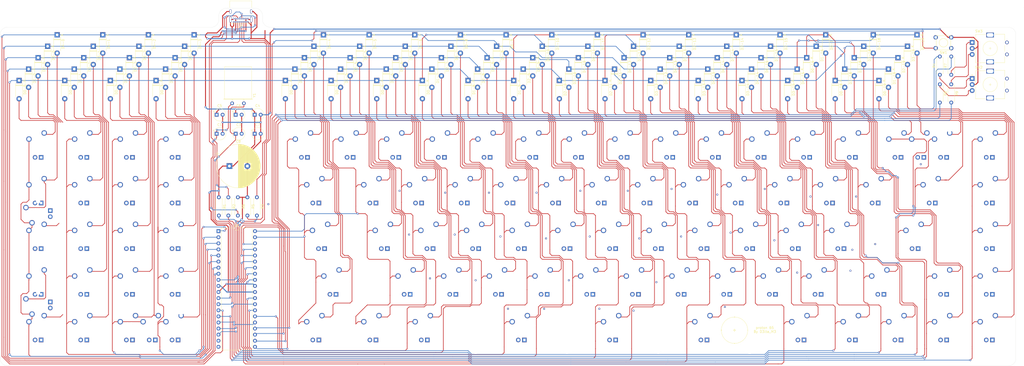
<source format=kicad_pcb>
(kicad_pcb (version 20171130) (host pcbnew "(5.1.4)-1")
  (layers (0 F.Cu signal) (31 B.Cu signal) (34 B.Paste user) (35 F.Paste user) (36 B.SilkS user) (37 F.SilkS user) (38 B.Mask user) (39 F.Mask user) (44 Edge.Cuts user))
  (net 0 "")
  (net 1 GND)
  (net 2 C17)
  (net 3 C16)
  (net 4 +5V)
  (net 5 "Net-(D0-0-Pad2)")
  (net 6 ROW0)
  (net 7 "Net-(D0-1-Pad2)")
  (net 8 "Net-(D0-2-Pad2)")
  (net 9 "Net-(D0-3-Pad2)")
  (net 10 "Net-(D0-4-Pad2)")
  (net 11 "Net-(D0-5-Pad2)")
  (net 12 "Net-(D0-6-Pad2)")
  (net 13 "Net-(D0-7-Pad2)")
  (net 14 "Net-(D0-8-Pad2)")
  (net 15 "Net-(D0-9-Pad2)")
  (net 16 "Net-(D0-10-Pad2)")
  (net 17 "Net-(D0-11-Pad2)")
  (net 18 "Net-(D0-12-Pad2)")
  (net 19 "Net-(D0-13-Pad2)")
  (net 20 "Net-(D0-14-Pad2)")
  (net 21 "Net-(D0-15-Pad2)")
  (net 22 "Net-(D0-16-Pad2)")
  (net 23 "Net-(D0-17-Pad2)")
  (net 24 "Net-(D0-18-Pad2)")
  (net 25 "Net-(D0-19-Pad2)")
  (net 26 "Net-(D1-0-Pad2)")
  (net 27 ROW1)
  (net 28 "Net-(D1-1-Pad2)")
  (net 29 "Net-(D1-2-Pad2)")
  (net 30 "Net-(D1-3-Pad2)")
  (net 31 "Net-(D1-4-Pad2)")
  (net 32 "Net-(D1-5-Pad2)")
  (net 33 "Net-(D1-6-Pad2)")
  (net 34 "Net-(D1-7-Pad2)")
  (net 35 "Net-(D1-8-Pad2)")
  (net 36 "Net-(D1-9-Pad2)")
  (net 37 "Net-(D1-10-Pad2)")
  (net 38 "Net-(D1-11-Pad2)")
  (net 39 "Net-(D1-12-Pad2)")
  (net 40 "Net-(D1-13-Pad2)")
  (net 41 "Net-(D1-14-Pad2)")
  (net 42 "Net-(D1-15-Pad2)")
  (net 43 "Net-(D1-16-Pad2)")
  (net 44 "Net-(D1-18-Pad2)")
  (net 45 "Net-(D1-19-Pad2)")
  (net 46 "Net-(D2-0-Pad2)")
  (net 47 ROW2)
  (net 48 "Net-(D2-1-Pad2)")
  (net 49 "Net-(D2-2-Pad2)")
  (net 50 "Net-(D2-3-Pad2)")
  (net 51 "Net-(D2-4-Pad2)")
  (net 52 "Net-(D2-5-Pad2)")
  (net 53 "Net-(D2-6-Pad2)")
  (net 54 "Net-(D2-7-Pad2)")
  (net 55 "Net-(D2-8-Pad2)")
  (net 56 "Net-(D2-9-Pad2)")
  (net 57 "Net-(D2-10-Pad2)")
  (net 58 "Net-(D2-11-Pad2)")
  (net 59 "Net-(D2-12-Pad2)")
  (net 60 "Net-(D2-13-Pad2)")
  (net 61 "Net-(D2-14-Pad2)")
  (net 62 "Net-(D2-15-Pad2)")
  (net 63 "Net-(D2-18-Pad2)")
  (net 64 "Net-(D2-19-Pad2)")
  (net 65 "Net-(D3-0-Pad2)")
  (net 66 ROW3)
  (net 67 "Net-(D3-1-Pad2)")
  (net 68 "Net-(D3-2-Pad2)")
  (net 69 "Net-(D3-3-Pad2)")
  (net 70 "Net-(D3-4-Pad2)")
  (net 71 "Net-(D3-5-Pad2)")
  (net 72 "Net-(D3-6-Pad2)")
  (net 73 "Net-(D3-7-Pad2)")
  (net 74 "Net-(D3-8-Pad2)")
  (net 75 "Net-(D3-9-Pad2)")
  (net 76 "Net-(D3-10-Pad2)")
  (net 77 "Net-(D3-11-Pad2)")
  (net 78 "Net-(D3-12-Pad2)")
  (net 79 "Net-(D3-13-Pad2)")
  (net 80 "Net-(D3-14-Pad2)")
  (net 81 "Net-(D3-15-Pad2)")
  (net 82 "Net-(D3-18-Pad2)")
  (net 83 "Net-(D3-19-Pad2)")
  (net 84 "Net-(D4-0-Pad2)")
  (net 85 ROW4)
  (net 86 "Net-(D4-1-Pad2)")
  (net 87 "Net-(D4-2-Pad2)")
  (net 88 "Net-(D4-3-Pad2)")
  (net 89 "Net-(D4-4-Pad2)")
  (net 90 "Net-(D4-5-Pad2)")
  (net 91 "Net-(D4-6-Pad2)")
  (net 92 "Net-(D4-8-Pad2)")
  (net 93 "Net-(D4-10-Pad2)")
  (net 94 "Net-(D4-12-Pad2)")
  (net 95 "Net-(D4-13-Pad2)")
  (net 96 "Net-(D4-14-Pad2)")
  (net 97 "Net-(D4-15-Pad2)")
  (net 98 "Net-(D4-18-Pad2)")
  (net 99 "Net-(D4-19-Pad2)")
  (net 100 D+)
  (net 101 "Net-(J1-PadB5)")
  (net 102 "Net-(J1-PadB8)")
  (net 103 D-)
  (net 104 "Net-(J1-PadA8)")
  (net 105 "Net-(J1-PadA5)")
  (net 106 COL0)
  (net 107 COL1)
  (net 108 COL2)
  (net 109 COL3)
  (net 110 COL4)
  (net 111 COL5)
  (net 112 COL6)
  (net 113 COL7)
  (net 114 COL8)
  (net 115 COL9)
  (net 116 COL10)
  (net 117 COL11)
  (net 118 COL12)
  (net 119 COL13)
  (net 120 COL14)
  (net 121 COL15)
  (net 122 COL16)
  (net 123 COL17)
  (net 124 COL18)
  (net 125 COL19)
  (net 126 Reset)
  (net 127 "Net-(R2-Pad2)")
  (net 128 "Net-(R3-Pad2)")
  (net 129 "Net-(U1-Pad20)")
  (net 130 "Net-(U1-Pad19)")
  (net 131 RE-1A)
  (net 132 "Net-(R4-Pad1)")
  (net 133 RE-2A)
  (net 134 "Net-(R7-Pad1)")
  (net 135 RE-1B)
  (net 136 "Net-(R8-Pad1)")
  (net 137 RE-2B)
  (net 138 "Net-(R9-Pad1)")
  (module Connector_USB:USB_C_Receptacle_GCT_USB4085 (layer F.Cu) (at 176.45 37.465 180)
    (fp_text reference J1 (at 2.975 -1.8) (layer F.SilkS))
    (fp_text value USB_C_Receptacle_USB2.0)
    (pad S1 thru_hole oval (at 7.3 4.36 180) (size 0.9 1.7) (drill oval 0.6 1.4) (layers *.Cu *.Mask) (net 1 GND))
    (pad S1 thru_hole oval (at -1.35 4.36 180) (size 0.9 1.7) (drill oval 0.6 1.4) (layers *.Cu *.Mask) (net 1 GND))
    (pad S1 thru_hole oval (at 7.3 0.98 180) (size 0.9 2.4) (drill oval 0.6 2.1) (layers *.Cu *.Mask) (net 1 GND))
    (pad S1 thru_hole oval (at -1.35 0.98 180) (size 0.9 2.4) (drill oval 0.6 2.1) (layers *.Cu *.Mask) (net 1 GND))
    (pad B6 thru_hole circle (at 3.4 1.35 180) (size 0.7 0.7) (drill 0.4) (layers *.Cu *.Mask) (net 100 D+))
    (pad B1 thru_hole circle (at 5.95 1.35 180) (size 0.7 0.7) (drill 0.4) (layers *.Cu *.Mask) (net 1 GND))
    (pad B4 thru_hole circle (at 5.1 1.35 180) (size 0.7 0.7) (drill 0.4) (layers *.Cu *.Mask) (net 4 +5V))
    (pad B5 thru_hole circle (at 4.25 1.35 180) (size 0.7 0.7) (drill 0.4) (layers *.Cu *.Mask) (net 101 "Net-(J1-PadB5)"))
    (pad B12 thru_hole circle (at 0 1.35 180) (size 0.7 0.7) (drill 0.4) (layers *.Cu *.Mask) (net 1 GND))
    (pad B8 thru_hole circle (at 1.7 1.35 180) (size 0.7 0.7) (drill 0.4) (layers *.Cu *.Mask) (net 102 "Net-(J1-PadB8)"))
    (pad B7 thru_hole circle (at 2.55 1.35 180) (size 0.7 0.7) (drill 0.4) (layers *.Cu *.Mask) (net 103 D-))
    (pad B9 thru_hole circle (at 0.85 1.35 180) (size 0.7 0.7) (drill 0.4) (layers *.Cu *.Mask) (net 4 +5V))
    (pad A12 thru_hole circle (at 5.95 0 180) (size 0.7 0.7) (drill 0.4) (layers *.Cu *.Mask) (net 1 GND))
    (pad A9 thru_hole circle (at 5.1 0 180) (size 0.7 0.7) (drill 0.4) (layers *.Cu *.Mask) (net 4 +5V))
    (pad A8 thru_hole circle (at 4.25 0 180) (size 0.7 0.7) (drill 0.4) (layers *.Cu *.Mask) (net 104 "Net-(J1-PadA8)"))
    (pad A7 thru_hole circle (at 3.4 0 180) (size 0.7 0.7) (drill 0.4) (layers *.Cu *.Mask) (net 103 D-))
    (pad A6 thru_hole circle (at 2.55 0 180) (size 0.7 0.7) (drill 0.4) (layers *.Cu *.Mask) (net 100 D+))
    (pad A5 thru_hole circle (at 1.7 0 180) (size 0.7 0.7) (drill 0.4) (layers *.Cu *.Mask) (net 105 "Net-(J1-PadA5)"))
    (pad A4 thru_hole circle (at 0.85 0 180) (size 0.7 0.7) (drill 0.4) (layers *.Cu *.Mask) (net 4 +5V))
    (pad A1 thru_hole circle (at 0 0 180) (size 0.7 0.7) (drill 0.4) (layers *.Cu *.Mask) (net 1 GND))
  )
  (module MX_Only:MXOnly-7U (layer F.Cu) (at 328.6125 165.1)
    (fp_text reference MX4-10)
    (fp_text value MX-NoLED)
    (pad "" np_thru_hole circle (at 57.15 8.255) (size 3.9878 3.9878) (drill 3.9878) (layers *.Cu *.Mask))
    (pad "" np_thru_hole circle (at -57.15 8.255) (size 3.9878 3.9878) (drill 3.9878) (layers *.Cu *.Mask))
    (pad "" np_thru_hole circle (at 57.15 -6.985) (size 3.048 3.048) (drill 3.048) (layers *.Cu *.Mask))
    (pad "" np_thru_hole circle (at -57.15 -6.985) (size 3.048 3.048) (drill 3.048) (layers *.Cu *.Mask))
    (pad "" np_thru_hole circle (at 5.08 0 48.0996) (size 1.75 1.75) (drill 1.75) (layers *.Cu *.Mask))
    (pad "" np_thru_hole circle (at -5.08 0 48.0996) (size 1.75 1.75) (drill 1.75) (layers *.Cu *.Mask))
    (pad 4 thru_hole rect (at 1.27 5.08) (size 1.905 1.905) (drill 1.04) (layers *.Cu B.Mask))
    (pad 3 thru_hole circle (at -1.27 5.08) (size 1.905 1.905) (drill 1.04) (layers *.Cu B.Mask))
    (pad 1 thru_hole circle (at -3.81 -2.54) (size 2.25 2.25) (drill 1.47) (layers *.Cu B.Mask) (net 116 COL10))
    (pad "" np_thru_hole circle (at 0 0) (size 3.9878 3.9878) (drill 3.9878) (layers *.Cu *.Mask))
    (pad 2 thru_hole circle (at 2.54 -5.08) (size 2.25 2.25) (drill 1.47) (layers *.Cu B.Mask) (net 93 "Net-(D4-10-Pad2)"))
  )
  (module Rotary_Encoder:RotaryEncoder_Alps_EC11E_Vertical_H20mm (layer F.Cu) (at 478.63125 46.0375)
    (fp_text reference SW3 (at 2.8 -4.7) (layer F.SilkS))
    (fp_text value Rotary_Encoder)
    (pad A thru_hole rect (at 0 0) (size 2 2) (drill 1) (layers *.Cu *.Mask) (net 134 "Net-(R7-Pad1)"))
    (pad C thru_hole circle (at 0 2.5) (size 2 2) (drill 1) (layers *.Cu *.Mask) (net 1 GND))
    (pad B thru_hole circle (at 0 5) (size 2 2) (drill 1) (layers *.Cu *.Mask) (net 138 "Net-(R9-Pad1)"))
    (pad MP thru_hole rect (at 7.5 -3.1) (size 3.2 2) (drill oval 2.8 1.5) (layers *.Cu *.Mask))
    (pad MP thru_hole rect (at 7.5 8.1) (size 3.2 2) (drill oval 2.8 1.5) (layers *.Cu *.Mask))
    (pad "" thru_hole circle (at 14.5 0) (size 1.5 1.5) (drill 1) (layers *.Cu *.Mask))
    (pad "" thru_hole circle (at 14.5 5) (size 1.5 1.5) (drill 1) (layers *.Cu *.Mask))
  )
  (module Rotary_Encoder:RotaryEncoder_Alps_EC11E_Vertical_H20mm (layer F.Cu) (at 478.63125 61.11875)
    (fp_text reference SW2 (at 2.8 -4.7) (layer F.SilkS))
    (fp_text value Rotary_Encoder)
    (pad A thru_hole rect (at 0 0) (size 2 2) (drill 1) (layers *.Cu *.Mask) (net 132 "Net-(R4-Pad1)"))
    (pad C thru_hole circle (at 0 2.5) (size 2 2) (drill 1) (layers *.Cu *.Mask) (net 1 GND))
    (pad B thru_hole circle (at 0 5) (size 2 2) (drill 1) (layers *.Cu *.Mask) (net 136 "Net-(R8-Pad1)"))
    (pad MP thru_hole rect (at 7.5 -3.1) (size 3.2 2) (drill oval 2.8 1.5) (layers *.Cu *.Mask))
    (pad MP thru_hole rect (at 7.5 8.1) (size 3.2 2) (drill oval 2.8 1.5) (layers *.Cu *.Mask))
    (pad "" thru_hole circle (at 14.5 0) (size 1.5 1.5) (drill 1) (layers *.Cu *.Mask))
    (pad "" thru_hole circle (at 14.5 5) (size 1.5 1.5) (drill 1) (layers *.Cu *.Mask))
  )
  (module Resistor_THT:R_Axial_DIN0207_L6.3mm_D2.5mm_P7.62mm_Horizontal (layer F.Cu) (at 469.9 63.5 270)
    (fp_text reference R9 (at 3.81 -2.37 90) (layer F.SilkS))
    (fp_text value 1k)
    (pad 2 thru_hole oval (at 7.62 0 270) (size 1.6 1.6) (drill 0.8) (layers *.Cu *.Mask) (net 137 RE-2B))
    (pad 1 thru_hole circle (at 0 0 270) (size 1.6 1.6) (drill 0.8) (layers *.Cu *.Mask) (net 138 "Net-(R9-Pad1)"))
  )
  (module Resistor_THT:R_Axial_DIN0207_L6.3mm_D2.5mm_P7.62mm_Horizontal (layer F.Cu) (at 465.1375 63.5 270)
    (fp_text reference R8 (at 3.81 -2.37 90) (layer F.SilkS))
    (fp_text value 1k)
    (pad 2 thru_hole oval (at 7.62 0 270) (size 1.6 1.6) (drill 0.8) (layers *.Cu *.Mask) (net 135 RE-1B))
    (pad 1 thru_hole circle (at 0 0 270) (size 1.6 1.6) (drill 0.8) (layers *.Cu *.Mask) (net 136 "Net-(R8-Pad1)"))
  )
  (module Resistor_THT:R_Axial_DIN0207_L6.3mm_D2.5mm_P7.62mm_Horizontal (layer F.Cu) (at 469.9 59.53125 90)
    (fp_text reference R7 (at 3.81 -2.37 90) (layer F.SilkS))
    (fp_text value 1k)
    (pad 2 thru_hole oval (at 7.62 0 90) (size 1.6 1.6) (drill 0.8) (layers *.Cu *.Mask) (net 133 RE-2A))
    (pad 1 thru_hole circle (at 0 0 90) (size 1.6 1.6) (drill 0.8) (layers *.Cu *.Mask) (net 134 "Net-(R7-Pad1)"))
  )
  (module Resistor_THT:R_Axial_DIN0207_L6.3mm_D2.5mm_P7.62mm_Horizontal (layer F.Cu) (at 465.1375 59.53125 90)
    (fp_text reference R4 (at 3.81 -2.37 90) (layer F.SilkS))
    (fp_text value 1k)
    (pad 2 thru_hole oval (at 7.62 0 90) (size 1.6 1.6) (drill 0.8) (layers *.Cu *.Mask) (net 131 RE-1A))
    (pad 1 thru_hole circle (at 0 0 90) (size 1.6 1.6) (drill 0.8) (layers *.Cu *.Mask) (net 132 "Net-(R4-Pad1)"))
  )
  (module MX_Only:MXOnly-1U (layer F.Cu) (at 88.9 165.1)
    (fp_text reference MX4-0)
    (fp_text value MX-NoLED)
    (pad "" np_thru_hole circle (at 5.08 0 48.0996) (size 1.75 1.75) (drill 1.75) (layers *.Cu *.Mask))
    (pad "" np_thru_hole circle (at -5.08 0 48.0996) (size 1.75 1.75) (drill 1.75) (layers *.Cu *.Mask))
    (pad 4 thru_hole rect (at 1.27 5.08) (size 1.905 1.905) (drill 1.04) (layers *.Cu B.Mask))
    (pad 3 thru_hole circle (at -1.27 5.08) (size 1.905 1.905) (drill 1.04) (layers *.Cu B.Mask))
    (pad 1 thru_hole circle (at -3.81 -2.54) (size 2.25 2.25) (drill 1.47) (layers *.Cu B.Mask) (net 106 COL0))
    (pad "" np_thru_hole circle (at 0 0) (size 3.9878 3.9878) (drill 3.9878) (layers *.Cu *.Mask))
    (pad 2 thru_hole circle (at 2.54 -5.08) (size 2.25 2.25) (drill 1.47) (layers *.Cu B.Mask) (net 84 "Net-(D4-0-Pad2)"))
  )
  (module MX_Only:MXOnly-2U (layer F.Cu) (at 136.525 165.1)
    (fp_text reference MX4-2B1)
    (fp_text value MX-NoLED)
    (pad "" np_thru_hole circle (at 11.938 8.255) (size 3.9878 3.9878) (drill 3.9878) (layers *.Cu *.Mask))
    (pad "" np_thru_hole circle (at -11.938 8.255) (size 3.9878 3.9878) (drill 3.9878) (layers *.Cu *.Mask))
    (pad "" np_thru_hole circle (at 11.938 -6.985) (size 3.048 3.048) (drill 3.048) (layers *.Cu *.Mask))
    (pad "" np_thru_hole circle (at -11.938 -6.985) (size 3.048 3.048) (drill 3.048) (layers *.Cu *.Mask))
    (pad "" np_thru_hole circle (at 5.08 0 48.0996) (size 1.75 1.75) (drill 1.75) (layers *.Cu *.Mask))
    (pad "" np_thru_hole circle (at -5.08 0 48.0996) (size 1.75 1.75) (drill 1.75) (layers *.Cu *.Mask))
    (pad 4 thru_hole rect (at 1.27 5.08) (size 1.905 1.905) (drill 1.04) (layers *.Cu B.Mask))
    (pad 3 thru_hole circle (at -1.27 5.08) (size 1.905 1.905) (drill 1.04) (layers *.Cu B.Mask))
    (pad 1 thru_hole circle (at -3.81 -2.54) (size 2.25 2.25) (drill 1.47) (layers *.Cu B.Mask) (net 108 COL2))
    (pad "" np_thru_hole circle (at 0 0) (size 3.9878 3.9878) (drill 3.9878) (layers *.Cu *.Mask))
    (pad 2 thru_hole circle (at 2.54 -5.08) (size 2.25 2.25) (drill 1.47) (layers *.Cu B.Mask) (net 87 "Net-(D4-2-Pad2)"))
  )
  (module MX_Only:MXOnly-2U (layer F.Cu) (at 88.9 155.575 90)
    (fp_text reference MX3-0B1)
    (fp_text value MX-NoLED)
    (pad "" np_thru_hole circle (at 11.938 8.255 90) (size 3.9878 3.9878) (drill 3.9878) (layers *.Cu *.Mask))
    (pad "" np_thru_hole circle (at -11.938 8.255 90) (size 3.9878 3.9878) (drill 3.9878) (layers *.Cu *.Mask))
    (pad "" np_thru_hole circle (at 11.938 -6.985 90) (size 3.048 3.048) (drill 3.048) (layers *.Cu *.Mask))
    (pad "" np_thru_hole circle (at -11.938 -6.985 90) (size 3.048 3.048) (drill 3.048) (layers *.Cu *.Mask))
    (pad "" np_thru_hole circle (at 5.08 0 138.0996) (size 1.75 1.75) (drill 1.75) (layers *.Cu *.Mask))
    (pad "" np_thru_hole circle (at -5.08 0 138.0996) (size 1.75 1.75) (drill 1.75) (layers *.Cu *.Mask))
    (pad 4 thru_hole rect (at 1.27 5.08 90) (size 1.905 1.905) (drill 1.04) (layers *.Cu B.Mask))
    (pad 3 thru_hole circle (at -1.27 5.08 90) (size 1.905 1.905) (drill 1.04) (layers *.Cu B.Mask))
    (pad 1 thru_hole circle (at -3.81 -2.54 90) (size 2.25 2.25) (drill 1.47) (layers *.Cu B.Mask) (net 106 COL0))
    (pad "" np_thru_hole circle (at 0 0 90) (size 3.9878 3.9878) (drill 3.9878) (layers *.Cu *.Mask))
    (pad 2 thru_hole circle (at 2.54 -5.08 90) (size 2.25 2.25) (drill 1.47) (layers *.Cu B.Mask) (net 65 "Net-(D3-0-Pad2)"))
  )
  (module MX_Only:MXOnly-2U (layer F.Cu) (at 88.9 117.475 90)
    (fp_text reference MX0-0B1)
    (fp_text value MX-NoLED)
    (pad "" np_thru_hole circle (at 11.938 8.255 90) (size 3.9878 3.9878) (drill 3.9878) (layers *.Cu *.Mask))
    (pad "" np_thru_hole circle (at -11.938 8.255 90) (size 3.9878 3.9878) (drill 3.9878) (layers *.Cu *.Mask))
    (pad "" np_thru_hole circle (at 11.938 -6.985 90) (size 3.048 3.048) (drill 3.048) (layers *.Cu *.Mask))
    (pad "" np_thru_hole circle (at -11.938 -6.985 90) (size 3.048 3.048) (drill 3.048) (layers *.Cu *.Mask))
    (pad "" np_thru_hole circle (at 5.08 0 138.0996) (size 1.75 1.75) (drill 1.75) (layers *.Cu *.Mask))
    (pad "" np_thru_hole circle (at -5.08 0 138.0996) (size 1.75 1.75) (drill 1.75) (layers *.Cu *.Mask))
    (pad 4 thru_hole rect (at 1.27 5.08 90) (size 1.905 1.905) (drill 1.04) (layers *.Cu B.Mask))
    (pad 3 thru_hole circle (at -1.27 5.08 90) (size 1.905 1.905) (drill 1.04) (layers *.Cu B.Mask))
    (pad 1 thru_hole circle (at -3.81 -2.54 90) (size 2.25 2.25) (drill 1.47) (layers *.Cu B.Mask) (net 106 COL0))
    (pad "" np_thru_hole circle (at 0 0 90) (size 3.9878 3.9878) (drill 3.9878) (layers *.Cu *.Mask))
    (pad 2 thru_hole circle (at 2.54 -5.08 90) (size 2.25 2.25) (drill 1.47) (layers *.Cu B.Mask) (net 26 "Net-(D1-0-Pad2)"))
  )
  (module MX_Only:MXOnly-1U (layer F.Cu) (at 485.775 165.1)
    (fp_text reference MX4-19)
    (fp_text value MX-NoLED)
    (pad "" np_thru_hole circle (at 5.08 0 48.0996) (size 1.75 1.75) (drill 1.75) (layers *.Cu *.Mask))
    (pad "" np_thru_hole circle (at -5.08 0 48.0996) (size 1.75 1.75) (drill 1.75) (layers *.Cu *.Mask))
    (pad 4 thru_hole rect (at 1.27 5.08) (size 1.905 1.905) (drill 1.04) (layers *.Cu B.Mask))
    (pad 3 thru_hole circle (at -1.27 5.08) (size 1.905 1.905) (drill 1.04) (layers *.Cu B.Mask))
    (pad 1 thru_hole circle (at -3.81 -2.54) (size 2.25 2.25) (drill 1.47) (layers *.Cu B.Mask) (net 125 COL19))
    (pad "" np_thru_hole circle (at 0 0) (size 3.9878 3.9878) (drill 3.9878) (layers *.Cu *.Mask))
    (pad 2 thru_hole circle (at 2.54 -5.08) (size 2.25 2.25) (drill 1.47) (layers *.Cu B.Mask) (net 99 "Net-(D4-19-Pad2)"))
  )
  (module MX_Only:MXOnly-1U (layer F.Cu) (at 466.725 165.1)
    (fp_text reference MX4-18)
    (fp_text value MX-NoLED)
    (pad "" np_thru_hole circle (at 5.08 0 48.0996) (size 1.75 1.75) (drill 1.75) (layers *.Cu *.Mask))
    (pad "" np_thru_hole circle (at -5.08 0 48.0996) (size 1.75 1.75) (drill 1.75) (layers *.Cu *.Mask))
    (pad 4 thru_hole rect (at 1.27 5.08) (size 1.905 1.905) (drill 1.04) (layers *.Cu B.Mask))
    (pad 3 thru_hole circle (at -1.27 5.08) (size 1.905 1.905) (drill 1.04) (layers *.Cu B.Mask))
    (pad 1 thru_hole circle (at -3.81 -2.54) (size 2.25 2.25) (drill 1.47) (layers *.Cu B.Mask) (net 124 COL18))
    (pad "" np_thru_hole circle (at 0 0) (size 3.9878 3.9878) (drill 3.9878) (layers *.Cu *.Mask))
    (pad 2 thru_hole circle (at 2.54 -5.08) (size 2.25 2.25) (drill 1.47) (layers *.Cu B.Mask) (net 98 "Net-(D4-18-Pad2)"))
  )
  (module MX_Only:MXOnly-1U (layer F.Cu) (at 447.675 165.1)
    (fp_text reference MX4-15)
    (fp_text value MX-NoLED)
    (pad "" np_thru_hole circle (at 5.08 0 48.0996) (size 1.75 1.75) (drill 1.75) (layers *.Cu *.Mask))
    (pad "" np_thru_hole circle (at -5.08 0 48.0996) (size 1.75 1.75) (drill 1.75) (layers *.Cu *.Mask))
    (pad 4 thru_hole rect (at 1.27 5.08) (size 1.905 1.905) (drill 1.04) (layers *.Cu B.Mask))
    (pad 3 thru_hole circle (at -1.27 5.08) (size 1.905 1.905) (drill 1.04) (layers *.Cu B.Mask))
    (pad 1 thru_hole circle (at -3.81 -2.54) (size 2.25 2.25) (drill 1.47) (layers *.Cu B.Mask) (net 121 COL15))
    (pad "" np_thru_hole circle (at 0 0) (size 3.9878 3.9878) (drill 3.9878) (layers *.Cu *.Mask))
    (pad 2 thru_hole circle (at 2.54 -5.08) (size 2.25 2.25) (drill 1.47) (layers *.Cu B.Mask) (net 97 "Net-(D4-15-Pad2)"))
  )
  (module MX_Only:MXOnly-1U (layer F.Cu) (at 428.625 165.1)
    (fp_text reference MX4-14)
    (fp_text value MX-NoLED)
    (pad "" np_thru_hole circle (at 5.08 0 48.0996) (size 1.75 1.75) (drill 1.75) (layers *.Cu *.Mask))
    (pad "" np_thru_hole circle (at -5.08 0 48.0996) (size 1.75 1.75) (drill 1.75) (layers *.Cu *.Mask))
    (pad 4 thru_hole rect (at 1.27 5.08) (size 1.905 1.905) (drill 1.04) (layers *.Cu B.Mask))
    (pad 3 thru_hole circle (at -1.27 5.08) (size 1.905 1.905) (drill 1.04) (layers *.Cu B.Mask))
    (pad 1 thru_hole circle (at -3.81 -2.54) (size 2.25 2.25) (drill 1.47) (layers *.Cu B.Mask) (net 120 COL14))
    (pad "" np_thru_hole circle (at 0 0) (size 3.9878 3.9878) (drill 3.9878) (layers *.Cu *.Mask))
    (pad 2 thru_hole circle (at 2.54 -5.08) (size 2.25 2.25) (drill 1.47) (layers *.Cu B.Mask) (net 96 "Net-(D4-14-Pad2)"))
  )
  (module MX_Only:MXOnly-1.25U (layer F.Cu) (at 407.19375 165.1)
    (fp_text reference MX4-13)
    (fp_text value MX-NoLED)
    (pad "" np_thru_hole circle (at 5.08 0 48.0996) (size 1.75 1.75) (drill 1.75) (layers *.Cu *.Mask))
    (pad "" np_thru_hole circle (at -5.08 0 48.0996) (size 1.75 1.75) (drill 1.75) (layers *.Cu *.Mask))
    (pad 4 thru_hole rect (at 1.27 5.08) (size 1.905 1.905) (drill 1.04) (layers *.Cu B.Mask))
    (pad 3 thru_hole circle (at -1.27 5.08) (size 1.905 1.905) (drill 1.04) (layers *.Cu B.Mask))
    (pad 1 thru_hole circle (at -3.81 -2.54) (size 2.25 2.25) (drill 1.47) (layers *.Cu B.Mask) (net 119 COL13))
    (pad "" np_thru_hole circle (at 0 0) (size 3.9878 3.9878) (drill 3.9878) (layers *.Cu *.Mask))
    (pad 2 thru_hole circle (at 2.54 -5.08) (size 2.25 2.25) (drill 1.47) (layers *.Cu B.Mask) (net 95 "Net-(D4-13-Pad2)"))
  )
  (module MX_Only:MXOnly-3U (layer F.Cu) (at 366.7125 165.1)
    (fp_text reference MX4-12)
    (fp_text value MX-NoLED)
    (pad 2 thru_hole circle (at 2.54 -5.08) (size 2.25 2.25) (drill 1.47) (layers *.Cu B.Mask) (net 94 "Net-(D4-12-Pad2)"))
    (pad 1 thru_hole circle (at -3.81 -2.54 48.1) (size 2.25 2.25) (drill 1.47) (layers *.Cu B.Mask) (net 118 COL12))
    (pad "" np_thru_hole circle (at 0 0) (size 3.9878 3.9878) (drill 3.9878) (layers *.Cu *.Mask))
    (pad 3 thru_hole circle (at -1.27 5.08) (size 1.905 1.905) (drill 1.04) (layers *.Cu B.Mask))
    (pad 4 thru_hole rect (at 1.27 5.08) (size 1.905 1.905) (drill 1.04) (layers *.Cu B.Mask))
    (pad "" np_thru_hole circle (at -5.08 0 48.0996) (size 1.75 1.75) (drill 1.75) (layers *.Cu *.Mask))
    (pad "" np_thru_hole circle (at 5.08 0 48.0996) (size 1.75 1.75) (drill 1.75) (layers *.Cu *.Mask))
    (pad "" np_thru_hole circle (at -19.05 -6.985) (size 3.048 3.048) (drill 3.048) (layers *.Cu *.Mask))
    (pad "" np_thru_hole circle (at 19.05 -6.985) (size 3.048 3.048) (drill 3.048) (layers *.Cu *.Mask))
    (pad "" np_thru_hole circle (at -19.05 8.255) (size 3.9878 3.9878) (drill 3.9878) (layers *.Cu *.Mask))
    (pad "" np_thru_hole circle (at 19.05 8.255) (size 3.9878 3.9878) (drill 3.9878) (layers *.Cu *.Mask))
  )
  (module MX_Only:MXOnly-3U (layer F.Cu) (at 290.5125 165.1)
    (fp_text reference MX4-8)
    (fp_text value MX-NoLED)
    (pad 2 thru_hole circle (at 2.54 -5.08) (size 2.25 2.25) (drill 1.47) (layers *.Cu B.Mask) (net 92 "Net-(D4-8-Pad2)"))
    (pad 1 thru_hole circle (at -3.81 -2.54 48.1) (size 2.25 2.25) (drill 1.47) (layers *.Cu B.Mask) (net 114 COL8))
    (pad "" np_thru_hole circle (at 0 0) (size 3.9878 3.9878) (drill 3.9878) (layers *.Cu *.Mask))
    (pad 3 thru_hole circle (at -1.27 5.08) (size 1.905 1.905) (drill 1.04) (layers *.Cu B.Mask))
    (pad 4 thru_hole rect (at 1.27 5.08) (size 1.905 1.905) (drill 1.04) (layers *.Cu B.Mask))
    (pad "" np_thru_hole circle (at -5.08 0 48.0996) (size 1.75 1.75) (drill 1.75) (layers *.Cu *.Mask))
    (pad "" np_thru_hole circle (at 5.08 0 48.0996) (size 1.75 1.75) (drill 1.75) (layers *.Cu *.Mask))
    (pad "" np_thru_hole circle (at -19.05 -6.985) (size 3.048 3.048) (drill 3.048) (layers *.Cu *.Mask))
    (pad "" np_thru_hole circle (at 19.05 -6.985) (size 3.048 3.048) (drill 3.048) (layers *.Cu *.Mask))
    (pad "" np_thru_hole circle (at -19.05 8.255) (size 3.9878 3.9878) (drill 3.9878) (layers *.Cu *.Mask))
    (pad "" np_thru_hole circle (at 19.05 8.255) (size 3.9878 3.9878) (drill 3.9878) (layers *.Cu *.Mask))
  )
  (module MX_Only:MXOnly-1.25U (layer F.Cu) (at 250.03125 165.1)
    (fp_text reference MX4-6)
    (fp_text value MX-NoLED)
    (pad "" np_thru_hole circle (at 5.08 0 48.0996) (size 1.75 1.75) (drill 1.75) (layers *.Cu *.Mask))
    (pad "" np_thru_hole circle (at -5.08 0 48.0996) (size 1.75 1.75) (drill 1.75) (layers *.Cu *.Mask))
    (pad 4 thru_hole rect (at 1.27 5.08) (size 1.905 1.905) (drill 1.04) (layers *.Cu B.Mask))
    (pad 3 thru_hole circle (at -1.27 5.08) (size 1.905 1.905) (drill 1.04) (layers *.Cu B.Mask))
    (pad 1 thru_hole circle (at -3.81 -2.54) (size 2.25 2.25) (drill 1.47) (layers *.Cu B.Mask) (net 112 COL6))
    (pad "" np_thru_hole circle (at 0 0) (size 3.9878 3.9878) (drill 3.9878) (layers *.Cu *.Mask))
    (pad 2 thru_hole circle (at 2.54 -5.08) (size 2.25 2.25) (drill 1.47) (layers *.Cu B.Mask) (net 91 "Net-(D4-6-Pad2)"))
  )
  (module MX_Only:MXOnly-1U (layer F.Cu) (at 228.6 165.1)
    (fp_text reference MX4-5)
    (fp_text value MX-NoLED)
    (pad "" np_thru_hole circle (at 5.08 0 48.0996) (size 1.75 1.75) (drill 1.75) (layers *.Cu *.Mask))
    (pad "" np_thru_hole circle (at -5.08 0 48.0996) (size 1.75 1.75) (drill 1.75) (layers *.Cu *.Mask))
    (pad 4 thru_hole rect (at 1.27 5.08) (size 1.905 1.905) (drill 1.04) (layers *.Cu B.Mask))
    (pad 3 thru_hole circle (at -1.27 5.08) (size 1.905 1.905) (drill 1.04) (layers *.Cu B.Mask))
    (pad 1 thru_hole circle (at -3.81 -2.54) (size 2.25 2.25) (drill 1.47) (layers *.Cu B.Mask) (net 111 COL5))
    (pad "" np_thru_hole circle (at 0 0) (size 3.9878 3.9878) (drill 3.9878) (layers *.Cu *.Mask))
    (pad 2 thru_hole circle (at 2.54 -5.08) (size 2.25 2.25) (drill 1.47) (layers *.Cu B.Mask) (net 90 "Net-(D4-5-Pad2)"))
  )
  (module MX_Only:MXOnly-1.5U (layer F.Cu) (at 204.7875 165.1)
    (fp_text reference MX4-4)
    (fp_text value MX-NoLED)
    (pad "" np_thru_hole circle (at 5.08 0 48.0996) (size 1.75 1.75) (drill 1.75) (layers *.Cu *.Mask))
    (pad "" np_thru_hole circle (at -5.08 0 48.0996) (size 1.75 1.75) (drill 1.75) (layers *.Cu *.Mask))
    (pad 4 thru_hole rect (at 1.27 5.08) (size 1.905 1.905) (drill 1.04) (layers *.Cu B.Mask))
    (pad 3 thru_hole circle (at -1.27 5.08) (size 1.905 1.905) (drill 1.04) (layers *.Cu B.Mask))
    (pad 1 thru_hole circle (at -3.81 -2.54) (size 2.25 2.25) (drill 1.47) (layers *.Cu B.Mask) (net 110 COL4))
    (pad "" np_thru_hole circle (at 0 0) (size 3.9878 3.9878) (drill 3.9878) (layers *.Cu *.Mask))
    (pad 2 thru_hole circle (at 2.54 -5.08) (size 2.25 2.25) (drill 1.47) (layers *.Cu B.Mask) (net 89 "Net-(D4-4-Pad2)"))
  )
  (module MX_Only:MXOnly-1U (layer F.Cu) (at 146.05 165.1)
    (fp_text reference MX4-3)
    (fp_text value MX-NoLED)
    (pad "" np_thru_hole circle (at 5.08 0 48.0996) (size 1.75 1.75) (drill 1.75) (layers *.Cu *.Mask))
    (pad "" np_thru_hole circle (at -5.08 0 48.0996) (size 1.75 1.75) (drill 1.75) (layers *.Cu *.Mask))
    (pad 4 thru_hole rect (at 1.27 5.08) (size 1.905 1.905) (drill 1.04) (layers *.Cu B.Mask))
    (pad 3 thru_hole circle (at -1.27 5.08) (size 1.905 1.905) (drill 1.04) (layers *.Cu B.Mask))
    (pad 1 thru_hole circle (at -3.81 -2.54) (size 2.25 2.25) (drill 1.47) (layers *.Cu B.Mask) (net 109 COL3))
    (pad "" np_thru_hole circle (at 0 0) (size 3.9878 3.9878) (drill 3.9878) (layers *.Cu *.Mask))
    (pad 2 thru_hole circle (at 2.54 -5.08) (size 2.25 2.25) (drill 1.47) (layers *.Cu B.Mask) (net 88 "Net-(D4-3-Pad2)"))
  )
  (module MX_Only:MXOnly-1U (layer F.Cu) (at 127 165.1)
    (fp_text reference MX4-2A1)
    (fp_text value MX-NoLED)
    (pad "" np_thru_hole circle (at 5.08 0 48.0996) (size 1.75 1.75) (drill 1.75) (layers *.Cu *.Mask))
    (pad "" np_thru_hole circle (at -5.08 0 48.0996) (size 1.75 1.75) (drill 1.75) (layers *.Cu *.Mask))
    (pad 4 thru_hole rect (at 1.27 5.08) (size 1.905 1.905) (drill 1.04) (layers *.Cu B.Mask))
    (pad 3 thru_hole circle (at -1.27 5.08) (size 1.905 1.905) (drill 1.04) (layers *.Cu B.Mask))
    (pad 1 thru_hole circle (at -3.81 -2.54) (size 2.25 2.25) (drill 1.47) (layers *.Cu B.Mask) (net 108 COL2))
    (pad "" np_thru_hole circle (at 0 0) (size 3.9878 3.9878) (drill 3.9878) (layers *.Cu *.Mask))
    (pad 2 thru_hole circle (at 2.54 -5.08) (size 2.25 2.25) (drill 1.47) (layers *.Cu B.Mask) (net 87 "Net-(D4-2-Pad2)"))
  )
  (module MX_Only:MXOnly-1U (layer F.Cu) (at 107.95 165.1)
    (fp_text reference MX4-1)
    (fp_text value MX-NoLED)
    (pad "" np_thru_hole circle (at 5.08 0 48.0996) (size 1.75 1.75) (drill 1.75) (layers *.Cu *.Mask))
    (pad "" np_thru_hole circle (at -5.08 0 48.0996) (size 1.75 1.75) (drill 1.75) (layers *.Cu *.Mask))
    (pad 4 thru_hole rect (at 1.27 5.08) (size 1.905 1.905) (drill 1.04) (layers *.Cu B.Mask))
    (pad 3 thru_hole circle (at -1.27 5.08) (size 1.905 1.905) (drill 1.04) (layers *.Cu B.Mask))
    (pad 1 thru_hole circle (at -3.81 -2.54) (size 2.25 2.25) (drill 1.47) (layers *.Cu B.Mask) (net 107 COL1))
    (pad "" np_thru_hole circle (at 0 0) (size 3.9878 3.9878) (drill 3.9878) (layers *.Cu *.Mask))
    (pad 2 thru_hole circle (at 2.54 -5.08) (size 2.25 2.25) (drill 1.47) (layers *.Cu B.Mask) (net 86 "Net-(D4-1-Pad2)"))
  )
  (module MX_Only:MXOnly-1U (layer F.Cu) (at 485.775 146.05)
    (fp_text reference MX3-19)
    (fp_text value MX-NoLED)
    (pad "" np_thru_hole circle (at 5.08 0 48.0996) (size 1.75 1.75) (drill 1.75) (layers *.Cu *.Mask))
    (pad "" np_thru_hole circle (at -5.08 0 48.0996) (size 1.75 1.75) (drill 1.75) (layers *.Cu *.Mask))
    (pad 4 thru_hole rect (at 1.27 5.08) (size 1.905 1.905) (drill 1.04) (layers *.Cu B.Mask))
    (pad 3 thru_hole circle (at -1.27 5.08) (size 1.905 1.905) (drill 1.04) (layers *.Cu B.Mask))
    (pad 1 thru_hole circle (at -3.81 -2.54) (size 2.25 2.25) (drill 1.47) (layers *.Cu B.Mask) (net 125 COL19))
    (pad "" np_thru_hole circle (at 0 0) (size 3.9878 3.9878) (drill 3.9878) (layers *.Cu *.Mask))
    (pad 2 thru_hole circle (at 2.54 -5.08) (size 2.25 2.25) (drill 1.47) (layers *.Cu B.Mask) (net 83 "Net-(D3-19-Pad2)"))
  )
  (module MX_Only:MXOnly-1U (layer F.Cu) (at 466.725 146.05)
    (fp_text reference MX3-18)
    (fp_text value MX-NoLED)
    (pad "" np_thru_hole circle (at 5.08 0 48.0996) (size 1.75 1.75) (drill 1.75) (layers *.Cu *.Mask))
    (pad "" np_thru_hole circle (at -5.08 0 48.0996) (size 1.75 1.75) (drill 1.75) (layers *.Cu *.Mask))
    (pad 4 thru_hole rect (at 1.27 5.08) (size 1.905 1.905) (drill 1.04) (layers *.Cu B.Mask))
    (pad 3 thru_hole circle (at -1.27 5.08) (size 1.905 1.905) (drill 1.04) (layers *.Cu B.Mask))
    (pad 1 thru_hole circle (at -3.81 -2.54) (size 2.25 2.25) (drill 1.47) (layers *.Cu B.Mask) (net 124 COL18))
    (pad "" np_thru_hole circle (at 0 0) (size 3.9878 3.9878) (drill 3.9878) (layers *.Cu *.Mask))
    (pad 2 thru_hole circle (at 2.54 -5.08) (size 2.25 2.25) (drill 1.47) (layers *.Cu B.Mask) (net 82 "Net-(D3-18-Pad2)"))
  )
  (module MX_Only:MXOnly-1.75U (layer F.Cu) (at 440.53125 146.05)
    (fp_text reference MX3-15)
    (fp_text value MX-NoLED)
    (pad "" np_thru_hole circle (at 5.08 0 48.0996) (size 1.75 1.75) (drill 1.75) (layers *.Cu *.Mask))
    (pad "" np_thru_hole circle (at -5.08 0 48.0996) (size 1.75 1.75) (drill 1.75) (layers *.Cu *.Mask))
    (pad 4 thru_hole rect (at 1.27 5.08) (size 1.905 1.905) (drill 1.04) (layers *.Cu B.Mask))
    (pad 3 thru_hole circle (at -1.27 5.08) (size 1.905 1.905) (drill 1.04) (layers *.Cu B.Mask))
    (pad 1 thru_hole circle (at -3.81 -2.54) (size 2.25 2.25) (drill 1.47) (layers *.Cu B.Mask) (net 121 COL15))
    (pad "" np_thru_hole circle (at 0 0) (size 3.9878 3.9878) (drill 3.9878) (layers *.Cu *.Mask))
    (pad 2 thru_hole circle (at 2.54 -5.08) (size 2.25 2.25) (drill 1.47) (layers *.Cu B.Mask) (net 81 "Net-(D3-15-Pad2)"))
  )
  (module MX_Only:MXOnly-1U (layer F.Cu) (at 414.3375 146.05)
    (fp_text reference MX3-14)
    (fp_text value MX-NoLED)
    (pad "" np_thru_hole circle (at 5.08 0 48.0996) (size 1.75 1.75) (drill 1.75) (layers *.Cu *.Mask))
    (pad "" np_thru_hole circle (at -5.08 0 48.0996) (size 1.75 1.75) (drill 1.75) (layers *.Cu *.Mask))
    (pad 4 thru_hole rect (at 1.27 5.08) (size 1.905 1.905) (drill 1.04) (layers *.Cu B.Mask))
    (pad 3 thru_hole circle (at -1.27 5.08) (size 1.905 1.905) (drill 1.04) (layers *.Cu B.Mask))
    (pad 1 thru_hole circle (at -3.81 -2.54) (size 2.25 2.25) (drill 1.47) (layers *.Cu B.Mask) (net 120 COL14))
    (pad "" np_thru_hole circle (at 0 0) (size 3.9878 3.9878) (drill 3.9878) (layers *.Cu *.Mask))
    (pad 2 thru_hole circle (at 2.54 -5.08) (size 2.25 2.25) (drill 1.47) (layers *.Cu B.Mask) (net 80 "Net-(D3-14-Pad2)"))
  )
  (module MX_Only:MXOnly-1U (layer F.Cu) (at 395.2875 146.05)
    (fp_text reference MX3-13)
    (fp_text value MX-NoLED)
    (pad "" np_thru_hole circle (at 5.08 0 48.0996) (size 1.75 1.75) (drill 1.75) (layers *.Cu *.Mask))
    (pad "" np_thru_hole circle (at -5.08 0 48.0996) (size 1.75 1.75) (drill 1.75) (layers *.Cu *.Mask))
    (pad 4 thru_hole rect (at 1.27 5.08) (size 1.905 1.905) (drill 1.04) (layers *.Cu B.Mask))
    (pad 3 thru_hole circle (at -1.27 5.08) (size 1.905 1.905) (drill 1.04) (layers *.Cu B.Mask))
    (pad 1 thru_hole circle (at -3.81 -2.54) (size 2.25 2.25) (drill 1.47) (layers *.Cu B.Mask) (net 119 COL13))
    (pad "" np_thru_hole circle (at 0 0) (size 3.9878 3.9878) (drill 3.9878) (layers *.Cu *.Mask))
    (pad 2 thru_hole circle (at 2.54 -5.08) (size 2.25 2.25) (drill 1.47) (layers *.Cu B.Mask) (net 79 "Net-(D3-13-Pad2)"))
  )
  (module MX_Only:MXOnly-1U (layer F.Cu) (at 376.2375 146.05)
    (fp_text reference MX3-12)
    (fp_text value MX-NoLED)
    (pad "" np_thru_hole circle (at 5.08 0 48.0996) (size 1.75 1.75) (drill 1.75) (layers *.Cu *.Mask))
    (pad "" np_thru_hole circle (at -5.08 0 48.0996) (size 1.75 1.75) (drill 1.75) (layers *.Cu *.Mask))
    (pad 4 thru_hole rect (at 1.27 5.08) (size 1.905 1.905) (drill 1.04) (layers *.Cu B.Mask))
    (pad 3 thru_hole circle (at -1.27 5.08) (size 1.905 1.905) (drill 1.04) (layers *.Cu B.Mask))
    (pad 1 thru_hole circle (at -3.81 -2.54) (size 2.25 2.25) (drill 1.47) (layers *.Cu B.Mask) (net 118 COL12))
    (pad "" np_thru_hole circle (at 0 0) (size 3.9878 3.9878) (drill 3.9878) (layers *.Cu *.Mask))
    (pad 2 thru_hole circle (at 2.54 -5.08) (size 2.25 2.25) (drill 1.47) (layers *.Cu B.Mask) (net 78 "Net-(D3-12-Pad2)"))
  )
  (module MX_Only:MXOnly-1U (layer F.Cu) (at 357.1875 146.05)
    (fp_text reference MX3-11)
    (fp_text value MX-NoLED)
    (pad "" np_thru_hole circle (at 5.08 0 48.0996) (size 1.75 1.75) (drill 1.75) (layers *.Cu *.Mask))
    (pad "" np_thru_hole circle (at -5.08 0 48.0996) (size 1.75 1.75) (drill 1.75) (layers *.Cu *.Mask))
    (pad 4 thru_hole rect (at 1.27 5.08) (size 1.905 1.905) (drill 1.04) (layers *.Cu B.Mask))
    (pad 3 thru_hole circle (at -1.27 5.08) (size 1.905 1.905) (drill 1.04) (layers *.Cu B.Mask))
    (pad 1 thru_hole circle (at -3.81 -2.54) (size 2.25 2.25) (drill 1.47) (layers *.Cu B.Mask) (net 117 COL11))
    (pad "" np_thru_hole circle (at 0 0) (size 3.9878 3.9878) (drill 3.9878) (layers *.Cu *.Mask))
    (pad 2 thru_hole circle (at 2.54 -5.08) (size 2.25 2.25) (drill 1.47) (layers *.Cu B.Mask) (net 77 "Net-(D3-11-Pad2)"))
  )
  (module MX_Only:MXOnly-1U (layer F.Cu) (at 338.1375 146.05)
    (fp_text reference MX3-10)
    (fp_text value MX-NoLED)
    (pad "" np_thru_hole circle (at 5.08 0 48.0996) (size 1.75 1.75) (drill 1.75) (layers *.Cu *.Mask))
    (pad "" np_thru_hole circle (at -5.08 0 48.0996) (size 1.75 1.75) (drill 1.75) (layers *.Cu *.Mask))
    (pad 4 thru_hole rect (at 1.27 5.08) (size 1.905 1.905) (drill 1.04) (layers *.Cu B.Mask))
    (pad 3 thru_hole circle (at -1.27 5.08) (size 1.905 1.905) (drill 1.04) (layers *.Cu B.Mask))
    (pad 1 thru_hole circle (at -3.81 -2.54) (size 2.25 2.25) (drill 1.47) (layers *.Cu B.Mask) (net 116 COL10))
    (pad "" np_thru_hole circle (at 0 0) (size 3.9878 3.9878) (drill 3.9878) (layers *.Cu *.Mask))
    (pad 2 thru_hole circle (at 2.54 -5.08) (size 2.25 2.25) (drill 1.47) (layers *.Cu B.Mask) (net 76 "Net-(D3-10-Pad2)"))
  )
  (module MX_Only:MXOnly-1U (layer F.Cu) (at 319.0875 146.05)
    (fp_text reference MX3-9)
    (fp_text value MX-NoLED)
    (pad "" np_thru_hole circle (at 5.08 0 48.0996) (size 1.75 1.75) (drill 1.75) (layers *.Cu *.Mask))
    (pad "" np_thru_hole circle (at -5.08 0 48.0996) (size 1.75 1.75) (drill 1.75) (layers *.Cu *.Mask))
    (pad 4 thru_hole rect (at 1.27 5.08) (size 1.905 1.905) (drill 1.04) (layers *.Cu B.Mask))
    (pad 3 thru_hole circle (at -1.27 5.08) (size 1.905 1.905) (drill 1.04) (layers *.Cu B.Mask))
    (pad 1 thru_hole circle (at -3.81 -2.54) (size 2.25 2.25) (drill 1.47) (layers *.Cu B.Mask) (net 115 COL9))
    (pad "" np_thru_hole circle (at 0 0) (size 3.9878 3.9878) (drill 3.9878) (layers *.Cu *.Mask))
    (pad 2 thru_hole circle (at 2.54 -5.08) (size 2.25 2.25) (drill 1.47) (layers *.Cu B.Mask) (net 75 "Net-(D3-9-Pad2)"))
  )
  (module MX_Only:MXOnly-1U (layer F.Cu) (at 300.0375 146.05)
    (fp_text reference MX3-8)
    (fp_text value MX-NoLED)
    (pad "" np_thru_hole circle (at 5.08 0 48.0996) (size 1.75 1.75) (drill 1.75) (layers *.Cu *.Mask))
    (pad "" np_thru_hole circle (at -5.08 0 48.0996) (size 1.75 1.75) (drill 1.75) (layers *.Cu *.Mask))
    (pad 4 thru_hole rect (at 1.27 5.08) (size 1.905 1.905) (drill 1.04) (layers *.Cu B.Mask))
    (pad 3 thru_hole circle (at -1.27 5.08) (size 1.905 1.905) (drill 1.04) (layers *.Cu B.Mask))
    (pad 1 thru_hole circle (at -3.81 -2.54) (size 2.25 2.25) (drill 1.47) (layers *.Cu B.Mask) (net 114 COL8))
    (pad "" np_thru_hole circle (at 0 0) (size 3.9878 3.9878) (drill 3.9878) (layers *.Cu *.Mask))
    (pad 2 thru_hole circle (at 2.54 -5.08) (size 2.25 2.25) (drill 1.47) (layers *.Cu B.Mask) (net 74 "Net-(D3-8-Pad2)"))
  )
  (module MX_Only:MXOnly-1U (layer F.Cu) (at 280.9875 146.05)
    (fp_text reference MX3-7)
    (fp_text value MX-NoLED)
    (pad "" np_thru_hole circle (at 5.08 0 48.0996) (size 1.75 1.75) (drill 1.75) (layers *.Cu *.Mask))
    (pad "" np_thru_hole circle (at -5.08 0 48.0996) (size 1.75 1.75) (drill 1.75) (layers *.Cu *.Mask))
    (pad 4 thru_hole rect (at 1.27 5.08) (size 1.905 1.905) (drill 1.04) (layers *.Cu B.Mask))
    (pad 3 thru_hole circle (at -1.27 5.08) (size 1.905 1.905) (drill 1.04) (layers *.Cu B.Mask))
    (pad 1 thru_hole circle (at -3.81 -2.54) (size 2.25 2.25) (drill 1.47) (layers *.Cu B.Mask) (net 113 COL7))
    (pad "" np_thru_hole circle (at 0 0) (size 3.9878 3.9878) (drill 3.9878) (layers *.Cu *.Mask))
    (pad 2 thru_hole circle (at 2.54 -5.08) (size 2.25 2.25) (drill 1.47) (layers *.Cu B.Mask) (net 73 "Net-(D3-7-Pad2)"))
  )
  (module MX_Only:MXOnly-1U (layer F.Cu) (at 261.9375 146.05)
    (fp_text reference MX3-6)
    (fp_text value MX-NoLED)
    (pad "" np_thru_hole circle (at 5.08 0 48.0996) (size 1.75 1.75) (drill 1.75) (layers *.Cu *.Mask))
    (pad "" np_thru_hole circle (at -5.08 0 48.0996) (size 1.75 1.75) (drill 1.75) (layers *.Cu *.Mask))
    (pad 4 thru_hole rect (at 1.27 5.08) (size 1.905 1.905) (drill 1.04) (layers *.Cu B.Mask))
    (pad 3 thru_hole circle (at -1.27 5.08) (size 1.905 1.905) (drill 1.04) (layers *.Cu B.Mask))
    (pad 1 thru_hole circle (at -3.81 -2.54) (size 2.25 2.25) (drill 1.47) (layers *.Cu B.Mask) (net 112 COL6))
    (pad "" np_thru_hole circle (at 0 0) (size 3.9878 3.9878) (drill 3.9878) (layers *.Cu *.Mask))
    (pad 2 thru_hole circle (at 2.54 -5.08) (size 2.25 2.25) (drill 1.47) (layers *.Cu B.Mask) (net 72 "Net-(D3-6-Pad2)"))
  )
  (module MX_Only:MXOnly-1U (layer F.Cu) (at 242.8875 146.05)
    (fp_text reference MX3-5)
    (fp_text value MX-NoLED)
    (pad "" np_thru_hole circle (at 5.08 0 48.0996) (size 1.75 1.75) (drill 1.75) (layers *.Cu *.Mask))
    (pad "" np_thru_hole circle (at -5.08 0 48.0996) (size 1.75 1.75) (drill 1.75) (layers *.Cu *.Mask))
    (pad 4 thru_hole rect (at 1.27 5.08) (size 1.905 1.905) (drill 1.04) (layers *.Cu B.Mask))
    (pad 3 thru_hole circle (at -1.27 5.08) (size 1.905 1.905) (drill 1.04) (layers *.Cu B.Mask))
    (pad 1 thru_hole circle (at -3.81 -2.54) (size 2.25 2.25) (drill 1.47) (layers *.Cu B.Mask) (net 111 COL5))
    (pad "" np_thru_hole circle (at 0 0) (size 3.9878 3.9878) (drill 3.9878) (layers *.Cu *.Mask))
    (pad 2 thru_hole circle (at 2.54 -5.08) (size 2.25 2.25) (drill 1.47) (layers *.Cu B.Mask) (net 71 "Net-(D3-5-Pad2)"))
  )
  (module MX_Only:MXOnly-2.25U (layer F.Cu) (at 211.93125 146.05)
    (fp_text reference MX3-4)
    (fp_text value MX-NoLED)
    (pad "" np_thru_hole circle (at 11.938 8.255) (size 3.9878 3.9878) (drill 3.9878) (layers *.Cu *.Mask))
    (pad "" np_thru_hole circle (at -11.938 8.255) (size 3.9878 3.9878) (drill 3.9878) (layers *.Cu *.Mask))
    (pad "" np_thru_hole circle (at 11.938 -6.985) (size 3.048 3.048) (drill 3.048) (layers *.Cu *.Mask))
    (pad "" np_thru_hole circle (at -11.938 -6.985) (size 3.048 3.048) (drill 3.048) (layers *.Cu *.Mask))
    (pad "" np_thru_hole circle (at 5.08 0 48.0996) (size 1.75 1.75) (drill 1.75) (layers *.Cu *.Mask))
    (pad "" np_thru_hole circle (at -5.08 0 48.0996) (size 1.75 1.75) (drill 1.75) (layers *.Cu *.Mask))
    (pad 4 thru_hole rect (at 1.27 5.08) (size 1.905 1.905) (drill 1.04) (layers *.Cu B.Mask))
    (pad 3 thru_hole circle (at -1.27 5.08) (size 1.905 1.905) (drill 1.04) (layers *.Cu B.Mask))
    (pad 1 thru_hole circle (at -3.81 -2.54) (size 2.25 2.25) (drill 1.47) (layers *.Cu B.Mask) (net 110 COL4))
    (pad "" np_thru_hole circle (at 0 0) (size 3.9878 3.9878) (drill 3.9878) (layers *.Cu *.Mask))
    (pad 2 thru_hole circle (at 2.54 -5.08) (size 2.25 2.25) (drill 1.47) (layers *.Cu B.Mask) (net 70 "Net-(D3-4-Pad2)"))
  )
  (module MX_Only:MXOnly-1U (layer F.Cu) (at 146.05 146.05)
    (fp_text reference MX3-3)
    (fp_text value MX-NoLED)
    (pad "" np_thru_hole circle (at 5.08 0 48.0996) (size 1.75 1.75) (drill 1.75) (layers *.Cu *.Mask))
    (pad "" np_thru_hole circle (at -5.08 0 48.0996) (size 1.75 1.75) (drill 1.75) (layers *.Cu *.Mask))
    (pad 4 thru_hole rect (at 1.27 5.08) (size 1.905 1.905) (drill 1.04) (layers *.Cu B.Mask))
    (pad 3 thru_hole circle (at -1.27 5.08) (size 1.905 1.905) (drill 1.04) (layers *.Cu B.Mask))
    (pad 1 thru_hole circle (at -3.81 -2.54) (size 2.25 2.25) (drill 1.47) (layers *.Cu B.Mask) (net 109 COL3))
    (pad "" np_thru_hole circle (at 0 0) (size 3.9878 3.9878) (drill 3.9878) (layers *.Cu *.Mask))
    (pad 2 thru_hole circle (at 2.54 -5.08) (size 2.25 2.25) (drill 1.47) (layers *.Cu B.Mask) (net 69 "Net-(D3-3-Pad2)"))
  )
  (module MX_Only:MXOnly-1U (layer F.Cu) (at 127 146.05)
    (fp_text reference MX3-2)
    (fp_text value MX-NoLED)
    (pad "" np_thru_hole circle (at 5.08 0 48.0996) (size 1.75 1.75) (drill 1.75) (layers *.Cu *.Mask))
    (pad "" np_thru_hole circle (at -5.08 0 48.0996) (size 1.75 1.75) (drill 1.75) (layers *.Cu *.Mask))
    (pad 4 thru_hole rect (at 1.27 5.08) (size 1.905 1.905) (drill 1.04) (layers *.Cu B.Mask))
    (pad 3 thru_hole circle (at -1.27 5.08) (size 1.905 1.905) (drill 1.04) (layers *.Cu B.Mask))
    (pad 1 thru_hole circle (at -3.81 -2.54) (size 2.25 2.25) (drill 1.47) (layers *.Cu B.Mask) (net 108 COL2))
    (pad "" np_thru_hole circle (at 0 0) (size 3.9878 3.9878) (drill 3.9878) (layers *.Cu *.Mask))
    (pad 2 thru_hole circle (at 2.54 -5.08) (size 2.25 2.25) (drill 1.47) (layers *.Cu B.Mask) (net 68 "Net-(D3-2-Pad2)"))
  )
  (module MX_Only:MXOnly-1U (layer F.Cu) (at 107.95 146.05)
    (fp_text reference MX3-1)
    (fp_text value MX-NoLED)
    (pad "" np_thru_hole circle (at 5.08 0 48.0996) (size 1.75 1.75) (drill 1.75) (layers *.Cu *.Mask))
    (pad "" np_thru_hole circle (at -5.08 0 48.0996) (size 1.75 1.75) (drill 1.75) (layers *.Cu *.Mask))
    (pad 4 thru_hole rect (at 1.27 5.08) (size 1.905 1.905) (drill 1.04) (layers *.Cu B.Mask))
    (pad 3 thru_hole circle (at -1.27 5.08) (size 1.905 1.905) (drill 1.04) (layers *.Cu B.Mask))
    (pad 1 thru_hole circle (at -3.81 -2.54) (size 2.25 2.25) (drill 1.47) (layers *.Cu B.Mask) (net 107 COL1))
    (pad "" np_thru_hole circle (at 0 0) (size 3.9878 3.9878) (drill 3.9878) (layers *.Cu *.Mask))
    (pad 2 thru_hole circle (at 2.54 -5.08) (size 2.25 2.25) (drill 1.47) (layers *.Cu B.Mask) (net 67 "Net-(D3-1-Pad2)"))
  )
  (module MX_Only:MXOnly-1U (layer F.Cu) (at 88.9 146.05)
    (fp_text reference MX3-0A1)
    (fp_text value MX-NoLED)
    (pad "" np_thru_hole circle (at 5.08 0 48.0996) (size 1.75 1.75) (drill 1.75) (layers *.Cu *.Mask))
    (pad "" np_thru_hole circle (at -5.08 0 48.0996) (size 1.75 1.75) (drill 1.75) (layers *.Cu *.Mask))
    (pad 4 thru_hole rect (at 1.27 5.08) (size 1.905 1.905) (drill 1.04) (layers *.Cu B.Mask))
    (pad 3 thru_hole circle (at -1.27 5.08) (size 1.905 1.905) (drill 1.04) (layers *.Cu B.Mask))
    (pad 1 thru_hole circle (at -3.81 -2.54) (size 2.25 2.25) (drill 1.47) (layers *.Cu B.Mask) (net 106 COL0))
    (pad "" np_thru_hole circle (at 0 0) (size 3.9878 3.9878) (drill 3.9878) (layers *.Cu *.Mask))
    (pad 2 thru_hole circle (at 2.54 -5.08) (size 2.25 2.25) (drill 1.47) (layers *.Cu B.Mask) (net 65 "Net-(D3-0-Pad2)"))
  )
  (module MX_Only:MXOnly-1U (layer F.Cu) (at 485.775 127)
    (fp_text reference MX2-19)
    (fp_text value MX-NoLED)
    (pad "" np_thru_hole circle (at 5.08 0 48.0996) (size 1.75 1.75) (drill 1.75) (layers *.Cu *.Mask))
    (pad "" np_thru_hole circle (at -5.08 0 48.0996) (size 1.75 1.75) (drill 1.75) (layers *.Cu *.Mask))
    (pad 4 thru_hole rect (at 1.27 5.08) (size 1.905 1.905) (drill 1.04) (layers *.Cu B.Mask))
    (pad 3 thru_hole circle (at -1.27 5.08) (size 1.905 1.905) (drill 1.04) (layers *.Cu B.Mask))
    (pad 1 thru_hole circle (at -3.81 -2.54) (size 2.25 2.25) (drill 1.47) (layers *.Cu B.Mask) (net 125 COL19))
    (pad "" np_thru_hole circle (at 0 0) (size 3.9878 3.9878) (drill 3.9878) (layers *.Cu *.Mask))
    (pad 2 thru_hole circle (at 2.54 -5.08) (size 2.25 2.25) (drill 1.47) (layers *.Cu B.Mask) (net 64 "Net-(D2-19-Pad2)"))
  )
  (module MX_Only:MXOnly-2.25U (layer F.Cu) (at 454.81875 127)
    (fp_text reference MX2-18)
    (fp_text value MX-NoLED)
    (pad "" np_thru_hole circle (at 11.938 8.255) (size 3.9878 3.9878) (drill 3.9878) (layers *.Cu *.Mask))
    (pad "" np_thru_hole circle (at -11.938 8.255) (size 3.9878 3.9878) (drill 3.9878) (layers *.Cu *.Mask))
    (pad "" np_thru_hole circle (at 11.938 -6.985) (size 3.048 3.048) (drill 3.048) (layers *.Cu *.Mask))
    (pad "" np_thru_hole circle (at -11.938 -6.985) (size 3.048 3.048) (drill 3.048) (layers *.Cu *.Mask))
    (pad "" np_thru_hole circle (at 5.08 0 48.0996) (size 1.75 1.75) (drill 1.75) (layers *.Cu *.Mask))
    (pad "" np_thru_hole circle (at -5.08 0 48.0996) (size 1.75 1.75) (drill 1.75) (layers *.Cu *.Mask))
    (pad 4 thru_hole rect (at 1.27 5.08) (size 1.905 1.905) (drill 1.04) (layers *.Cu B.Mask))
    (pad 3 thru_hole circle (at -1.27 5.08) (size 1.905 1.905) (drill 1.04) (layers *.Cu B.Mask))
    (pad 1 thru_hole circle (at -3.81 -2.54) (size 2.25 2.25) (drill 1.47) (layers *.Cu B.Mask) (net 124 COL18))
    (pad "" np_thru_hole circle (at 0 0) (size 3.9878 3.9878) (drill 3.9878) (layers *.Cu *.Mask))
    (pad 2 thru_hole circle (at 2.54 -5.08) (size 2.25 2.25) (drill 1.47) (layers *.Cu B.Mask) (net 63 "Net-(D2-18-Pad2)"))
  )
  (module MX_Only:MXOnly-1U (layer F.Cu) (at 423.8625 127)
    (fp_text reference MX2-15)
    (fp_text value MX-NoLED)
    (pad "" np_thru_hole circle (at 5.08 0 48.0996) (size 1.75 1.75) (drill 1.75) (layers *.Cu *.Mask))
    (pad "" np_thru_hole circle (at -5.08 0 48.0996) (size 1.75 1.75) (drill 1.75) (layers *.Cu *.Mask))
    (pad 4 thru_hole rect (at 1.27 5.08) (size 1.905 1.905) (drill 1.04) (layers *.Cu B.Mask))
    (pad 3 thru_hole circle (at -1.27 5.08) (size 1.905 1.905) (drill 1.04) (layers *.Cu B.Mask))
    (pad 1 thru_hole circle (at -3.81 -2.54) (size 2.25 2.25) (drill 1.47) (layers *.Cu B.Mask) (net 121 COL15))
    (pad "" np_thru_hole circle (at 0 0) (size 3.9878 3.9878) (drill 3.9878) (layers *.Cu *.Mask))
    (pad 2 thru_hole circle (at 2.54 -5.08) (size 2.25 2.25) (drill 1.47) (layers *.Cu B.Mask) (net 62 "Net-(D2-15-Pad2)"))
  )
  (module MX_Only:MXOnly-1U (layer F.Cu) (at 404.8125 127)
    (fp_text reference MX2-14)
    (fp_text value MX-NoLED)
    (pad "" np_thru_hole circle (at 5.08 0 48.0996) (size 1.75 1.75) (drill 1.75) (layers *.Cu *.Mask))
    (pad "" np_thru_hole circle (at -5.08 0 48.0996) (size 1.75 1.75) (drill 1.75) (layers *.Cu *.Mask))
    (pad 4 thru_hole rect (at 1.27 5.08) (size 1.905 1.905) (drill 1.04) (layers *.Cu B.Mask))
    (pad 3 thru_hole circle (at -1.27 5.08) (size 1.905 1.905) (drill 1.04) (layers *.Cu B.Mask))
    (pad 1 thru_hole circle (at -3.81 -2.54) (size 2.25 2.25) (drill 1.47) (layers *.Cu B.Mask) (net 120 COL14))
    (pad "" np_thru_hole circle (at 0 0) (size 3.9878 3.9878) (drill 3.9878) (layers *.Cu *.Mask))
    (pad 2 thru_hole circle (at 2.54 -5.08) (size 2.25 2.25) (drill 1.47) (layers *.Cu B.Mask) (net 61 "Net-(D2-14-Pad2)"))
  )
  (module MX_Only:MXOnly-1U (layer F.Cu) (at 385.7625 127)
    (fp_text reference MX2-13)
    (fp_text value MX-NoLED)
    (pad "" np_thru_hole circle (at 5.08 0 48.0996) (size 1.75 1.75) (drill 1.75) (layers *.Cu *.Mask))
    (pad "" np_thru_hole circle (at -5.08 0 48.0996) (size 1.75 1.75) (drill 1.75) (layers *.Cu *.Mask))
    (pad 4 thru_hole rect (at 1.27 5.08) (size 1.905 1.905) (drill 1.04) (layers *.Cu B.Mask))
    (pad 3 thru_hole circle (at -1.27 5.08) (size 1.905 1.905) (drill 1.04) (layers *.Cu B.Mask))
    (pad 1 thru_hole circle (at -3.81 -2.54) (size 2.25 2.25) (drill 1.47) (layers *.Cu B.Mask) (net 119 COL13))
    (pad "" np_thru_hole circle (at 0 0) (size 3.9878 3.9878) (drill 3.9878) (layers *.Cu *.Mask))
    (pad 2 thru_hole circle (at 2.54 -5.08) (size 2.25 2.25) (drill 1.47) (layers *.Cu B.Mask) (net 60 "Net-(D2-13-Pad2)"))
  )
  (module MX_Only:MXOnly-1U (layer F.Cu) (at 366.7125 127)
    (fp_text reference MX2-12)
    (fp_text value MX-NoLED)
    (pad "" np_thru_hole circle (at 5.08 0 48.0996) (size 1.75 1.75) (drill 1.75) (layers *.Cu *.Mask))
    (pad "" np_thru_hole circle (at -5.08 0 48.0996) (size 1.75 1.75) (drill 1.75) (layers *.Cu *.Mask))
    (pad 4 thru_hole rect (at 1.27 5.08) (size 1.905 1.905) (drill 1.04) (layers *.Cu B.Mask))
    (pad 3 thru_hole circle (at -1.27 5.08) (size 1.905 1.905) (drill 1.04) (layers *.Cu B.Mask))
    (pad 1 thru_hole circle (at -3.81 -2.54) (size 2.25 2.25) (drill 1.47) (layers *.Cu B.Mask) (net 118 COL12))
    (pad "" np_thru_hole circle (at 0 0) (size 3.9878 3.9878) (drill 3.9878) (layers *.Cu *.Mask))
    (pad 2 thru_hole circle (at 2.54 -5.08) (size 2.25 2.25) (drill 1.47) (layers *.Cu B.Mask) (net 59 "Net-(D2-12-Pad2)"))
  )
  (module MX_Only:MXOnly-1U (layer F.Cu) (at 347.6625 127)
    (fp_text reference MX2-11)
    (fp_text value MX-NoLED)
    (pad "" np_thru_hole circle (at 5.08 0 48.0996) (size 1.75 1.75) (drill 1.75) (layers *.Cu *.Mask))
    (pad "" np_thru_hole circle (at -5.08 0 48.0996) (size 1.75 1.75) (drill 1.75) (layers *.Cu *.Mask))
    (pad 4 thru_hole rect (at 1.27 5.08) (size 1.905 1.905) (drill 1.04) (layers *.Cu B.Mask))
    (pad 3 thru_hole circle (at -1.27 5.08) (size 1.905 1.905) (drill 1.04) (layers *.Cu B.Mask))
    (pad 1 thru_hole circle (at -3.81 -2.54) (size 2.25 2.25) (drill 1.47) (layers *.Cu B.Mask) (net 117 COL11))
    (pad "" np_thru_hole circle (at 0 0) (size 3.9878 3.9878) (drill 3.9878) (layers *.Cu *.Mask))
    (pad 2 thru_hole circle (at 2.54 -5.08) (size 2.25 2.25) (drill 1.47) (layers *.Cu B.Mask) (net 58 "Net-(D2-11-Pad2)"))
  )
  (module MX_Only:MXOnly-1U (layer F.Cu) (at 328.6125 127)
    (fp_text reference MX2-10)
    (fp_text value MX-NoLED)
    (pad "" np_thru_hole circle (at 5.08 0 48.0996) (size 1.75 1.75) (drill 1.75) (layers *.Cu *.Mask))
    (pad "" np_thru_hole circle (at -5.08 0 48.0996) (size 1.75 1.75) (drill 1.75) (layers *.Cu *.Mask))
    (pad 4 thru_hole rect (at 1.27 5.08) (size 1.905 1.905) (drill 1.04) (layers *.Cu B.Mask))
    (pad 3 thru_hole circle (at -1.27 5.08) (size 1.905 1.905) (drill 1.04) (layers *.Cu B.Mask))
    (pad 1 thru_hole circle (at -3.81 -2.54) (size 2.25 2.25) (drill 1.47) (layers *.Cu B.Mask) (net 116 COL10))
    (pad "" np_thru_hole circle (at 0 0) (size 3.9878 3.9878) (drill 3.9878) (layers *.Cu *.Mask))
    (pad 2 thru_hole circle (at 2.54 -5.08) (size 2.25 2.25) (drill 1.47) (layers *.Cu B.Mask) (net 57 "Net-(D2-10-Pad2)"))
  )
  (module MX_Only:MXOnly-1U (layer F.Cu) (at 309.5625 127)
    (fp_text reference MX2-9)
    (fp_text value MX-NoLED)
    (pad "" np_thru_hole circle (at 5.08 0 48.0996) (size 1.75 1.75) (drill 1.75) (layers *.Cu *.Mask))
    (pad "" np_thru_hole circle (at -5.08 0 48.0996) (size 1.75 1.75) (drill 1.75) (layers *.Cu *.Mask))
    (pad 4 thru_hole rect (at 1.27 5.08) (size 1.905 1.905) (drill 1.04) (layers *.Cu B.Mask))
    (pad 3 thru_hole circle (at -1.27 5.08) (size 1.905 1.905) (drill 1.04) (layers *.Cu B.Mask))
    (pad 1 thru_hole circle (at -3.81 -2.54) (size 2.25 2.25) (drill 1.47) (layers *.Cu B.Mask) (net 115 COL9))
    (pad "" np_thru_hole circle (at 0 0) (size 3.9878 3.9878) (drill 3.9878) (layers *.Cu *.Mask))
    (pad 2 thru_hole circle (at 2.54 -5.08) (size 2.25 2.25) (drill 1.47) (layers *.Cu B.Mask) (net 56 "Net-(D2-9-Pad2)"))
  )
  (module MX_Only:MXOnly-1U (layer F.Cu) (at 290.5125 127)
    (fp_text reference MX2-8)
    (fp_text value MX-NoLED)
    (pad "" np_thru_hole circle (at 5.08 0 48.0996) (size 1.75 1.75) (drill 1.75) (layers *.Cu *.Mask))
    (pad "" np_thru_hole circle (at -5.08 0 48.0996) (size 1.75 1.75) (drill 1.75) (layers *.Cu *.Mask))
    (pad 4 thru_hole rect (at 1.27 5.08) (size 1.905 1.905) (drill 1.04) (layers *.Cu B.Mask))
    (pad 3 thru_hole circle (at -1.27 5.08) (size 1.905 1.905) (drill 1.04) (layers *.Cu B.Mask))
    (pad 1 thru_hole circle (at -3.81 -2.54) (size 2.25 2.25) (drill 1.47) (layers *.Cu B.Mask) (net 114 COL8))
    (pad "" np_thru_hole circle (at 0 0) (size 3.9878 3.9878) (drill 3.9878) (layers *.Cu *.Mask))
    (pad 2 thru_hole circle (at 2.54 -5.08) (size 2.25 2.25) (drill 1.47) (layers *.Cu B.Mask) (net 55 "Net-(D2-8-Pad2)"))
  )
  (module MX_Only:MXOnly-1U (layer F.Cu) (at 271.4625 127)
    (fp_text reference MX2-7)
    (fp_text value MX-NoLED)
    (pad "" np_thru_hole circle (at 5.08 0 48.0996) (size 1.75 1.75) (drill 1.75) (layers *.Cu *.Mask))
    (pad "" np_thru_hole circle (at -5.08 0 48.0996) (size 1.75 1.75) (drill 1.75) (layers *.Cu *.Mask))
    (pad 4 thru_hole rect (at 1.27 5.08) (size 1.905 1.905) (drill 1.04) (layers *.Cu B.Mask))
    (pad 3 thru_hole circle (at -1.27 5.08) (size 1.905 1.905) (drill 1.04) (layers *.Cu B.Mask))
    (pad 1 thru_hole circle (at -3.81 -2.54) (size 2.25 2.25) (drill 1.47) (layers *.Cu B.Mask) (net 113 COL7))
    (pad "" np_thru_hole circle (at 0 0) (size 3.9878 3.9878) (drill 3.9878) (layers *.Cu *.Mask))
    (pad 2 thru_hole circle (at 2.54 -5.08) (size 2.25 2.25) (drill 1.47) (layers *.Cu B.Mask) (net 54 "Net-(D2-7-Pad2)"))
  )
  (module MX_Only:MXOnly-1U (layer F.Cu) (at 252.4125 127)
    (fp_text reference MX2-6)
    (fp_text value MX-NoLED)
    (pad "" np_thru_hole circle (at 5.08 0 48.0996) (size 1.75 1.75) (drill 1.75) (layers *.Cu *.Mask))
    (pad "" np_thru_hole circle (at -5.08 0 48.0996) (size 1.75 1.75) (drill 1.75) (layers *.Cu *.Mask))
    (pad 4 thru_hole rect (at 1.27 5.08) (size 1.905 1.905) (drill 1.04) (layers *.Cu B.Mask))
    (pad 3 thru_hole circle (at -1.27 5.08) (size 1.905 1.905) (drill 1.04) (layers *.Cu B.Mask))
    (pad 1 thru_hole circle (at -3.81 -2.54) (size 2.25 2.25) (drill 1.47) (layers *.Cu B.Mask) (net 112 COL6))
    (pad "" np_thru_hole circle (at 0 0) (size 3.9878 3.9878) (drill 3.9878) (layers *.Cu *.Mask))
    (pad 2 thru_hole circle (at 2.54 -5.08) (size 2.25 2.25) (drill 1.47) (layers *.Cu B.Mask) (net 53 "Net-(D2-6-Pad2)"))
  )
  (module MX_Only:MXOnly-1U (layer F.Cu) (at 233.3625 127)
    (fp_text reference MX2-5)
    (fp_text value MX-NoLED)
    (pad "" np_thru_hole circle (at 5.08 0 48.0996) (size 1.75 1.75) (drill 1.75) (layers *.Cu *.Mask))
    (pad "" np_thru_hole circle (at -5.08 0 48.0996) (size 1.75 1.75) (drill 1.75) (layers *.Cu *.Mask))
    (pad 4 thru_hole rect (at 1.27 5.08) (size 1.905 1.905) (drill 1.04) (layers *.Cu B.Mask))
    (pad 3 thru_hole circle (at -1.27 5.08) (size 1.905 1.905) (drill 1.04) (layers *.Cu B.Mask))
    (pad 1 thru_hole circle (at -3.81 -2.54) (size 2.25 2.25) (drill 1.47) (layers *.Cu B.Mask) (net 111 COL5))
    (pad "" np_thru_hole circle (at 0 0) (size 3.9878 3.9878) (drill 3.9878) (layers *.Cu *.Mask))
    (pad 2 thru_hole circle (at 2.54 -5.08) (size 2.25 2.25) (drill 1.47) (layers *.Cu B.Mask) (net 52 "Net-(D2-5-Pad2)"))
  )
  (module MX_Only:MXOnly-1.75U (layer F.Cu) (at 207.16875 127)
    (fp_text reference MX2-4)
    (fp_text value MX-NoLED)
    (pad "" np_thru_hole circle (at 5.08 0 48.0996) (size 1.75 1.75) (drill 1.75) (layers *.Cu *.Mask))
    (pad "" np_thru_hole circle (at -5.08 0 48.0996) (size 1.75 1.75) (drill 1.75) (layers *.Cu *.Mask))
    (pad 4 thru_hole rect (at 1.27 5.08) (size 1.905 1.905) (drill 1.04) (layers *.Cu B.Mask))
    (pad 3 thru_hole circle (at -1.27 5.08) (size 1.905 1.905) (drill 1.04) (layers *.Cu B.Mask))
    (pad 1 thru_hole circle (at -3.81 -2.54) (size 2.25 2.25) (drill 1.47) (layers *.Cu B.Mask) (net 110 COL4))
    (pad "" np_thru_hole circle (at 0 0) (size 3.9878 3.9878) (drill 3.9878) (layers *.Cu *.Mask))
    (pad 2 thru_hole circle (at 2.54 -5.08) (size 2.25 2.25) (drill 1.47) (layers *.Cu B.Mask) (net 51 "Net-(D2-4-Pad2)"))
  )
  (module MX_Only:MXOnly-1U (layer F.Cu) (at 146.05 127)
    (fp_text reference MX2-3)
    (fp_text value MX-NoLED)
    (pad "" np_thru_hole circle (at 5.08 0 48.0996) (size 1.75 1.75) (drill 1.75) (layers *.Cu *.Mask))
    (pad "" np_thru_hole circle (at -5.08 0 48.0996) (size 1.75 1.75) (drill 1.75) (layers *.Cu *.Mask))
    (pad 4 thru_hole rect (at 1.27 5.08) (size 1.905 1.905) (drill 1.04) (layers *.Cu B.Mask))
    (pad 3 thru_hole circle (at -1.27 5.08) (size 1.905 1.905) (drill 1.04) (layers *.Cu B.Mask))
    (pad 1 thru_hole circle (at -3.81 -2.54) (size 2.25 2.25) (drill 1.47) (layers *.Cu B.Mask) (net 109 COL3))
    (pad "" np_thru_hole circle (at 0 0) (size 3.9878 3.9878) (drill 3.9878) (layers *.Cu *.Mask))
    (pad 2 thru_hole circle (at 2.54 -5.08) (size 2.25 2.25) (drill 1.47) (layers *.Cu B.Mask) (net 50 "Net-(D2-3-Pad2)"))
  )
  (module MX_Only:MXOnly-1U (layer F.Cu) (at 127 127)
    (fp_text reference MX2-2)
    (fp_text value MX-NoLED)
    (pad "" np_thru_hole circle (at 5.08 0 48.0996) (size 1.75 1.75) (drill 1.75) (layers *.Cu *.Mask))
    (pad "" np_thru_hole circle (at -5.08 0 48.0996) (size 1.75 1.75) (drill 1.75) (layers *.Cu *.Mask))
    (pad 4 thru_hole rect (at 1.27 5.08) (size 1.905 1.905) (drill 1.04) (layers *.Cu B.Mask))
    (pad 3 thru_hole circle (at -1.27 5.08) (size 1.905 1.905) (drill 1.04) (layers *.Cu B.Mask))
    (pad 1 thru_hole circle (at -3.81 -2.54) (size 2.25 2.25) (drill 1.47) (layers *.Cu B.Mask) (net 108 COL2))
    (pad "" np_thru_hole circle (at 0 0) (size 3.9878 3.9878) (drill 3.9878) (layers *.Cu *.Mask))
    (pad 2 thru_hole circle (at 2.54 -5.08) (size 2.25 2.25) (drill 1.47) (layers *.Cu B.Mask) (net 49 "Net-(D2-2-Pad2)"))
  )
  (module MX_Only:MXOnly-1U (layer F.Cu) (at 107.95 127)
    (fp_text reference MX2-1)
    (fp_text value MX-NoLED)
    (pad "" np_thru_hole circle (at 5.08 0 48.0996) (size 1.75 1.75) (drill 1.75) (layers *.Cu *.Mask))
    (pad "" np_thru_hole circle (at -5.08 0 48.0996) (size 1.75 1.75) (drill 1.75) (layers *.Cu *.Mask))
    (pad 4 thru_hole rect (at 1.27 5.08) (size 1.905 1.905) (drill 1.04) (layers *.Cu B.Mask))
    (pad 3 thru_hole circle (at -1.27 5.08) (size 1.905 1.905) (drill 1.04) (layers *.Cu B.Mask))
    (pad 1 thru_hole circle (at -3.81 -2.54) (size 2.25 2.25) (drill 1.47) (layers *.Cu B.Mask) (net 107 COL1))
    (pad "" np_thru_hole circle (at 0 0) (size 3.9878 3.9878) (drill 3.9878) (layers *.Cu *.Mask))
    (pad 2 thru_hole circle (at 2.54 -5.08) (size 2.25 2.25) (drill 1.47) (layers *.Cu B.Mask) (net 48 "Net-(D2-1-Pad2)"))
  )
  (module MX_Only:MXOnly-1U (layer F.Cu) (at 88.9 127)
    (fp_text reference MX2-0)
    (fp_text value MX-NoLED)
    (pad "" np_thru_hole circle (at 5.08 0 48.0996) (size 1.75 1.75) (drill 1.75) (layers *.Cu *.Mask))
    (pad "" np_thru_hole circle (at -5.08 0 48.0996) (size 1.75 1.75) (drill 1.75) (layers *.Cu *.Mask))
    (pad 4 thru_hole rect (at 1.27 5.08) (size 1.905 1.905) (drill 1.04) (layers *.Cu B.Mask))
    (pad 3 thru_hole circle (at -1.27 5.08) (size 1.905 1.905) (drill 1.04) (layers *.Cu B.Mask))
    (pad 1 thru_hole circle (at -3.81 -2.54) (size 2.25 2.25) (drill 1.47) (layers *.Cu B.Mask) (net 106 COL0))
    (pad "" np_thru_hole circle (at 0 0) (size 3.9878 3.9878) (drill 3.9878) (layers *.Cu *.Mask))
    (pad 2 thru_hole circle (at 2.54 -5.08) (size 2.25 2.25) (drill 1.47) (layers *.Cu B.Mask) (net 46 "Net-(D2-0-Pad2)"))
  )
  (module MX_Only:MXOnly-1U (layer F.Cu) (at 485.775 107.95)
    (fp_text reference MX1-19)
    (fp_text value MX-NoLED)
    (pad "" np_thru_hole circle (at 5.08 0 48.0996) (size 1.75 1.75) (drill 1.75) (layers *.Cu *.Mask))
    (pad "" np_thru_hole circle (at -5.08 0 48.0996) (size 1.75 1.75) (drill 1.75) (layers *.Cu *.Mask))
    (pad 4 thru_hole rect (at 1.27 5.08) (size 1.905 1.905) (drill 1.04) (layers *.Cu B.Mask))
    (pad 3 thru_hole circle (at -1.27 5.08) (size 1.905 1.905) (drill 1.04) (layers *.Cu B.Mask))
    (pad 1 thru_hole circle (at -3.81 -2.54) (size 2.25 2.25) (drill 1.47) (layers *.Cu B.Mask) (net 125 COL19))
    (pad "" np_thru_hole circle (at 0 0) (size 3.9878 3.9878) (drill 3.9878) (layers *.Cu *.Mask))
    (pad 2 thru_hole circle (at 2.54 -5.08) (size 2.25 2.25) (drill 1.47) (layers *.Cu B.Mask) (net 45 "Net-(D1-19-Pad2)"))
  )
  (module MX_Only:MXOnly-1.5U (layer F.Cu) (at 461.9625 107.95)
    (fp_text reference MX1-18)
    (fp_text value MX-NoLED)
    (pad "" np_thru_hole circle (at 5.08 0 48.0996) (size 1.75 1.75) (drill 1.75) (layers *.Cu *.Mask))
    (pad "" np_thru_hole circle (at -5.08 0 48.0996) (size 1.75 1.75) (drill 1.75) (layers *.Cu *.Mask))
    (pad 4 thru_hole rect (at 1.27 5.08) (size 1.905 1.905) (drill 1.04) (layers *.Cu B.Mask))
    (pad 3 thru_hole circle (at -1.27 5.08) (size 1.905 1.905) (drill 1.04) (layers *.Cu B.Mask))
    (pad 1 thru_hole circle (at -3.81 -2.54) (size 2.25 2.25) (drill 1.47) (layers *.Cu B.Mask) (net 124 COL18))
    (pad "" np_thru_hole circle (at 0 0) (size 3.9878 3.9878) (drill 3.9878) (layers *.Cu *.Mask))
    (pad 2 thru_hole circle (at 2.54 -5.08) (size 2.25 2.25) (drill 1.47) (layers *.Cu B.Mask) (net 44 "Net-(D1-18-Pad2)"))
  )
  (module MX_Only:MXOnly-1U (layer F.Cu) (at 438.15 107.95)
    (fp_text reference MX1-16)
    (fp_text value MX-NoLED)
    (pad "" np_thru_hole circle (at 5.08 0 48.0996) (size 1.75 1.75) (drill 1.75) (layers *.Cu *.Mask))
    (pad "" np_thru_hole circle (at -5.08 0 48.0996) (size 1.75 1.75) (drill 1.75) (layers *.Cu *.Mask))
    (pad 4 thru_hole rect (at 1.27 5.08) (size 1.905 1.905) (drill 1.04) (layers *.Cu B.Mask))
    (pad 3 thru_hole circle (at -1.27 5.08) (size 1.905 1.905) (drill 1.04) (layers *.Cu B.Mask))
    (pad 1 thru_hole circle (at -3.81 -2.54) (size 2.25 2.25) (drill 1.47) (layers *.Cu B.Mask) (net 122 COL16))
    (pad "" np_thru_hole circle (at 0 0) (size 3.9878 3.9878) (drill 3.9878) (layers *.Cu *.Mask))
    (pad 2 thru_hole circle (at 2.54 -5.08) (size 2.25 2.25) (drill 1.47) (layers *.Cu B.Mask) (net 43 "Net-(D1-16-Pad2)"))
  )
  (module MX_Only:MXOnly-1U (layer F.Cu) (at 419.1 107.95)
    (fp_text reference MX1-15)
    (fp_text value MX-NoLED)
    (pad "" np_thru_hole circle (at 5.08 0 48.0996) (size 1.75 1.75) (drill 1.75) (layers *.Cu *.Mask))
    (pad "" np_thru_hole circle (at -5.08 0 48.0996) (size 1.75 1.75) (drill 1.75) (layers *.Cu *.Mask))
    (pad 4 thru_hole rect (at 1.27 5.08) (size 1.905 1.905) (drill 1.04) (layers *.Cu B.Mask))
    (pad 3 thru_hole circle (at -1.27 5.08) (size 1.905 1.905) (drill 1.04) (layers *.Cu B.Mask))
    (pad 1 thru_hole circle (at -3.81 -2.54) (size 2.25 2.25) (drill 1.47) (layers *.Cu B.Mask) (net 121 COL15))
    (pad "" np_thru_hole circle (at 0 0) (size 3.9878 3.9878) (drill 3.9878) (layers *.Cu *.Mask))
    (pad 2 thru_hole circle (at 2.54 -5.08) (size 2.25 2.25) (drill 1.47) (layers *.Cu B.Mask) (net 42 "Net-(D1-15-Pad2)"))
  )
  (module MX_Only:MXOnly-1U (layer F.Cu) (at 400.05 107.95)
    (fp_text reference MX1-14)
    (fp_text value MX-NoLED)
    (pad "" np_thru_hole circle (at 5.08 0 48.0996) (size 1.75 1.75) (drill 1.75) (layers *.Cu *.Mask))
    (pad "" np_thru_hole circle (at -5.08 0 48.0996) (size 1.75 1.75) (drill 1.75) (layers *.Cu *.Mask))
    (pad 4 thru_hole rect (at 1.27 5.08) (size 1.905 1.905) (drill 1.04) (layers *.Cu B.Mask))
    (pad 3 thru_hole circle (at -1.27 5.08) (size 1.905 1.905) (drill 1.04) (layers *.Cu B.Mask))
    (pad 1 thru_hole circle (at -3.81 -2.54) (size 2.25 2.25) (drill 1.47) (layers *.Cu B.Mask) (net 120 COL14))
    (pad "" np_thru_hole circle (at 0 0) (size 3.9878 3.9878) (drill 3.9878) (layers *.Cu *.Mask))
    (pad 2 thru_hole circle (at 2.54 -5.08) (size 2.25 2.25) (drill 1.47) (layers *.Cu B.Mask) (net 41 "Net-(D1-14-Pad2)"))
  )
  (module MX_Only:MXOnly-1U (layer F.Cu) (at 381 107.95)
    (fp_text reference MX1-13)
    (fp_text value MX-NoLED)
    (pad "" np_thru_hole circle (at 5.08 0 48.0996) (size 1.75 1.75) (drill 1.75) (layers *.Cu *.Mask))
    (pad "" np_thru_hole circle (at -5.08 0 48.0996) (size 1.75 1.75) (drill 1.75) (layers *.Cu *.Mask))
    (pad 4 thru_hole rect (at 1.27 5.08) (size 1.905 1.905) (drill 1.04) (layers *.Cu B.Mask))
    (pad 3 thru_hole circle (at -1.27 5.08) (size 1.905 1.905) (drill 1.04) (layers *.Cu B.Mask))
    (pad 1 thru_hole circle (at -3.81 -2.54) (size 2.25 2.25) (drill 1.47) (layers *.Cu B.Mask) (net 119 COL13))
    (pad "" np_thru_hole circle (at 0 0) (size 3.9878 3.9878) (drill 3.9878) (layers *.Cu *.Mask))
    (pad 2 thru_hole circle (at 2.54 -5.08) (size 2.25 2.25) (drill 1.47) (layers *.Cu B.Mask) (net 40 "Net-(D1-13-Pad2)"))
  )
  (module MX_Only:MXOnly-1U (layer F.Cu) (at 361.95 107.95)
    (fp_text reference MX1-12)
    (fp_text value MX-NoLED)
    (pad "" np_thru_hole circle (at 5.08 0 48.0996) (size 1.75 1.75) (drill 1.75) (layers *.Cu *.Mask))
    (pad "" np_thru_hole circle (at -5.08 0 48.0996) (size 1.75 1.75) (drill 1.75) (layers *.Cu *.Mask))
    (pad 4 thru_hole rect (at 1.27 5.08) (size 1.905 1.905) (drill 1.04) (layers *.Cu B.Mask))
    (pad 3 thru_hole circle (at -1.27 5.08) (size 1.905 1.905) (drill 1.04) (layers *.Cu B.Mask))
    (pad 1 thru_hole circle (at -3.81 -2.54) (size 2.25 2.25) (drill 1.47) (layers *.Cu B.Mask) (net 118 COL12))
    (pad "" np_thru_hole circle (at 0 0) (size 3.9878 3.9878) (drill 3.9878) (layers *.Cu *.Mask))
    (pad 2 thru_hole circle (at 2.54 -5.08) (size 2.25 2.25) (drill 1.47) (layers *.Cu B.Mask) (net 39 "Net-(D1-12-Pad2)"))
  )
  (module MX_Only:MXOnly-1U (layer F.Cu) (at 342.9 107.95)
    (fp_text reference MX1-11)
    (fp_text value MX-NoLED)
    (pad "" np_thru_hole circle (at 5.08 0 48.0996) (size 1.75 1.75) (drill 1.75) (layers *.Cu *.Mask))
    (pad "" np_thru_hole circle (at -5.08 0 48.0996) (size 1.75 1.75) (drill 1.75) (layers *.Cu *.Mask))
    (pad 4 thru_hole rect (at 1.27 5.08) (size 1.905 1.905) (drill 1.04) (layers *.Cu B.Mask))
    (pad 3 thru_hole circle (at -1.27 5.08) (size 1.905 1.905) (drill 1.04) (layers *.Cu B.Mask))
    (pad 1 thru_hole circle (at -3.81 -2.54) (size 2.25 2.25) (drill 1.47) (layers *.Cu B.Mask) (net 117 COL11))
    (pad "" np_thru_hole circle (at 0 0) (size 3.9878 3.9878) (drill 3.9878) (layers *.Cu *.Mask))
    (pad 2 thru_hole circle (at 2.54 -5.08) (size 2.25 2.25) (drill 1.47) (layers *.Cu B.Mask) (net 38 "Net-(D1-11-Pad2)"))
  )
  (module MX_Only:MXOnly-1U (layer F.Cu) (at 323.85 107.95)
    (fp_text reference MX1-10)
    (fp_text value MX-NoLED)
    (pad "" np_thru_hole circle (at 5.08 0 48.0996) (size 1.75 1.75) (drill 1.75) (layers *.Cu *.Mask))
    (pad "" np_thru_hole circle (at -5.08 0 48.0996) (size 1.75 1.75) (drill 1.75) (layers *.Cu *.Mask))
    (pad 4 thru_hole rect (at 1.27 5.08) (size 1.905 1.905) (drill 1.04) (layers *.Cu B.Mask))
    (pad 3 thru_hole circle (at -1.27 5.08) (size 1.905 1.905) (drill 1.04) (layers *.Cu B.Mask))
    (pad 1 thru_hole circle (at -3.81 -2.54) (size 2.25 2.25) (drill 1.47) (layers *.Cu B.Mask) (net 116 COL10))
    (pad "" np_thru_hole circle (at 0 0) (size 3.9878 3.9878) (drill 3.9878) (layers *.Cu *.Mask))
    (pad 2 thru_hole circle (at 2.54 -5.08) (size 2.25 2.25) (drill 1.47) (layers *.Cu B.Mask) (net 37 "Net-(D1-10-Pad2)"))
  )
  (module MX_Only:MXOnly-1U (layer F.Cu) (at 304.8 107.95)
    (fp_text reference MX1-9)
    (fp_text value MX-NoLED)
    (pad "" np_thru_hole circle (at 5.08 0 48.0996) (size 1.75 1.75) (drill 1.75) (layers *.Cu *.Mask))
    (pad "" np_thru_hole circle (at -5.08 0 48.0996) (size 1.75 1.75) (drill 1.75) (layers *.Cu *.Mask))
    (pad 4 thru_hole rect (at 1.27 5.08) (size 1.905 1.905) (drill 1.04) (layers *.Cu B.Mask))
    (pad 3 thru_hole circle (at -1.27 5.08) (size 1.905 1.905) (drill 1.04) (layers *.Cu B.Mask))
    (pad 1 thru_hole circle (at -3.81 -2.54) (size 2.25 2.25) (drill 1.47) (layers *.Cu B.Mask) (net 115 COL9))
    (pad "" np_thru_hole circle (at 0 0) (size 3.9878 3.9878) (drill 3.9878) (layers *.Cu *.Mask))
    (pad 2 thru_hole circle (at 2.54 -5.08) (size 2.25 2.25) (drill 1.47) (layers *.Cu B.Mask) (net 36 "Net-(D1-9-Pad2)"))
  )
  (module MX_Only:MXOnly-1U (layer F.Cu) (at 285.75 107.95)
    (fp_text reference MX1-8)
    (fp_text value MX-NoLED)
    (pad "" np_thru_hole circle (at 5.08 0 48.0996) (size 1.75 1.75) (drill 1.75) (layers *.Cu *.Mask))
    (pad "" np_thru_hole circle (at -5.08 0 48.0996) (size 1.75 1.75) (drill 1.75) (layers *.Cu *.Mask))
    (pad 4 thru_hole rect (at 1.27 5.08) (size 1.905 1.905) (drill 1.04) (layers *.Cu B.Mask))
    (pad 3 thru_hole circle (at -1.27 5.08) (size 1.905 1.905) (drill 1.04) (layers *.Cu B.Mask))
    (pad 1 thru_hole circle (at -3.81 -2.54) (size 2.25 2.25) (drill 1.47) (layers *.Cu B.Mask) (net 114 COL8))
    (pad "" np_thru_hole circle (at 0 0) (size 3.9878 3.9878) (drill 3.9878) (layers *.Cu *.Mask))
    (pad 2 thru_hole circle (at 2.54 -5.08) (size 2.25 2.25) (drill 1.47) (layers *.Cu B.Mask) (net 35 "Net-(D1-8-Pad2)"))
  )
  (module MX_Only:MXOnly-1U (layer F.Cu) (at 266.7 107.95)
    (fp_text reference MX1-7)
    (fp_text value MX-NoLED)
    (pad "" np_thru_hole circle (at 5.08 0 48.0996) (size 1.75 1.75) (drill 1.75) (layers *.Cu *.Mask))
    (pad "" np_thru_hole circle (at -5.08 0 48.0996) (size 1.75 1.75) (drill 1.75) (layers *.Cu *.Mask))
    (pad 4 thru_hole rect (at 1.27 5.08) (size 1.905 1.905) (drill 1.04) (layers *.Cu B.Mask))
    (pad 3 thru_hole circle (at -1.27 5.08) (size 1.905 1.905) (drill 1.04) (layers *.Cu B.Mask))
    (pad 1 thru_hole circle (at -3.81 -2.54) (size 2.25 2.25) (drill 1.47) (layers *.Cu B.Mask) (net 113 COL7))
    (pad "" np_thru_hole circle (at 0 0) (size 3.9878 3.9878) (drill 3.9878) (layers *.Cu *.Mask))
    (pad 2 thru_hole circle (at 2.54 -5.08) (size 2.25 2.25) (drill 1.47) (layers *.Cu B.Mask) (net 34 "Net-(D1-7-Pad2)"))
  )
  (module MX_Only:MXOnly-1U (layer F.Cu) (at 247.65 107.95)
    (fp_text reference MX1-6)
    (fp_text value MX-NoLED)
    (pad "" np_thru_hole circle (at 5.08 0 48.0996) (size 1.75 1.75) (drill 1.75) (layers *.Cu *.Mask))
    (pad "" np_thru_hole circle (at -5.08 0 48.0996) (size 1.75 1.75) (drill 1.75) (layers *.Cu *.Mask))
    (pad 4 thru_hole rect (at 1.27 5.08) (size 1.905 1.905) (drill 1.04) (layers *.Cu B.Mask))
    (pad 3 thru_hole circle (at -1.27 5.08) (size 1.905 1.905) (drill 1.04) (layers *.Cu B.Mask))
    (pad 1 thru_hole circle (at -3.81 -2.54) (size 2.25 2.25) (drill 1.47) (layers *.Cu B.Mask) (net 112 COL6))
    (pad "" np_thru_hole circle (at 0 0) (size 3.9878 3.9878) (drill 3.9878) (layers *.Cu *.Mask))
    (pad 2 thru_hole circle (at 2.54 -5.08) (size 2.25 2.25) (drill 1.47) (layers *.Cu B.Mask) (net 33 "Net-(D1-6-Pad2)"))
  )
  (module MX_Only:MXOnly-1U (layer F.Cu) (at 228.6 107.95)
    (fp_text reference MX1-5)
    (fp_text value MX-NoLED)
    (pad "" np_thru_hole circle (at 5.08 0 48.0996) (size 1.75 1.75) (drill 1.75) (layers *.Cu *.Mask))
    (pad "" np_thru_hole circle (at -5.08 0 48.0996) (size 1.75 1.75) (drill 1.75) (layers *.Cu *.Mask))
    (pad 4 thru_hole rect (at 1.27 5.08) (size 1.905 1.905) (drill 1.04) (layers *.Cu B.Mask))
    (pad 3 thru_hole circle (at -1.27 5.08) (size 1.905 1.905) (drill 1.04) (layers *.Cu B.Mask))
    (pad 1 thru_hole circle (at -3.81 -2.54) (size 2.25 2.25) (drill 1.47) (layers *.Cu B.Mask) (net 111 COL5))
    (pad "" np_thru_hole circle (at 0 0) (size 3.9878 3.9878) (drill 3.9878) (layers *.Cu *.Mask))
    (pad 2 thru_hole circle (at 2.54 -5.08) (size 2.25 2.25) (drill 1.47) (layers *.Cu B.Mask) (net 32 "Net-(D1-5-Pad2)"))
  )
  (module MX_Only:MXOnly-1.5U (layer F.Cu) (at 204.7875 107.95)
    (fp_text reference MX1-4)
    (fp_text value MX-NoLED)
    (pad "" np_thru_hole circle (at 5.08 0 48.0996) (size 1.75 1.75) (drill 1.75) (layers *.Cu *.Mask))
    (pad "" np_thru_hole circle (at -5.08 0 48.0996) (size 1.75 1.75) (drill 1.75) (layers *.Cu *.Mask))
    (pad 4 thru_hole rect (at 1.27 5.08) (size 1.905 1.905) (drill 1.04) (layers *.Cu B.Mask))
    (pad 3 thru_hole circle (at -1.27 5.08) (size 1.905 1.905) (drill 1.04) (layers *.Cu B.Mask))
    (pad 1 thru_hole circle (at -3.81 -2.54) (size 2.25 2.25) (drill 1.47) (layers *.Cu B.Mask) (net 110 COL4))
    (pad "" np_thru_hole circle (at 0 0) (size 3.9878 3.9878) (drill 3.9878) (layers *.Cu *.Mask))
    (pad 2 thru_hole circle (at 2.54 -5.08) (size 2.25 2.25) (drill 1.47) (layers *.Cu B.Mask) (net 31 "Net-(D1-4-Pad2)"))
  )
  (module MX_Only:MXOnly-1U (layer F.Cu) (at 146.05 107.95)
    (fp_text reference MX1-3)
    (fp_text value MX-NoLED)
    (pad "" np_thru_hole circle (at 5.08 0 48.0996) (size 1.75 1.75) (drill 1.75) (layers *.Cu *.Mask))
    (pad "" np_thru_hole circle (at -5.08 0 48.0996) (size 1.75 1.75) (drill 1.75) (layers *.Cu *.Mask))
    (pad 4 thru_hole rect (at 1.27 5.08) (size 1.905 1.905) (drill 1.04) (layers *.Cu B.Mask))
    (pad 3 thru_hole circle (at -1.27 5.08) (size 1.905 1.905) (drill 1.04) (layers *.Cu B.Mask))
    (pad 1 thru_hole circle (at -3.81 -2.54) (size 2.25 2.25) (drill 1.47) (layers *.Cu B.Mask) (net 109 COL3))
    (pad "" np_thru_hole circle (at 0 0) (size 3.9878 3.9878) (drill 3.9878) (layers *.Cu *.Mask))
    (pad 2 thru_hole circle (at 2.54 -5.08) (size 2.25 2.25) (drill 1.47) (layers *.Cu B.Mask) (net 30 "Net-(D1-3-Pad2)"))
  )
  (module MX_Only:MXOnly-1U (layer F.Cu) (at 127 107.95)
    (fp_text reference MX1-2)
    (fp_text value MX-NoLED)
    (pad "" np_thru_hole circle (at 5.08 0 48.0996) (size 1.75 1.75) (drill 1.75) (layers *.Cu *.Mask))
    (pad "" np_thru_hole circle (at -5.08 0 48.0996) (size 1.75 1.75) (drill 1.75) (layers *.Cu *.Mask))
    (pad 4 thru_hole rect (at 1.27 5.08) (size 1.905 1.905) (drill 1.04) (layers *.Cu B.Mask))
    (pad 3 thru_hole circle (at -1.27 5.08) (size 1.905 1.905) (drill 1.04) (layers *.Cu B.Mask))
    (pad 1 thru_hole circle (at -3.81 -2.54) (size 2.25 2.25) (drill 1.47) (layers *.Cu B.Mask) (net 108 COL2))
    (pad "" np_thru_hole circle (at 0 0) (size 3.9878 3.9878) (drill 3.9878) (layers *.Cu *.Mask))
    (pad 2 thru_hole circle (at 2.54 -5.08) (size 2.25 2.25) (drill 1.47) (layers *.Cu B.Mask) (net 29 "Net-(D1-2-Pad2)"))
  )
  (module MX_Only:MXOnly-1U (layer F.Cu) (at 107.95 107.95)
    (fp_text reference MX1-1)
    (fp_text value MX-NoLED)
    (pad "" np_thru_hole circle (at 5.08 0 48.0996) (size 1.75 1.75) (drill 1.75) (layers *.Cu *.Mask))
    (pad "" np_thru_hole circle (at -5.08 0 48.0996) (size 1.75 1.75) (drill 1.75) (layers *.Cu *.Mask))
    (pad 4 thru_hole rect (at 1.27 5.08) (size 1.905 1.905) (drill 1.04) (layers *.Cu B.Mask))
    (pad 3 thru_hole circle (at -1.27 5.08) (size 1.905 1.905) (drill 1.04) (layers *.Cu B.Mask))
    (pad 1 thru_hole circle (at -3.81 -2.54) (size 2.25 2.25) (drill 1.47) (layers *.Cu B.Mask) (net 107 COL1))
    (pad "" np_thru_hole circle (at 0 0) (size 3.9878 3.9878) (drill 3.9878) (layers *.Cu *.Mask))
    (pad 2 thru_hole circle (at 2.54 -5.08) (size 2.25 2.25) (drill 1.47) (layers *.Cu B.Mask) (net 28 "Net-(D1-1-Pad2)"))
  )
  (module MX_Only:MXOnly-1U (layer F.Cu) (at 88.9 107.95)
    (fp_text reference MX1-0B1)
    (fp_text value MX-NoLED)
    (pad "" np_thru_hole circle (at 5.08 0 48.0996) (size 1.75 1.75) (drill 1.75) (layers *.Cu *.Mask))
    (pad "" np_thru_hole circle (at -5.08 0 48.0996) (size 1.75 1.75) (drill 1.75) (layers *.Cu *.Mask))
    (pad 4 thru_hole rect (at 1.27 5.08) (size 1.905 1.905) (drill 1.04) (layers *.Cu B.Mask))
    (pad 3 thru_hole circle (at -1.27 5.08) (size 1.905 1.905) (drill 1.04) (layers *.Cu B.Mask))
    (pad 1 thru_hole circle (at -3.81 -2.54) (size 2.25 2.25) (drill 1.47) (layers *.Cu B.Mask) (net 106 COL0))
    (pad "" np_thru_hole circle (at 0 0) (size 3.9878 3.9878) (drill 3.9878) (layers *.Cu *.Mask))
    (pad 2 thru_hole circle (at 2.54 -5.08) (size 2.25 2.25) (drill 1.47) (layers *.Cu B.Mask) (net 26 "Net-(D1-0-Pad2)"))
  )
  (module MX_Only:MXOnly-2U (layer F.Cu) (at 457.2 88.9)
    (fp_text reference MX0-17B1)
    (fp_text value MX-NoLED)
    (pad "" np_thru_hole circle (at 11.938 8.255) (size 3.9878 3.9878) (drill 3.9878) (layers *.Cu *.Mask))
    (pad "" np_thru_hole circle (at -11.938 8.255) (size 3.9878 3.9878) (drill 3.9878) (layers *.Cu *.Mask))
    (pad "" np_thru_hole circle (at 11.938 -6.985) (size 3.048 3.048) (drill 3.048) (layers *.Cu *.Mask))
    (pad "" np_thru_hole circle (at -11.938 -6.985) (size 3.048 3.048) (drill 3.048) (layers *.Cu *.Mask))
    (pad "" np_thru_hole circle (at 5.08 0 48.0996) (size 1.75 1.75) (drill 1.75) (layers *.Cu *.Mask))
    (pad "" np_thru_hole circle (at -5.08 0 48.0996) (size 1.75 1.75) (drill 1.75) (layers *.Cu *.Mask))
    (pad 4 thru_hole rect (at 1.27 5.08) (size 1.905 1.905) (drill 1.04) (layers *.Cu B.Mask))
    (pad 3 thru_hole circle (at -1.27 5.08) (size 1.905 1.905) (drill 1.04) (layers *.Cu B.Mask))
    (pad 1 thru_hole circle (at -3.81 -2.54) (size 2.25 2.25) (drill 1.47) (layers *.Cu B.Mask) (net 123 COL17))
    (pad "" np_thru_hole circle (at 0 0) (size 3.9878 3.9878) (drill 3.9878) (layers *.Cu *.Mask))
    (pad 2 thru_hole circle (at 2.54 -5.08) (size 2.25 2.25) (drill 1.47) (layers *.Cu B.Mask) (net 23 "Net-(D0-17-Pad2)"))
  )
  (module MX_Only:MXOnly-1U (layer F.Cu) (at 447.675 88.9)
    (fp_text reference MX0-17A1)
    (fp_text value MX-NoLED)
    (pad "" np_thru_hole circle (at 5.08 0 48.0996) (size 1.75 1.75) (drill 1.75) (layers *.Cu *.Mask))
    (pad "" np_thru_hole circle (at -5.08 0 48.0996) (size 1.75 1.75) (drill 1.75) (layers *.Cu *.Mask))
    (pad 4 thru_hole rect (at 1.27 5.08) (size 1.905 1.905) (drill 1.04) (layers *.Cu B.Mask))
    (pad 3 thru_hole circle (at -1.27 5.08) (size 1.905 1.905) (drill 1.04) (layers *.Cu B.Mask))
    (pad 1 thru_hole circle (at -3.81 -2.54) (size 2.25 2.25) (drill 1.47) (layers *.Cu B.Mask) (net 123 COL17))
    (pad "" np_thru_hole circle (at 0 0) (size 3.9878 3.9878) (drill 3.9878) (layers *.Cu *.Mask))
    (pad 2 thru_hole circle (at 2.54 -5.08) (size 2.25 2.25) (drill 1.47) (layers *.Cu B.Mask) (net 23 "Net-(D0-17-Pad2)"))
  )
  (module MX_Only:MXOnly-1U (layer F.Cu) (at 485.775 88.9)
    (fp_text reference MX0-19)
    (fp_text value MX-NoLED)
    (pad "" np_thru_hole circle (at 5.08 0 48.0996) (size 1.75 1.75) (drill 1.75) (layers *.Cu *.Mask))
    (pad "" np_thru_hole circle (at -5.08 0 48.0996) (size 1.75 1.75) (drill 1.75) (layers *.Cu *.Mask))
    (pad 4 thru_hole rect (at 1.27 5.08) (size 1.905 1.905) (drill 1.04) (layers *.Cu B.Mask))
    (pad 3 thru_hole circle (at -1.27 5.08) (size 1.905 1.905) (drill 1.04) (layers *.Cu B.Mask))
    (pad 1 thru_hole circle (at -3.81 -2.54) (size 2.25 2.25) (drill 1.47) (layers *.Cu B.Mask) (net 125 COL19))
    (pad "" np_thru_hole circle (at 0 0) (size 3.9878 3.9878) (drill 3.9878) (layers *.Cu *.Mask))
    (pad 2 thru_hole circle (at 2.54 -5.08) (size 2.25 2.25) (drill 1.47) (layers *.Cu B.Mask) (net 25 "Net-(D0-19-Pad2)"))
  )
  (module MX_Only:MXOnly-1U (layer F.Cu) (at 466.725 88.9)
    (fp_text reference MX0-18)
    (fp_text value MX-NoLED)
    (pad "" np_thru_hole circle (at 5.08 0 48.0996) (size 1.75 1.75) (drill 1.75) (layers *.Cu *.Mask))
    (pad "" np_thru_hole circle (at -5.08 0 48.0996) (size 1.75 1.75) (drill 1.75) (layers *.Cu *.Mask))
    (pad 4 thru_hole rect (at 1.27 5.08) (size 1.905 1.905) (drill 1.04) (layers *.Cu B.Mask))
    (pad 3 thru_hole circle (at -1.27 5.08) (size 1.905 1.905) (drill 1.04) (layers *.Cu B.Mask))
    (pad 1 thru_hole circle (at -3.81 -2.54) (size 2.25 2.25) (drill 1.47) (layers *.Cu B.Mask) (net 124 COL18))
    (pad "" np_thru_hole circle (at 0 0) (size 3.9878 3.9878) (drill 3.9878) (layers *.Cu *.Mask))
    (pad 2 thru_hole circle (at 2.54 -5.08) (size 2.25 2.25) (drill 1.47) (layers *.Cu B.Mask) (net 24 "Net-(D0-18-Pad2)"))
  )
  (module MX_Only:MXOnly-1U (layer F.Cu) (at 428.625 88.9)
    (fp_text reference MX0-16)
    (fp_text value MX-NoLED)
    (pad "" np_thru_hole circle (at 5.08 0 48.0996) (size 1.75 1.75) (drill 1.75) (layers *.Cu *.Mask))
    (pad "" np_thru_hole circle (at -5.08 0 48.0996) (size 1.75 1.75) (drill 1.75) (layers *.Cu *.Mask))
    (pad 4 thru_hole rect (at 1.27 5.08) (size 1.905 1.905) (drill 1.04) (layers *.Cu B.Mask))
    (pad 3 thru_hole circle (at -1.27 5.08) (size 1.905 1.905) (drill 1.04) (layers *.Cu B.Mask))
    (pad 1 thru_hole circle (at -3.81 -2.54) (size 2.25 2.25) (drill 1.47) (layers *.Cu B.Mask) (net 122 COL16))
    (pad "" np_thru_hole circle (at 0 0) (size 3.9878 3.9878) (drill 3.9878) (layers *.Cu *.Mask))
    (pad 2 thru_hole circle (at 2.54 -5.08) (size 2.25 2.25) (drill 1.47) (layers *.Cu B.Mask) (net 22 "Net-(D0-16-Pad2)"))
  )
  (module MX_Only:MXOnly-1U (layer F.Cu) (at 409.575 88.9)
    (fp_text reference MX0-15)
    (fp_text value MX-NoLED)
    (pad "" np_thru_hole circle (at 5.08 0 48.0996) (size 1.75 1.75) (drill 1.75) (layers *.Cu *.Mask))
    (pad "" np_thru_hole circle (at -5.08 0 48.0996) (size 1.75 1.75) (drill 1.75) (layers *.Cu *.Mask))
    (pad 4 thru_hole rect (at 1.27 5.08) (size 1.905 1.905) (drill 1.04) (layers *.Cu B.Mask))
    (pad 3 thru_hole circle (at -1.27 5.08) (size 1.905 1.905) (drill 1.04) (layers *.Cu B.Mask))
    (pad 1 thru_hole circle (at -3.81 -2.54) (size 2.25 2.25) (drill 1.47) (layers *.Cu B.Mask) (net 121 COL15))
    (pad "" np_thru_hole circle (at 0 0) (size 3.9878 3.9878) (drill 3.9878) (layers *.Cu *.Mask))
    (pad 2 thru_hole circle (at 2.54 -5.08) (size 2.25 2.25) (drill 1.47) (layers *.Cu B.Mask) (net 21 "Net-(D0-15-Pad2)"))
  )
  (module MX_Only:MXOnly-1U (layer F.Cu) (at 390.525 88.9)
    (fp_text reference MX0-14)
    (fp_text value MX-NoLED)
    (pad "" np_thru_hole circle (at 5.08 0 48.0996) (size 1.75 1.75) (drill 1.75) (layers *.Cu *.Mask))
    (pad "" np_thru_hole circle (at -5.08 0 48.0996) (size 1.75 1.75) (drill 1.75) (layers *.Cu *.Mask))
    (pad 4 thru_hole rect (at 1.27 5.08) (size 1.905 1.905) (drill 1.04) (layers *.Cu B.Mask))
    (pad 3 thru_hole circle (at -1.27 5.08) (size 1.905 1.905) (drill 1.04) (layers *.Cu B.Mask))
    (pad 1 thru_hole circle (at -3.81 -2.54) (size 2.25 2.25) (drill 1.47) (layers *.Cu B.Mask) (net 120 COL14))
    (pad "" np_thru_hole circle (at 0 0) (size 3.9878 3.9878) (drill 3.9878) (layers *.Cu *.Mask))
    (pad 2 thru_hole circle (at 2.54 -5.08) (size 2.25 2.25) (drill 1.47) (layers *.Cu B.Mask) (net 20 "Net-(D0-14-Pad2)"))
  )
  (module MX_Only:MXOnly-1U (layer F.Cu) (at 371.475 88.9)
    (fp_text reference MX0-13)
    (fp_text value MX-NoLED)
    (pad "" np_thru_hole circle (at 5.08 0 48.0996) (size 1.75 1.75) (drill 1.75) (layers *.Cu *.Mask))
    (pad "" np_thru_hole circle (at -5.08 0 48.0996) (size 1.75 1.75) (drill 1.75) (layers *.Cu *.Mask))
    (pad 4 thru_hole rect (at 1.27 5.08) (size 1.905 1.905) (drill 1.04) (layers *.Cu B.Mask))
    (pad 3 thru_hole circle (at -1.27 5.08) (size 1.905 1.905) (drill 1.04) (layers *.Cu B.Mask))
    (pad 1 thru_hole circle (at -3.81 -2.54) (size 2.25 2.25) (drill 1.47) (layers *.Cu B.Mask) (net 119 COL13))
    (pad "" np_thru_hole circle (at 0 0) (size 3.9878 3.9878) (drill 3.9878) (layers *.Cu *.Mask))
    (pad 2 thru_hole circle (at 2.54 -5.08) (size 2.25 2.25) (drill 1.47) (layers *.Cu B.Mask) (net 19 "Net-(D0-13-Pad2)"))
  )
  (module MX_Only:MXOnly-1U (layer F.Cu) (at 352.425 88.9)
    (fp_text reference MX0-12)
    (fp_text value MX-NoLED)
    (pad "" np_thru_hole circle (at 5.08 0 48.0996) (size 1.75 1.75) (drill 1.75) (layers *.Cu *.Mask))
    (pad "" np_thru_hole circle (at -5.08 0 48.0996) (size 1.75 1.75) (drill 1.75) (layers *.Cu *.Mask))
    (pad 4 thru_hole rect (at 1.27 5.08) (size 1.905 1.905) (drill 1.04) (layers *.Cu B.Mask))
    (pad 3 thru_hole circle (at -1.27 5.08) (size 1.905 1.905) (drill 1.04) (layers *.Cu B.Mask))
    (pad 1 thru_hole circle (at -3.81 -2.54) (size 2.25 2.25) (drill 1.47) (layers *.Cu B.Mask) (net 118 COL12))
    (pad "" np_thru_hole circle (at 0 0) (size 3.9878 3.9878) (drill 3.9878) (layers *.Cu *.Mask))
    (pad 2 thru_hole circle (at 2.54 -5.08) (size 2.25 2.25) (drill 1.47) (layers *.Cu B.Mask) (net 18 "Net-(D0-12-Pad2)"))
  )
  (module MX_Only:MXOnly-1U (layer F.Cu) (at 333.375 88.9)
    (fp_text reference MX0-11)
    (fp_text value MX-NoLED)
    (pad "" np_thru_hole circle (at 5.08 0 48.0996) (size 1.75 1.75) (drill 1.75) (layers *.Cu *.Mask))
    (pad "" np_thru_hole circle (at -5.08 0 48.0996) (size 1.75 1.75) (drill 1.75) (layers *.Cu *.Mask))
    (pad 4 thru_hole rect (at 1.27 5.08) (size 1.905 1.905) (drill 1.04) (layers *.Cu B.Mask))
    (pad 3 thru_hole circle (at -1.27 5.08) (size 1.905 1.905) (drill 1.04) (layers *.Cu B.Mask))
    (pad 1 thru_hole circle (at -3.81 -2.54) (size 2.25 2.25) (drill 1.47) (layers *.Cu B.Mask) (net 117 COL11))
    (pad "" np_thru_hole circle (at 0 0) (size 3.9878 3.9878) (drill 3.9878) (layers *.Cu *.Mask))
    (pad 2 thru_hole circle (at 2.54 -5.08) (size 2.25 2.25) (drill 1.47) (layers *.Cu B.Mask) (net 17 "Net-(D0-11-Pad2)"))
  )
  (module MX_Only:MXOnly-1U (layer F.Cu) (at 314.325 88.9)
    (fp_text reference MX0-10)
    (fp_text value MX-NoLED)
    (pad "" np_thru_hole circle (at 5.08 0 48.0996) (size 1.75 1.75) (drill 1.75) (layers *.Cu *.Mask))
    (pad "" np_thru_hole circle (at -5.08 0 48.0996) (size 1.75 1.75) (drill 1.75) (layers *.Cu *.Mask))
    (pad 4 thru_hole rect (at 1.27 5.08) (size 1.905 1.905) (drill 1.04) (layers *.Cu B.Mask))
    (pad 3 thru_hole circle (at -1.27 5.08) (size 1.905 1.905) (drill 1.04) (layers *.Cu B.Mask))
    (pad 1 thru_hole circle (at -3.81 -2.54) (size 2.25 2.25) (drill 1.47) (layers *.Cu B.Mask) (net 116 COL10))
    (pad "" np_thru_hole circle (at 0 0) (size 3.9878 3.9878) (drill 3.9878) (layers *.Cu *.Mask))
    (pad 2 thru_hole circle (at 2.54 -5.08) (size 2.25 2.25) (drill 1.47) (layers *.Cu B.Mask) (net 16 "Net-(D0-10-Pad2)"))
  )
  (module MX_Only:MXOnly-1U (layer F.Cu) (at 295.275 88.9)
    (fp_text reference MX0-9)
    (fp_text value MX-NoLED)
    (pad "" np_thru_hole circle (at 5.08 0 48.0996) (size 1.75 1.75) (drill 1.75) (layers *.Cu *.Mask))
    (pad "" np_thru_hole circle (at -5.08 0 48.0996) (size 1.75 1.75) (drill 1.75) (layers *.Cu *.Mask))
    (pad 4 thru_hole rect (at 1.27 5.08) (size 1.905 1.905) (drill 1.04) (layers *.Cu B.Mask))
    (pad 3 thru_hole circle (at -1.27 5.08) (size 1.905 1.905) (drill 1.04) (layers *.Cu B.Mask))
    (pad 1 thru_hole circle (at -3.81 -2.54) (size 2.25 2.25) (drill 1.47) (layers *.Cu B.Mask) (net 115 COL9))
    (pad "" np_thru_hole circle (at 0 0) (size 3.9878 3.9878) (drill 3.9878) (layers *.Cu *.Mask))
    (pad 2 thru_hole circle (at 2.54 -5.08) (size 2.25 2.25) (drill 1.47) (layers *.Cu B.Mask) (net 15 "Net-(D0-9-Pad2)"))
  )
  (module MX_Only:MXOnly-1U (layer F.Cu) (at 276.225 88.9)
    (fp_text reference MX0-8)
    (fp_text value MX-NoLED)
    (pad "" np_thru_hole circle (at 5.08 0 48.0996) (size 1.75 1.75) (drill 1.75) (layers *.Cu *.Mask))
    (pad "" np_thru_hole circle (at -5.08 0 48.0996) (size 1.75 1.75) (drill 1.75) (layers *.Cu *.Mask))
    (pad 4 thru_hole rect (at 1.27 5.08) (size 1.905 1.905) (drill 1.04) (layers *.Cu B.Mask))
    (pad 3 thru_hole circle (at -1.27 5.08) (size 1.905 1.905) (drill 1.04) (layers *.Cu B.Mask))
    (pad 1 thru_hole circle (at -3.81 -2.54) (size 2.25 2.25) (drill 1.47) (layers *.Cu B.Mask) (net 114 COL8))
    (pad "" np_thru_hole circle (at 0 0) (size 3.9878 3.9878) (drill 3.9878) (layers *.Cu *.Mask))
    (pad 2 thru_hole circle (at 2.54 -5.08) (size 2.25 2.25) (drill 1.47) (layers *.Cu B.Mask) (net 14 "Net-(D0-8-Pad2)"))
  )
  (module MX_Only:MXOnly-1U (layer F.Cu) (at 257.175 88.9)
    (fp_text reference MX0-7)
    (fp_text value MX-NoLED)
    (pad "" np_thru_hole circle (at 5.08 0 48.0996) (size 1.75 1.75) (drill 1.75) (layers *.Cu *.Mask))
    (pad "" np_thru_hole circle (at -5.08 0 48.0996) (size 1.75 1.75) (drill 1.75) (layers *.Cu *.Mask))
    (pad 4 thru_hole rect (at 1.27 5.08) (size 1.905 1.905) (drill 1.04) (layers *.Cu B.Mask))
    (pad 3 thru_hole circle (at -1.27 5.08) (size 1.905 1.905) (drill 1.04) (layers *.Cu B.Mask))
    (pad 1 thru_hole circle (at -3.81 -2.54) (size 2.25 2.25) (drill 1.47) (layers *.Cu B.Mask) (net 113 COL7))
    (pad "" np_thru_hole circle (at 0 0) (size 3.9878 3.9878) (drill 3.9878) (layers *.Cu *.Mask))
    (pad 2 thru_hole circle (at 2.54 -5.08) (size 2.25 2.25) (drill 1.47) (layers *.Cu B.Mask) (net 13 "Net-(D0-7-Pad2)"))
  )
  (module MX_Only:MXOnly-1U (layer F.Cu) (at 238.125 88.9)
    (fp_text reference MX0-6)
    (fp_text value MX-NoLED)
    (pad "" np_thru_hole circle (at 5.08 0 48.0996) (size 1.75 1.75) (drill 1.75) (layers *.Cu *.Mask))
    (pad "" np_thru_hole circle (at -5.08 0 48.0996) (size 1.75 1.75) (drill 1.75) (layers *.Cu *.Mask))
    (pad 4 thru_hole rect (at 1.27 5.08) (size 1.905 1.905) (drill 1.04) (layers *.Cu B.Mask))
    (pad 3 thru_hole circle (at -1.27 5.08) (size 1.905 1.905) (drill 1.04) (layers *.Cu B.Mask))
    (pad 1 thru_hole circle (at -3.81 -2.54) (size 2.25 2.25) (drill 1.47) (layers *.Cu B.Mask) (net 112 COL6))
    (pad "" np_thru_hole circle (at 0 0) (size 3.9878 3.9878) (drill 3.9878) (layers *.Cu *.Mask))
    (pad 2 thru_hole circle (at 2.54 -5.08) (size 2.25 2.25) (drill 1.47) (layers *.Cu B.Mask) (net 12 "Net-(D0-6-Pad2)"))
  )
  (module MX_Only:MXOnly-1U (layer F.Cu) (at 219.075 88.9)
    (fp_text reference MX0-5)
    (fp_text value MX-NoLED)
    (pad "" np_thru_hole circle (at 5.08 0 48.0996) (size 1.75 1.75) (drill 1.75) (layers *.Cu *.Mask))
    (pad "" np_thru_hole circle (at -5.08 0 48.0996) (size 1.75 1.75) (drill 1.75) (layers *.Cu *.Mask))
    (pad 4 thru_hole rect (at 1.27 5.08) (size 1.905 1.905) (drill 1.04) (layers *.Cu B.Mask))
    (pad 3 thru_hole circle (at -1.27 5.08) (size 1.905 1.905) (drill 1.04) (layers *.Cu B.Mask))
    (pad 1 thru_hole circle (at -3.81 -2.54) (size 2.25 2.25) (drill 1.47) (layers *.Cu B.Mask) (net 111 COL5))
    (pad "" np_thru_hole circle (at 0 0) (size 3.9878 3.9878) (drill 3.9878) (layers *.Cu *.Mask))
    (pad 2 thru_hole circle (at 2.54 -5.08) (size 2.25 2.25) (drill 1.47) (layers *.Cu B.Mask) (net 11 "Net-(D0-5-Pad2)"))
  )
  (module MX_Only:MXOnly-1U (layer F.Cu) (at 200.025 88.9)
    (fp_text reference MX0-4)
    (fp_text value MX-NoLED)
    (pad "" np_thru_hole circle (at 5.08 0 48.0996) (size 1.75 1.75) (drill 1.75) (layers *.Cu *.Mask))
    (pad "" np_thru_hole circle (at -5.08 0 48.0996) (size 1.75 1.75) (drill 1.75) (layers *.Cu *.Mask))
    (pad 4 thru_hole rect (at 1.27 5.08) (size 1.905 1.905) (drill 1.04) (layers *.Cu B.Mask))
    (pad 3 thru_hole circle (at -1.27 5.08) (size 1.905 1.905) (drill 1.04) (layers *.Cu B.Mask))
    (pad 1 thru_hole circle (at -3.81 -2.54) (size 2.25 2.25) (drill 1.47) (layers *.Cu B.Mask) (net 110 COL4))
    (pad "" np_thru_hole circle (at 0 0) (size 3.9878 3.9878) (drill 3.9878) (layers *.Cu *.Mask))
    (pad 2 thru_hole circle (at 2.54 -5.08) (size 2.25 2.25) (drill 1.47) (layers *.Cu B.Mask) (net 10 "Net-(D0-4-Pad2)"))
  )
  (module MX_Only:MXOnly-1U (layer F.Cu) (at 146.05 88.9)
    (fp_text reference MX0-3)
    (fp_text value MX-NoLED)
    (pad "" np_thru_hole circle (at 5.08 0 48.0996) (size 1.75 1.75) (drill 1.75) (layers *.Cu *.Mask))
    (pad "" np_thru_hole circle (at -5.08 0 48.0996) (size 1.75 1.75) (drill 1.75) (layers *.Cu *.Mask))
    (pad 4 thru_hole rect (at 1.27 5.08) (size 1.905 1.905) (drill 1.04) (layers *.Cu B.Mask))
    (pad 3 thru_hole circle (at -1.27 5.08) (size 1.905 1.905) (drill 1.04) (layers *.Cu B.Mask))
    (pad 1 thru_hole circle (at -3.81 -2.54) (size 2.25 2.25) (drill 1.47) (layers *.Cu B.Mask) (net 109 COL3))
    (pad "" np_thru_hole circle (at 0 0) (size 3.9878 3.9878) (drill 3.9878) (layers *.Cu *.Mask))
    (pad 2 thru_hole circle (at 2.54 -5.08) (size 2.25 2.25) (drill 1.47) (layers *.Cu B.Mask) (net 9 "Net-(D0-3-Pad2)"))
  )
  (module MX_Only:MXOnly-1U (layer F.Cu) (at 127 88.9)
    (fp_text reference MX0-2)
    (fp_text value MX-NoLED)
    (pad "" np_thru_hole circle (at 5.08 0 48.0996) (size 1.75 1.75) (drill 1.75) (layers *.Cu *.Mask))
    (pad "" np_thru_hole circle (at -5.08 0 48.0996) (size 1.75 1.75) (drill 1.75) (layers *.Cu *.Mask))
    (pad 4 thru_hole rect (at 1.27 5.08) (size 1.905 1.905) (drill 1.04) (layers *.Cu B.Mask))
    (pad 3 thru_hole circle (at -1.27 5.08) (size 1.905 1.905) (drill 1.04) (layers *.Cu B.Mask))
    (pad 1 thru_hole circle (at -3.81 -2.54) (size 2.25 2.25) (drill 1.47) (layers *.Cu B.Mask) (net 108 COL2))
    (pad "" np_thru_hole circle (at 0 0) (size 3.9878 3.9878) (drill 3.9878) (layers *.Cu *.Mask))
    (pad 2 thru_hole circle (at 2.54 -5.08) (size 2.25 2.25) (drill 1.47) (layers *.Cu B.Mask) (net 8 "Net-(D0-2-Pad2)"))
  )
  (module MX_Only:MXOnly-1U (layer F.Cu) (at 107.95 88.9)
    (fp_text reference MX0-1)
    (fp_text value MX-NoLED)
    (pad "" np_thru_hole circle (at 5.08 0 48.0996) (size 1.75 1.75) (drill 1.75) (layers *.Cu *.Mask))
    (pad "" np_thru_hole circle (at -5.08 0 48.0996) (size 1.75 1.75) (drill 1.75) (layers *.Cu *.Mask))
    (pad 4 thru_hole rect (at 1.27 5.08) (size 1.905 1.905) (drill 1.04) (layers *.Cu B.Mask))
    (pad 3 thru_hole circle (at -1.27 5.08) (size 1.905 1.905) (drill 1.04) (layers *.Cu B.Mask))
    (pad 1 thru_hole circle (at -3.81 -2.54) (size 2.25 2.25) (drill 1.47) (layers *.Cu B.Mask) (net 107 COL1))
    (pad "" np_thru_hole circle (at 0 0) (size 3.9878 3.9878) (drill 3.9878) (layers *.Cu *.Mask))
    (pad 2 thru_hole circle (at 2.54 -5.08) (size 2.25 2.25) (drill 1.47) (layers *.Cu B.Mask) (net 7 "Net-(D0-1-Pad2)"))
  )
  (module MX_Only:MXOnly-1U (layer F.Cu) (at 88.9 88.9)
    (fp_text reference MX0-0)
    (fp_text value MX-NoLED)
    (pad "" np_thru_hole circle (at 5.08 0 48.0996) (size 1.75 1.75) (drill 1.75) (layers *.Cu *.Mask))
    (pad "" np_thru_hole circle (at -5.08 0 48.0996) (size 1.75 1.75) (drill 1.75) (layers *.Cu *.Mask))
    (pad 4 thru_hole rect (at 1.27 5.08) (size 1.905 1.905) (drill 1.04) (layers *.Cu B.Mask))
    (pad 3 thru_hole circle (at -1.27 5.08) (size 1.905 1.905) (drill 1.04) (layers *.Cu B.Mask))
    (pad 1 thru_hole circle (at -3.81 -2.54) (size 2.25 2.25) (drill 1.47) (layers *.Cu B.Mask) (net 106 COL0))
    (pad "" np_thru_hole circle (at 0 0) (size 3.9878 3.9878) (drill 3.9878) (layers *.Cu *.Mask))
    (pad 2 thru_hole circle (at 2.54 -5.08) (size 2.25 2.25) (drill 1.47) (layers *.Cu B.Mask) (net 5 "Net-(D0-0-Pad2)"))
  )
  (module Package_DIP:DIP-40_W15.24mm (layer F.Cu) (at 164.1475 124.7775)
    (fp_text reference U1 (at 7.62 -2.33) (layer F.SilkS))
    (fp_text value ATmega32A-PU)
    (pad 40 thru_hole oval (at 15.24 0) (size 1.6 1.6) (drill 0.8) (layers *.Cu *.Mask) (net 111 COL5))
    (pad 20 thru_hole oval (at 0 48.26) (size 1.6 1.6) (drill 0.8) (layers *.Cu *.Mask) (net 129 "Net-(U1-Pad20)"))
    (pad 39 thru_hole oval (at 15.24 2.54) (size 1.6 1.6) (drill 0.8) (layers *.Cu *.Mask) (net 110 COL4))
    (pad 19 thru_hole oval (at 0 45.72) (size 1.6 1.6) (drill 0.8) (layers *.Cu *.Mask) (net 130 "Net-(U1-Pad19)"))
    (pad 38 thru_hole oval (at 15.24 5.08) (size 1.6 1.6) (drill 0.8) (layers *.Cu *.Mask) (net 113 COL7))
    (pad 18 thru_hole oval (at 0 43.18) (size 1.6 1.6) (drill 0.8) (layers *.Cu *.Mask) (net 122 COL16))
    (pad 37 thru_hole oval (at 15.24 7.62) (size 1.6 1.6) (drill 0.8) (layers *.Cu *.Mask) (net 120 COL14))
    (pad 17 thru_hole oval (at 0 40.64) (size 1.6 1.6) (drill 0.8) (layers *.Cu *.Mask) (net 128 "Net-(R3-Pad2)"))
    (pad 36 thru_hole oval (at 15.24 10.16) (size 1.6 1.6) (drill 0.8) (layers *.Cu *.Mask) (net 112 COL6))
    (pad 16 thru_hole oval (at 0 38.1) (size 1.6 1.6) (drill 0.8) (layers *.Cu *.Mask) (net 127 "Net-(R2-Pad2)"))
    (pad 35 thru_hole oval (at 15.24 12.7) (size 1.6 1.6) (drill 0.8) (layers *.Cu *.Mask) (net 121 COL15))
    (pad 15 thru_hole oval (at 0 35.56) (size 1.6 1.6) (drill 0.8) (layers *.Cu *.Mask) (net 125 COL19))
    (pad 34 thru_hole oval (at 15.24 15.24) (size 1.6 1.6) (drill 0.8) (layers *.Cu *.Mask) (net 119 COL13))
    (pad 14 thru_hole oval (at 0 33.02) (size 1.6 1.6) (drill 0.8) (layers *.Cu *.Mask) (net 85 ROW4))
    (pad 33 thru_hole oval (at 15.24 17.78) (size 1.6 1.6) (drill 0.8) (layers *.Cu *.Mask) (net 118 COL12))
    (pad 13 thru_hole oval (at 0 30.48) (size 1.6 1.6) (drill 0.8) (layers *.Cu *.Mask) (net 2 C17))
    (pad 32 thru_hole oval (at 15.24 20.32) (size 1.6 1.6) (drill 0.8) (layers *.Cu *.Mask) (net 117 COL11))
    (pad 12 thru_hole oval (at 0 27.94) (size 1.6 1.6) (drill 0.8) (layers *.Cu *.Mask) (net 3 C16))
    (pad 31 thru_hole oval (at 15.24 22.86) (size 1.6 1.6) (drill 0.8) (layers *.Cu *.Mask) (net 1 GND))
    (pad 11 thru_hole oval (at 0 25.4) (size 1.6 1.6) (drill 0.8) (layers *.Cu *.Mask) (net 1 GND))
    (pad 30 thru_hole oval (at 15.24 25.4) (size 1.6 1.6) (drill 0.8) (layers *.Cu *.Mask) (net 4 +5V))
    (pad 10 thru_hole oval (at 0 22.86) (size 1.6 1.6) (drill 0.8) (layers *.Cu *.Mask) (net 4 +5V))
    (pad 29 thru_hole oval (at 15.24 27.94) (size 1.6 1.6) (drill 0.8) (layers *.Cu *.Mask) (net 116 COL10))
    (pad 9 thru_hole oval (at 0 20.32) (size 1.6 1.6) (drill 0.8) (layers *.Cu *.Mask) (net 126 Reset))
    (pad 28 thru_hole oval (at 15.24 30.48) (size 1.6 1.6) (drill 0.8) (layers *.Cu *.Mask) (net 124 COL18))
    (pad 8 thru_hole oval (at 0 17.78) (size 1.6 1.6) (drill 0.8) (layers *.Cu *.Mask) (net 66 ROW3))
    (pad 27 thru_hole oval (at 15.24 33.02) (size 1.6 1.6) (drill 0.8) (layers *.Cu *.Mask) (net 115 COL9))
    (pad 7 thru_hole oval (at 0 15.24) (size 1.6 1.6) (drill 0.8) (layers *.Cu *.Mask) (net 47 ROW2))
    (pad 26 thru_hole oval (at 15.24 35.56) (size 1.6 1.6) (drill 0.8) (layers *.Cu *.Mask) (net 114 COL8))
    (pad 6 thru_hole oval (at 0 12.7) (size 1.6 1.6) (drill 0.8) (layers *.Cu *.Mask) (net 27 ROW1))
    (pad 25 thru_hole oval (at 15.24 38.1) (size 1.6 1.6) (drill 0.8) (layers *.Cu *.Mask) (net 123 COL17))
    (pad 5 thru_hole oval (at 0 10.16) (size 1.6 1.6) (drill 0.8) (layers *.Cu *.Mask) (net 6 ROW0))
    (pad 24 thru_hole oval (at 15.24 40.64) (size 1.6 1.6) (drill 0.8) (layers *.Cu *.Mask) (net 137 RE-2B))
    (pad 4 thru_hole oval (at 0 7.62) (size 1.6 1.6) (drill 0.8) (layers *.Cu *.Mask) (net 106 COL0))
    (pad 23 thru_hole oval (at 15.24 43.18) (size 1.6 1.6) (drill 0.8) (layers *.Cu *.Mask) (net 131 RE-1A))
    (pad 3 thru_hole oval (at 0 5.08) (size 1.6 1.6) (drill 0.8) (layers *.Cu *.Mask) (net 107 COL1))
    (pad 22 thru_hole oval (at 15.24 45.72) (size 1.6 1.6) (drill 0.8) (layers *.Cu *.Mask) (net 133 RE-2A))
    (pad 2 thru_hole oval (at 0 2.54) (size 1.6 1.6) (drill 0.8) (layers *.Cu *.Mask) (net 108 COL2))
    (pad 21 thru_hole oval (at 15.24 48.26) (size 1.6 1.6) (drill 0.8) (layers *.Cu *.Mask) (net 135 RE-1B))
    (pad 1 thru_hole rect (at 0 0) (size 1.6 1.6) (drill 0.8) (layers *.Cu *.Mask) (net 109 COL3))
  )
  (module Crystal:Crystal_HC49-U_Horizontal (layer F.Cu) (at 174.7625 71.4375 180)
    (fp_text reference Y1 (at -4.375 3.3125 90) (layer F.SilkS))
    (fp_text value 16MHz)
    (pad 2 thru_hole circle (at 4.9 0 180) (size 1.5 1.5) (drill 0.8) (layers *.Cu *.Mask) (net 3 C16))
    (pad 1 thru_hole circle (at 0 0 180) (size 1.5 1.5) (drill 0.8) (layers *.Cu *.Mask) (net 2 C17))
  )
  (module random-keyboard-parts:PushButton_6x6mm_TH (layer F.Cu) (at 466.65 46.16875)
    (fp_text reference SW1 (at 0 4.064) (layer F.SilkS))
    (fp_text value SW_Push)
    (pad 4 thru_hole circle (at -3.25 -2.25) (size 1.8 1.8) (drill 1) (layers *.Cu *.Mask))
    (pad 3 thru_hole circle (at 3.25 2.25) (size 1.8 1.8) (drill 1) (layers *.Cu *.Mask))
    (pad 2 thru_hole circle (at -3.25 2.25) (size 1.8 1.8) (drill 1) (layers *.Cu *.Mask) (net 126 Reset))
    (pad 1 thru_hole circle (at 3.25 -2.25) (size 1.8 1.8) (drill 1) (layers *.Cu *.Mask) (net 1 GND))
  )
  (module Resistor_THT:R_Axial_DIN0207_L6.3mm_D2.5mm_P7.62mm_Horizontal (layer F.Cu) (at 172.24375 110.64875 270)
    (fp_text reference R6 (at 3.81 -2.37 90) (layer F.SilkS))
    (fp_text value 5k1)
    (pad 2 thru_hole oval (at 7.62 0 270) (size 1.6 1.6) (drill 0.8) (layers *.Cu *.Mask) (net 101 "Net-(J1-PadB5)"))
    (pad 1 thru_hole circle (at 0 0 270) (size 1.6 1.6) (drill 0.8) (layers *.Cu *.Mask) (net 1 GND))
  )
  (module Resistor_THT:R_Axial_DIN0207_L6.3mm_D2.5mm_P7.62mm_Horizontal (layer F.Cu) (at 176.2125 110.64875 270)
    (fp_text reference R5 (at 3.81 -2.37 90) (layer F.SilkS))
    (fp_text value 5k1)
    (pad 2 thru_hole oval (at 7.62 0 270) (size 1.6 1.6) (drill 0.8) (layers *.Cu *.Mask) (net 105 "Net-(J1-PadA5)"))
    (pad 1 thru_hole circle (at 0 0 270) (size 1.6 1.6) (drill 0.8) (layers *.Cu *.Mask) (net 1 GND))
  )
  (module Resistor_THT:R_Axial_DIN0207_L6.3mm_D2.5mm_P7.62mm_Horizontal (layer F.Cu) (at 180.18125 110.64875 270)
    (fp_text reference R3 (at 3.81 -2.37 90) (layer F.SilkS))
    (fp_text value 22k)
    (pad 2 thru_hole oval (at 7.62 0 270) (size 1.6 1.6) (drill 0.8) (layers *.Cu *.Mask) (net 128 "Net-(R3-Pad2)"))
    (pad 1 thru_hole circle (at 0 0 270) (size 1.6 1.6) (drill 0.8) (layers *.Cu *.Mask) (net 100 D+))
  )
  (module Resistor_THT:R_Axial_DIN0207_L6.3mm_D2.5mm_P7.62mm_Horizontal (layer F.Cu) (at 168.275 110.64875 270)
    (fp_text reference R2 (at 3.81 -2.37 90) (layer F.SilkS))
    (fp_text value 22k)
    (pad 2 thru_hole oval (at 7.62 0 270) (size 1.6 1.6) (drill 0.8) (layers *.Cu *.Mask) (net 127 "Net-(R2-Pad2)"))
    (pad 1 thru_hole circle (at 0 0 270) (size 1.6 1.6) (drill 0.8) (layers *.Cu *.Mask) (net 103 D-))
  )
  (module Resistor_THT:R_Axial_DIN0207_L6.3mm_D2.5mm_P7.62mm_Horizontal (layer F.Cu) (at 164.30625 110.64875 270)
    (fp_text reference R1 (at 3.81 -2.37 90) (layer F.SilkS))
    (fp_text value 10k)
    (pad 2 thru_hole oval (at 7.62 0 270) (size 1.6 1.6) (drill 0.8) (layers *.Cu *.Mask) (net 126 Reset))
    (pad 1 thru_hole circle (at 0 0 270) (size 1.6 1.6) (drill 0.8) (layers *.Cu *.Mask) (net 4 +5V))
  )
  (module Diode_THT:D_DO-41_SOD81_P7.62mm_Horizontal (layer F.Cu) (at 455.6125 42.8625 270)
    (fp_text reference D4-19 (at 3.81 -2.47 90) (layer F.SilkS))
    (fp_text value SOD-123)
    (fp_text user K (at 0 -2.1 90) (layer F.SilkS))
    (pad 2 thru_hole oval (at 7.62 0 270) (size 2.2 2.2) (drill 1.1) (layers *.Cu *.Mask) (net 99 "Net-(D4-19-Pad2)"))
    (pad 1 thru_hole rect (at 0 0 270) (size 2.2 2.2) (drill 1.1) (layers *.Cu *.Mask) (net 85 ROW4))
  )
  (module Diode_THT:D_DO-41_SOD81_P7.62mm_Horizontal (layer F.Cu) (at 437.35625 42.8625 270)
    (fp_text reference D4-18 (at 3.81 -2.47 90) (layer F.SilkS))
    (fp_text value SOD-123)
    (fp_text user K (at 0 -2.1 90) (layer F.SilkS))
    (pad 2 thru_hole oval (at 7.62 0 270) (size 2.2 2.2) (drill 1.1) (layers *.Cu *.Mask) (net 98 "Net-(D4-18-Pad2)"))
    (pad 1 thru_hole rect (at 0 0 270) (size 2.2 2.2) (drill 1.1) (layers *.Cu *.Mask) (net 85 ROW4))
  )
  (module Diode_THT:D_DO-41_SOD81_P7.62mm_Horizontal (layer F.Cu) (at 405.60625 57.15 270)
    (fp_text reference D4-15 (at 3.81 -2.47 90) (layer F.SilkS))
    (fp_text value SOD-123)
    (fp_text user K (at 0 -2.1 90) (layer F.SilkS))
    (pad 2 thru_hole oval (at 7.62 0 270) (size 2.2 2.2) (drill 1.1) (layers *.Cu *.Mask) (net 97 "Net-(D4-15-Pad2)"))
    (pad 1 thru_hole rect (at 0 0 270) (size 2.2 2.2) (drill 1.1) (layers *.Cu *.Mask) (net 85 ROW4))
  )
  (module Diode_THT:D_DO-41_SOD81_P7.62mm_Horizontal (layer F.Cu) (at 386.55625 57.15 270)
    (fp_text reference D4-14 (at 3.81 -2.47 90) (layer F.SilkS))
    (fp_text value SOD-123)
    (fp_text user K (at 0 -2.1 90) (layer F.SilkS))
    (pad 2 thru_hole oval (at 7.62 0 270) (size 2.2 2.2) (drill 1.1) (layers *.Cu *.Mask) (net 96 "Net-(D4-14-Pad2)"))
    (pad 1 thru_hole rect (at 0 0 270) (size 2.2 2.2) (drill 1.1) (layers *.Cu *.Mask) (net 85 ROW4))
  )
  (module Diode_THT:D_DO-41_SOD81_P7.62mm_Horizontal (layer F.Cu) (at 368.3 57.15 270)
    (fp_text reference D4-13 (at 3.81 -2.47 90) (layer F.SilkS))
    (fp_text value SOD-123)
    (fp_text user K (at 0 -2.1 90) (layer F.SilkS))
    (pad 2 thru_hole oval (at 7.62 0 270) (size 2.2 2.2) (drill 1.1) (layers *.Cu *.Mask) (net 95 "Net-(D4-13-Pad2)"))
    (pad 1 thru_hole rect (at 0 0 270) (size 2.2 2.2) (drill 1.1) (layers *.Cu *.Mask) (net 85 ROW4))
  )
  (module Diode_THT:D_DO-41_SOD81_P7.62mm_Horizontal (layer F.Cu) (at 348.45625 57.15 270)
    (fp_text reference D4-12 (at 3.81 -2.47 90) (layer F.SilkS))
    (fp_text value SOD-123)
    (fp_text user K (at 0 -2.1 90) (layer F.SilkS))
    (pad 2 thru_hole oval (at 7.62 0 270) (size 2.2 2.2) (drill 1.1) (layers *.Cu *.Mask) (net 94 "Net-(D4-12-Pad2)"))
    (pad 1 thru_hole rect (at 0 0 270) (size 2.2 2.2) (drill 1.1) (layers *.Cu *.Mask) (net 85 ROW4))
  )
  (module Diode_THT:D_DO-41_SOD81_P7.62mm_Horizontal (layer F.Cu) (at 314.325 52.3875 270)
    (fp_text reference D4-10 (at 3.81 -2.47 90) (layer F.SilkS))
    (fp_text value SOD-123)
    (fp_text user K (at 0 -2.1 90) (layer F.SilkS))
    (pad 2 thru_hole oval (at 7.62 0 270) (size 2.2 2.2) (drill 1.1) (layers *.Cu *.Mask) (net 93 "Net-(D4-10-Pad2)"))
    (pad 1 thru_hole rect (at 0 0 270) (size 2.2 2.2) (drill 1.1) (layers *.Cu *.Mask) (net 85 ROW4))
  )
  (module Diode_THT:D_DO-41_SOD81_P7.62mm_Horizontal (layer F.Cu) (at 280.19375 47.625 270)
    (fp_text reference D4-8 (at 3.81 -2.47 90) (layer F.SilkS))
    (fp_text value SOD-123)
    (fp_text user K (at 0 -2.1 90) (layer F.SilkS))
    (pad 2 thru_hole oval (at 7.62 0 270) (size 2.2 2.2) (drill 1.1) (layers *.Cu *.Mask) (net 92 "Net-(D4-8-Pad2)"))
    (pad 1 thru_hole rect (at 0 0 270) (size 2.2 2.2) (drill 1.1) (layers *.Cu *.Mask) (net 85 ROW4))
  )
  (module Diode_THT:D_DO-41_SOD81_P7.62mm_Horizontal (layer F.Cu) (at 246.0625 42.8625 270)
    (fp_text reference D4-6 (at 3.81 -2.47 90) (layer F.SilkS))
    (fp_text value SOD-123)
    (fp_text user K (at 0 -2.1 90) (layer F.SilkS))
    (pad 2 thru_hole oval (at 7.62 0 270) (size 2.2 2.2) (drill 1.1) (layers *.Cu *.Mask) (net 91 "Net-(D4-6-Pad2)"))
    (pad 1 thru_hole rect (at 0 0 270) (size 2.2 2.2) (drill 1.1) (layers *.Cu *.Mask) (net 85 ROW4))
  )
  (module Diode_THT:D_DO-41_SOD81_P7.62mm_Horizontal (layer F.Cu) (at 227.0125 42.8625 270)
    (fp_text reference D4-5 (at 3.81 -2.47 90) (layer F.SilkS))
    (fp_text value SOD-123)
    (fp_text user K (at 0 -2.1 90) (layer F.SilkS))
    (pad 2 thru_hole oval (at 7.62 0 270) (size 2.2 2.2) (drill 1.1) (layers *.Cu *.Mask) (net 90 "Net-(D4-5-Pad2)"))
    (pad 1 thru_hole rect (at 0 0 270) (size 2.2 2.2) (drill 1.1) (layers *.Cu *.Mask) (net 85 ROW4))
  )
  (module Diode_THT:D_DO-41_SOD81_P7.62mm_Horizontal (layer F.Cu) (at 207.9625 42.8625 270)
    (fp_text reference D4-4 (at 3.81 -2.47 90) (layer F.SilkS))
    (fp_text value SOD-123)
    (fp_text user K (at 0 -2.1 90) (layer F.SilkS))
    (pad 2 thru_hole oval (at 7.62 0 270) (size 2.2 2.2) (drill 1.1) (layers *.Cu *.Mask) (net 89 "Net-(D4-4-Pad2)"))
    (pad 1 thru_hole rect (at 0 0 270) (size 2.2 2.2) (drill 1.1) (layers *.Cu *.Mask) (net 85 ROW4))
  )
  (module Diode_THT:D_DO-41_SOD81_P7.62mm_Horizontal (layer F.Cu) (at 153.9875 42.8625 270)
    (fp_text reference D4-3 (at 3.81 -2.47 90) (layer F.SilkS))
    (fp_text value SOD-123)
    (fp_text user K (at 0 -2.1 90) (layer F.SilkS))
    (pad 2 thru_hole oval (at 7.62 0 270) (size 2.2 2.2) (drill 1.1) (layers *.Cu *.Mask) (net 88 "Net-(D4-3-Pad2)"))
    (pad 1 thru_hole rect (at 0 0 270) (size 2.2 2.2) (drill 1.1) (layers *.Cu *.Mask) (net 85 ROW4))
  )
  (module Diode_THT:D_DO-41_SOD81_P7.62mm_Horizontal (layer F.Cu) (at 134.9375 42.8625 270)
    (fp_text reference D4-2 (at 3.81 -2.47 90) (layer F.SilkS))
    (fp_text value SOD-123)
    (fp_text user K (at 0 -2.1 90) (layer F.SilkS))
    (pad 2 thru_hole oval (at 7.62 0 270) (size 2.2 2.2) (drill 1.1) (layers *.Cu *.Mask) (net 87 "Net-(D4-2-Pad2)"))
    (pad 1 thru_hole rect (at 0 0 270) (size 2.2 2.2) (drill 1.1) (layers *.Cu *.Mask) (net 85 ROW4))
  )
  (module Diode_THT:D_DO-41_SOD81_P7.62mm_Horizontal (layer F.Cu) (at 115.8875 42.8625 270)
    (fp_text reference D4-1 (at 3.81 -2.47 90) (layer F.SilkS))
    (fp_text value SOD-123)
    (fp_text user K (at 0 -2.1 90) (layer F.SilkS))
    (pad 2 thru_hole oval (at 7.62 0 270) (size 2.2 2.2) (drill 1.1) (layers *.Cu *.Mask) (net 86 "Net-(D4-1-Pad2)"))
    (pad 1 thru_hole rect (at 0 0 270) (size 2.2 2.2) (drill 1.1) (layers *.Cu *.Mask) (net 85 ROW4))
  )
  (module Diode_THT:D_DO-41_SOD81_P7.62mm_Horizontal (layer F.Cu) (at 96.8375 42.8625 270)
    (fp_text reference D4-0 (at 3.81 -2.47 90) (layer F.SilkS))
    (fp_text value SOD-123)
    (fp_text user K (at 0 -2.1 90) (layer F.SilkS))
    (pad 2 thru_hole oval (at 7.62 0 270) (size 2.2 2.2) (drill 1.1) (layers *.Cu *.Mask) (net 84 "Net-(D4-0-Pad2)"))
    (pad 1 thru_hole rect (at 0 0 270) (size 2.2 2.2) (drill 1.1) (layers *.Cu *.Mask) (net 85 ROW4))
  )
  (module Diode_THT:D_DO-41_SOD81_P7.62mm_Horizontal (layer F.Cu) (at 451.64375 47.625 270)
    (fp_text reference D3-19 (at 3.81 -2.47 90) (layer F.SilkS))
    (fp_text value SOD-123)
    (fp_text user K (at 0 -2.1 90) (layer F.SilkS))
    (pad 2 thru_hole oval (at 7.62 0 270) (size 2.2 2.2) (drill 1.1) (layers *.Cu *.Mask) (net 83 "Net-(D3-19-Pad2)"))
    (pad 1 thru_hole rect (at 0 0 270) (size 2.2 2.2) (drill 1.1) (layers *.Cu *.Mask) (net 66 ROW3))
  )
  (module Diode_THT:D_DO-41_SOD81_P7.62mm_Horizontal (layer F.Cu) (at 433.3875 47.625 270)
    (fp_text reference D3-18 (at 3.81 -2.47 90) (layer F.SilkS))
    (fp_text value SOD-123)
    (fp_text user K (at 0 -2.1 90) (layer F.SilkS))
    (pad 2 thru_hole oval (at 7.62 0 270) (size 2.2 2.2) (drill 1.1) (layers *.Cu *.Mask) (net 82 "Net-(D3-18-Pad2)"))
    (pad 1 thru_hole rect (at 0 0 270) (size 2.2 2.2) (drill 1.1) (layers *.Cu *.Mask) (net 66 ROW3))
  )
  (module Diode_THT:D_DO-41_SOD81_P7.62mm_Horizontal (layer F.Cu) (at 401.6375 61.9125 270)
    (fp_text reference D3-15 (at 3.81 -2.47 90) (layer F.SilkS))
    (fp_text value SOD-123)
    (fp_text user K (at 0 -2.1 90) (layer F.SilkS))
    (pad 2 thru_hole oval (at 7.62 0 270) (size 2.2 2.2) (drill 1.1) (layers *.Cu *.Mask) (net 81 "Net-(D3-15-Pad2)"))
    (pad 1 thru_hole rect (at 0 0 270) (size 2.2 2.2) (drill 1.1) (layers *.Cu *.Mask) (net 66 ROW3))
  )
  (module Diode_THT:D_DO-41_SOD81_P7.62mm_Horizontal (layer F.Cu) (at 382.5875 61.9125 270)
    (fp_text reference D3-14 (at 3.81 -2.47 90) (layer F.SilkS))
    (fp_text value SOD-123)
    (fp_text user K (at 0 -2.1 90) (layer F.SilkS))
    (pad 2 thru_hole oval (at 7.62 0 270) (size 2.2 2.2) (drill 1.1) (layers *.Cu *.Mask) (net 80 "Net-(D3-14-Pad2)"))
    (pad 1 thru_hole rect (at 0 0 270) (size 2.2 2.2) (drill 1.1) (layers *.Cu *.Mask) (net 66 ROW3))
  )
  (module Diode_THT:D_DO-41_SOD81_P7.62mm_Horizontal (layer F.Cu) (at 364.33125 61.9125 270)
    (fp_text reference D3-13 (at 3.81 -2.47 90) (layer F.SilkS))
    (fp_text value SOD-123)
    (fp_text user K (at 0 -2.1 90) (layer F.SilkS))
    (pad 2 thru_hole oval (at 7.62 0 270) (size 2.2 2.2) (drill 1.1) (layers *.Cu *.Mask) (net 79 "Net-(D3-13-Pad2)"))
    (pad 1 thru_hole rect (at 0 0 270) (size 2.2 2.2) (drill 1.1) (layers *.Cu *.Mask) (net 66 ROW3))
  )
  (module Diode_THT:D_DO-41_SOD81_P7.62mm_Horizontal (layer F.Cu) (at 344.4875 61.9125 270)
    (fp_text reference D3-12 (at 3.81 -2.47 90) (layer F.SilkS))
    (fp_text value SOD-123)
    (fp_text user K (at 0 -2.1 90) (layer F.SilkS))
    (pad 2 thru_hole oval (at 7.62 0 270) (size 2.2 2.2) (drill 1.1) (layers *.Cu *.Mask) (net 78 "Net-(D3-12-Pad2)"))
    (pad 1 thru_hole rect (at 0 0 270) (size 2.2 2.2) (drill 1.1) (layers *.Cu *.Mask) (net 66 ROW3))
  )
  (module Diode_THT:D_DO-41_SOD81_P7.62mm_Horizontal (layer F.Cu) (at 329.40625 57.15 270)
    (fp_text reference D3-11 (at 3.81 -2.47 90) (layer F.SilkS))
    (fp_text value SOD-123)
    (fp_text user K (at 0 -2.1 90) (layer F.SilkS))
    (pad 2 thru_hole oval (at 7.62 0 270) (size 2.2 2.2) (drill 1.1) (layers *.Cu *.Mask) (net 77 "Net-(D3-11-Pad2)"))
    (pad 1 thru_hole rect (at 0 0 270) (size 2.2 2.2) (drill 1.1) (layers *.Cu *.Mask) (net 66 ROW3))
  )
  (module Diode_THT:D_DO-41_SOD81_P7.62mm_Horizontal (layer F.Cu) (at 310.35625 57.15 270)
    (fp_text reference D3-10 (at 3.81 -2.47 90) (layer F.SilkS))
    (fp_text value SOD-123)
    (fp_text user K (at 0 -2.1 90) (layer F.SilkS))
    (pad 2 thru_hole oval (at 7.62 0 270) (size 2.2 2.2) (drill 1.1) (layers *.Cu *.Mask) (net 76 "Net-(D3-10-Pad2)"))
    (pad 1 thru_hole rect (at 0 0 270) (size 2.2 2.2) (drill 1.1) (layers *.Cu *.Mask) (net 66 ROW3))
  )
  (module Diode_THT:D_DO-41_SOD81_P7.62mm_Horizontal (layer F.Cu) (at 295.275 52.3875 270)
    (fp_text reference D3-9 (at 3.81 -2.47 90) (layer F.SilkS))
    (fp_text value SOD-123)
    (fp_text user K (at 0 -2.1 90) (layer F.SilkS))
    (pad 2 thru_hole oval (at 7.62 0 270) (size 2.2 2.2) (drill 1.1) (layers *.Cu *.Mask) (net 75 "Net-(D3-9-Pad2)"))
    (pad 1 thru_hole rect (at 0 0 270) (size 2.2 2.2) (drill 1.1) (layers *.Cu *.Mask) (net 66 ROW3))
  )
  (module Diode_THT:D_DO-41_SOD81_P7.62mm_Horizontal (layer F.Cu) (at 276.225 52.3875 270)
    (fp_text reference D3-8 (at 3.81 -2.47 90) (layer F.SilkS))
    (fp_text value SOD-123)
    (fp_text user K (at 0 -2.1 90) (layer F.SilkS))
    (pad 2 thru_hole oval (at 7.62 0 270) (size 2.2 2.2) (drill 1.1) (layers *.Cu *.Mask) (net 74 "Net-(D3-8-Pad2)"))
    (pad 1 thru_hole rect (at 0 0 270) (size 2.2 2.2) (drill 1.1) (layers *.Cu *.Mask) (net 66 ROW3))
  )
  (module Diode_THT:D_DO-41_SOD81_P7.62mm_Horizontal (layer F.Cu) (at 261.14375 47.625 270)
    (fp_text reference D3-7 (at 3.81 -2.47 90) (layer F.SilkS))
    (fp_text value SOD-123)
    (fp_text user K (at 0 -2.1 90) (layer F.SilkS))
    (pad 2 thru_hole oval (at 7.62 0 270) (size 2.2 2.2) (drill 1.1) (layers *.Cu *.Mask) (net 73 "Net-(D3-7-Pad2)"))
    (pad 1 thru_hole rect (at 0 0 270) (size 2.2 2.2) (drill 1.1) (layers *.Cu *.Mask) (net 66 ROW3))
  )
  (module Diode_THT:D_DO-41_SOD81_P7.62mm_Horizontal (layer F.Cu) (at 242.09375 47.625 270)
    (fp_text reference D3-6 (at 3.81 -2.47 90) (layer F.SilkS))
    (fp_text value SOD-123)
    (fp_text user K (at 0 -2.1 90) (layer F.SilkS))
    (pad 2 thru_hole oval (at 7.62 0 270) (size 2.2 2.2) (drill 1.1) (layers *.Cu *.Mask) (net 72 "Net-(D3-6-Pad2)"))
    (pad 1 thru_hole rect (at 0 0 270) (size 2.2 2.2) (drill 1.1) (layers *.Cu *.Mask) (net 66 ROW3))
  )
  (module Diode_THT:D_DO-41_SOD81_P7.62mm_Horizontal (layer F.Cu) (at 223.04375 47.625 270)
    (fp_text reference D3-5 (at 3.81 -2.47 90) (layer F.SilkS))
    (fp_text value SOD-123)
    (fp_text user K (at 0 -2.1 90) (layer F.SilkS))
    (pad 2 thru_hole oval (at 7.62 0 270) (size 2.2 2.2) (drill 1.1) (layers *.Cu *.Mask) (net 71 "Net-(D3-5-Pad2)"))
    (pad 1 thru_hole rect (at 0 0 270) (size 2.2 2.2) (drill 1.1) (layers *.Cu *.Mask) (net 66 ROW3))
  )
  (module Diode_THT:D_DO-41_SOD81_P7.62mm_Horizontal (layer F.Cu) (at 203.99375 47.625 270)
    (fp_text reference D3-4 (at 3.81 -2.47 90) (layer F.SilkS))
    (fp_text value SOD-123)
    (fp_text user K (at 0 -2.1 90) (layer F.SilkS))
    (pad 2 thru_hole oval (at 7.62 0 270) (size 2.2 2.2) (drill 1.1) (layers *.Cu *.Mask) (net 70 "Net-(D3-4-Pad2)"))
    (pad 1 thru_hole rect (at 0 0 270) (size 2.2 2.2) (drill 1.1) (layers *.Cu *.Mask) (net 66 ROW3))
  )
  (module Diode_THT:D_DO-41_SOD81_P7.62mm_Horizontal (layer F.Cu) (at 150.01875 47.625 270)
    (fp_text reference D3-3 (at 3.81 -2.47 90) (layer F.SilkS))
    (fp_text value SOD-123)
    (fp_text user K (at 0 -2.1 90) (layer F.SilkS))
    (pad 2 thru_hole oval (at 7.62 0 270) (size 2.2 2.2) (drill 1.1) (layers *.Cu *.Mask) (net 69 "Net-(D3-3-Pad2)"))
    (pad 1 thru_hole rect (at 0 0 270) (size 2.2 2.2) (drill 1.1) (layers *.Cu *.Mask) (net 66 ROW3))
  )
  (module Diode_THT:D_DO-41_SOD81_P7.62mm_Horizontal (layer F.Cu) (at 130.96875 47.625 270)
    (fp_text reference D3-2 (at 3.81 -2.47 90) (layer F.SilkS))
    (fp_text value SOD-123)
    (fp_text user K (at 0 -2.1 90) (layer F.SilkS))
    (pad 2 thru_hole oval (at 7.62 0 270) (size 2.2 2.2) (drill 1.1) (layers *.Cu *.Mask) (net 68 "Net-(D3-2-Pad2)"))
    (pad 1 thru_hole rect (at 0 0 270) (size 2.2 2.2) (drill 1.1) (layers *.Cu *.Mask) (net 66 ROW3))
  )
  (module Diode_THT:D_DO-41_SOD81_P7.62mm_Horizontal (layer F.Cu) (at 111.91875 47.625 270)
    (fp_text reference D3-1 (at 3.81 -2.47 90) (layer F.SilkS))
    (fp_text value SOD-123)
    (fp_text user K (at 0 -2.1 90) (layer F.SilkS))
    (pad 2 thru_hole oval (at 7.62 0 270) (size 2.2 2.2) (drill 1.1) (layers *.Cu *.Mask) (net 67 "Net-(D3-1-Pad2)"))
    (pad 1 thru_hole rect (at 0 0 270) (size 2.2 2.2) (drill 1.1) (layers *.Cu *.Mask) (net 66 ROW3))
  )
  (module Diode_THT:D_DO-41_SOD81_P7.62mm_Horizontal (layer F.Cu) (at 92.86875 47.625 270)
    (fp_text reference D3-0 (at 3.81 -2.47 90) (layer F.SilkS))
    (fp_text value SOD-123)
    (fp_text user K (at 0 -2.1 90) (layer F.SilkS))
    (pad 2 thru_hole oval (at 7.62 0 270) (size 2.2 2.2) (drill 1.1) (layers *.Cu *.Mask) (net 65 "Net-(D3-0-Pad2)"))
    (pad 1 thru_hole rect (at 0 0 270) (size 2.2 2.2) (drill 1.1) (layers *.Cu *.Mask) (net 66 ROW3))
  )
  (module Diode_THT:D_DO-41_SOD81_P7.62mm_Horizontal (layer F.Cu) (at 447.675 52.3875 270)
    (fp_text reference D2-19 (at 3.81 -2.47 90) (layer F.SilkS))
    (fp_text value SOD-123)
    (fp_text user K (at 0 -2.1 90) (layer F.SilkS))
    (pad 2 thru_hole oval (at 7.62 0 270) (size 2.2 2.2) (drill 1.1) (layers *.Cu *.Mask) (net 64 "Net-(D2-19-Pad2)"))
    (pad 1 thru_hole rect (at 0 0 270) (size 2.2 2.2) (drill 1.1) (layers *.Cu *.Mask) (net 47 ROW2))
  )
  (module Diode_THT:D_DO-41_SOD81_P7.62mm_Horizontal (layer F.Cu) (at 429.41875 52.3875 270)
    (fp_text reference D2-18 (at 3.81 -2.47 90) (layer F.SilkS))
    (fp_text value SOD-123)
    (fp_text user K (at 0 -2.1 90) (layer F.SilkS))
    (pad 2 thru_hole oval (at 7.62 0 270) (size 2.2 2.2) (drill 1.1) (layers *.Cu *.Mask) (net 63 "Net-(D2-18-Pad2)"))
    (pad 1 thru_hole rect (at 0 0 270) (size 2.2 2.2) (drill 1.1) (layers *.Cu *.Mask) (net 47 ROW2))
  )
  (module Diode_THT:D_DO-41_SOD81_P7.62mm_Horizontal (layer F.Cu) (at 398.4625 42.8625 270)
    (fp_text reference D2-15 (at 3.81 -2.47 90) (layer F.SilkS))
    (fp_text value SOD-123)
    (fp_text user K (at 0 -2.1 90) (layer F.SilkS))
    (pad 2 thru_hole oval (at 7.62 0 270) (size 2.2 2.2) (drill 1.1) (layers *.Cu *.Mask) (net 62 "Net-(D2-15-Pad2)"))
    (pad 1 thru_hole rect (at 0 0 270) (size 2.2 2.2) (drill 1.1) (layers *.Cu *.Mask) (net 47 ROW2))
  )
  (module Diode_THT:D_DO-41_SOD81_P7.62mm_Horizontal (layer F.Cu) (at 380.20625 42.8625 270)
    (fp_text reference D2-14 (at 3.81 -2.47 90) (layer F.SilkS))
    (fp_text value SOD-123)
    (fp_text user K (at 0 -2.1 90) (layer F.SilkS))
    (pad 2 thru_hole oval (at 7.62 0 270) (size 2.2 2.2) (drill 1.1) (layers *.Cu *.Mask) (net 61 "Net-(D2-14-Pad2)"))
    (pad 1 thru_hole rect (at 0 0 270) (size 2.2 2.2) (drill 1.1) (layers *.Cu *.Mask) (net 47 ROW2))
  )
  (module Diode_THT:D_DO-41_SOD81_P7.62mm_Horizontal (layer F.Cu) (at 360.3625 42.8625 270)
    (fp_text reference D2-13 (at 3.81 -2.47 90) (layer F.SilkS))
    (fp_text value SOD-123)
    (fp_text user K (at 0 -2.1 90) (layer F.SilkS))
    (pad 2 thru_hole oval (at 7.62 0 270) (size 2.2 2.2) (drill 1.1) (layers *.Cu *.Mask) (net 60 "Net-(D2-13-Pad2)"))
    (pad 1 thru_hole rect (at 0 0 270) (size 2.2 2.2) (drill 1.1) (layers *.Cu *.Mask) (net 47 ROW2))
  )
  (module Diode_THT:D_DO-41_SOD81_P7.62mm_Horizontal (layer F.Cu) (at 341.3125 42.8625 270)
    (fp_text reference D2-12 (at 3.81 -2.47 90) (layer F.SilkS))
    (fp_text value SOD-123)
    (fp_text user K (at 0 -2.1 90) (layer F.SilkS))
    (pad 2 thru_hole oval (at 7.62 0 270) (size 2.2 2.2) (drill 1.1) (layers *.Cu *.Mask) (net 59 "Net-(D2-12-Pad2)"))
    (pad 1 thru_hole rect (at 0 0 270) (size 2.2 2.2) (drill 1.1) (layers *.Cu *.Mask) (net 47 ROW2))
  )
  (module Diode_THT:D_DO-41_SOD81_P7.62mm_Horizontal (layer F.Cu) (at 325.4375 61.9125 270)
    (fp_text reference D2-11 (at 3.81 -2.47 90) (layer F.SilkS))
    (fp_text value SOD-123)
    (fp_text user K (at 0 -2.1 90) (layer F.SilkS))
    (pad 2 thru_hole oval (at 7.62 0 270) (size 2.2 2.2) (drill 1.1) (layers *.Cu *.Mask) (net 58 "Net-(D2-11-Pad2)"))
    (pad 1 thru_hole rect (at 0 0 270) (size 2.2 2.2) (drill 1.1) (layers *.Cu *.Mask) (net 47 ROW2))
  )
  (module Diode_THT:D_DO-41_SOD81_P7.62mm_Horizontal (layer F.Cu) (at 306.3875 61.9125 270)
    (fp_text reference D2-10 (at 3.81 -2.47 90) (layer F.SilkS))
    (fp_text value SOD-123)
    (fp_text user K (at 0 -2.1 90) (layer F.SilkS))
    (pad 2 thru_hole oval (at 7.62 0 270) (size 2.2 2.2) (drill 1.1) (layers *.Cu *.Mask) (net 57 "Net-(D2-10-Pad2)"))
    (pad 1 thru_hole rect (at 0 0 270) (size 2.2 2.2) (drill 1.1) (layers *.Cu *.Mask) (net 47 ROW2))
  )
  (module Diode_THT:D_DO-41_SOD81_P7.62mm_Horizontal (layer F.Cu) (at 291.30625 57.15 270)
    (fp_text reference D2-9 (at 3.81 -2.47 90) (layer F.SilkS))
    (fp_text value SOD-123)
    (fp_text user K (at 0 -2.1 90) (layer F.SilkS))
    (pad 2 thru_hole oval (at 7.62 0 270) (size 2.2 2.2) (drill 1.1) (layers *.Cu *.Mask) (net 56 "Net-(D2-9-Pad2)"))
    (pad 1 thru_hole rect (at 0 0 270) (size 2.2 2.2) (drill 1.1) (layers *.Cu *.Mask) (net 47 ROW2))
  )
  (module Diode_THT:D_DO-41_SOD81_P7.62mm_Horizontal (layer F.Cu) (at 272.25625 57.15 270)
    (fp_text reference D2-8 (at 3.81 -2.47 90) (layer F.SilkS))
    (fp_text value SOD-123)
    (fp_text user K (at 0 -2.1 90) (layer F.SilkS))
    (pad 2 thru_hole oval (at 7.62 0 270) (size 2.2 2.2) (drill 1.1) (layers *.Cu *.Mask) (net 55 "Net-(D2-8-Pad2)"))
    (pad 1 thru_hole rect (at 0 0 270) (size 2.2 2.2) (drill 1.1) (layers *.Cu *.Mask) (net 47 ROW2))
  )
  (module Diode_THT:D_DO-41_SOD81_P7.62mm_Horizontal (layer F.Cu) (at 257.175 52.3875 270)
    (fp_text reference D2-7 (at 3.81 -2.47 90) (layer F.SilkS))
    (fp_text value SOD-123)
    (fp_text user K (at 0 -2.1 90) (layer F.SilkS))
    (pad 2 thru_hole oval (at 7.62 0 270) (size 2.2 2.2) (drill 1.1) (layers *.Cu *.Mask) (net 54 "Net-(D2-7-Pad2)"))
    (pad 1 thru_hole rect (at 0 0 270) (size 2.2 2.2) (drill 1.1) (layers *.Cu *.Mask) (net 47 ROW2))
  )
  (module Diode_THT:D_DO-41_SOD81_P7.62mm_Horizontal (layer F.Cu) (at 238.125 52.3875 270)
    (fp_text reference D2-6 (at 3.81 -2.47 90) (layer F.SilkS))
    (fp_text value SOD-123)
    (fp_text user K (at 0 -2.1 90) (layer F.SilkS))
    (pad 2 thru_hole oval (at 7.62 0 270) (size 2.2 2.2) (drill 1.1) (layers *.Cu *.Mask) (net 53 "Net-(D2-6-Pad2)"))
    (pad 1 thru_hole rect (at 0 0 270) (size 2.2 2.2) (drill 1.1) (layers *.Cu *.Mask) (net 47 ROW2))
  )
  (module Diode_THT:D_DO-41_SOD81_P7.62mm_Horizontal (layer F.Cu) (at 219.075 52.3875 270)
    (fp_text reference D2-5 (at 3.81 -2.47 90) (layer F.SilkS))
    (fp_text value SOD-123)
    (fp_text user K (at 0 -2.1 90) (layer F.SilkS))
    (pad 2 thru_hole oval (at 7.62 0 270) (size 2.2 2.2) (drill 1.1) (layers *.Cu *.Mask) (net 52 "Net-(D2-5-Pad2)"))
    (pad 1 thru_hole rect (at 0 0 270) (size 2.2 2.2) (drill 1.1) (layers *.Cu *.Mask) (net 47 ROW2))
  )
  (module Diode_THT:D_DO-41_SOD81_P7.62mm_Horizontal (layer F.Cu) (at 200.025 52.3875 270)
    (fp_text reference D2-4 (at 3.81 -2.47 90) (layer F.SilkS))
    (fp_text value SOD-123)
    (fp_text user K (at 0 -2.1 90) (layer F.SilkS))
    (pad 2 thru_hole oval (at 7.62 0 270) (size 2.2 2.2) (drill 1.1) (layers *.Cu *.Mask) (net 51 "Net-(D2-4-Pad2)"))
    (pad 1 thru_hole rect (at 0 0 270) (size 2.2 2.2) (drill 1.1) (layers *.Cu *.Mask) (net 47 ROW2))
  )
  (module Diode_THT:D_DO-41_SOD81_P7.62mm_Horizontal (layer F.Cu) (at 146.05 52.3875 270)
    (fp_text reference D2-3 (at 3.81 -2.47 90) (layer F.SilkS))
    (fp_text value SOD-123)
    (fp_text user K (at 0 -2.1 90) (layer F.SilkS))
    (pad 2 thru_hole oval (at 7.62 0 270) (size 2.2 2.2) (drill 1.1) (layers *.Cu *.Mask) (net 50 "Net-(D2-3-Pad2)"))
    (pad 1 thru_hole rect (at 0 0 270) (size 2.2 2.2) (drill 1.1) (layers *.Cu *.Mask) (net 47 ROW2))
  )
  (module Diode_THT:D_DO-41_SOD81_P7.62mm_Horizontal (layer F.Cu) (at 127 52.3875 270)
    (fp_text reference D2-2 (at 3.81 -2.47 90) (layer F.SilkS))
    (fp_text value SOD-123)
    (fp_text user K (at 0 -2.1 90) (layer F.SilkS))
    (pad 2 thru_hole oval (at 7.62 0 270) (size 2.2 2.2) (drill 1.1) (layers *.Cu *.Mask) (net 49 "Net-(D2-2-Pad2)"))
    (pad 1 thru_hole rect (at 0 0 270) (size 2.2 2.2) (drill 1.1) (layers *.Cu *.Mask) (net 47 ROW2))
  )
  (module Diode_THT:D_DO-41_SOD81_P7.62mm_Horizontal (layer F.Cu) (at 107.95 52.3875 270)
    (fp_text reference D2-1 (at 3.81 -2.47 90) (layer F.SilkS))
    (fp_text value SOD-123)
    (fp_text user K (at 0 -2.1 90) (layer F.SilkS))
    (pad 2 thru_hole oval (at 7.62 0 270) (size 2.2 2.2) (drill 1.1) (layers *.Cu *.Mask) (net 48 "Net-(D2-1-Pad2)"))
    (pad 1 thru_hole rect (at 0 0 270) (size 2.2 2.2) (drill 1.1) (layers *.Cu *.Mask) (net 47 ROW2))
  )
  (module Diode_THT:D_DO-41_SOD81_P7.62mm_Horizontal (layer F.Cu) (at 88.9 52.3875 270)
    (fp_text reference D2-0 (at 3.81 -2.47 90) (layer F.SilkS))
    (fp_text value SOD-123)
    (fp_text user K (at 0 -2.1 90) (layer F.SilkS))
    (pad 2 thru_hole oval (at 7.62 0 270) (size 2.2 2.2) (drill 1.1) (layers *.Cu *.Mask) (net 46 "Net-(D2-0-Pad2)"))
    (pad 1 thru_hole rect (at 0 0 270) (size 2.2 2.2) (drill 1.1) (layers *.Cu *.Mask) (net 47 ROW2))
  )
  (module Diode_THT:D_DO-41_SOD81_P7.62mm_Horizontal (layer F.Cu) (at 443.70625 57.15 270)
    (fp_text reference D1-19 (at 3.81 -2.47 90) (layer F.SilkS))
    (fp_text value SOD-123)
    (fp_text user K (at 0 -2.1 90) (layer F.SilkS))
    (pad 2 thru_hole oval (at 7.62 0 270) (size 2.2 2.2) (drill 1.1) (layers *.Cu *.Mask) (net 45 "Net-(D1-19-Pad2)"))
    (pad 1 thru_hole rect (at 0 0 270) (size 2.2 2.2) (drill 1.1) (layers *.Cu *.Mask) (net 27 ROW1))
  )
  (module Diode_THT:D_DO-41_SOD81_P7.62mm_Horizontal (layer F.Cu) (at 425.45 57.15 270)
    (fp_text reference D1-18 (at 3.81 -2.47 90) (layer F.SilkS))
    (fp_text value SOD-123)
    (fp_text user K (at 0 -2.1 90) (layer F.SilkS))
    (pad 2 thru_hole oval (at 7.62 0 270) (size 2.2 2.2) (drill 1.1) (layers *.Cu *.Mask) (net 44 "Net-(D1-18-Pad2)"))
    (pad 1 thru_hole rect (at 0 0 270) (size 2.2 2.2) (drill 1.1) (layers *.Cu *.Mask) (net 27 ROW1))
  )
  (module Diode_THT:D_DO-41_SOD81_P7.62mm_Horizontal (layer F.Cu) (at 413.54375 47.625 270)
    (fp_text reference D1-16 (at 3.81 -2.47 90) (layer F.SilkS))
    (fp_text value SOD-123)
    (fp_text user K (at 0 -2.1 90) (layer F.SilkS))
    (pad 2 thru_hole oval (at 7.62 0 270) (size 2.2 2.2) (drill 1.1) (layers *.Cu *.Mask) (net 43 "Net-(D1-16-Pad2)"))
    (pad 1 thru_hole rect (at 0 0 270) (size 2.2 2.2) (drill 1.1) (layers *.Cu *.Mask) (net 27 ROW1))
  )
  (module Diode_THT:D_DO-41_SOD81_P7.62mm_Horizontal (layer F.Cu) (at 394.49375 47.625 270)
    (fp_text reference D1-15 (at 3.81 -2.47 90) (layer F.SilkS))
    (fp_text value SOD-123)
    (fp_text user K (at 0 -2.1 90) (layer F.SilkS))
    (pad 2 thru_hole oval (at 7.62 0 270) (size 2.2 2.2) (drill 1.1) (layers *.Cu *.Mask) (net 42 "Net-(D1-15-Pad2)"))
    (pad 1 thru_hole rect (at 0 0 270) (size 2.2 2.2) (drill 1.1) (layers *.Cu *.Mask) (net 27 ROW1))
  )
  (module Diode_THT:D_DO-41_SOD81_P7.62mm_Horizontal (layer F.Cu) (at 376.2375 47.625 270)
    (fp_text reference D1-14 (at 3.81 -2.47 90) (layer F.SilkS))
    (fp_text value SOD-123)
    (fp_text user K (at 0 -2.1 90) (layer F.SilkS))
    (pad 2 thru_hole oval (at 7.62 0 270) (size 2.2 2.2) (drill 1.1) (layers *.Cu *.Mask) (net 41 "Net-(D1-14-Pad2)"))
    (pad 1 thru_hole rect (at 0 0 270) (size 2.2 2.2) (drill 1.1) (layers *.Cu *.Mask) (net 27 ROW1))
  )
  (module Diode_THT:D_DO-41_SOD81_P7.62mm_Horizontal (layer F.Cu) (at 356.39375 47.625 270)
    (fp_text reference D1-13 (at 3.81 -2.47 90) (layer F.SilkS))
    (fp_text value SOD-123)
    (fp_text user K (at 0 -2.1 90) (layer F.SilkS))
    (pad 2 thru_hole oval (at 7.62 0 270) (size 2.2 2.2) (drill 1.1) (layers *.Cu *.Mask) (net 40 "Net-(D1-13-Pad2)"))
    (pad 1 thru_hole rect (at 0 0 270) (size 2.2 2.2) (drill 1.1) (layers *.Cu *.Mask) (net 27 ROW1))
  )
  (module Diode_THT:D_DO-41_SOD81_P7.62mm_Horizontal (layer F.Cu) (at 337.34375 47.625 270)
    (fp_text reference D1-12 (at 3.81 -2.47 90) (layer F.SilkS))
    (fp_text value SOD-123)
    (fp_text user K (at 0 -2.1 90) (layer F.SilkS))
    (pad 2 thru_hole oval (at 7.62 0 270) (size 2.2 2.2) (drill 1.1) (layers *.Cu *.Mask) (net 39 "Net-(D1-12-Pad2)"))
    (pad 1 thru_hole rect (at 0 0 270) (size 2.2 2.2) (drill 1.1) (layers *.Cu *.Mask) (net 27 ROW1))
  )
  (module Diode_THT:D_DO-41_SOD81_P7.62mm_Horizontal (layer F.Cu) (at 322.2625 42.8625 270)
    (fp_text reference D1-11 (at 3.81 -2.47 90) (layer F.SilkS))
    (fp_text value SOD-123)
    (fp_text user K (at 0 -2.1 90) (layer F.SilkS))
    (pad 2 thru_hole oval (at 7.62 0 270) (size 2.2 2.2) (drill 1.1) (layers *.Cu *.Mask) (net 38 "Net-(D1-11-Pad2)"))
    (pad 1 thru_hole rect (at 0 0 270) (size 2.2 2.2) (drill 1.1) (layers *.Cu *.Mask) (net 27 ROW1))
  )
  (module Diode_THT:D_DO-41_SOD81_P7.62mm_Horizontal (layer F.Cu) (at 303.2125 42.8625 270)
    (fp_text reference D1-10 (at 3.81 -2.47 90) (layer F.SilkS))
    (fp_text value SOD-123)
    (fp_text user K (at 0 -2.1 90) (layer F.SilkS))
    (pad 2 thru_hole oval (at 7.62 0 270) (size 2.2 2.2) (drill 1.1) (layers *.Cu *.Mask) (net 37 "Net-(D1-10-Pad2)"))
    (pad 1 thru_hole rect (at 0 0 270) (size 2.2 2.2) (drill 1.1) (layers *.Cu *.Mask) (net 27 ROW1))
  )
  (module Diode_THT:D_DO-41_SOD81_P7.62mm_Horizontal (layer F.Cu) (at 287.3375 61.9125 270)
    (fp_text reference D1-9 (at 3.81 -2.47 90) (layer F.SilkS))
    (fp_text value SOD-123)
    (fp_text user K (at 0 -2.1 90) (layer F.SilkS))
    (pad 2 thru_hole oval (at 7.62 0 270) (size 2.2 2.2) (drill 1.1) (layers *.Cu *.Mask) (net 36 "Net-(D1-9-Pad2)"))
    (pad 1 thru_hole rect (at 0 0 270) (size 2.2 2.2) (drill 1.1) (layers *.Cu *.Mask) (net 27 ROW1))
  )
  (module Diode_THT:D_DO-41_SOD81_P7.62mm_Horizontal (layer F.Cu) (at 268.2875 61.9125 270)
    (fp_text reference D1-8 (at 3.81 -2.47 90) (layer F.SilkS))
    (fp_text value SOD-123)
    (fp_text user K (at 0 -2.1 90) (layer F.SilkS))
    (pad 2 thru_hole oval (at 7.62 0 270) (size 2.2 2.2) (drill 1.1) (layers *.Cu *.Mask) (net 35 "Net-(D1-8-Pad2)"))
    (pad 1 thru_hole rect (at 0 0 270) (size 2.2 2.2) (drill 1.1) (layers *.Cu *.Mask) (net 27 ROW1))
  )
  (module Diode_THT:D_DO-41_SOD81_P7.62mm_Horizontal (layer F.Cu) (at 253.20625 57.15 270)
    (fp_text reference D1-7 (at 3.81 -2.47 90) (layer F.SilkS))
    (fp_text value SOD-123)
    (fp_text user K (at 0 -2.1 90) (layer F.SilkS))
    (pad 2 thru_hole oval (at 7.62 0 270) (size 2.2 2.2) (drill 1.1) (layers *.Cu *.Mask) (net 34 "Net-(D1-7-Pad2)"))
    (pad 1 thru_hole rect (at 0 0 270) (size 2.2 2.2) (drill 1.1) (layers *.Cu *.Mask) (net 27 ROW1))
  )
  (module Diode_THT:D_DO-41_SOD81_P7.62mm_Horizontal (layer F.Cu) (at 234.15625 57.15 270)
    (fp_text reference D1-6 (at 3.81 -2.47 90) (layer F.SilkS))
    (fp_text value SOD-123)
    (fp_text user K (at 0 -2.1 90) (layer F.SilkS))
    (pad 2 thru_hole oval (at 7.62 0 270) (size 2.2 2.2) (drill 1.1) (layers *.Cu *.Mask) (net 33 "Net-(D1-6-Pad2)"))
    (pad 1 thru_hole rect (at 0 0 270) (size 2.2 2.2) (drill 1.1) (layers *.Cu *.Mask) (net 27 ROW1))
  )
  (module Diode_THT:D_DO-41_SOD81_P7.62mm_Horizontal (layer F.Cu) (at 215.10625 57.15 270)
    (fp_text reference D1-5 (at 3.81 -2.47 90) (layer F.SilkS))
    (fp_text value SOD-123)
    (fp_text user K (at 0 -2.1 90) (layer F.SilkS))
    (pad 2 thru_hole oval (at 7.62 0 270) (size 2.2 2.2) (drill 1.1) (layers *.Cu *.Mask) (net 32 "Net-(D1-5-Pad2)"))
    (pad 1 thru_hole rect (at 0 0 270) (size 2.2 2.2) (drill 1.1) (layers *.Cu *.Mask) (net 27 ROW1))
  )
  (module Diode_THT:D_DO-41_SOD81_P7.62mm_Horizontal (layer F.Cu) (at 196.05625 57.15 270)
    (fp_text reference D1-4 (at 3.81 -2.47 90) (layer F.SilkS))
    (fp_text value SOD-123)
    (fp_text user K (at 0 -2.1 90) (layer F.SilkS))
    (pad 2 thru_hole oval (at 7.62 0 270) (size 2.2 2.2) (drill 1.1) (layers *.Cu *.Mask) (net 31 "Net-(D1-4-Pad2)"))
    (pad 1 thru_hole rect (at 0 0 270) (size 2.2 2.2) (drill 1.1) (layers *.Cu *.Mask) (net 27 ROW1))
  )
  (module Diode_THT:D_DO-41_SOD81_P7.62mm_Horizontal (layer F.Cu) (at 142.08125 57.15 270)
    (fp_text reference D1-3 (at 3.81 -2.47 90) (layer F.SilkS))
    (fp_text value SOD-123)
    (fp_text user K (at 0 -2.1 90) (layer F.SilkS))
    (pad 2 thru_hole oval (at 7.62 0 270) (size 2.2 2.2) (drill 1.1) (layers *.Cu *.Mask) (net 30 "Net-(D1-3-Pad2)"))
    (pad 1 thru_hole rect (at 0 0 270) (size 2.2 2.2) (drill 1.1) (layers *.Cu *.Mask) (net 27 ROW1))
  )
  (module Diode_THT:D_DO-41_SOD81_P7.62mm_Horizontal (layer F.Cu) (at 123.03125 57.15 270)
    (fp_text reference D1-2 (at 3.81 -2.47 90) (layer F.SilkS))
    (fp_text value SOD-123)
    (fp_text user K (at 0 -2.1 90) (layer F.SilkS))
    (pad 2 thru_hole oval (at 7.62 0 270) (size 2.2 2.2) (drill 1.1) (layers *.Cu *.Mask) (net 29 "Net-(D1-2-Pad2)"))
    (pad 1 thru_hole rect (at 0 0 270) (size 2.2 2.2) (drill 1.1) (layers *.Cu *.Mask) (net 27 ROW1))
  )
  (module Diode_THT:D_DO-41_SOD81_P7.62mm_Horizontal (layer F.Cu) (at 103.98125 57.15 270)
    (fp_text reference D1-1 (at 3.81 -2.47 90) (layer F.SilkS))
    (fp_text value SOD-123)
    (fp_text user K (at 0 -2.1 90) (layer F.SilkS))
    (pad 2 thru_hole oval (at 7.62 0 270) (size 2.2 2.2) (drill 1.1) (layers *.Cu *.Mask) (net 28 "Net-(D1-1-Pad2)"))
    (pad 1 thru_hole rect (at 0 0 270) (size 2.2 2.2) (drill 1.1) (layers *.Cu *.Mask) (net 27 ROW1))
  )
  (module Diode_THT:D_DO-41_SOD81_P7.62mm_Horizontal (layer F.Cu) (at 84.93125 57.15 270)
    (fp_text reference D1-0 (at 3.81 -2.47 90) (layer F.SilkS))
    (fp_text value SOD-123)
    (fp_text user K (at 0 -2.1 90) (layer F.SilkS))
    (pad 2 thru_hole oval (at 7.62 0 270) (size 2.2 2.2) (drill 1.1) (layers *.Cu *.Mask) (net 26 "Net-(D1-0-Pad2)"))
    (pad 1 thru_hole rect (at 0 0 270) (size 2.2 2.2) (drill 1.1) (layers *.Cu *.Mask) (net 27 ROW1))
  )
  (module Diode_THT:D_DO-41_SOD81_P7.62mm_Horizontal (layer F.Cu) (at 439.7375 61.9125 270)
    (fp_text reference D0-19 (at 3.81 -2.47 90) (layer F.SilkS))
    (fp_text value SOD-123)
    (fp_text user K (at 0 -2.1 90) (layer F.SilkS))
    (pad 2 thru_hole oval (at 7.62 0 270) (size 2.2 2.2) (drill 1.1) (layers *.Cu *.Mask) (net 25 "Net-(D0-19-Pad2)"))
    (pad 1 thru_hole rect (at 0 0 270) (size 2.2 2.2) (drill 1.1) (layers *.Cu *.Mask) (net 6 ROW0))
  )
  (module Diode_THT:D_DO-41_SOD81_P7.62mm_Horizontal (layer F.Cu) (at 421.48125 61.9125 270)
    (fp_text reference D0-18 (at 3.81 -2.47 90) (layer F.SilkS))
    (fp_text value SOD-123)
    (fp_text user K (at 0 -2.1 90) (layer F.SilkS))
    (pad 2 thru_hole oval (at 7.62 0 270) (size 2.2 2.2) (drill 1.1) (layers *.Cu *.Mask) (net 24 "Net-(D0-18-Pad2)"))
    (pad 1 thru_hole rect (at 0 0 270) (size 2.2 2.2) (drill 1.1) (layers *.Cu *.Mask) (net 6 ROW0))
  )
  (module Diode_THT:D_DO-41_SOD81_P7.62mm_Horizontal (layer F.Cu) (at 417.5125 42.8625 270)
    (fp_text reference D0-17 (at 3.81 -2.47 90) (layer F.SilkS))
    (fp_text value SOD-123)
    (fp_text user K (at 0 -2.1 90) (layer F.SilkS))
    (pad 2 thru_hole oval (at 7.62 0 270) (size 2.2 2.2) (drill 1.1) (layers *.Cu *.Mask) (net 23 "Net-(D0-17-Pad2)"))
    (pad 1 thru_hole rect (at 0 0 270) (size 2.2 2.2) (drill 1.1) (layers *.Cu *.Mask) (net 6 ROW0))
  )
  (module Diode_THT:D_DO-41_SOD81_P7.62mm_Horizontal (layer F.Cu) (at 409.575 52.3875 270)
    (fp_text reference D0-16 (at 3.81 -2.47 90) (layer F.SilkS))
    (fp_text value SOD-123)
    (fp_text user K (at 0 -2.1 90) (layer F.SilkS))
    (pad 2 thru_hole oval (at 7.62 0 270) (size 2.2 2.2) (drill 1.1) (layers *.Cu *.Mask) (net 22 "Net-(D0-16-Pad2)"))
    (pad 1 thru_hole rect (at 0 0 270) (size 2.2 2.2) (drill 1.1) (layers *.Cu *.Mask) (net 6 ROW0))
  )
  (module Diode_THT:D_DO-41_SOD81_P7.62mm_Horizontal (layer F.Cu) (at 390.525 52.3875 270)
    (fp_text reference D0-15 (at 3.81 -2.47 90) (layer F.SilkS))
    (fp_text value SOD-123)
    (fp_text user K (at 0 -2.1 90) (layer F.SilkS))
    (pad 2 thru_hole oval (at 7.62 0 270) (size 2.2 2.2) (drill 1.1) (layers *.Cu *.Mask) (net 21 "Net-(D0-15-Pad2)"))
    (pad 1 thru_hole rect (at 0 0 270) (size 2.2 2.2) (drill 1.1) (layers *.Cu *.Mask) (net 6 ROW0))
  )
  (module Diode_THT:D_DO-41_SOD81_P7.62mm_Horizontal (layer F.Cu) (at 372.26875 52.3875 270)
    (fp_text reference D0-14 (at 3.81 -2.47 90) (layer F.SilkS))
    (fp_text value SOD-123)
    (fp_text user K (at 0 -2.1 90) (layer F.SilkS))
    (pad 2 thru_hole oval (at 7.62 0 270) (size 2.2 2.2) (drill 1.1) (layers *.Cu *.Mask) (net 20 "Net-(D0-14-Pad2)"))
    (pad 1 thru_hole rect (at 0 0 270) (size 2.2 2.2) (drill 1.1) (layers *.Cu *.Mask) (net 6 ROW0))
  )
  (module Diode_THT:D_DO-41_SOD81_P7.62mm_Horizontal (layer F.Cu) (at 352.425 52.3875 270)
    (fp_text reference D0-13 (at 3.81 -2.47 90) (layer F.SilkS))
    (fp_text value SOD-123)
    (fp_text user K (at 0 -2.1 90) (layer F.SilkS))
    (pad 2 thru_hole oval (at 7.62 0 270) (size 2.2 2.2) (drill 1.1) (layers *.Cu *.Mask) (net 19 "Net-(D0-13-Pad2)"))
    (pad 1 thru_hole rect (at 0 0 270) (size 2.2 2.2) (drill 1.1) (layers *.Cu *.Mask) (net 6 ROW0))
  )
  (module Diode_THT:D_DO-41_SOD81_P7.62mm_Horizontal (layer F.Cu) (at 333.375 52.3875 270)
    (fp_text reference D0-12 (at 3.81 -2.47 90) (layer F.SilkS))
    (fp_text value SOD-123)
    (fp_text user K (at 0 -2.1 90) (layer F.SilkS))
    (pad 2 thru_hole oval (at 7.62 0 270) (size 2.2 2.2) (drill 1.1) (layers *.Cu *.Mask) (net 18 "Net-(D0-12-Pad2)"))
    (pad 1 thru_hole rect (at 0 0 270) (size 2.2 2.2) (drill 1.1) (layers *.Cu *.Mask) (net 6 ROW0))
  )
  (module Diode_THT:D_DO-41_SOD81_P7.62mm_Horizontal (layer F.Cu) (at 318.29375 47.625 270)
    (fp_text reference D0-11 (at 3.81 -2.47 90) (layer F.SilkS))
    (fp_text value SOD-123)
    (fp_text user K (at 0 -2.1 90) (layer F.SilkS))
    (pad 2 thru_hole oval (at 7.62 0 270) (size 2.2 2.2) (drill 1.1) (layers *.Cu *.Mask) (net 17 "Net-(D0-11-Pad2)"))
    (pad 1 thru_hole rect (at 0 0 270) (size 2.2 2.2) (drill 1.1) (layers *.Cu *.Mask) (net 6 ROW0))
  )
  (module Diode_THT:D_DO-41_SOD81_P7.62mm_Horizontal (layer F.Cu) (at 299.24375 47.625 270)
    (fp_text reference D0-10 (at 3.81 -2.47 90) (layer F.SilkS))
    (fp_text value SOD-123)
    (fp_text user K (at 0 -2.1 90) (layer F.SilkS))
    (pad 2 thru_hole oval (at 7.62 0 270) (size 2.2 2.2) (drill 1.1) (layers *.Cu *.Mask) (net 16 "Net-(D0-10-Pad2)"))
    (pad 1 thru_hole rect (at 0 0 270) (size 2.2 2.2) (drill 1.1) (layers *.Cu *.Mask) (net 6 ROW0))
  )
  (module Diode_THT:D_DO-41_SOD81_P7.62mm_Horizontal (layer F.Cu) (at 284.1625 42.8625 270)
    (fp_text reference D0-9 (at 3.81 -2.47 90) (layer F.SilkS))
    (fp_text value SOD-123)
    (fp_text user K (at 0 -2.1 90) (layer F.SilkS))
    (pad 2 thru_hole oval (at 7.62 0 270) (size 2.2 2.2) (drill 1.1) (layers *.Cu *.Mask) (net 15 "Net-(D0-9-Pad2)"))
    (pad 1 thru_hole rect (at 0 0 270) (size 2.2 2.2) (drill 1.1) (layers *.Cu *.Mask) (net 6 ROW0))
  )
  (module Diode_THT:D_DO-41_SOD81_P7.62mm_Horizontal (layer F.Cu) (at 265.1125 42.8625 270)
    (fp_text reference D0-8 (at 3.81 -2.47 90) (layer F.SilkS))
    (fp_text value SOD-123)
    (fp_text user K (at 0 -2.1 90) (layer F.SilkS))
    (pad 2 thru_hole oval (at 7.62 0 270) (size 2.2 2.2) (drill 1.1) (layers *.Cu *.Mask) (net 14 "Net-(D0-8-Pad2)"))
    (pad 1 thru_hole rect (at 0 0 270) (size 2.2 2.2) (drill 1.1) (layers *.Cu *.Mask) (net 6 ROW0))
  )
  (module Diode_THT:D_DO-41_SOD81_P7.62mm_Horizontal (layer F.Cu) (at 249.2375 61.9125 270)
    (fp_text reference D0-7 (at 3.81 -2.47 90) (layer F.SilkS))
    (fp_text value SOD-123)
    (fp_text user K (at 0 -2.1 90) (layer F.SilkS))
    (pad 2 thru_hole oval (at 7.62 0 270) (size 2.2 2.2) (drill 1.1) (layers *.Cu *.Mask) (net 13 "Net-(D0-7-Pad2)"))
    (pad 1 thru_hole rect (at 0 0 270) (size 2.2 2.2) (drill 1.1) (layers *.Cu *.Mask) (net 6 ROW0))
  )
  (module Diode_THT:D_DO-41_SOD81_P7.62mm_Horizontal (layer F.Cu) (at 230.1875 61.9125 270)
    (fp_text reference D0-6 (at 3.81 -2.47 90) (layer F.SilkS))
    (fp_text value SOD-123)
    (fp_text user K (at 0 -2.1 90) (layer F.SilkS))
    (pad 2 thru_hole oval (at 7.62 0 270) (size 2.2 2.2) (drill 1.1) (layers *.Cu *.Mask) (net 12 "Net-(D0-6-Pad2)"))
    (pad 1 thru_hole rect (at 0 0 270) (size 2.2 2.2) (drill 1.1) (layers *.Cu *.Mask) (net 6 ROW0))
  )
  (module Diode_THT:D_DO-41_SOD81_P7.62mm_Horizontal (layer F.Cu) (at 211.1375 61.9125 270)
    (fp_text reference D0-5 (at 3.81 -2.47 90) (layer F.SilkS))
    (fp_text value SOD-123)
    (fp_text user K (at 0 -2.1 90) (layer F.SilkS))
    (pad 2 thru_hole oval (at 7.62 0 270) (size 2.2 2.2) (drill 1.1) (layers *.Cu *.Mask) (net 11 "Net-(D0-5-Pad2)"))
    (pad 1 thru_hole rect (at 0 0 270) (size 2.2 2.2) (drill 1.1) (layers *.Cu *.Mask) (net 6 ROW0))
  )
  (module Diode_THT:D_DO-41_SOD81_P7.62mm_Horizontal (layer F.Cu) (at 192.0875 61.9125 270)
    (fp_text reference D0-4 (at 3.81 -2.47 90) (layer F.SilkS))
    (fp_text value SOD-123)
    (fp_text user K (at 0 -2.1 90) (layer F.SilkS))
    (pad 2 thru_hole oval (at 7.62 0 270) (size 2.2 2.2) (drill 1.1) (layers *.Cu *.Mask) (net 10 "Net-(D0-4-Pad2)"))
    (pad 1 thru_hole rect (at 0 0 270) (size 2.2 2.2) (drill 1.1) (layers *.Cu *.Mask) (net 6 ROW0))
  )
  (module Diode_THT:D_DO-41_SOD81_P7.62mm_Horizontal (layer F.Cu) (at 138.1125 61.9125 270)
    (fp_text reference D0-3 (at 3.81 -2.47 90) (layer F.SilkS))
    (fp_text value SOD-123)
    (fp_text user K (at 0 -2.1 90) (layer F.SilkS))
    (pad 2 thru_hole oval (at 7.62 0 270) (size 2.2 2.2) (drill 1.1) (layers *.Cu *.Mask) (net 9 "Net-(D0-3-Pad2)"))
    (pad 1 thru_hole rect (at 0 0 270) (size 2.2 2.2) (drill 1.1) (layers *.Cu *.Mask) (net 6 ROW0))
  )
  (module Diode_THT:D_DO-41_SOD81_P7.62mm_Horizontal (layer F.Cu) (at 119.0625 61.9125 270)
    (fp_text reference D0-2 (at 3.81 -2.47 90) (layer F.SilkS))
    (fp_text value SOD-123)
    (fp_text user K (at 0 -2.1 90) (layer F.SilkS))
    (pad 2 thru_hole oval (at 7.62 0 270) (size 2.2 2.2) (drill 1.1) (layers *.Cu *.Mask) (net 8 "Net-(D0-2-Pad2)"))
    (pad 1 thru_hole rect (at 0 0 270) (size 2.2 2.2) (drill 1.1) (layers *.Cu *.Mask) (net 6 ROW0))
  )
  (module Diode_THT:D_DO-41_SOD81_P7.62mm_Horizontal (layer F.Cu) (at 100.0125 61.9125 270)
    (fp_text reference D0-1 (at 3.81 -2.47 90) (layer F.SilkS))
    (fp_text value SOD-123)
    (fp_text user K (at 0 -2.1 90) (layer F.SilkS))
    (pad 2 thru_hole oval (at 7.62 0 270) (size 2.2 2.2) (drill 1.1) (layers *.Cu *.Mask) (net 7 "Net-(D0-1-Pad2)"))
    (pad 1 thru_hole rect (at 0 0 270) (size 2.2 2.2) (drill 1.1) (layers *.Cu *.Mask) (net 6 ROW0))
  )
  (module Diode_THT:D_DO-41_SOD81_P7.62mm_Horizontal (layer F.Cu) (at 80.9625 61.9125 270)
    (fp_text reference D0-0 (at 3.81 -2.47 90) (layer F.SilkS))
    (fp_text value SOD-123)
    (fp_text user K (at 0 -2.1 90) (layer F.SilkS))
    (pad 2 thru_hole oval (at 7.62 0 270) (size 2.2 2.2) (drill 1.1) (layers *.Cu *.Mask) (net 5 "Net-(D0-0-Pad2)"))
    (pad 1 thru_hole rect (at 0 0 270) (size 2.2 2.2) (drill 1.1) (layers *.Cu *.Mask) (net 6 ROW0))
  )
  (module Capacitor_THT:CP_Radial_D18.0mm_P7.50mm (layer F.Cu) (at 168.7125 97.63125)
    (fp_text reference C8 (at 3.75 -10.25) (layer F.SilkS))
    (fp_text value 1uF)
    (pad 2 thru_hole circle (at 7.5 0) (size 2.4 2.4) (drill 1.2) (layers *.Cu *.Mask) (net 1 GND))
    (pad 1 thru_hole rect (at 0 0) (size 2.4 2.4) (drill 1.2) (layers *.Cu *.Mask) (net 4 +5V))
  )
  (module Capacitor_THT:CP_Radial_Tantal_D5.0mm_P2.50mm (layer F.Cu) (at 179.26875 84.1375)
    (fp_text reference C7 (at 1.25 -3.75) (layer F.SilkS))
    (fp_text value 10uF)
    (pad 2 thru_hole circle (at 2.5 0) (size 1.6 1.6) (drill 0.8) (layers *.Cu *.Mask) (net 1 GND))
    (pad 1 thru_hole rect (at 0 0) (size 1.6 1.6) (drill 0.8) (layers *.Cu *.Mask) (net 4 +5V))
  )
  (module Capacitor_THT:CP_Radial_Tantal_D5.0mm_P2.50mm (layer F.Cu) (at 171.33125 76.2)
    (fp_text reference C6 (at 1.25 -3.75) (layer F.SilkS))
    (fp_text value 100nF)
    (pad 2 thru_hole circle (at 2.5 0) (size 1.6 1.6) (drill 0.8) (layers *.Cu *.Mask) (net 1 GND))
    (pad 1 thru_hole rect (at 0 0) (size 1.6 1.6) (drill 0.8) (layers *.Cu *.Mask) (net 4 +5V))
  )
  (module Capacitor_THT:CP_Radial_Tantal_D5.0mm_P2.50mm (layer F.Cu) (at 163.39375 76.2)
    (fp_text reference C5 (at 1.25 -3.75) (layer F.SilkS))
    (fp_text value 100nF)
    (pad 2 thru_hole circle (at 2.5 0) (size 1.6 1.6) (drill 0.8) (layers *.Cu *.Mask) (net 1 GND))
    (pad 1 thru_hole rect (at 0 0) (size 1.6 1.6) (drill 0.8) (layers *.Cu *.Mask) (net 4 +5V))
  )
  (module Capacitor_THT:CP_Radial_Tantal_D5.0mm_P2.50mm (layer F.Cu) (at 179.26875 76.2)
    (fp_text reference C4 (at 1.25 -3.75) (layer F.SilkS))
    (fp_text value 100nF)
    (pad 2 thru_hole circle (at 2.5 0) (size 1.6 1.6) (drill 0.8) (layers *.Cu *.Mask) (net 1 GND))
    (pad 1 thru_hole rect (at 0 0) (size 1.6 1.6) (drill 0.8) (layers *.Cu *.Mask) (net 4 +5V))
  )
  (module Capacitor_THT:CP_Radial_Tantal_D5.0mm_P2.50mm (layer F.Cu) (at 171.33125 84.1375)
    (fp_text reference C3 (at 1.25 -3.75) (layer F.SilkS))
    (fp_text value 22pF)
    (pad 2 thru_hole circle (at 2.5 0) (size 1.6 1.6) (drill 0.8) (layers *.Cu *.Mask) (net 1 GND))
    (pad 1 thru_hole rect (at 0 0) (size 1.6 1.6) (drill 0.8) (layers *.Cu *.Mask) (net 2 C17))
  )
  (module Capacitor_THT:CP_Radial_Tantal_D5.0mm_P2.50mm (layer F.Cu) (at 163.39375 84.1375)
    (fp_text reference C1 (at 1.25 -3.75) (layer F.SilkS))
    (fp_text value 22pF)
    (pad 2 thru_hole circle (at 2.5 0) (size 1.6 1.6) (drill 0.8) (layers *.Cu *.Mask) (net 1 GND))
    (pad 1 thru_hole rect (at 0 0) (size 1.6 1.6) (drill 0.8) (layers *.Cu *.Mask) (net 3 C16))
  )
  (gr_line (start 73.025 177.8) (end 73.025 42.8625) (layer Edge.Cuts) (width 0.05))
  (gr_line (start 493.7125 180.975) (end 76.2 180.975) (layer Edge.Cuts) (width 0.05))
  (gr_line (start 496.8875 177.8) (end 496.8875 42.8625) (layer Edge.Cuts) (width 0.05))
  (gr_arc (start 76.2 177.8) (end 73.025 177.8) (angle -90) (layer Edge.Cuts) (width 0.05))
  (gr_arc (start 493.7125 177.8) (end 493.7125 180.975) (angle -90) (layer Edge.Cuts) (width 0.05))
  (gr_line (start 493.7125 39.6875) (end 185.7375 39.6875) (layer Edge.Cuts) (width 0.05))
  (gr_arc (start 493.7125 42.8625) (end 496.8875 42.8625) (angle -90) (layer Edge.Cuts) (width 0.05))
  (gr_line (start 179.3875 31.75) (end 167.48125 31.75) (layer Edge.Cuts) (width 0.05))
  (gr_arc (start 179.3875 34.925) (end 179.3875 31.75) (angle 90) (layer Edge.Cuts) (width 0.05))
  (gr_line (start 182.5625 34.925) (end 182.5625 36.5125) (layer Edge.Cuts) (width 0.05))
  (gr_arc (start 185.7375 36.5125) (end 185.7375 39.6875) (angle 90) (layer Edge.Cuts) (width 0.05))
  (gr_line (start 164.30625 36.5125) (end 164.30625 34.925) (layer Edge.Cuts) (width 0.05))
  (gr_arc (start 167.48125 34.925) (end 167.48125 31.75) (angle -90) (layer Edge.Cuts) (width 0.05))
  (gr_line (start 161.13125 39.6875) (end 76.2 39.6875) (layer Edge.Cuts) (width 0.05))
  (gr_arc (start 161.13125 36.5125) (end 161.13125 39.6875) (angle -90) (layer Edge.Cuts) (width 0.05))
  (gr_arc (start 76.2 42.8625) (end 76.2 39.6875) (angle -90) (layer Edge.Cuts) (width 0.05))
  (gr_circle (center 373.978756 166.116) (end 374.142 166.116) (layer F.SilkS) (width 0.12))
  (gr_circle (center 379.476 160.618756) (end 379.603 160.528) (layer F.SilkS) (width 0.12))
  (gr_circle (center 379.476 171.613244) (end 379.603 171.577) (layer F.SilkS) (width 0.12))
  (gr_circle (center 384.973244 166.116) (end 385.064 166.116) (layer F.SilkS) (width 0.12))
  (gr_circle (center 379.476 166.116) (end 384.96875 165.89375) (layer F.SilkS) (width 0.12))
  (gr_circle (center 379.857 166.116) (end 379.984 166.116) (layer F.SilkS) (width 0.12))
  (gr_circle (center 379.476 166.497) (end 379.603 166.497) (layer F.SilkS) (width 0.12))
  (gr_circle (center 379.095 166.116) (end 379.222 166.116) (layer F.SilkS) (width 0.12))
  (gr_circle (center 379.476 165.735) (end 379.603 165.735) (layer F.SilkS) (width 0.12))
  (gr_circle (center 379.476 166.116) (end 379.603 166.116) (layer F.SilkS) (width 0.12))
  (gr_text "proton 65\nBy D3lta_M3\n" (at 392.1125 165.89375) (layer F.SilkS) (effects (font (size 1 1))))
  (gr_line (start 500.253 31.369) (end 500.126 31.369) (layer Edge.Cuts) (width 0.05))
  (via (at 337.34375 157.95625) (size 0.8) (drill 0.4) (layers F.Cu B.Cu) (net 1))
  (segment (start 176.2125 97.63125) (end 176.2125 92.86875) (width 0.381) (layer F.Cu) (net 1))
  (segment (start 176.2125 92.86875) (end 181.76875 87.3125) (width 0.381) (layer F.Cu) (net 1))
  (segment (start 181.76875 87.3125) (end 181.76875 84.1375) (width 0.381) (layer F.Cu) (net 1))
  (segment (start 176.2125 99.328306) (end 176.2125 110.64875) (width 0.381) (layer F.Cu) (net 1))
  (segment (start 176.2125 97.63125) (end 176.2125 99.328306) (width 0.381) (layer F.Cu) (net 1))
  (via (at 165.89375 79.375) (size 0.8) (drill 0.4) (layers F.Cu B.Cu) (net 1))
  (segment (start 165.89375 79.375) (end 165.89375 76.2) (width 0.381) (layer F.Cu) (net 1))
  (segment (start 165.89375 84.1375) (end 165.89375 79.375) (width 0.381) (layer F.Cu) (net 1))
  (via (at 173.83125 79.375) (size 0.8) (drill 0.4) (layers F.Cu B.Cu) (net 1))
  (segment (start 165.89375 79.375) (end 173.83125 79.375) (width 0.381) (layer B.Cu) (net 1))
  (segment (start 173.83125 84.1375) (end 173.83125 79.375) (width 0.381) (layer F.Cu) (net 1))
  (segment (start 173.83125 79.375) (end 173.83125 76.2) (width 0.381) (layer F.Cu) (net 1))
  (via (at 181.76875 79.375) (size 0.8) (drill 0.4) (layers F.Cu B.Cu) (net 1))
  (segment (start 173.83125 79.375) (end 181.76875 79.375) (width 0.381) (layer B.Cu) (net 1))
  (segment (start 181.76875 84.1375) (end 181.76875 79.375) (width 0.381) (layer F.Cu) (net 1))
  (segment (start 181.76875 79.375) (end 181.76875 76.2) (width 0.381) (layer F.Cu) (net 1))
  (segment (start 181.76875 76.2) (end 184.94375 76.2) (width 0.381) (layer B.Cu) (net 1))
  (via (at 185.7375 75.40625) (size 0.8) (drill 0.4) (layers F.Cu B.Cu) (net 1))
  (segment (start 184.94375 76.2) (end 185.7375 75.40625) (width 0.381) (layer B.Cu) (net 1))
  (segment (start 185.7375 75.40625) (end 185.7375 46.83125) (width 0.381) (layer F.Cu) (net 1))
  (segment (start 185.7375 46.83125) (end 183.35625 44.45) (width 0.381) (layer F.Cu) (net 1))
  (segment (start 183.570609 44.235641) (end 183.35625 44.45) (width 0.381) (layer F.Cu) (net 1))
  (segment (start 183.570609 41.060641) (end 183.570609 44.235641) (width 0.381) (layer F.Cu) (net 1))
  (via (at 173.83125 119.85625) (size 0.8) (drill 0.4) (layers F.Cu B.Cu) (net 1))
  (segment (start 174.14875 119.53875) (end 173.83125 119.85625) (width 0.381) (layer F.Cu) (net 1))
  (segment (start 174.14875 110.64875) (end 174.14875 119.53875) (width 0.381) (layer F.Cu) (net 1))
  (segment (start 174.14875 110.64875) (end 176.2125 110.64875) (width 0.381) (layer F.Cu) (net 1))
  (segment (start 172.24375 110.64875) (end 174.14875 110.64875) (width 0.381) (layer F.Cu) (net 1))
  (via (at 172.24375 121.44375) (size 0.8) (drill 0.4) (layers F.Cu B.Cu) (net 1))
  (segment (start 173.83125 119.85625) (end 172.24375 121.44375) (width 0.381) (layer B.Cu) (net 1))
  (via (at 172.24375 143.66875) (size 0.8) (drill 0.4) (layers F.Cu B.Cu) (net 1))
  (segment (start 172.24375 121.44375) (end 172.24375 143.66875) (width 0.381) (layer F.Cu) (net 1))
  (segment (start 172.24375 143.66875) (end 172.24375 146.84375) (width 0.381) (layer B.Cu) (net 1))
  (via (at 167.48125 146.84375) (size 0.8) (drill 0.4) (layers F.Cu B.Cu) (net 1))
  (segment (start 164.1475 150.1775) (end 167.48125 146.84375) (width 0.381) (layer F.Cu) (net 1))
  (segment (start 167.48125 146.84375) (end 172.24375 146.84375) (width 0.381) (layer B.Cu) (net 1))
  (segment (start 178.59375 146.84375) (end 179.3875 147.6375) (width 0.381) (layer B.Cu) (net 1))
  (segment (start 172.24375 146.84375) (end 178.59375 146.84375) (width 0.381) (layer B.Cu) (net 1))
  (segment (start 478.63125 48.5375) (end 480.1 48.5375) (width 0.381) (layer F.Cu) (net 1))
  (segment (start 480.1 48.5375) (end 481.0125 47.625) (width 0.381) (layer F.Cu) (net 1))
  (segment (start 471.172792 43.91875) (end 469.9 43.91875) (width 0.381) (layer F.Cu) (net 1))
  (segment (start 479.215402 43.91875) (end 471.172792 43.91875) (width 0.381) (layer F.Cu) (net 1))
  (segment (start 481.0125 45.715848) (end 479.215402 43.91875) (width 0.381) (layer F.Cu) (net 1))
  (segment (start 481.0125 47.625) (end 481.0125 45.715848) (width 0.381) (layer F.Cu) (net 1))
  (segment (start 478.63125 63.61875) (end 480.1 63.61875) (width 0.381) (layer F.Cu) (net 1))
  (segment (start 480.1 63.61875) (end 481.0125 62.70625) (width 0.381) (layer F.Cu) (net 1))
  (segment (start 481.0125 62.70625) (end 481.0125 47.625) (width 0.381) (layer F.Cu) (net 1))
  (via (at 375.44375 156.36875) (size 0.8) (drill 0.4) (layers F.Cu B.Cu) (net 1))
  (via (at 323.05625 157.1625) (size 0.8) (drill 0.4) (layers F.Cu B.Cu) (net 1))
  (via (at 300.0375 157.1625) (size 0.8) (drill 0.4) (layers F.Cu B.Cu) (net 1))
  (via (at 284.95625 157.1625) (size 0.8) (drill 0.4) (layers F.Cu B.Cu) (net 1))
  (via (at 428.625 132.55625) (size 0.8) (drill 0.4) (layers F.Cu B.Cu) (net 1))
  (via (at 438.15 130.175) (size 0.8) (drill 0.4) (layers F.Cu B.Cu) (net 1))
  (via (at 427.83125 141.2875) (size 0.8) (drill 0.4) (layers F.Cu B.Cu) (net 1))
  (via (at 405.60625 142.08125) (size 0.8) (drill 0.4) (layers F.Cu B.Cu) (net 1))
  (via (at 396.08125 128.5875) (size 0.8) (drill 0.4) (layers F.Cu B.Cu) (net 1))
  (via (at 252.4125 144.4625) (size 0.8) (drill 0.4) (layers F.Cu B.Cu) (net 1))
  (via (at 271.4625 145.25625) (size 0.8) (drill 0.4) (layers F.Cu B.Cu) (net 1))
  (via (at 262.73125 126.20625) (size 0.8) (drill 0.4) (layers F.Cu B.Cu) (net 1))
  (via (at 243.68125 126.20625) (size 0.8) (drill 0.4) (layers F.Cu B.Cu) (net 1))
  (via (at 281.78125 127) (size 0.8) (drill 0.4) (layers F.Cu B.Cu) (net 1))
  (via (at 300.83125 127.79375) (size 0.8) (drill 0.4) (layers F.Cu B.Cu) (net 1))
  (via (at 239.7125 107.95) (size 0.8) (drill 0.4) (layers F.Cu B.Cu) (net 1))
  (via (at 258.7625 108.74375) (size 0.8) (drill 0.4) (layers F.Cu B.Cu) (net 1))
  (via (at 277.01875 108.74375) (size 0.8) (drill 0.4) (layers F.Cu B.Cu) (net 1))
  (via (at 296.8625 108.74375) (size 0.8) (drill 0.4) (layers F.Cu B.Cu) (net 1))
  (via (at 315.11875 107.95) (size 0.8) (drill 0.4) (layers F.Cu B.Cu) (net 1))
  (via (at 319.0875 127) (size 0.8) (drill 0.4) (layers F.Cu B.Cu) (net 1))
  (via (at 334.9625 107.95) (size 0.8) (drill 0.4) (layers F.Cu B.Cu) (net 1))
  (via (at 339.725 127.79375) (size 0.8) (drill 0.4) (layers F.Cu B.Cu) (net 1))
  (via (at 346.86875 146.05) (size 0.8) (drill 0.4) (layers F.Cu B.Cu) (net 1))
  (via (at 310.35625 145.25625) (size 0.8) (drill 0.4) (layers F.Cu B.Cu) (net 1))
  (via (at 353.21875 107.15625) (size 0.8) (drill 0.4) (layers F.Cu B.Cu) (net 1))
  (via (at 357.1875 127) (size 0.8) (drill 0.4) (layers F.Cu B.Cu) (net 1))
  (via (at 377.825 125.4125) (size 0.8) (drill 0.4) (layers F.Cu B.Cu) (net 1))
  (via (at 372.26875 109.5375) (size 0.8) (drill 0.4) (layers F.Cu B.Cu) (net 1))
  (via (at 392.1125 107.15625) (size 0.8) (drill 0.4) (layers F.Cu B.Cu) (net 1))
  (via (at 411.1625 110.33125) (size 0.8) (drill 0.4) (layers F.Cu B.Cu) (net 1))
  (via (at 414.3375 122.2375) (size 0.8) (drill 0.4) (layers F.Cu B.Cu) (net 1))
  (via (at 430.2125 110.33125) (size 0.8) (drill 0.4) (layers F.Cu B.Cu) (net 1))
  (via (at 457.2 96.8375) (size 0.8) (drill 0.4) (layers F.Cu B.Cu) (net 1))
  (via (at 184.94375 113.50625) (size 0.8) (drill 0.4) (layers F.Cu B.Cu) (net 1))
  (via (at 177.00625 44.45) (size 0.8) (drill 0.4) (layers F.Cu B.Cu) (net 1))
  (via (at 169.8625 44.45) (size 0.8) (drill 0.4) (layers F.Cu B.Cu) (net 1))
  (segment (start 177.00625 44.45) (end 169.8625 44.45) (width 0.381) (layer B.Cu) (net 1))
  (segment (start 169.8625 44.45) (end 169.8625 39.6875) (width 0.381) (layer F.Cu) (net 1))
  (segment (start 169.15 38.975) (end 169.15 36.485) (width 0.381) (layer F.Cu) (net 1))
  (segment (start 169.8625 39.6875) (end 169.15 38.975) (width 0.381) (layer F.Cu) (net 1))
  (segment (start 170.13 36.485) (end 170.5 36.115) (width 0.381) (layer F.Cu) (net 1))
  (segment (start 169.15 36.485) (end 170.13 36.485) (width 0.381) (layer F.Cu) (net 1))
  (segment (start 170.5 39.05) (end 169.8625 39.6875) (width 0.381) (layer F.Cu) (net 1))
  (segment (start 170.5 37.465) (end 170.5 39.05) (width 0.381) (layer F.Cu) (net 1))
  (via (at 159.54375 44.45) (size 0.8) (drill 0.4) (layers F.Cu B.Cu) (net 1))
  (segment (start 169.8625 44.45) (end 159.54375 44.45) (width 0.381) (layer B.Cu) (net 1))
  (segment (start 159.54375 44.45) (end 158.75 43.65625) (width 0.381) (layer F.Cu) (net 1))
  (segment (start 158.75 43.65625) (end 158.75 42.8625) (width 0.381) (layer F.Cu) (net 1))
  (segment (start 158.75 42.8625) (end 159.54375 42.06875) (width 0.381) (layer F.Cu) (net 1))
  (segment (start 159.54375 42.06875) (end 163.5125 42.06875) (width 0.381) (layer F.Cu) (net 1))
  (segment (start 163.5125 42.06875) (end 165.89375 39.6875) (width 0.381) (layer F.Cu) (net 1))
  (segment (start 165.89375 39.6875) (end 165.89375 34.925) (width 0.381) (layer F.Cu) (net 1))
  (segment (start 167.71375 33.105) (end 169.15 33.105) (width 0.381) (layer F.Cu) (net 1))
  (segment (start 165.89375 34.925) (end 167.71375 33.105) (width 0.381) (layer F.Cu) (net 1))
  (segment (start 177.8 44.45) (end 177.00625 44.45) (width 0.381) (layer F.Cu) (net 1))
  (segment (start 183.35625 44.45) (end 177.8 44.45) (width 0.381) (layer F.Cu) (net 1))
  (segment (start 177.8 38.815) (end 176.45 37.465) (width 0.381) (layer F.Cu) (net 1))
  (segment (start 177.8 38.89375) (end 177.8 38.815) (width 0.381) (layer F.Cu) (net 1))
  (segment (start 177.8 38.89375) (end 177.8 36.485) (width 0.381) (layer F.Cu) (net 1))
  (segment (start 177.8 39.6875) (end 177.8 38.89375) (width 0.381) (layer F.Cu) (net 1))
  (segment (start 176.82 36.485) (end 176.45 36.115) (width 0.381) (layer F.Cu) (net 1))
  (segment (start 177.8 36.485) (end 176.82 36.485) (width 0.381) (layer F.Cu) (net 1))
  (segment (start 178.631 33.105) (end 180.18125 34.65525) (width 0.381) (layer F.Cu) (net 1))
  (segment (start 177.8 33.105) (end 178.631 33.105) (width 0.381) (layer F.Cu) (net 1))
  (segment (start 180.18125 34.65525) (end 180.18125 39.6875) (width 0.381) (layer F.Cu) (net 1))
  (segment (start 180.18125 39.6875) (end 177.8 42.06875) (width 0.381) (layer F.Cu) (net 1))
  (segment (start 177.8 44.45) (end 177.8 42.06875) (width 0.381) (layer F.Cu) (net 1))
  (segment (start 177.8 42.06875) (end 177.8 39.6875) (width 0.381) (layer F.Cu) (net 1))
  (via (at 465.1375 40.48125) (size 0.8) (drill 0.4) (layers F.Cu B.Cu) (net 1))
  (segment (start 468.575 43.91875) (end 465.1375 40.48125) (width 0.381) (layer F.Cu) (net 1))
  (segment (start 468.84375 43.91875) (end 468.575 43.91875) (width 0.381) (layer F.Cu) (net 1))
  (segment (start 469.9 43.91875) (end 468.84375 43.91875) (width 0.381) (layer F.Cu) (net 1))
  (segment (start 457.99375 40.48125) (end 203.99375 40.48125) (width 0.381) (layer B.Cu) (net 1))
  (segment (start 457.99375 40.48125) (end 457.617558 40.48125) (width 0.381) (layer B.Cu) (net 1))
  (segment (start 465.1375 40.48125) (end 457.99375 40.48125) (width 0.381) (layer B.Cu) (net 1))
  (segment (start 185.7375 46.83125) (end 185.7375 42.06875) (width 0.381) (layer F.Cu) (net 1))
  (via (at 187.325 40.48125) (size 0.8) (drill 0.4) (layers F.Cu B.Cu) (net 1))
  (segment (start 185.7375 42.06875) (end 187.325 40.48125) (width 0.381) (layer F.Cu) (net 1))
  (segment (start 187.325 40.48125) (end 203.99375 40.48125) (width 0.381) (layer B.Cu) (net 1))
  (segment (start 174.7625 72.8875) (end 174.7625 71.4375) (width 0.254) (layer F.Cu) (net 2))
  (segment (start 169.8625 84.1375) (end 169.06875 83.34375) (width 0.254) (layer F.Cu) (net 2))
  (segment (start 171.33125 84.1375) (end 169.8625 84.1375) (width 0.254) (layer F.Cu) (net 2))
  (segment (start 169.06875 83.34375) (end 169.06875 73.81875) (width 0.254) (layer F.Cu) (net 2))
  (segment (start 169.06875 73.81875) (end 169.8625 73.025) (width 0.254) (layer F.Cu) (net 2))
  (segment (start 169.8625 73.025) (end 174.625 73.025) (width 0.254) (layer F.Cu) (net 2))
  (segment (start 174.625 73.025) (end 174.7625 72.8875) (width 0.254) (layer F.Cu) (net 2))
  (segment (start 171.33125 84.1375) (end 171.33125 86.6375) (width 0.254) (layer F.Cu) (net 2))
  (segment (start 171.33125 86.6375) (end 169.8625 88.10625) (width 0.254) (layer F.Cu) (net 2))
  (segment (start 169.8625 88.10625) (end 164.30625 93.6625) (width 0.254) (layer F.Cu) (net 2))
  (via (at 164.30625 93.6625) (size 0.8) (drill 0.4) (layers F.Cu B.Cu) (net 2))
  (via (at 162.71875 95.25) (size 0.8) (drill 0.4) (layers F.Cu B.Cu) (net 2))
  (segment (start 164.30625 93.6625) (end 162.71875 95.25) (width 0.254) (layer B.Cu) (net 2))
  (segment (start 162.71875 119.85625) (end 163.5125 120.65) (width 0.254) (layer F.Cu) (net 2))
  (segment (start 162.71875 95.25) (end 162.71875 119.85625) (width 0.254) (layer F.Cu) (net 2))
  (segment (start 163.5125 120.65) (end 168.275 120.65) (width 0.254) (layer F.Cu) (net 2))
  (segment (start 168.275 120.65) (end 169.8625 122.2375) (width 0.254) (layer F.Cu) (net 2))
  (segment (start 169.8625 122.2375) (end 169.8625 154.78125) (width 0.254) (layer F.Cu) (net 2))
  (via (at 169.8625 154.78125) (size 0.8) (drill 0.4) (layers F.Cu B.Cu) (net 2))
  (segment (start 169.38625 155.2575) (end 169.8625 154.78125) (width 0.254) (layer B.Cu) (net 2))
  (segment (start 164.1475 155.2575) (end 169.38625 155.2575) (width 0.254) (layer B.Cu) (net 2))
  (segment (start 163.39375 84.1375) (end 163.39375 83.0835) (width 0.254) (layer F.Cu) (net 3))
  (segment (start 167.48125 82.55) (end 168.275 81.75625) (width 0.254) (layer F.Cu) (net 3))
  (segment (start 168.275 81.75625) (end 168.275 73.025) (width 0.254) (layer F.Cu) (net 3))
  (segment (start 168.275 73.025) (end 169.8625 71.4375) (width 0.254) (layer F.Cu) (net 3))
  (via (at 163.5125 82.55) (size 0.8) (drill 0.4) (layers F.Cu B.Cu) (net 3))
  (segment (start 163.39375 83.0835) (end 163.39375 82.66875) (width 0.254) (layer F.Cu) (net 3))
  (segment (start 163.39375 82.66875) (end 163.5125 82.55) (width 0.254) (layer F.Cu) (net 3))
  (via (at 167.48125 82.55) (size 0.8) (drill 0.4) (layers F.Cu B.Cu) (net 3))
  (segment (start 163.5125 82.55) (end 167.48125 82.55) (width 0.254) (layer B.Cu) (net 3))
  (via (at 162.835942 86.401558) (size 0.8) (drill 0.4) (layers F.Cu B.Cu) (net 3))
  (segment (start 163.39375 84.1375) (end 163.39375 85.84375) (width 0.254) (layer F.Cu) (net 3))
  (segment (start 163.39375 85.84375) (end 162.835942 86.401558) (width 0.254) (layer F.Cu) (net 3))
  (via (at 161.807808 87.429692) (size 0.8) (drill 0.4) (layers F.Cu B.Cu) (net 3))
  (segment (start 162.835942 86.401558) (end 161.807808 87.429692) (width 0.254) (layer B.Cu) (net 3))
  (segment (start 161.807808 87.995377) (end 162.71875 88.906319) (width 0.254) (layer F.Cu) (net 3))
  (segment (start 161.807808 87.429692) (end 161.807808 87.995377) (width 0.254) (layer F.Cu) (net 3))
  (segment (start 162.71875 88.906319) (end 162.71875 93.6625) (width 0.254) (layer F.Cu) (net 3))
  (segment (start 162.71875 93.6625) (end 161.925 94.45625) (width 0.254) (layer F.Cu) (net 3))
  (segment (start 161.925 94.45625) (end 161.925 119.85625) (width 0.254) (layer F.Cu) (net 3))
  (segment (start 161.925 119.85625) (end 163.5125 121.44375) (width 0.254) (layer F.Cu) (net 3))
  (segment (start 163.5125 121.44375) (end 168.275 121.44375) (width 0.254) (layer F.Cu) (net 3))
  (segment (start 168.275 121.44375) (end 169.06875 122.2375) (width 0.254) (layer F.Cu) (net 3))
  (segment (start 169.06875 122.2375) (end 169.06875 152.4) (width 0.254) (layer F.Cu) (net 3))
  (via (at 169.06875 152.4) (size 0.8) (drill 0.4) (layers F.Cu B.Cu) (net 3))
  (segment (start 168.75125 152.7175) (end 169.06875 152.4) (width 0.254) (layer B.Cu) (net 3))
  (segment (start 164.1475 152.7175) (end 168.75125 152.7175) (width 0.254) (layer B.Cu) (net 3))
  (segment (start 163.39375 75.019) (end 163.39375 76.2) (width 0.381) (layer F.Cu) (net 4))
  (segment (start 164.594 73.81875) (end 163.39375 75.019) (width 0.381) (layer F.Cu) (net 4))
  (segment (start 179.26875 76.2) (end 179.26875 75.019) (width 0.381) (layer F.Cu) (net 4))
  (segment (start 179.26875 75.019) (end 178.0685 73.81875) (width 0.381) (layer F.Cu) (net 4))
  (segment (start 171.33125 76.2) (end 171.33125 73.9375) (width 0.381) (layer F.Cu) (net 4))
  (segment (start 179.26875 76.2) (end 179.26875 84.1375) (width 0.381) (layer F.Cu) (net 4))
  (segment (start 170.2935 97.63125) (end 168.7125 97.63125) (width 0.381) (layer F.Cu) (net 4))
  (segment (start 179.26875 88.656) (end 170.2935 97.63125) (width 0.381) (layer F.Cu) (net 4))
  (segment (start 179.26875 84.1375) (end 179.26875 88.656) (width 0.381) (layer F.Cu) (net 4))
  (via (at 164.594 73.81875) (size 0.8) (drill 0.4) (layers F.Cu B.Cu) (net 4))
  (via (at 171.33125 73.9375) (size 0.8) (drill 0.4) (layers F.Cu B.Cu) (net 4))
  (via (at 178.0685 73.81875) (size 0.8) (drill 0.4) (layers F.Cu B.Cu) (net 4))
  (segment (start 178.0685 73.81875) (end 164.594 73.81875) (width 0.381) (layer B.Cu) (net 4))
  (segment (start 165.89375 97.63125) (end 168.7125 97.63125) (width 0.381) (layer F.Cu) (net 4))
  (segment (start 164.30625 99.21875) (end 165.89375 97.63125) (width 0.381) (layer F.Cu) (net 4))
  (via (at 170.65625 41.275) (size 0.8) (drill 0.4) (layers F.Cu B.Cu) (net 4))
  (segment (start 171.35 40.58125) (end 170.65625 41.275) (width 0.381) (layer F.Cu) (net 4))
  (segment (start 170.65625 41.275) (end 165.89375 41.275) (width 0.381) (layer B.Cu) (net 4))
  (via (at 165.89375 41.275) (size 0.8) (drill 0.4) (layers F.Cu B.Cu) (net 4))
  (segment (start 165.89375 41.275) (end 165.1 42.06875) (width 0.381) (layer F.Cu) (net 4))
  (segment (start 165.1 42.06875) (end 165.1 42.8625) (width 0.381) (layer F.Cu) (net 4))
  (segment (start 165.1 42.8625) (end 164.30625 43.65625) (width 0.381) (layer F.Cu) (net 4))
  (segment (start 164.30625 43.65625) (end 161.925 43.65625) (width 0.381) (layer F.Cu) (net 4))
  (via (at 175.477 41.275) (size 0.8) (drill 0.4) (layers F.Cu B.Cu) (net 4))
  (segment (start 170.65625 41.275) (end 175.477 41.275) (width 0.381) (layer B.Cu) (net 4))
  (segment (start 164.594 73.81875) (end 160.3375 73.81875) (width 0.381) (layer B.Cu) (net 4))
  (via (at 158.75 73.025) (size 0.8) (drill 0.4) (layers F.Cu B.Cu) (net 4))
  (segment (start 160.3375 73.81875) (end 159.54375 73.81875) (width 0.381) (layer B.Cu) (net 4))
  (segment (start 159.54375 73.81875) (end 158.75 73.025) (width 0.381) (layer B.Cu) (net 4))
  (segment (start 158.75 73.025) (end 158.75 46.83125) (width 0.381) (layer F.Cu) (net 4))
  (segment (start 158.75 46.83125) (end 161.925 43.65625) (width 0.381) (layer F.Cu) (net 4))
  (via (at 164.30625 107.95) (size 0.8) (drill 0.4) (layers F.Cu B.Cu) (net 4))
  (segment (start 164.30625 107.95) (end 164.30625 99.21875) (width 0.381) (layer F.Cu) (net 4))
  (segment (start 164.30625 110.64875) (end 164.30625 107.95) (width 0.381) (layer F.Cu) (net 4))
  (segment (start 164.30625 107.95) (end 161.13125 107.95) (width 0.381) (layer B.Cu) (net 4))
  (via (at 160.3375 108.74375) (size 0.8) (drill 0.4) (layers F.Cu B.Cu) (net 4))
  (segment (start 161.13125 107.95) (end 160.3375 108.74375) (width 0.381) (layer B.Cu) (net 4))
  (segment (start 160.3375 108.74375) (end 160.3375 115.8875) (width 0.381) (layer F.Cu) (net 4))
  (segment (start 160.3375 115.8875) (end 161.13125 116.68125) (width 0.381) (layer F.Cu) (net 4))
  (segment (start 161.13125 116.68125) (end 161.13125 119.85625) (width 0.381) (layer F.Cu) (net 4))
  (segment (start 161.13125 119.85625) (end 163.5125 122.2375) (width 0.381) (layer F.Cu) (net 4))
  (segment (start 163.5125 122.2375) (end 167.48125 122.2375) (width 0.381) (layer F.Cu) (net 4))
  (segment (start 167.48125 122.2375) (end 168.275 123.03125) (width 0.381) (layer F.Cu) (net 4))
  (segment (start 168.275 123.03125) (end 168.275 147.6375) (width 0.381) (layer F.Cu) (net 4))
  (segment (start 164.1475 147.6375) (end 165.1 147.6375) (width 0.381) (layer B.Cu) (net 4))
  (segment (start 165.1 147.6375) (end 167.64 150.1775) (width 0.381) (layer B.Cu) (net 4))
  (via (at 168.11625 150.1775) (size 0.8) (drill 0.4) (layers F.Cu B.Cu) (net 4))
  (segment (start 168.275 150.01875) (end 168.11625 150.1775) (width 0.381) (layer F.Cu) (net 4))
  (segment (start 168.275 147.6375) (end 168.275 150.01875) (width 0.381) (layer F.Cu) (net 4))
  (segment (start 167.64 150.1775) (end 168.11625 150.1775) (width 0.381) (layer B.Cu) (net 4))
  (segment (start 168.11625 150.1775) (end 179.3875 150.1775) (width 0.381) (layer B.Cu) (net 4))
  (segment (start 175.6 41.152) (end 175.477 41.275) (width 0.381) (layer F.Cu) (net 4))
  (segment (start 171.35 40.58125) (end 171.35 36.115) (width 0.381) (layer F.Cu) (net 4))
  (segment (start 175.6 36.115) (end 175.6 41.09375) (width 0.381) (layer F.Cu) (net 4))
  (segment (start 175.6 41.09375) (end 175.41875 41.275) (width 0.381) (layer F.Cu) (net 4))
  (segment (start 94.9875 84.4) (end 96.04375 83.34375) (width 0.254) (layer F.Cu) (net 5))
  (segment (start 91.4 84.4) (end 94.9875 84.4) (width 0.254) (layer F.Cu) (net 5))
  (segment (start 96.04375 83.34375) (end 96.04375 79.375) (width 0.254) (layer F.Cu) (net 5))
  (segment (start 96.04375 79.375) (end 95.25 78.58125) (width 0.254) (layer F.Cu) (net 5))
  (segment (start 80.9625 77.7875) (end 80.9625 69.5325) (width 0.254) (layer F.Cu) (net 5))
  (segment (start 95.25 78.58125) (end 81.75625 78.58125) (width 0.254) (layer F.Cu) (net 5))
  (segment (start 81.75625 78.58125) (end 80.9625 77.7875) (width 0.254) (layer F.Cu) (net 5))
  (segment (start 80.9625 61.9125) (end 100.0125 61.9125) (width 0.254) (layer B.Cu) (net 6))
  (segment (start 100.0125 61.9125) (end 119.0625 61.9125) (width 0.254) (layer B.Cu) (net 6))
  (segment (start 119.0625 61.9125) (end 138.1125 61.9125) (width 0.254) (layer B.Cu) (net 6))
  (segment (start 138.1125 61.9125) (end 249.2375 61.9125) (width 0.254) (layer B.Cu) (net 6))
  (via (at 250.825 42.8625) (size 0.8) (drill 0.4) (layers F.Cu B.Cu) (net 6))
  (segment (start 249.2375 61.9125) (end 249.2375 44.45) (width 0.254) (layer F.Cu) (net 6))
  (segment (start 249.2375 44.45) (end 250.825 42.8625) (width 0.254) (layer F.Cu) (net 6))
  (segment (start 250.825 42.8625) (end 265.1125 42.8625) (width 0.254) (layer B.Cu) (net 6))
  (segment (start 265.1125 42.8625) (end 284.1625 42.8625) (width 0.254) (layer B.Cu) (net 6))
  (segment (start 299.24375 46.271) (end 299.24375 47.625) (width 0.254) (layer B.Cu) (net 6))
  (segment (start 295.83525 42.8625) (end 299.24375 46.271) (width 0.254) (layer B.Cu) (net 6))
  (segment (start 284.1625 42.8625) (end 295.83525 42.8625) (width 0.254) (layer B.Cu) (net 6))
  (segment (start 299.24375 47.625) (end 318.29375 47.625) (width 0.254) (layer B.Cu) (net 6))
  (segment (start 333.375 51.0335) (end 333.375 52.3875) (width 0.254) (layer B.Cu) (net 6))
  (segment (start 329.9665 47.625) (end 333.375 51.0335) (width 0.254) (layer B.Cu) (net 6))
  (segment (start 318.29375 47.625) (end 329.9665 47.625) (width 0.254) (layer B.Cu) (net 6))
  (segment (start 333.375 52.3875) (end 352.425 52.3875) (width 0.254) (layer B.Cu) (net 6))
  (segment (start 352.425 52.3875) (end 409.575 52.3875) (width 0.254) (layer B.Cu) (net 6))
  (segment (start 410.36875 42.8625) (end 417.5125 42.8625) (width 0.254) (layer F.Cu) (net 6))
  (segment (start 409.575 52.3875) (end 409.575 43.65625) (width 0.254) (layer F.Cu) (net 6))
  (segment (start 409.575 43.65625) (end 410.36875 42.8625) (width 0.254) (layer F.Cu) (net 6))
  (segment (start 421.48125 60.5585) (end 421.48125 61.9125) (width 0.254) (layer F.Cu) (net 6))
  (segment (start 421.48125 45.47725) (end 421.48125 60.5585) (width 0.254) (layer F.Cu) (net 6))
  (segment (start 418.8665 42.8625) (end 421.48125 45.47725) (width 0.254) (layer F.Cu) (net 6))
  (segment (start 417.5125 42.8625) (end 418.8665 42.8625) (width 0.254) (layer F.Cu) (net 6))
  (segment (start 421.48125 61.9125) (end 439.7375 61.9125) (width 0.254) (layer B.Cu) (net 6))
  (segment (start 80.9625 61.9125) (end 79.6085 61.9125) (width 0.254) (layer B.Cu) (net 6))
  (segment (start 79.6085 61.9125) (end 77.7875 61.9125) (width 0.254) (layer B.Cu) (net 6))
  (via (at 76.99375 62.70625) (size 0.8) (drill 0.4) (layers F.Cu B.Cu) (net 6))
  (segment (start 77.7875 61.9125) (end 76.99375 62.70625) (width 0.254) (layer B.Cu) (net 6))
  (via (at 76.99375 176.2125) (size 0.8) (drill 0.4) (layers F.Cu B.Cu) (net 6))
  (segment (start 76.99375 62.70625) (end 76.99375 176.2125) (width 0.254) (layer F.Cu) (net 6))
  (via (at 158.867192 176.329692) (size 0.8) (drill 0.4) (layers F.Cu B.Cu) (net 6))
  (segment (start 158.867192 176.329692) (end 161.13125 174.065634) (width 0.254) (layer F.Cu) (net 6))
  (segment (start 161.13125 174.065634) (end 161.13125 158.75) (width 0.254) (layer F.Cu) (net 6))
  (via (at 161.13125 134.9375) (size 0.8) (drill 0.4) (layers F.Cu B.Cu) (net 6))
  (segment (start 161.13125 158.75) (end 161.13125 134.9375) (width 0.254) (layer F.Cu) (net 6))
  (segment (start 163.01613 134.9375) (end 161.13125 134.9375) (width 0.254) (layer B.Cu) (net 6))
  (segment (start 164.1475 134.9375) (end 163.01613 134.9375) (width 0.254) (layer B.Cu) (net 6))
  (segment (start 157.396884 177.8) (end 158.867192 176.329692) (width 0.254) (layer B.Cu) (net 6))
  (segment (start 131.7625 177.8) (end 157.396884 177.8) (width 0.254) (layer B.Cu) (net 6))
  (segment (start 130.96875 177.00625) (end 131.7625 177.8) (width 0.254) (layer B.Cu) (net 6))
  (segment (start 76.99375 176.2125) (end 77.7875 177.00625) (width 0.254) (layer B.Cu) (net 6))
  (segment (start 77.7875 177.00625) (end 130.96875 177.00625) (width 0.254) (layer B.Cu) (net 6))
  (segment (start 110.45 84.4) (end 114.0375 84.4) (width 0.254) (layer F.Cu) (net 7))
  (segment (start 114.0375 84.4) (end 115.09375 83.34375) (width 0.254) (layer F.Cu) (net 7))
  (segment (start 115.09375 83.34375) (end 115.09375 79.375) (width 0.254) (layer F.Cu) (net 7))
  (segment (start 115.09375 79.375) (end 114.3 78.58125) (width 0.254) (layer F.Cu) (net 7))
  (segment (start 114.3 78.58125) (end 100.80625 78.58125) (width 0.254) (layer F.Cu) (net 7))
  (segment (start 100.80625 78.58125) (end 100.0125 77.7875) (width 0.254) (layer F.Cu) (net 7))
  (segment (start 100.0125 77.7875) (end 100.0125 69.5325) (width 0.254) (layer F.Cu) (net 7))
  (segment (start 129.5 84.4) (end 133.0875 84.4) (width 0.254) (layer F.Cu) (net 8))
  (segment (start 133.0875 84.4) (end 134.14375 83.34375) (width 0.254) (layer F.Cu) (net 8))
  (segment (start 134.14375 83.34375) (end 134.14375 79.375) (width 0.254) (layer F.Cu) (net 8))
  (segment (start 134.14375 79.375) (end 133.35 78.58125) (width 0.254) (layer F.Cu) (net 8))
  (segment (start 133.35 78.58125) (end 119.85625 78.58125) (width 0.254) (layer F.Cu) (net 8))
  (segment (start 119.85625 78.58125) (end 119.0625 77.7875) (width 0.254) (layer F.Cu) (net 8))
  (segment (start 119.0625 77.7875) (end 119.0625 69.5325) (width 0.254) (layer F.Cu) (net 8))
  (segment (start 148.55 84.4) (end 152.1375 84.4) (width 0.254) (layer F.Cu) (net 9))
  (segment (start 152.1375 84.4) (end 153.19375 83.34375) (width 0.254) (layer F.Cu) (net 9))
  (segment (start 153.19375 83.34375) (end 153.19375 79.375) (width 0.254) (layer F.Cu) (net 9))
  (segment (start 153.19375 79.375) (end 152.4 78.58125) (width 0.254) (layer F.Cu) (net 9))
  (segment (start 152.4 78.58125) (end 138.90625 78.58125) (width 0.254) (layer F.Cu) (net 9))
  (segment (start 138.90625 78.58125) (end 138.1125 77.7875) (width 0.254) (layer F.Cu) (net 9))
  (segment (start 138.1125 77.7875) (end 138.1125 69.5325) (width 0.254) (layer F.Cu) (net 9))
  (segment (start 202.525 84.4) (end 206.1125 84.4) (width 0.254) (layer F.Cu) (net 10))
  (segment (start 206.1125 84.4) (end 207.16875 83.34375) (width 0.254) (layer F.Cu) (net 10))
  (segment (start 207.16875 83.34375) (end 207.16875 79.375) (width 0.254) (layer F.Cu) (net 10))
  (segment (start 207.16875 79.375) (end 206.375 78.58125) (width 0.254) (layer F.Cu) (net 10))
  (segment (start 206.375 78.58125) (end 192.88125 78.58125) (width 0.254) (layer F.Cu) (net 10))
  (segment (start 192.88125 78.58125) (end 192.0875 77.7875) (width 0.254) (layer F.Cu) (net 10))
  (segment (start 192.0875 77.7875) (end 192.0875 69.5325) (width 0.254) (layer F.Cu) (net 10))
  (segment (start 221.575 84.4) (end 225.1625 84.4) (width 0.254) (layer F.Cu) (net 11))
  (segment (start 225.1625 84.4) (end 226.21875 83.34375) (width 0.254) (layer F.Cu) (net 11))
  (segment (start 226.21875 83.34375) (end 226.21875 79.375) (width 0.254) (layer F.Cu) (net 11))
  (segment (start 226.21875 79.375) (end 225.425 78.58125) (width 0.254) (layer F.Cu) (net 11))
  (segment (start 225.425 78.58125) (end 211.93125 78.58125) (width 0.254) (layer F.Cu) (net 11))
  (segment (start 211.93125 78.58125) (end 211.1375 77.7875) (width 0.254) (layer F.Cu) (net 11))
  (segment (start 211.1375 77.7875) (end 211.1375 69.5325) (width 0.254) (layer F.Cu) (net 11))
  (segment (start 240.625 84.4) (end 244.2125 84.4) (width 0.254) (layer F.Cu) (net 12))
  (segment (start 244.2125 84.4) (end 245.26875 83.34375) (width 0.254) (layer F.Cu) (net 12))
  (segment (start 245.26875 83.34375) (end 245.26875 79.375) (width 0.254) (layer F.Cu) (net 12))
  (segment (start 245.26875 79.375) (end 244.475 78.58125) (width 0.254) (layer F.Cu) (net 12))
  (segment (start 244.475 78.58125) (end 230.98125 78.58125) (width 0.254) (layer F.Cu) (net 12))
  (segment (start 230.98125 78.58125) (end 230.1875 77.7875) (width 0.254) (layer F.Cu) (net 12))
  (segment (start 230.1875 77.7875) (end 230.1875 69.5325) (width 0.254) (layer F.Cu) (net 12))
  (segment (start 259.675 84.4) (end 263.2625 84.4) (width 0.254) (layer F.Cu) (net 13))
  (segment (start 263.2625 84.4) (end 264.31875 83.34375) (width 0.254) (layer F.Cu) (net 13))
  (segment (start 264.31875 83.34375) (end 264.31875 79.375) (width 0.254) (layer F.Cu) (net 13))
  (segment (start 264.31875 79.375) (end 263.525 78.58125) (width 0.254) (layer F.Cu) (net 13))
  (segment (start 249.2375 77.7875) (end 249.2375 69.5325) (width 0.254) (layer F.Cu) (net 13))
  (segment (start 263.525 78.58125) (end 250.03125 78.58125) (width 0.254) (layer F.Cu) (net 13))
  (segment (start 250.03125 78.58125) (end 249.2375 77.7875) (width 0.254) (layer F.Cu) (net 13))
  (segment (start 278.725 84.4) (end 282.3125 84.4) (width 0.254) (layer F.Cu) (net 14))
  (segment (start 282.3125 84.4) (end 283.36875 83.34375) (width 0.254) (layer F.Cu) (net 14))
  (segment (start 283.36875 83.34375) (end 283.36875 79.375) (width 0.254) (layer F.Cu) (net 14))
  (segment (start 283.36875 79.375) (end 282.575 78.58125) (width 0.254) (layer F.Cu) (net 14))
  (segment (start 282.575 78.58125) (end 266.7 78.58125) (width 0.254) (layer F.Cu) (net 14))
  (segment (start 265.1125 76.99375) (end 265.1125 50.4825) (width 0.254) (layer F.Cu) (net 14))
  (segment (start 266.7 78.58125) (end 265.1125 76.99375) (width 0.254) (layer F.Cu) (net 14))
  (segment (start 301.3625 84.4) (end 302.41875 83.34375) (width 0.254) (layer F.Cu) (net 15))
  (segment (start 297.775 84.4) (end 301.3625 84.4) (width 0.254) (layer F.Cu) (net 15))
  (segment (start 302.41875 83.34375) (end 302.41875 79.375) (width 0.254) (layer F.Cu) (net 15))
  (segment (start 302.41875 79.375) (end 301.625 78.58125) (width 0.254) (layer F.Cu) (net 15))
  (segment (start 301.625 78.58125) (end 286.54375 78.58125) (width 0.254) (layer F.Cu) (net 15))
  (segment (start 284.1625 76.2) (end 284.1625 50.4825) (width 0.254) (layer F.Cu) (net 15))
  (segment (start 286.54375 78.58125) (end 284.1625 76.2) (width 0.254) (layer F.Cu) (net 15))
  (segment (start 316.825 84.4) (end 320.4125 84.4) (width 0.254) (layer F.Cu) (net 16))
  (segment (start 320.4125 84.4) (end 321.46875 83.34375) (width 0.254) (layer F.Cu) (net 16))
  (segment (start 321.46875 83.34375) (end 321.46875 79.375) (width 0.254) (layer F.Cu) (net 16))
  (segment (start 321.46875 79.375) (end 320.675 78.58125) (width 0.254) (layer F.Cu) (net 16))
  (segment (start 300.0375 75.40625) (end 299.24375 74.6125) (width 0.254) (layer F.Cu) (net 16))
  (segment (start 299.24375 74.6125) (end 299.24375 55.245) (width 0.254) (layer F.Cu) (net 16))
  (segment (start 301.625 75.40625) (end 300.0375 75.40625) (width 0.254) (layer F.Cu) (net 16))
  (segment (start 320.675 78.58125) (end 304.8 78.58125) (width 0.254) (layer F.Cu) (net 16))
  (segment (start 304.8 78.58125) (end 301.625 75.40625) (width 0.254) (layer F.Cu) (net 16))
  (segment (start 319.0875 74.6125) (end 318.29375 73.81875) (width 0.254) (layer F.Cu) (net 17))
  (segment (start 320.675 74.6125) (end 319.0875 74.6125) (width 0.254) (layer F.Cu) (net 17))
  (segment (start 318.29375 73.81875) (end 318.29375 55.245) (width 0.254) (layer F.Cu) (net 17))
  (segment (start 339.4625 84.4) (end 340.51875 83.34375) (width 0.254) (layer F.Cu) (net 17))
  (segment (start 335.875 84.4) (end 339.4625 84.4) (width 0.254) (layer F.Cu) (net 17))
  (segment (start 340.51875 83.34375) (end 340.51875 79.375) (width 0.254) (layer F.Cu) (net 17))
  (segment (start 340.51875 79.375) (end 339.725 78.58125) (width 0.254) (layer F.Cu) (net 17))
  (segment (start 339.725 78.58125) (end 324.64375 78.58125) (width 0.254) (layer F.Cu) (net 17))
  (segment (start 324.64375 78.58125) (end 320.675 74.6125) (width 0.254) (layer F.Cu) (net 17))
  (segment (start 354.925 84.4) (end 358.5125 84.4) (width 0.254) (layer F.Cu) (net 18))
  (segment (start 358.5125 84.4) (end 359.56875 83.34375) (width 0.254) (layer F.Cu) (net 18))
  (segment (start 359.56875 83.34375) (end 359.56875 80.16875) (width 0.254) (layer F.Cu) (net 18))
  (segment (start 339.725 75.40625) (end 334.16875 75.40625) (width 0.254) (layer F.Cu) (net 18))
  (segment (start 334.16875 75.40625) (end 333.375 74.6125) (width 0.254) (layer F.Cu) (net 18))
  (segment (start 333.375 74.6125) (end 333.375 60.0075) (width 0.254) (layer F.Cu) (net 18))
  (segment (start 359.56875 80.16875) (end 359.56875 79.375) (width 0.254) (layer F.Cu) (net 18))
  (segment (start 342.9 78.58125) (end 339.725 75.40625) (width 0.254) (layer F.Cu) (net 18))
  (segment (start 359.56875 79.375) (end 358.775 78.58125) (width 0.254) (layer F.Cu) (net 18))
  (segment (start 358.775 78.58125) (end 342.9 78.58125) (width 0.254) (layer F.Cu) (net 18))
  (segment (start 373.975 84.4) (end 377.5625 84.4) (width 0.254) (layer F.Cu) (net 19))
  (segment (start 377.5625 84.4) (end 378.61875 83.34375) (width 0.254) (layer F.Cu) (net 19))
  (segment (start 378.61875 83.34375) (end 378.61875 79.375) (width 0.254) (layer F.Cu) (net 19))
  (segment (start 378.61875 79.375) (end 377.825 78.58125) (width 0.254) (layer F.Cu) (net 19))
  (segment (start 377.825 78.58125) (end 362.74375 78.58125) (width 0.254) (layer F.Cu) (net 19))
  (segment (start 362.74375 78.58125) (end 358.775 74.6125) (width 0.254) (layer F.Cu) (net 19))
  (segment (start 358.775 74.6125) (end 353.21875 74.6125) (width 0.254) (layer F.Cu) (net 19))
  (segment (start 353.21875 74.6125) (end 352.425 73.81875) (width 0.254) (layer F.Cu) (net 19))
  (segment (start 352.425 73.81875) (end 352.425 60.0075) (width 0.254) (layer F.Cu) (net 19))
  (segment (start 373.0625 74.6125) (end 372.26875 73.81875) (width 0.254) (layer F.Cu) (net 20))
  (segment (start 377.825 74.6125) (end 373.0625 74.6125) (width 0.254) (layer F.Cu) (net 20))
  (segment (start 396.6125 84.4) (end 397.66875 83.34375) (width 0.254) (layer F.Cu) (net 20))
  (segment (start 393.025 84.4) (end 396.6125 84.4) (width 0.254) (layer F.Cu) (net 20))
  (segment (start 397.66875 83.34375) (end 397.66875 79.375) (width 0.254) (layer F.Cu) (net 20))
  (segment (start 397.66875 79.375) (end 396.875 78.58125) (width 0.254) (layer F.Cu) (net 20))
  (segment (start 372.26875 73.81875) (end 372.26875 60.0075) (width 0.254) (layer F.Cu) (net 20))
  (segment (start 396.875 78.58125) (end 381.79375 78.58125) (width 0.254) (layer F.Cu) (net 20))
  (segment (start 381.79375 78.58125) (end 377.825 74.6125) (width 0.254) (layer F.Cu) (net 20))
  (segment (start 390.525 73.81875) (end 390.525 60.0075) (width 0.254) (layer F.Cu) (net 21))
  (segment (start 391.31875 74.6125) (end 390.525 73.81875) (width 0.254) (layer F.Cu) (net 21))
  (segment (start 396.875 74.6125) (end 391.31875 74.6125) (width 0.254) (layer F.Cu) (net 21))
  (segment (start 415.6625 84.4) (end 416.71875 83.34375) (width 0.254) (layer F.Cu) (net 21))
  (segment (start 412.075 84.4) (end 415.6625 84.4) (width 0.254) (layer F.Cu) (net 21))
  (segment (start 416.71875 79.375) (end 415.925 78.58125) (width 0.254) (layer F.Cu) (net 21))
  (segment (start 416.71875 83.34375) (end 416.71875 79.375) (width 0.254) (layer F.Cu) (net 21))
  (segment (start 415.925 78.58125) (end 400.84375 78.58125) (width 0.254) (layer F.Cu) (net 21))
  (segment (start 400.84375 78.58125) (end 396.875 74.6125) (width 0.254) (layer F.Cu) (net 21))
  (segment (start 409.575 73.81875) (end 409.575 60.0075) (width 0.254) (layer F.Cu) (net 22))
  (segment (start 410.36875 74.6125) (end 409.575 73.81875) (width 0.254) (layer F.Cu) (net 22))
  (segment (start 415.925 74.6125) (end 410.36875 74.6125) (width 0.254) (layer F.Cu) (net 22))
  (segment (start 434.7125 84.4) (end 435.76875 83.34375) (width 0.254) (layer F.Cu) (net 22))
  (segment (start 431.125 84.4) (end 434.7125 84.4) (width 0.254) (layer F.Cu) (net 22))
  (segment (start 435.76875 83.34375) (end 435.76875 79.375) (width 0.254) (layer F.Cu) (net 22))
  (segment (start 435.76875 79.375) (end 434.975 78.58125) (width 0.254) (layer F.Cu) (net 22))
  (segment (start 434.975 78.58125) (end 419.89375 78.58125) (width 0.254) (layer F.Cu) (net 22))
  (segment (start 419.89375 78.58125) (end 415.925 74.6125) (width 0.254) (layer F.Cu) (net 22))
  (segment (start 450.175 84.4) (end 452.175 84.4) (width 0.254) (layer F.Cu) (net 23))
  (segment (start 452.175 84.4) (end 453.23125 83.34375) (width 0.254) (layer F.Cu) (net 23))
  (segment (start 453.23125 83.34375) (end 453.23125 80.16875) (width 0.254) (layer F.Cu) (net 23))
  (segment (start 453.23125 80.16875) (end 453.23125 79.375) (width 0.254) (layer F.Cu) (net 23))
  (segment (start 459.7 84.4) (end 458.25625 84.4) (width 0.254) (layer F.Cu) (net 23))
  (segment (start 458.25625 84.4) (end 457.2 83.34375) (width 0.254) (layer F.Cu) (net 23))
  (segment (start 457.2 83.34375) (end 457.2 79.375) (width 0.254) (layer F.Cu) (net 23))
  (segment (start 457.2 79.375) (end 456.40625 78.58125) (width 0.254) (layer F.Cu) (net 23))
  (segment (start 456.40625 78.58125) (end 446.0875 78.58125) (width 0.254) (layer F.Cu) (net 23))
  (segment (start 453.23125 79.375) (end 452.4375 78.58125) (width 0.254) (layer F.Cu) (net 23))
  (via (at 444.5 76.99375) (size 0.8) (drill 0.4) (layers F.Cu B.Cu) (net 23))
  (segment (start 446.0875 78.58125) (end 444.5 76.99375) (width 0.254) (layer F.Cu) (net 23))
  (via (at 433.3875 76.99375) (size 0.8) (drill 0.4) (layers F.Cu B.Cu) (net 23))
  (segment (start 444.5 76.99375) (end 433.3875 76.99375) (width 0.254) (layer B.Cu) (net 23))
  (segment (start 417.5125 74.6125) (end 417.5125 50.4825) (width 0.254) (layer F.Cu) (net 23))
  (segment (start 433.3875 76.99375) (end 419.89375 76.99375) (width 0.254) (layer F.Cu) (net 23))
  (segment (start 419.89375 76.99375) (end 417.5125 74.6125) (width 0.254) (layer F.Cu) (net 23))
  (segment (start 469.225 84.4) (end 472.8125 84.4) (width 0.254) (layer F.Cu) (net 24))
  (segment (start 472.8125 84.4) (end 473.86875 83.34375) (width 0.254) (layer F.Cu) (net 24))
  (segment (start 473.86875 83.34375) (end 473.86875 79.375) (width 0.254) (layer F.Cu) (net 24))
  (segment (start 473.86875 79.375) (end 473.075 78.58125) (width 0.254) (layer F.Cu) (net 24))
  (segment (start 473.075 78.58125) (end 457.2 78.58125) (width 0.254) (layer F.Cu) (net 24))
  (segment (start 457.2 78.58125) (end 456.40625 77.7875) (width 0.254) (layer F.Cu) (net 24))
  (segment (start 456.40625 77.7875) (end 446.88125 77.7875) (width 0.254) (layer F.Cu) (net 24))
  (via (at 445.29375 76.2) (size 0.8) (drill 0.4) (layers F.Cu B.Cu) (net 24))
  (segment (start 446.88125 77.7875) (end 445.29375 76.2) (width 0.254) (layer F.Cu) (net 24))
  (segment (start 445.29375 76.2) (end 434.18125 76.2) (width 0.254) (layer B.Cu) (net 24))
  (segment (start 422.275 76.2) (end 421.48125 75.40625) (width 0.254) (layer F.Cu) (net 24))
  (segment (start 421.48125 75.40625) (end 421.48125 69.5325) (width 0.254) (layer F.Cu) (net 24))
  (via (at 432.59375 76.2) (size 0.8) (drill 0.4) (layers F.Cu B.Cu) (net 24))
  (segment (start 434.18125 76.2) (end 432.59375 76.2) (width 0.254) (layer B.Cu) (net 24))
  (segment (start 432.59375 76.2) (end 422.275 76.2) (width 0.254) (layer F.Cu) (net 24))
  (segment (start 440.53125 74.6125) (end 439.7375 73.81875) (width 0.254) (layer F.Cu) (net 25))
  (segment (start 446.88125 74.6125) (end 440.53125 74.6125) (width 0.254) (layer F.Cu) (net 25))
  (segment (start 448.46875 76.2) (end 446.88125 74.6125) (width 0.254) (layer F.Cu) (net 25))
  (segment (start 457.2 76.99375) (end 456.40625 76.2) (width 0.254) (layer F.Cu) (net 25))
  (segment (start 473.075 76.99375) (end 457.2 76.99375) (width 0.254) (layer F.Cu) (net 25))
  (segment (start 439.7375 73.81875) (end 439.7375 69.5325) (width 0.254) (layer F.Cu) (net 25))
  (segment (start 491.8625 84.4) (end 492.91875 83.34375) (width 0.254) (layer F.Cu) (net 25))
  (segment (start 456.40625 76.2) (end 448.46875 76.2) (width 0.254) (layer F.Cu) (net 25))
  (segment (start 488.275 84.4) (end 491.8625 84.4) (width 0.254) (layer F.Cu) (net 25))
  (segment (start 492.91875 83.34375) (end 492.91875 79.375) (width 0.254) (layer F.Cu) (net 25))
  (segment (start 492.91875 79.375) (end 492.125 78.58125) (width 0.254) (layer F.Cu) (net 25))
  (segment (start 492.125 78.58125) (end 474.6625 78.58125) (width 0.254) (layer F.Cu) (net 25))
  (segment (start 474.6625 78.58125) (end 473.075 76.99375) (width 0.254) (layer F.Cu) (net 25))
  (segment (start 91.4 103.45) (end 95.78125 103.45) (width 0.254) (layer F.Cu) (net 26))
  (segment (start 95.78125 103.45) (end 96.8375 102.39375) (width 0.254) (layer F.Cu) (net 26))
  (segment (start 96.8375 102.39375) (end 96.8375 79.375) (width 0.254) (layer F.Cu) (net 26))
  (segment (start 96.8375 79.375) (end 95.25 77.7875) (width 0.254) (layer F.Cu) (net 26))
  (segment (start 95.25 77.7875) (end 85.725 77.7875) (width 0.254) (layer F.Cu) (net 26))
  (segment (start 85.725 77.7875) (end 84.93125 76.99375) (width 0.254) (layer F.Cu) (net 26))
  (segment (start 84.93125 76.99375) (end 84.93125 64.77) (width 0.254) (layer F.Cu) (net 26))
  (segment (start 83.82 114.935) (end 91.44 114.935) (width 0.254) (layer F.Cu) (net 26))
  (segment (start 91.44 114.935) (end 92.075 114.3) (width 0.254) (layer F.Cu) (net 26))
  (segment (start 92.075 114.3) (end 92.075 105.09599) (width 0.254) (layer F.Cu) (net 26))
  (segment (start 91.44 104.46099) (end 91.44 102.87) (width 0.254) (layer F.Cu) (net 26))
  (segment (start 92.075 105.09599) (end 91.44 104.46099) (width 0.254) (layer F.Cu) (net 26))
  (segment (start 84.93125 57.15) (end 103.98125 57.15) (width 0.254) (layer B.Cu) (net 27))
  (segment (start 112.125712 57.15) (end 123.03125 57.15) (width 0.254) (layer B.Cu) (net 27))
  (segment (start 103.98125 57.15) (end 112.125712 57.15) (width 0.254) (layer B.Cu) (net 27))
  (segment (start 123.03125 57.15) (end 142.08125 57.15) (width 0.254) (layer B.Cu) (net 27))
  (segment (start 142.08125 57.15) (end 253.20625 57.15) (width 0.254) (layer B.Cu) (net 27))
  (segment (start 268.2875 60.5585) (end 268.2875 61.9125) (width 0.254) (layer B.Cu) (net 27))
  (segment (start 264.879 57.15) (end 268.2875 60.5585) (width 0.254) (layer B.Cu) (net 27))
  (segment (start 253.20625 57.15) (end 264.879 57.15) (width 0.254) (layer B.Cu) (net 27))
  (segment (start 268.2875 61.9125) (end 287.3375 61.9125) (width 0.254) (layer B.Cu) (net 27))
  (segment (start 287.3375 61.9125) (end 287.3375 44.45) (width 0.254) (layer F.Cu) (net 27))
  (segment (start 288.925 42.8625) (end 303.2125 42.8625) (width 0.254) (layer F.Cu) (net 27))
  (segment (start 287.3375 44.45) (end 288.925 42.8625) (width 0.254) (layer F.Cu) (net 27))
  (segment (start 303.2125 42.8625) (end 322.2625 42.8625) (width 0.254) (layer B.Cu) (net 27))
  (segment (start 337.34375 46.271) (end 337.34375 47.625) (width 0.254) (layer B.Cu) (net 27))
  (segment (start 333.93525 42.8625) (end 337.34375 46.271) (width 0.254) (layer B.Cu) (net 27))
  (segment (start 322.2625 42.8625) (end 333.93525 42.8625) (width 0.254) (layer B.Cu) (net 27))
  (segment (start 337.34375 47.625) (end 356.39375 47.625) (width 0.254) (layer B.Cu) (net 27))
  (segment (start 356.39375 47.625) (end 413.54375 47.625) (width 0.254) (layer B.Cu) (net 27))
  (segment (start 413.54375 47.625) (end 422.275 47.625) (width 0.254) (layer B.Cu) (net 27))
  (segment (start 422.275 47.625) (end 425.45 50.8) (width 0.254) (layer B.Cu) (net 27))
  (segment (start 425.45 50.8) (end 425.45 57.15) (width 0.254) (layer B.Cu) (net 27))
  (segment (start 433.594462 57.15) (end 443.70625 57.15) (width 0.254) (layer B.Cu) (net 27))
  (segment (start 425.45 57.15) (end 433.594462 57.15) (width 0.254) (layer B.Cu) (net 27))
  (via (at 76.2 57.94375) (size 0.8) (drill 0.4) (layers F.Cu B.Cu) (net 27))
  (segment (start 84.93125 57.15) (end 76.99375 57.15) (width 0.254) (layer B.Cu) (net 27))
  (segment (start 76.99375 57.15) (end 76.2 57.94375) (width 0.254) (layer B.Cu) (net 27))
  (segment (start 76.2 57.94375) (end 76.2 62.70625) (width 0.254) (layer F.Cu) (net 27))
  (segment (start 76.2 62.70625) (end 76.2 177.00625) (width 0.254) (layer F.Cu) (net 27))
  (segment (start 76.2 177.00625) (end 76.99375 177.8) (width 0.254) (layer F.Cu) (net 27))
  (segment (start 76.99375 177.8) (end 83.34375 177.8) (width 0.254) (layer F.Cu) (net 27))
  (segment (start 83.34375 177.8) (end 156.36875 177.8) (width 0.254) (layer F.Cu) (net 27))
  (segment (start 156.36875 177.8) (end 160.3375 173.83125) (width 0.254) (layer F.Cu) (net 27))
  (segment (start 160.3375 173.83125) (end 160.3375 138.1125) (width 0.254) (layer F.Cu) (net 27))
  (via (at 160.3375 138.1125) (size 0.8) (drill 0.4) (layers F.Cu B.Cu) (net 27))
  (segment (start 160.9725 137.4775) (end 160.3375 138.1125) (width 0.254) (layer B.Cu) (net 27))
  (segment (start 164.1475 137.4775) (end 160.9725 137.4775) (width 0.254) (layer B.Cu) (net 27))
  (segment (start 114.83125 103.45) (end 115.8875 102.39375) (width 0.254) (layer F.Cu) (net 28))
  (segment (start 110.45 103.45) (end 114.83125 103.45) (width 0.254) (layer F.Cu) (net 28))
  (segment (start 115.8875 79.375) (end 114.3 77.7875) (width 0.254) (layer F.Cu) (net 28))
  (segment (start 115.8875 102.39375) (end 115.8875 79.375) (width 0.254) (layer F.Cu) (net 28))
  (segment (start 114.3 77.7875) (end 104.775 77.7875) (width 0.254) (layer F.Cu) (net 28))
  (segment (start 103.98125 76.99375) (end 103.98125 64.77) (width 0.254) (layer F.Cu) (net 28))
  (segment (start 104.775 77.7875) (end 103.98125 76.99375) (width 0.254) (layer F.Cu) (net 28))
  (segment (start 129.5 103.45) (end 133.88125 103.45) (width 0.254) (layer F.Cu) (net 29))
  (segment (start 133.88125 103.45) (end 134.9375 102.39375) (width 0.254) (layer F.Cu) (net 29))
  (segment (start 134.9375 102.39375) (end 134.9375 79.375) (width 0.254) (layer F.Cu) (net 29))
  (segment (start 134.9375 79.375) (end 133.35 77.7875) (width 0.254) (layer F.Cu) (net 29))
  (segment (start 133.35 77.7875) (end 123.825 77.7875) (width 0.254) (layer F.Cu) (net 29))
  (segment (start 123.825 77.7875) (end 123.03125 76.99375) (width 0.254) (layer F.Cu) (net 29))
  (segment (start 123.03125 76.99375) (end 123.03125 64.77) (width 0.254) (layer F.Cu) (net 29))
  (segment (start 152.93125 103.45) (end 153.9875 102.39375) (width 0.254) (layer F.Cu) (net 30))
  (segment (start 153.9875 102.39375) (end 153.9875 79.375) (width 0.254) (layer F.Cu) (net 30))
  (segment (start 142.08125 76.99375) (end 142.08125 64.77) (width 0.254) (layer F.Cu) (net 30))
  (segment (start 153.9875 79.375) (end 152.4 77.7875) (width 0.254) (layer F.Cu) (net 30))
  (segment (start 152.4 77.7875) (end 142.875 77.7875) (width 0.254) (layer F.Cu) (net 30))
  (segment (start 148.55 103.45) (end 152.93125 103.45) (width 0.254) (layer F.Cu) (net 30))
  (segment (start 142.875 77.7875) (end 142.08125 76.99375) (width 0.254) (layer F.Cu) (net 30))
  (segment (start 196.05625 76.99375) (end 196.05625 64.77) (width 0.254) (layer F.Cu) (net 31))
  (segment (start 206.375 77.7875) (end 196.85 77.7875) (width 0.254) (layer F.Cu) (net 31))
  (segment (start 207.9625 97.63125) (end 207.9625 79.375) (width 0.254) (layer F.Cu) (net 31))
  (segment (start 207.9625 79.375) (end 206.375 77.7875) (width 0.254) (layer F.Cu) (net 31))
  (segment (start 210.875 103.45) (end 211.93125 102.39375) (width 0.254) (layer F.Cu) (net 31))
  (segment (start 207.2875 103.45) (end 210.875 103.45) (width 0.254) (layer F.Cu) (net 31))
  (segment (start 196.85 77.7875) (end 196.05625 76.99375) (width 0.254) (layer F.Cu) (net 31))
  (segment (start 211.93125 102.39375) (end 211.93125 99.21875) (width 0.254) (layer F.Cu) (net 31))
  (segment (start 211.93125 99.21875) (end 211.1375 98.425) (width 0.254) (layer F.Cu) (net 31))
  (segment (start 211.1375 98.425) (end 208.75625 98.425) (width 0.254) (layer F.Cu) (net 31))
  (segment (start 208.75625 98.425) (end 207.9625 97.63125) (width 0.254) (layer F.Cu) (net 31))
  (segment (start 215.10625 76.99375) (end 215.10625 64.77) (width 0.254) (layer F.Cu) (net 32))
  (segment (start 225.425 77.7875) (end 215.9 77.7875) (width 0.254) (layer F.Cu) (net 32))
  (segment (start 227.0125 79.375) (end 225.425 77.7875) (width 0.254) (layer F.Cu) (net 32))
  (segment (start 227.0125 97.63125) (end 227.0125 79.375) (width 0.254) (layer F.Cu) (net 32))
  (segment (start 234.6875 103.45) (end 235.74375 102.39375) (width 0.254) (layer F.Cu) (net 32))
  (segment (start 231.1 103.45) (end 234.6875 103.45) (width 0.254) (layer F.Cu) (net 32))
  (segment (start 235.74375 102.39375) (end 235.74375 99.21875) (width 0.254) (layer F.Cu) (net 32))
  (segment (start 235.74375 99.21875) (end 234.95 98.425) (width 0.254) (layer F.Cu) (net 32))
  (segment (start 215.9 77.7875) (end 215.10625 76.99375) (width 0.254) (layer F.Cu) (net 32))
  (segment (start 234.95 98.425) (end 227.80625 98.425) (width 0.254) (layer F.Cu) (net 32))
  (segment (start 227.80625 98.425) (end 227.0125 97.63125) (width 0.254) (layer F.Cu) (net 32))
  (segment (start 250.15 103.45) (end 253.7375 103.45) (width 0.254) (layer F.Cu) (net 33))
  (segment (start 253.7375 103.45) (end 254.79375 102.39375) (width 0.254) (layer F.Cu) (net 33))
  (segment (start 254.79375 102.39375) (end 254.79375 99.21875) (width 0.254) (layer F.Cu) (net 33))
  (segment (start 254.79375 99.21875) (end 254 98.425) (width 0.254) (layer F.Cu) (net 33))
  (segment (start 254 98.425) (end 246.85625 98.425) (width 0.254) (layer F.Cu) (net 33))
  (segment (start 246.85625 98.425) (end 246.0625 97.63125) (width 0.254) (layer F.Cu) (net 33))
  (segment (start 246.0625 97.63125) (end 246.0625 79.375) (width 0.254) (layer F.Cu) (net 33))
  (segment (start 246.0625 79.375) (end 244.475 77.7875) (width 0.254) (layer F.Cu) (net 33))
  (segment (start 244.475 77.7875) (end 234.95 77.7875) (width 0.254) (layer F.Cu) (net 33))
  (segment (start 234.95 77.7875) (end 234.15625 76.99375) (width 0.254) (layer F.Cu) (net 33))
  (segment (start 234.15625 76.99375) (end 234.15625 64.77) (width 0.254) (layer F.Cu) (net 33))
  (segment (start 254 77.7875) (end 253.20625 76.99375) (width 0.254) (layer F.Cu) (net 34))
  (segment (start 253.20625 76.99375) (end 253.20625 64.77) (width 0.254) (layer F.Cu) (net 34))
  (segment (start 263.525 77.7875) (end 254 77.7875) (width 0.254) (layer F.Cu) (net 34))
  (segment (start 265.1125 79.375) (end 263.525 77.7875) (width 0.254) (layer F.Cu) (net 34))
  (segment (start 272.7875 103.45) (end 273.84375 102.39375) (width 0.254) (layer F.Cu) (net 34))
  (segment (start 265.1125 97.63125) (end 265.1125 79.375) (width 0.254) (layer F.Cu) (net 34))
  (segment (start 273.84375 102.39375) (end 273.84375 99.21875) (width 0.254) (layer F.Cu) (net 34))
  (segment (start 269.2 103.45) (end 272.7875 103.45) (width 0.254) (layer F.Cu) (net 34))
  (segment (start 273.84375 99.21875) (end 273.05 98.425) (width 0.254) (layer F.Cu) (net 34))
  (segment (start 273.05 98.425) (end 265.90625 98.425) (width 0.254) (layer F.Cu) (net 34))
  (segment (start 265.90625 98.425) (end 265.1125 97.63125) (width 0.254) (layer F.Cu) (net 34))
  (segment (start 288.25 103.45) (end 291.8375 103.45) (width 0.254) (layer F.Cu) (net 35))
  (segment (start 291.8375 103.45) (end 292.89375 102.39375) (width 0.254) (layer F.Cu) (net 35))
  (segment (start 292.89375 102.39375) (end 292.89375 99.21875) (width 0.254) (layer F.Cu) (net 35))
  (segment (start 292.89375 99.21875) (end 292.1 98.425) (width 0.254) (layer F.Cu) (net 35))
  (segment (start 292.1 98.425) (end 284.95625 98.425) (width 0.254) (layer F.Cu) (net 35))
  (segment (start 284.95625 98.425) (end 284.1625 97.63125) (width 0.254) (layer F.Cu) (net 35))
  (segment (start 284.1625 97.63125) (end 284.1625 79.375) (width 0.254) (layer F.Cu) (net 35))
  (segment (start 284.1625 79.375) (end 282.575 77.7875) (width 0.254) (layer F.Cu) (net 35))
  (segment (start 282.575 77.7875) (end 269.08125 77.7875) (width 0.254) (layer F.Cu) (net 35))
  (segment (start 269.08125 77.7875) (end 268.2875 76.99375) (width 0.254) (layer F.Cu) (net 35))
  (segment (start 268.2875 76.99375) (end 268.2875 69.5325) (width 0.254) (layer F.Cu) (net 35))
  (segment (start 307.3 103.45) (end 310.8875 103.45) (width 0.254) (layer F.Cu) (net 36))
  (segment (start 310.8875 103.45) (end 311.94375 102.39375) (width 0.254) (layer F.Cu) (net 36))
  (segment (start 311.94375 102.39375) (end 311.94375 99.21875) (width 0.254) (layer F.Cu) (net 36))
  (segment (start 311.94375 99.21875) (end 311.15 98.425) (width 0.254) (layer F.Cu) (net 36))
  (segment (start 311.15 98.425) (end 304.00625 98.425) (width 0.254) (layer F.Cu) (net 36))
  (segment (start 304.00625 98.425) (end 303.2125 97.63125) (width 0.254) (layer F.Cu) (net 36))
  (segment (start 303.2125 97.63125) (end 303.2125 79.375) (width 0.254) (layer F.Cu) (net 36))
  (segment (start 303.2125 79.375) (end 301.625 77.7875) (width 0.254) (layer F.Cu) (net 36))
  (segment (start 301.625 77.7875) (end 288.13125 77.7875) (width 0.254) (layer F.Cu) (net 36))
  (segment (start 288.13125 77.7875) (end 287.3375 76.99375) (width 0.254) (layer F.Cu) (net 36))
  (segment (start 287.3375 76.99375) (end 287.3375 69.5325) (width 0.254) (layer F.Cu) (net 36))
  (segment (start 323.05625 98.425) (end 322.2625 97.63125) (width 0.254) (layer F.Cu) (net 37))
  (segment (start 330.2 98.425) (end 323.05625 98.425) (width 0.254) (layer F.Cu) (net 37))
  (segment (start 330.99375 99.21875) (end 330.2 98.425) (width 0.254) (layer F.Cu) (net 37))
  (segment (start 330.99375 102.39375) (end 330.99375 99.21875) (width 0.254) (layer F.Cu) (net 37))
  (segment (start 326.35 103.45) (end 329.9375 103.45) (width 0.254) (layer F.Cu) (net 37))
  (segment (start 329.9375 103.45) (end 330.99375 102.39375) (width 0.254) (layer F.Cu) (net 37))
  (segment (start 322.2625 97.63125) (end 322.2625 79.375) (width 0.254) (layer F.Cu) (net 37))
  (segment (start 322.2625 79.375) (end 320.675 77.7875) (width 0.254) (layer F.Cu) (net 37))
  (segment (start 320.675 77.7875) (end 304.8 77.7875) (width 0.254) (layer F.Cu) (net 37))
  (segment (start 303.2125 76.2) (end 303.2125 50.4825) (width 0.254) (layer F.Cu) (net 37))
  (segment (start 304.8 77.7875) (end 303.2125 76.2) (width 0.254) (layer F.Cu) (net 37))
  (segment (start 345.4 103.45) (end 348.9875 103.45) (width 0.254) (layer F.Cu) (net 38))
  (segment (start 348.9875 103.45) (end 350.04375 102.39375) (width 0.254) (layer F.Cu) (net 38))
  (segment (start 350.04375 102.39375) (end 350.04375 99.21875) (width 0.254) (layer F.Cu) (net 38))
  (segment (start 350.04375 99.21875) (end 349.25 98.425) (width 0.254) (layer F.Cu) (net 38))
  (segment (start 349.25 98.425) (end 342.10625 98.425) (width 0.254) (layer F.Cu) (net 38))
  (segment (start 342.10625 98.425) (end 341.3125 97.63125) (width 0.254) (layer F.Cu) (net 38))
  (segment (start 341.3125 97.63125) (end 341.3125 79.375) (width 0.254) (layer F.Cu) (net 38))
  (segment (start 341.3125 79.375) (end 339.725 77.7875) (width 0.254) (layer F.Cu) (net 38))
  (segment (start 339.725 77.7875) (end 324.64375 77.7875) (width 0.254) (layer F.Cu) (net 38))
  (segment (start 324.64375 77.7875) (end 322.2625 75.40625) (width 0.254) (layer F.Cu) (net 38))
  (segment (start 322.2625 75.40625) (end 322.2625 50.4825) (width 0.254) (layer F.Cu) (net 38))
  (segment (start 360.3625 97.63125) (end 360.3625 79.375) (width 0.254) (layer F.Cu) (net 39))
  (segment (start 368.0375 103.45) (end 369.09375 102.39375) (width 0.254) (layer F.Cu) (net 39))
  (segment (start 364.45 103.45) (end 368.0375 103.45) (width 0.254) (layer F.Cu) (net 39))
  (segment (start 369.09375 102.39375) (end 369.09375 99.21875) (width 0.254) (layer F.Cu) (net 39))
  (segment (start 369.09375 99.21875) (end 368.3 98.425) (width 0.254) (layer F.Cu) (net 39))
  (segment (start 368.3 98.425) (end 361.15625 98.425) (width 0.254) (layer F.Cu) (net 39))
  (segment (start 361.15625 98.425) (end 360.3625 97.63125) (width 0.254) (layer F.Cu) (net 39))
  (segment (start 360.3625 79.375) (end 358.775 77.7875) (width 0.254) (layer F.Cu) (net 39))
  (segment (start 338.1375 74.6125) (end 337.34375 73.81875) (width 0.254) (layer F.Cu) (net 39))
  (segment (start 337.34375 73.81875) (end 337.34375 55.245) (width 0.254) (layer F.Cu) (net 39))
  (segment (start 339.725 74.6125) (end 338.1375 74.6125) (width 0.254) (layer F.Cu) (net 39))
  (segment (start 342.9 77.7875) (end 339.725 74.6125) (width 0.254) (layer F.Cu) (net 39))
  (segment (start 358.775 77.7875) (end 342.9 77.7875) (width 0.254) (layer F.Cu) (net 39))
  (segment (start 357.1875 73.81875) (end 356.39375 73.025) (width 0.254) (layer F.Cu) (net 40))
  (segment (start 358.775 73.81875) (end 357.1875 73.81875) (width 0.254) (layer F.Cu) (net 40))
  (segment (start 362.74375 77.7875) (end 358.775 73.81875) (width 0.254) (layer F.Cu) (net 40))
  (segment (start 379.4125 97.63125) (end 379.4125 79.375) (width 0.254) (layer F.Cu) (net 40))
  (segment (start 379.4125 79.375) (end 377.825 77.7875) (width 0.254) (layer F.Cu) (net 40))
  (segment (start 387.0875 103.45) (end 388.14375 102.39375) (width 0.254) (layer F.Cu) (net 40))
  (segment (start 383.5 103.45) (end 387.0875 103.45) (width 0.254) (layer F.Cu) (net 40))
  (segment (start 356.39375 73.025) (end 356.39375 55.245) (width 0.254) (layer F.Cu) (net 40))
  (segment (start 388.14375 102.39375) (end 388.14375 99.21875) (width 0.254) (layer F.Cu) (net 40))
  (segment (start 388.14375 99.21875) (end 387.35 98.425) (width 0.254) (layer F.Cu) (net 40))
  (segment (start 377.825 77.7875) (end 362.74375 77.7875) (width 0.254) (layer F.Cu) (net 40))
  (segment (start 387.35 98.425) (end 380.20625 98.425) (width 0.254) (layer F.Cu) (net 40))
  (segment (start 380.20625 98.425) (end 379.4125 97.63125) (width 0.254) (layer F.Cu) (net 40))
  (segment (start 377.03125 73.81875) (end 376.2375 73.025) (width 0.254) (layer F.Cu) (net 41))
  (segment (start 376.2375 73.025) (end 376.2375 55.245) (width 0.254) (layer F.Cu) (net 41))
  (segment (start 377.825 73.81875) (end 377.03125 73.81875) (width 0.254) (layer F.Cu) (net 41))
  (segment (start 381.79375 77.7875) (end 377.825 73.81875) (width 0.254) (layer F.Cu) (net 41))
  (segment (start 396.875 77.7875) (end 381.79375 77.7875) (width 0.254) (layer F.Cu) (net 41))
  (segment (start 398.4625 97.63125) (end 398.4625 79.375) (width 0.254) (layer F.Cu) (net 41))
  (segment (start 406.1375 103.45) (end 407.19375 102.39375) (width 0.254) (layer F.Cu) (net 41))
  (segment (start 402.55 103.45) (end 406.1375 103.45) (width 0.254) (layer F.Cu) (net 41))
  (segment (start 407.19375 102.39375) (end 407.19375 99.21875) (width 0.254) (layer F.Cu) (net 41))
  (segment (start 407.19375 99.21875) (end 406.4 98.425) (width 0.254) (layer F.Cu) (net 41))
  (segment (start 406.4 98.425) (end 399.25625 98.425) (width 0.254) (layer F.Cu) (net 41))
  (segment (start 398.4625 79.375) (end 396.875 77.7875) (width 0.254) (layer F.Cu) (net 41))
  (segment (start 399.25625 98.425) (end 398.4625 97.63125) (width 0.254) (layer F.Cu) (net 41))
  (segment (start 421.6 103.45) (end 425.1875 103.45) (width 0.254) (layer F.Cu) (net 42))
  (segment (start 425.1875 103.45) (end 426.24375 102.39375) (width 0.254) (layer F.Cu) (net 42))
  (segment (start 426.24375 102.39375) (end 426.24375 99.21875) (width 0.254) (layer F.Cu) (net 42))
  (segment (start 426.24375 99.21875) (end 425.45 98.425) (width 0.254) (layer F.Cu) (net 42))
  (segment (start 425.45 98.425) (end 418.30625 98.425) (width 0.254) (layer F.Cu) (net 42))
  (segment (start 418.30625 98.425) (end 417.5125 97.63125) (width 0.254) (layer F.Cu) (net 42))
  (segment (start 417.5125 97.63125) (end 417.5125 79.375) (width 0.254) (layer F.Cu) (net 42))
  (segment (start 417.5125 79.375) (end 415.925 77.7875) (width 0.254) (layer F.Cu) (net 42))
  (segment (start 415.925 77.7875) (end 400.84375 77.7875) (width 0.254) (layer F.Cu) (net 42))
  (segment (start 400.84375 77.7875) (end 396.875 73.81875) (width 0.254) (layer F.Cu) (net 42))
  (segment (start 396.875 73.81875) (end 395.2875 73.81875) (width 0.254) (layer F.Cu) (net 42))
  (segment (start 395.2875 73.81875) (end 394.49375 73.025) (width 0.254) (layer F.Cu) (net 42))
  (segment (start 394.49375 73.025) (end 394.49375 55.245) (width 0.254) (layer F.Cu) (net 42))
  (segment (start 413.54375 73.025) (end 413.54375 55.245) (width 0.254) (layer F.Cu) (net 43))
  (segment (start 414.3375 73.81875) (end 413.54375 73.025) (width 0.254) (layer F.Cu) (net 43))
  (segment (start 415.925 73.81875) (end 414.3375 73.81875) (width 0.254) (layer F.Cu) (net 43))
  (segment (start 419.89375 77.7875) (end 415.925 73.81875) (width 0.254) (layer F.Cu) (net 43))
  (segment (start 434.975 77.7875) (end 419.89375 77.7875) (width 0.254) (layer F.Cu) (net 43))
  (segment (start 444.2375 103.45) (end 445.29375 102.39375) (width 0.254) (layer F.Cu) (net 43))
  (segment (start 440.65 103.45) (end 444.2375 103.45) (width 0.254) (layer F.Cu) (net 43))
  (segment (start 445.29375 102.39375) (end 443.70625 100.80625) (width 0.254) (layer F.Cu) (net 43))
  (segment (start 443.70625 100.80625) (end 438.94375 100.80625) (width 0.254) (layer F.Cu) (net 43))
  (segment (start 436.5625 79.375) (end 434.975 77.7875) (width 0.254) (layer F.Cu) (net 43))
  (segment (start 438.94375 100.80625) (end 436.5625 98.425) (width 0.254) (layer F.Cu) (net 43))
  (segment (start 436.5625 98.425) (end 436.5625 79.375) (width 0.254) (layer F.Cu) (net 43))
  (via (at 446.0875 75.40625) (size 0.8) (drill 0.4) (layers F.Cu B.Cu) (net 44))
  (segment (start 446.0875 75.40625) (end 434.975 75.40625) (width 0.254) (layer B.Cu) (net 44))
  (segment (start 426.24375 75.40625) (end 425.45 74.6125) (width 0.254) (layer F.Cu) (net 44))
  (segment (start 425.45 74.6125) (end 425.45 64.77) (width 0.254) (layer F.Cu) (net 44))
  (via (at 431.8 75.40625) (size 0.8) (drill 0.4) (layers F.Cu B.Cu) (net 44))
  (segment (start 434.975 75.40625) (end 431.8 75.40625) (width 0.254) (layer B.Cu) (net 44))
  (segment (start 431.8 75.40625) (end 426.24375 75.40625) (width 0.254) (layer F.Cu) (net 44))
  (segment (start 447.675 76.99375) (end 446.0875 75.40625) (width 0.254) (layer F.Cu) (net 44))
  (segment (start 456.40625 76.99375) (end 447.675 76.99375) (width 0.254) (layer F.Cu) (net 44))
  (segment (start 457.2 77.7875) (end 456.40625 76.99375) (width 0.254) (layer F.Cu) (net 44))
  (segment (start 473.075 77.7875) (end 457.2 77.7875) (width 0.254) (layer F.Cu) (net 44))
  (segment (start 467.25625 103.45) (end 468.05 103.45) (width 0.254) (layer F.Cu) (net 44))
  (segment (start 467.25625 103.45) (end 468.84375 103.45) (width 0.254) (layer F.Cu) (net 44))
  (segment (start 468.84375 103.45) (end 474.6625 97.63125) (width 0.254) (layer F.Cu) (net 44))
  (segment (start 474.6625 97.63125) (end 474.6625 79.375) (width 0.254) (layer F.Cu) (net 44))
  (segment (start 464.4625 103.45) (end 467.25625 103.45) (width 0.254) (layer F.Cu) (net 44))
  (segment (start 474.6625 79.375) (end 473.075 77.7875) (width 0.254) (layer F.Cu) (net 44))
  (segment (start 443.70625 73.025) (end 443.70625 64.77) (width 0.254) (layer F.Cu) (net 45))
  (segment (start 446.88125 73.81875) (end 444.5 73.81875) (width 0.254) (layer F.Cu) (net 45))
  (segment (start 448.46875 75.40625) (end 446.88125 73.81875) (width 0.254) (layer F.Cu) (net 45))
  (segment (start 444.5 73.81875) (end 443.70625 73.025) (width 0.254) (layer F.Cu) (net 45))
  (segment (start 456.40625 75.40625) (end 448.46875 75.40625) (width 0.254) (layer F.Cu) (net 45))
  (segment (start 492.65625 103.45) (end 493.7125 102.39375) (width 0.254) (layer F.Cu) (net 45))
  (segment (start 457.2 76.2) (end 456.40625 75.40625) (width 0.254) (layer F.Cu) (net 45))
  (segment (start 488.275 103.45) (end 492.65625 103.45) (width 0.254) (layer F.Cu) (net 45))
  (segment (start 493.7125 102.39375) (end 493.7125 79.375) (width 0.254) (layer F.Cu) (net 45))
  (segment (start 473.075 76.2) (end 457.2 76.2) (width 0.254) (layer F.Cu) (net 45))
  (segment (start 492.125 77.7875) (end 474.6625 77.7875) (width 0.254) (layer F.Cu) (net 45))
  (segment (start 493.7125 79.375) (end 492.125 77.7875) (width 0.254) (layer F.Cu) (net 45))
  (segment (start 474.6625 77.7875) (end 473.075 76.2) (width 0.254) (layer F.Cu) (net 45))
  (segment (start 88.9 76.2) (end 88.9 60.0075) (width 0.254) (layer F.Cu) (net 46))
  (segment (start 96.575 122.5) (end 97.63125 121.44375) (width 0.254) (layer F.Cu) (net 46))
  (segment (start 91.4 122.5) (end 96.575 122.5) (width 0.254) (layer F.Cu) (net 46))
  (segment (start 97.63125 79.375) (end 95.25 76.99375) (width 0.254) (layer F.Cu) (net 46))
  (segment (start 95.25 76.99375) (end 89.69375 76.99375) (width 0.254) (layer F.Cu) (net 46))
  (segment (start 89.69375 76.99375) (end 88.9 76.2) (width 0.254) (layer F.Cu) (net 46))
  (segment (start 97.044462 52.3875) (end 107.95 52.3875) (width 0.254) (layer B.Cu) (net 47))
  (segment (start 88.9 52.3875) (end 97.044462 52.3875) (width 0.254) (layer B.Cu) (net 47))
  (segment (start 107.95 52.3875) (end 127 52.3875) (width 0.254) (layer B.Cu) (net 47))
  (segment (start 127 52.3875) (end 146.05 52.3875) (width 0.254) (layer B.Cu) (net 47))
  (segment (start 146.05 52.3875) (end 257.175 52.3875) (width 0.254) (layer B.Cu) (net 47))
  (segment (start 272.25625 55.796) (end 272.25625 57.15) (width 0.254) (layer B.Cu) (net 47))
  (segment (start 268.84775 52.3875) (end 272.25625 55.796) (width 0.254) (layer B.Cu) (net 47))
  (segment (start 257.175 52.3875) (end 268.84775 52.3875) (width 0.254) (layer B.Cu) (net 47))
  (segment (start 273.61025 57.15) (end 291.30625 57.15) (width 0.254) (layer B.Cu) (net 47))
  (segment (start 272.25625 57.15) (end 273.61025 57.15) (width 0.254) (layer B.Cu) (net 47))
  (segment (start 306.3875 60.5585) (end 306.3875 61.9125) (width 0.254) (layer B.Cu) (net 47))
  (segment (start 302.979 57.15) (end 306.3875 60.5585) (width 0.254) (layer B.Cu) (net 47))
  (segment (start 291.30625 57.15) (end 302.979 57.15) (width 0.254) (layer B.Cu) (net 47))
  (segment (start 306.3875 61.9125) (end 325.4375 61.9125) (width 0.254) (layer B.Cu) (net 47))
  (segment (start 325.4375 61.9125) (end 325.4375 43.65625) (width 0.254) (layer F.Cu) (net 47))
  (segment (start 326.23125 42.8625) (end 341.3125 42.8625) (width 0.254) (layer F.Cu) (net 47))
  (segment (start 325.4375 43.65625) (end 326.23125 42.8625) (width 0.254) (layer F.Cu) (net 47))
  (segment (start 341.3125 42.8625) (end 360.3625 42.8625) (width 0.254) (layer B.Cu) (net 47))
  (segment (start 360.3625 42.8625) (end 398.4625 42.8625) (width 0.254) (layer B.Cu) (net 47))
  (segment (start 398.4625 42.8625) (end 410.208251 42.8625) (width 0.254) (layer B.Cu) (net 47))
  (segment (start 429.41875 52.3875) (end 447.675 52.3875) (width 0.254) (layer B.Cu) (net 47))
  (segment (start 410.208251 42.8625) (end 410.36875 42.8625) (width 0.254) (layer B.Cu) (net 47))
  (segment (start 410.36875 42.8625) (end 413.54375 46.0375) (width 0.254) (layer B.Cu) (net 47))
  (via (at 427.83125 46.0375) (size 0.8) (drill 0.4) (layers F.Cu B.Cu) (net 47))
  (segment (start 413.54375 46.0375) (end 427.83125 46.0375) (width 0.254) (layer B.Cu) (net 47))
  (segment (start 429.41875 47.625) (end 429.41875 52.3875) (width 0.254) (layer F.Cu) (net 47))
  (segment (start 427.83125 46.0375) (end 429.41875 47.625) (width 0.254) (layer F.Cu) (net 47))
  (via (at 75.40625 53.18125) (size 0.8) (drill 0.4) (layers F.Cu B.Cu) (net 47))
  (segment (start 88.9 52.3875) (end 76.2 52.3875) (width 0.254) (layer B.Cu) (net 47))
  (segment (start 76.2 52.3875) (end 75.40625 53.18125) (width 0.254) (layer B.Cu) (net 47))
  (segment (start 75.40625 53.18125) (end 75.40625 57.94375) (width 0.254) (layer F.Cu) (net 47))
  (segment (start 75.40625 57.94375) (end 75.40625 83.34375) (width 0.254) (layer F.Cu) (net 47))
  (segment (start 75.40625 83.34375) (end 75.40625 112.7125) (width 0.254) (layer F.Cu) (net 47))
  (segment (start 75.40625 112.7125) (end 75.40625 152.4) (width 0.254) (layer F.Cu) (net 47))
  (segment (start 75.40625 152.4) (end 75.40625 172.24375) (width 0.254) (layer F.Cu) (net 47))
  (segment (start 75.40625 172.24375) (end 75.40625 177.00625) (width 0.254) (layer F.Cu) (net 47))
  (segment (start 75.40625 177.00625) (end 76.99375 178.59375) (width 0.254) (layer F.Cu) (net 47))
  (segment (start 76.99375 178.59375) (end 83.34375 178.59375) (width 0.254) (layer F.Cu) (net 47))
  (segment (start 83.34375 178.59375) (end 156.36875 178.59375) (width 0.254) (layer F.Cu) (net 47))
  (segment (start 156.36875 178.59375) (end 157.1625 178.59375) (width 0.254) (layer F.Cu) (net 47))
  (segment (start 157.1625 178.59375) (end 157.95625 178.59375) (width 0.254) (layer F.Cu) (net 47))
  (segment (start 157.95625 178.59375) (end 161.925 174.625) (width 0.254) (layer F.Cu) (net 47))
  (segment (start 161.925 174.625) (end 161.925 161.925) (width 0.254) (layer F.Cu) (net 47))
  (segment (start 161.925 161.925) (end 161.925 143.66875) (width 0.254) (layer F.Cu) (net 47))
  (via (at 161.925 140.49375) (size 0.8) (drill 0.4) (layers F.Cu B.Cu) (net 47))
  (segment (start 161.925 143.66875) (end 161.925 140.49375) (width 0.254) (layer F.Cu) (net 47))
  (segment (start 162.40125 140.0175) (end 161.925 140.49375) (width 0.254) (layer B.Cu) (net 47))
  (segment (start 164.1475 140.0175) (end 162.40125 140.0175) (width 0.254) (layer B.Cu) (net 47))
  (segment (start 107.95 76.2) (end 107.95 60.0075) (width 0.254) (layer F.Cu) (net 48))
  (segment (start 115.625 122.5) (end 116.68125 121.44375) (width 0.254) (layer F.Cu) (net 48))
  (segment (start 110.45 122.5) (end 115.625 122.5) (width 0.254) (layer F.Cu) (net 48))
  (segment (start 116.68125 121.44375) (end 116.68125 79.375) (width 0.254) (layer F.Cu) (net 48))
  (segment (start 116.68125 79.375) (end 114.3 76.99375) (width 0.254) (layer F.Cu) (net 48))
  (segment (start 114.3 76.99375) (end 108.74375 76.99375) (width 0.254) (layer F.Cu) (net 48))
  (segment (start 108.74375 76.99375) (end 107.95 76.2) (width 0.254) (layer F.Cu) (net 48))
  (segment (start 129.5 122.5) (end 134.675 122.5) (width 0.254) (layer F.Cu) (net 49))
  (segment (start 134.675 122.5) (end 135.73125 121.44375) (width 0.254) (layer F.Cu) (net 49))
  (segment (start 135.73125 121.44375) (end 135.73125 79.375) (width 0.254) (layer F.Cu) (net 49))
  (segment (start 135.73125 79.375) (end 133.35 76.99375) (width 0.254) (layer F.Cu) (net 49))
  (segment (start 133.35 76.99375) (end 127.79375 76.99375) (width 0.254) (layer F.Cu) (net 49))
  (segment (start 127.79375 76.99375) (end 127 76.2) (width 0.254) (layer F.Cu) (net 49))
  (segment (start 127 76.2) (end 127 60.0075) (width 0.254) (layer F.Cu) (net 49))
  (segment (start 146.05 76.2) (end 146.05 60.0075) (width 0.254) (layer F.Cu) (net 50))
  (segment (start 153.725 122.5) (end 154.78125 121.44375) (width 0.254) (layer F.Cu) (net 50))
  (segment (start 148.55 122.5) (end 153.725 122.5) (width 0.254) (layer F.Cu) (net 50))
  (segment (start 154.78125 121.44375) (end 154.78125 79.375) (width 0.254) (layer F.Cu) (net 50))
  (segment (start 154.78125 79.375) (end 152.4 76.99375) (width 0.254) (layer F.Cu) (net 50))
  (segment (start 152.4 76.99375) (end 146.84375 76.99375) (width 0.254) (layer F.Cu) (net 50))
  (segment (start 146.84375 76.99375) (end 146.05 76.2) (width 0.254) (layer F.Cu) (net 50))
  (segment (start 200.025 76.2) (end 200.025 60.0075) (width 0.254) (layer F.Cu) (net 51))
  (segment (start 208.75625 79.375) (end 206.375 76.99375) (width 0.254) (layer F.Cu) (net 51))
  (segment (start 208.75625 96.8375) (end 208.75625 79.375) (width 0.254) (layer F.Cu) (net 51))
  (segment (start 209.55 97.63125) (end 208.75625 96.8375) (width 0.254) (layer F.Cu) (net 51))
  (segment (start 211.1375 97.63125) (end 209.55 97.63125) (width 0.254) (layer F.Cu) (net 51))
  (segment (start 206.375 76.99375) (end 200.81875 76.99375) (width 0.254) (layer F.Cu) (net 51))
  (segment (start 213.25625 122.5) (end 214.3125 121.44375) (width 0.254) (layer F.Cu) (net 51))
  (segment (start 200.81875 76.99375) (end 200.025 76.2) (width 0.254) (layer F.Cu) (net 51))
  (segment (start 209.66875 122.5) (end 213.25625 122.5) (width 0.254) (layer F.Cu) (net 51))
  (segment (start 214.3125 121.44375) (end 214.3125 118.26875) (width 0.254) (layer F.Cu) (net 51))
  (segment (start 212.725 116.68125) (end 212.725 99.21875) (width 0.254) (layer F.Cu) (net 51))
  (segment (start 214.3125 118.26875) (end 212.725 116.68125) (width 0.254) (layer F.Cu) (net 51))
  (segment (start 212.725 99.21875) (end 211.1375 97.63125) (width 0.254) (layer F.Cu) (net 51))
  (segment (start 227.80625 79.375) (end 225.425 76.99375) (width 0.254) (layer F.Cu) (net 52))
  (segment (start 228.6 97.63125) (end 227.80625 96.8375) (width 0.254) (layer F.Cu) (net 52))
  (segment (start 234.95 97.63125) (end 228.6 97.63125) (width 0.254) (layer F.Cu) (net 52))
  (segment (start 236.5375 99.21875) (end 234.95 97.63125) (width 0.254) (layer F.Cu) (net 52))
  (segment (start 239.45 122.5) (end 240.50625 121.44375) (width 0.254) (layer F.Cu) (net 52))
  (segment (start 227.80625 96.8375) (end 227.80625 79.375) (width 0.254) (layer F.Cu) (net 52))
  (segment (start 240.50625 121.44375) (end 240.50625 118.26875) (width 0.254) (layer F.Cu) (net 52))
  (segment (start 235.8625 122.5) (end 239.45 122.5) (width 0.254) (layer F.Cu) (net 52))
  (segment (start 240.50625 118.26875) (end 239.7125 117.475) (width 0.254) (layer F.Cu) (net 52))
  (segment (start 239.7125 117.475) (end 237.33125 117.475) (width 0.254) (layer F.Cu) (net 52))
  (segment (start 236.5375 116.68125) (end 236.5375 99.21875) (width 0.254) (layer F.Cu) (net 52))
  (segment (start 237.33125 117.475) (end 236.5375 116.68125) (width 0.254) (layer F.Cu) (net 52))
  (segment (start 225.425 76.99375) (end 219.86875 76.99375) (width 0.254) (layer F.Cu) (net 52))
  (segment (start 219.86875 76.99375) (end 219.075 76.2) (width 0.254) (layer F.Cu) (net 52))
  (segment (start 219.075 76.2) (end 219.075 60.0075) (width 0.254) (layer F.Cu) (net 52))
  (segment (start 238.91875 76.99375) (end 238.125 76.2) (width 0.254) (layer F.Cu) (net 53))
  (segment (start 244.475 76.99375) (end 238.91875 76.99375) (width 0.254) (layer F.Cu) (net 53))
  (segment (start 238.125 76.2) (end 238.125 60.0075) (width 0.254) (layer F.Cu) (net 53))
  (segment (start 246.85625 79.375) (end 244.475 76.99375) (width 0.254) (layer F.Cu) (net 53))
  (segment (start 246.85625 96.8375) (end 246.85625 79.375) (width 0.254) (layer F.Cu) (net 53))
  (segment (start 254 97.63125) (end 247.65 97.63125) (width 0.254) (layer F.Cu) (net 53))
  (segment (start 255.5875 116.68125) (end 255.5875 99.21875) (width 0.254) (layer F.Cu) (net 53))
  (segment (start 255.5875 99.21875) (end 254 97.63125) (width 0.254) (layer F.Cu) (net 53))
  (segment (start 258.5 122.5) (end 259.55625 121.44375) (width 0.254) (layer F.Cu) (net 53))
  (segment (start 247.65 97.63125) (end 246.85625 96.8375) (width 0.254) (layer F.Cu) (net 53))
  (segment (start 254.9125 122.5) (end 258.5 122.5) (width 0.254) (layer F.Cu) (net 53))
  (segment (start 259.55625 121.44375) (end 259.55625 118.26875) (width 0.254) (layer F.Cu) (net 53))
  (segment (start 259.55625 118.26875) (end 258.7625 117.475) (width 0.254) (layer F.Cu) (net 53))
  (segment (start 258.7625 117.475) (end 256.38125 117.475) (width 0.254) (layer F.Cu) (net 53))
  (segment (start 256.38125 117.475) (end 255.5875 116.68125) (width 0.254) (layer F.Cu) (net 53))
  (segment (start 263.525 76.99375) (end 257.96875 76.99375) (width 0.254) (layer F.Cu) (net 54))
  (segment (start 265.90625 79.375) (end 263.525 76.99375) (width 0.254) (layer F.Cu) (net 54))
  (segment (start 265.90625 96.8375) (end 265.90625 79.375) (width 0.254) (layer F.Cu) (net 54))
  (segment (start 273.05 97.63125) (end 266.7 97.63125) (width 0.254) (layer F.Cu) (net 54))
  (segment (start 274.6375 99.21875) (end 273.05 97.63125) (width 0.254) (layer F.Cu) (net 54))
  (segment (start 274.6375 116.68125) (end 274.6375 99.21875) (width 0.254) (layer F.Cu) (net 54))
  (segment (start 257.96875 76.99375) (end 257.175 76.2) (width 0.254) (layer F.Cu) (net 54))
  (segment (start 277.55 122.5) (end 278.60625 121.44375) (width 0.254) (layer F.Cu) (net 54))
  (segment (start 273.9625 122.5) (end 277.55 122.5) (width 0.254) (layer F.Cu) (net 54))
  (segment (start 266.7 97.63125) (end 265.90625 96.8375) (width 0.254) (layer F.Cu) (net 54))
  (segment (start 278.60625 121.44375) (end 278.60625 118.26875) (width 0.254) (layer F.Cu) (net 54))
  (segment (start 257.175 76.2) (end 257.175 60.0075) (width 0.254) (layer F.Cu) (net 54))
  (segment (start 278.60625 118.26875) (end 277.8125 117.475) (width 0.254) (layer F.Cu) (net 54))
  (segment (start 277.8125 117.475) (end 275.43125 117.475) (width 0.254) (layer F.Cu) (net 54))
  (segment (start 275.43125 117.475) (end 274.6375 116.68125) (width 0.254) (layer F.Cu) (net 54))
  (segment (start 282.575 76.99375) (end 273.05 76.99375) (width 0.254) (layer F.Cu) (net 55))
  (segment (start 285.75 97.63125) (end 284.95625 96.8375) (width 0.254) (layer F.Cu) (net 55))
  (segment (start 273.05 76.99375) (end 272.25625 76.2) (width 0.254) (layer F.Cu) (net 55))
  (segment (start 293.6875 99.21875) (end 292.1 97.63125) (width 0.254) (layer F.Cu) (net 55))
  (segment (start 292.1 97.63125) (end 285.75 97.63125) (width 0.254) (layer F.Cu) (net 55))
  (segment (start 293.6875 116.68125) (end 293.6875 99.21875) (width 0.254) (layer F.Cu) (net 55))
  (segment (start 284.95625 79.375) (end 282.575 76.99375) (width 0.254) (layer F.Cu) (net 55))
  (segment (start 284.95625 96.8375) (end 284.95625 79.375) (width 0.254) (layer F.Cu) (net 55))
  (segment (start 296.6 122.5) (end 297.65625 121.44375) (width 0.254) (layer F.Cu) (net 55))
  (segment (start 293.0125 122.5) (end 296.6 122.5) (width 0.254) (layer F.Cu) (net 55))
  (segment (start 297.65625 121.44375) (end 297.65625 118.26875) (width 0.254) (layer F.Cu) (net 55))
  (segment (start 272.25625 76.2) (end 272.25625 64.77) (width 0.254) (layer F.Cu) (net 55))
  (segment (start 297.65625 118.26875) (end 296.8625 117.475) (width 0.254) (layer F.Cu) (net 55))
  (segment (start 296.8625 117.475) (end 294.48125 117.475) (width 0.254) (layer F.Cu) (net 55))
  (segment (start 294.48125 117.475) (end 293.6875 116.68125) (width 0.254) (layer F.Cu) (net 55))
  (segment (start 292.1 76.99375) (end 291.30625 76.2) (width 0.254) (layer F.Cu) (net 56))
  (segment (start 301.625 76.99375) (end 292.1 76.99375) (width 0.254) (layer F.Cu) (net 56))
  (segment (start 304.00625 79.375) (end 301.625 76.99375) (width 0.254) (layer F.Cu) (net 56))
  (segment (start 304.00625 96.8375) (end 304.00625 79.375) (width 0.254) (layer F.Cu) (net 56))
  (segment (start 304.8 97.63125) (end 304.00625 96.8375) (width 0.254) (layer F.Cu) (net 56))
  (segment (start 311.15 97.63125) (end 304.8 97.63125) (width 0.254) (layer F.Cu) (net 56))
  (segment (start 312.7375 116.68125) (end 312.7375 99.21875) (width 0.254) (layer F.Cu) (net 56))
  (segment (start 315.65 122.5) (end 316.70625 121.44375) (width 0.254) (layer F.Cu) (net 56))
  (segment (start 312.0625 122.5) (end 315.65 122.5) (width 0.254) (layer F.Cu) (net 56))
  (segment (start 291.30625 76.2) (end 291.30625 64.77) (width 0.254) (layer F.Cu) (net 56))
  (segment (start 316.70625 121.44375) (end 316.70625 118.26875) (width 0.254) (layer F.Cu) (net 56))
  (segment (start 312.7375 99.21875) (end 311.15 97.63125) (width 0.254) (layer F.Cu) (net 56))
  (segment (start 316.70625 118.26875) (end 315.9125 117.475) (width 0.254) (layer F.Cu) (net 56))
  (segment (start 315.9125 117.475) (end 313.53125 117.475) (width 0.254) (layer F.Cu) (net 56))
  (segment (start 313.53125 117.475) (end 312.7375 116.68125) (width 0.254) (layer F.Cu) (net 56))
  (segment (start 307.18125 76.99375) (end 306.3875 76.2) (width 0.254) (layer F.Cu) (net 57))
  (segment (start 320.675 76.99375) (end 307.18125 76.99375) (width 0.254) (layer F.Cu) (net 57))
  (segment (start 323.05625 79.375) (end 320.675 76.99375) (width 0.254) (layer F.Cu) (net 57))
  (segment (start 323.05625 96.8375) (end 323.05625 79.375) (width 0.254) (layer F.Cu) (net 57))
  (segment (start 323.85 97.63125) (end 323.05625 96.8375) (width 0.254) (layer F.Cu) (net 57))
  (segment (start 331.7875 99.21875) (end 330.2 97.63125) (width 0.254) (layer F.Cu) (net 57))
  (segment (start 331.7875 116.68125) (end 331.7875 99.21875) (width 0.254) (layer F.Cu) (net 57))
  (segment (start 331.1125 122.5) (end 334.7 122.5) (width 0.254) (layer F.Cu) (net 57))
  (segment (start 335.75625 121.44375) (end 335.75625 118.26875) (width 0.254) (layer F.Cu) (net 57))
  (segment (start 306.3875 76.2) (end 306.3875 69.5325) (width 0.254) (layer F.Cu) (net 57))
  (segment (start 330.2 97.63125) (end 323.85 97.63125) (width 0.254) (layer F.Cu) (net 57))
  (segment (start 335.75625 118.26875) (end 334.9625 117.475) (width 0.254) (layer F.Cu) (net 57))
  (segment (start 334.7 122.5) (end 335.75625 121.44375) (width 0.254) (layer F.Cu) (net 57))
  (segment (start 334.9625 117.475) (end 332.58125 117.475) (width 0.254) (layer F.Cu) (net 57))
  (segment (start 332.58125 117.475) (end 331.7875 116.68125) (width 0.254) (layer F.Cu) (net 57))
  (segment (start 325.4375 76.2) (end 325.4375 69.5325) (width 0.254) (layer F.Cu) (net 58))
  (segment (start 326.23125 76.99375) (end 325.4375 76.2) (width 0.254) (layer F.Cu) (net 58))
  (segment (start 339.725 76.99375) (end 326.23125 76.99375) (width 0.254) (layer F.Cu) (net 58))
  (segment (start 342.10625 79.375) (end 339.725 76.99375) (width 0.254) (layer F.Cu) (net 58))
  (segment (start 342.10625 96.8375) (end 342.10625 79.375) (width 0.254) (layer F.Cu) (net 58))
  (segment (start 342.9 97.63125) (end 342.10625 96.8375) (width 0.254) (layer F.Cu) (net 58))
  (segment (start 349.25 97.63125) (end 342.9 97.63125) (width 0.254) (layer F.Cu) (net 58))
  (segment (start 350.8375 99.21875) (end 349.25 97.63125) (width 0.254) (layer F.Cu) (net 58))
  (segment (start 350.8375 116.68125) (end 350.8375 99.21875) (width 0.254) (layer F.Cu) (net 58))
  (segment (start 353.75 122.5) (end 354.80625 121.44375) (width 0.254) (layer F.Cu) (net 58))
  (segment (start 354.80625 121.44375) (end 354.80625 118.26875) (width 0.254) (layer F.Cu) (net 58))
  (segment (start 354.80625 118.26875) (end 354.0125 117.475) (width 0.254) (layer F.Cu) (net 58))
  (segment (start 350.1625 122.5) (end 353.75 122.5) (width 0.254) (layer F.Cu) (net 58))
  (segment (start 354.0125 117.475) (end 351.63125 117.475) (width 0.254) (layer F.Cu) (net 58))
  (segment (start 351.63125 117.475) (end 350.8375 116.68125) (width 0.254) (layer F.Cu) (net 58))
  (segment (start 369.2125 122.5) (end 372.8 122.5) (width 0.254) (layer F.Cu) (net 59))
  (segment (start 372.8 122.5) (end 373.85625 121.44375) (width 0.254) (layer F.Cu) (net 59))
  (segment (start 373.85625 121.44375) (end 373.85625 118.26875) (width 0.254) (layer F.Cu) (net 59))
  (segment (start 373.85625 118.26875) (end 373.0625 117.475) (width 0.254) (layer F.Cu) (net 59))
  (segment (start 373.0625 117.475) (end 370.68125 117.475) (width 0.254) (layer F.Cu) (net 59))
  (segment (start 370.68125 117.475) (end 369.8875 116.68125) (width 0.254) (layer F.Cu) (net 59))
  (segment (start 369.8875 116.68125) (end 369.8875 99.21875) (width 0.254) (layer F.Cu) (net 59))
  (segment (start 369.8875 99.21875) (end 368.3 97.63125) (width 0.254) (layer F.Cu) (net 59))
  (segment (start 368.3 97.63125) (end 361.95 97.63125) (width 0.254) (layer F.Cu) (net 59))
  (segment (start 361.95 97.63125) (end 361.15625 96.8375) (width 0.254) (layer F.Cu) (net 59))
  (segment (start 361.15625 96.8375) (end 361.15625 79.375) (width 0.254) (layer F.Cu) (net 59))
  (segment (start 341.3125 75.40625) (end 341.3125 50.4825) (width 0.254) (layer F.Cu) (net 59))
  (segment (start 342.9 76.99375) (end 341.3125 75.40625) (width 0.254) (layer F.Cu) (net 59))
  (segment (start 361.15625 79.375) (end 358.775 76.99375) (width 0.254) (layer F.Cu) (net 59))
  (segment (start 358.775 76.99375) (end 342.9 76.99375) (width 0.254) (layer F.Cu) (net 59))
  (segment (start 388.2625 122.5) (end 391.85 122.5) (width 0.254) (layer F.Cu) (net 60))
  (segment (start 391.85 122.5) (end 392.90625 121.44375) (width 0.254) (layer F.Cu) (net 60))
  (segment (start 392.90625 121.44375) (end 392.90625 118.26875) (width 0.254) (layer F.Cu) (net 60))
  (segment (start 392.90625 118.26875) (end 392.1125 117.475) (width 0.254) (layer F.Cu) (net 60))
  (segment (start 392.1125 117.475) (end 389.73125 117.475) (width 0.254) (layer F.Cu) (net 60))
  (segment (start 389.73125 117.475) (end 388.9375 116.68125) (width 0.254) (layer F.Cu) (net 60))
  (segment (start 388.9375 116.68125) (end 388.9375 99.21875) (width 0.254) (layer F.Cu) (net 60))
  (segment (start 388.9375 99.21875) (end 387.35 97.63125) (width 0.254) (layer F.Cu) (net 60))
  (segment (start 387.35 97.63125) (end 381 97.63125) (width 0.254) (layer F.Cu) (net 60))
  (segment (start 381 97.63125) (end 380.20625 96.8375) (width 0.254) (layer F.Cu) (net 60))
  (segment (start 380.20625 96.8375) (end 380.20625 79.375) (width 0.254) (layer F.Cu) (net 60))
  (segment (start 380.20625 79.375) (end 377.825 76.99375) (width 0.254) (layer F.Cu) (net 60))
  (segment (start 377.825 76.99375) (end 362.74375 76.99375) (width 0.254) (layer F.Cu) (net 60))
  (segment (start 362.74375 76.99375) (end 360.3625 74.6125) (width 0.254) (layer F.Cu) (net 60))
  (segment (start 360.3625 74.6125) (end 360.3625 50.4825) (width 0.254) (layer F.Cu) (net 60))
  (segment (start 381.642066 76.99375) (end 380.20625 75.557934) (width 0.254) (layer F.Cu) (net 61))
  (segment (start 399.25625 79.375) (end 396.875 76.99375) (width 0.254) (layer F.Cu) (net 61))
  (segment (start 399.25625 96.8375) (end 399.25625 79.375) (width 0.254) (layer F.Cu) (net 61))
  (segment (start 400.05 97.63125) (end 399.25625 96.8375) (width 0.254) (layer F.Cu) (net 61))
  (segment (start 406.4 97.63125) (end 400.05 97.63125) (width 0.254) (layer F.Cu) (net 61))
  (segment (start 407.9875 99.21875) (end 406.4 97.63125) (width 0.254) (layer F.Cu) (net 61))
  (segment (start 380.20625 75.557934) (end 380.20625 75.40625) (width 0.254) (layer F.Cu) (net 61))
  (segment (start 407.9875 116.68125) (end 407.9875 99.21875) (width 0.254) (layer F.Cu) (net 61))
  (segment (start 410.9 122.5) (end 411.95625 121.44375) (width 0.254) (layer F.Cu) (net 61))
  (segment (start 411.95625 121.44375) (end 411.95625 118.26875) (width 0.254) (layer F.Cu) (net 61))
  (segment (start 380.20625 75.40625) (end 380.20625 50.4825) (width 0.254) (layer F.Cu) (net 61))
  (segment (start 396.875 76.99375) (end 381.642066 76.99375) (width 0.254) (layer F.Cu) (net 61))
  (segment (start 411.95625 118.26875) (end 411.1625 117.475) (width 0.254) (layer F.Cu) (net 61))
  (segment (start 411.1625 117.475) (end 408.78125 117.475) (width 0.254) (layer F.Cu) (net 61))
  (segment (start 407.3125 122.5) (end 410.9 122.5) (width 0.254) (layer F.Cu) (net 61))
  (segment (start 408.78125 117.475) (end 407.9875 116.68125) (width 0.254) (layer F.Cu) (net 61))
  (segment (start 398.4625 74.6125) (end 398.4625 50.4825) (width 0.254) (layer F.Cu) (net 62))
  (segment (start 427.83125 117.475) (end 427.0375 116.68125) (width 0.254) (layer F.Cu) (net 62))
  (segment (start 430.2125 117.475) (end 427.83125 117.475) (width 0.254) (layer F.Cu) (net 62))
  (segment (start 419.1 97.63125) (end 418.30625 96.8375) (width 0.254) (layer F.Cu) (net 62))
  (segment (start 431.00625 118.26875) (end 430.2125 117.475) (width 0.254) (layer F.Cu) (net 62))
  (segment (start 431.00625 121.44375) (end 431.00625 118.26875) (width 0.254) (layer F.Cu) (net 62))
  (segment (start 429.95 122.5) (end 431.00625 121.44375) (width 0.254) (layer F.Cu) (net 62))
  (segment (start 426.3625 122.5) (end 429.95 122.5) (width 0.254) (layer F.Cu) (net 62))
  (segment (start 427.0375 116.68125) (end 427.0375 99.21875) (width 0.254) (layer F.Cu) (net 62))
  (segment (start 400.84375 76.99375) (end 398.4625 74.6125) (width 0.254) (layer F.Cu) (net 62))
  (segment (start 425.45 97.63125) (end 419.1 97.63125) (width 0.254) (layer F.Cu) (net 62))
  (segment (start 427.0375 99.21875) (end 425.45 97.63125) (width 0.254) (layer F.Cu) (net 62))
  (segment (start 418.30625 96.8375) (end 418.30625 79.375) (width 0.254) (layer F.Cu) (net 62))
  (segment (start 418.30625 79.375) (end 415.925 76.99375) (width 0.254) (layer F.Cu) (net 62))
  (segment (start 415.925 76.99375) (end 400.84375 76.99375) (width 0.254) (layer F.Cu) (net 62))
  (segment (start 430.2125 74.6125) (end 429.41875 73.81875) (width 0.254) (layer F.Cu) (net 63))
  (segment (start 432.59375 74.6125) (end 430.2125 74.6125) (width 0.254) (layer F.Cu) (net 63))
  (segment (start 437.35625 79.375) (end 432.59375 74.6125) (width 0.254) (layer F.Cu) (net 63))
  (segment (start 443.70625 100.0125) (end 438.94375 100.0125) (width 0.254) (layer F.Cu) (net 63))
  (segment (start 438.94375 100.0125) (end 437.35625 98.425) (width 0.254) (layer F.Cu) (net 63))
  (segment (start 446.0875 102.39375) (end 443.70625 100.0125) (width 0.254) (layer F.Cu) (net 63))
  (segment (start 446.0875 116.68125) (end 446.0875 102.39375) (width 0.254) (layer F.Cu) (net 63))
  (segment (start 437.35625 98.425) (end 437.35625 79.375) (width 0.254) (layer F.Cu) (net 63))
  (segment (start 460.90625 122.5) (end 461.9625 121.44375) (width 0.254) (layer F.Cu) (net 63))
  (segment (start 429.41875 73.81875) (end 429.41875 60.0075) (width 0.254) (layer F.Cu) (net 63))
  (segment (start 457.31875 122.5) (end 460.90625 122.5) (width 0.254) (layer F.Cu) (net 63))
  (segment (start 461.9625 121.44375) (end 461.9625 118.26875) (width 0.254) (layer F.Cu) (net 63))
  (segment (start 461.9625 118.26875) (end 461.16875 117.475) (width 0.254) (layer F.Cu) (net 63))
  (segment (start 461.16875 117.475) (end 446.88125 117.475) (width 0.254) (layer F.Cu) (net 63))
  (segment (start 446.88125 117.475) (end 446.0875 116.68125) (width 0.254) (layer F.Cu) (net 63))
  (segment (start 457.2 75.40625) (end 456.40625 74.6125) (width 0.254) (layer F.Cu) (net 64))
  (segment (start 448.46875 74.6125) (end 447.675 73.81875) (width 0.254) (layer F.Cu) (net 64))
  (segment (start 473.075 75.40625) (end 457.2 75.40625) (width 0.254) (layer F.Cu) (net 64))
  (segment (start 493.45 122.5) (end 494.50625 121.44375) (width 0.254) (layer F.Cu) (net 64))
  (segment (start 447.675 73.81875) (end 447.675 60.0075) (width 0.254) (layer F.Cu) (net 64))
  (segment (start 456.40625 74.6125) (end 448.46875 74.6125) (width 0.254) (layer F.Cu) (net 64))
  (segment (start 488.275 122.5) (end 493.45 122.5) (width 0.254) (layer F.Cu) (net 64))
  (segment (start 494.50625 121.44375) (end 494.50625 79.375) (width 0.254) (layer F.Cu) (net 64))
  (segment (start 494.50625 79.375) (end 492.125 76.99375) (width 0.254) (layer F.Cu) (net 64))
  (segment (start 492.125 76.99375) (end 474.6625 76.99375) (width 0.254) (layer F.Cu) (net 64))
  (segment (start 474.6625 76.99375) (end 473.075 75.40625) (width 0.254) (layer F.Cu) (net 64))
  (segment (start 92.86875 75.40625) (end 92.86875 55.245) (width 0.254) (layer F.Cu) (net 65))
  (segment (start 98.425 79.375) (end 95.25 76.2) (width 0.254) (layer F.Cu) (net 65))
  (segment (start 95.25 76.2) (end 93.6625 76.2) (width 0.254) (layer F.Cu) (net 65))
  (segment (start 93.6625 76.2) (end 92.86875 75.40625) (width 0.254) (layer F.Cu) (net 65))
  (segment (start 83.82 153.035) (end 91.44 153.035) (width 0.254) (layer F.Cu) (net 65))
  (segment (start 91.44 153.035) (end 92.075 152.4) (width 0.254) (layer F.Cu) (net 65))
  (segment (start 91.44 142.56099) (end 91.44 140.97) (width 0.254) (layer F.Cu) (net 65))
  (segment (start 92.075 143.19599) (end 91.44 142.56099) (width 0.254) (layer F.Cu) (net 65))
  (segment (start 92.075 152.4) (end 92.075 143.19599) (width 0.254) (layer F.Cu) (net 65))
  (segment (start 92.86875 47.625) (end 111.91875 47.625) (width 0.254) (layer B.Cu) (net 66))
  (segment (start 111.91875 47.625) (end 130.96875 47.625) (width 0.254) (layer B.Cu) (net 66))
  (segment (start 130.96875 47.625) (end 150.01875 47.625) (width 0.254) (layer B.Cu) (net 66))
  (segment (start 150.01875 47.625) (end 261.14375 47.625) (width 0.254) (layer B.Cu) (net 66))
  (segment (start 276.225 51.0335) (end 276.225 52.3875) (width 0.254) (layer B.Cu) (net 66))
  (segment (start 272.8165 47.625) (end 276.225 51.0335) (width 0.254) (layer B.Cu) (net 66))
  (segment (start 261.14375 47.625) (end 272.8165 47.625) (width 0.254) (layer B.Cu) (net 66))
  (segment (start 276.225 52.3875) (end 295.275 52.3875) (width 0.254) (layer B.Cu) (net 66))
  (segment (start 295.275 52.3875) (end 297.65625 52.3875) (width 0.254) (layer B.Cu) (net 66))
  (segment (start 297.65625 52.3875) (end 298.45 53.18125) (width 0.254) (layer B.Cu) (net 66))
  (segment (start 298.45 53.18125) (end 309.5625 53.18125) (width 0.254) (layer B.Cu) (net 66))
  (segment (start 309.5625 53.18125) (end 310.35625 53.975) (width 0.254) (layer B.Cu) (net 66))
  (segment (start 310.35625 53.975) (end 310.35625 57.15) (width 0.254) (layer B.Cu) (net 66))
  (segment (start 310.35625 57.15) (end 329.40625 57.15) (width 0.254) (layer B.Cu) (net 66))
  (segment (start 331.7875 61.9125) (end 344.4875 61.9125) (width 0.254) (layer B.Cu) (net 66))
  (segment (start 329.40625 57.15) (end 329.40625 59.53125) (width 0.254) (layer B.Cu) (net 66))
  (segment (start 329.40625 59.53125) (end 331.7875 61.9125) (width 0.254) (layer B.Cu) (net 66))
  (segment (start 385.810712 61.9125) (end 401.6375 61.9125) (width 0.254) (layer B.Cu) (net 66))
  (segment (start 344.4875 61.9125) (end 385.810712 61.9125) (width 0.254) (layer B.Cu) (net 66))
  (via (at 423.8625 51.59375) (size 0.8) (drill 0.4) (layers F.Cu B.Cu) (net 66))
  (segment (start 401.6375 61.9125) (end 413.54375 61.9125) (width 0.254) (layer B.Cu) (net 66))
  (segment (start 413.54375 61.9125) (end 423.8625 51.59375) (width 0.254) (layer B.Cu) (net 66))
  (via (at 425.45 48.41875) (size 0.8) (drill 0.4) (layers F.Cu B.Cu) (net 66))
  (segment (start 423.8625 51.59375) (end 425.45 50.00625) (width 0.254) (layer F.Cu) (net 66))
  (segment (start 425.45 50.00625) (end 425.45 48.41875) (width 0.254) (layer F.Cu) (net 66))
  (segment (start 425.45 48.41875) (end 426.24375 47.625) (width 0.254) (layer B.Cu) (net 66))
  (segment (start 426.24375 47.625) (end 433.3875 47.625) (width 0.254) (layer B.Cu) (net 66))
  (segment (start 433.3875 47.625) (end 451.64375 47.625) (width 0.254) (layer B.Cu) (net 66))
  (via (at 74.6125 48.41875) (size 0.8) (drill 0.4) (layers F.Cu B.Cu) (net 66))
  (segment (start 92.86875 47.625) (end 75.40625 47.625) (width 0.254) (layer B.Cu) (net 66))
  (segment (start 75.40625 47.625) (end 74.6125 48.41875) (width 0.254) (layer B.Cu) (net 66))
  (segment (start 74.6125 48.41875) (end 74.6125 57.94375) (width 0.254) (layer F.Cu) (net 66))
  (segment (start 74.6125 57.94375) (end 74.6125 82.55) (width 0.254) (layer F.Cu) (net 66))
  (segment (start 74.6125 82.55) (end 74.6125 103.98125) (width 0.254) (layer F.Cu) (net 66))
  (segment (start 74.6125 103.98125) (end 74.6125 132.55625) (width 0.254) (layer F.Cu) (net 66))
  (segment (start 74.6125 132.55625) (end 74.6125 169.06875) (width 0.254) (layer F.Cu) (net 66))
  (segment (start 74.6125 169.06875) (end 74.6125 177.00625) (width 0.254) (layer F.Cu) (net 66))
  (segment (start 74.6125 177.00625) (end 75.06651 177.46026) (width 0.254) (layer F.Cu) (net 66))
  (segment (start 75.06651 177.46026) (end 76.99375 179.3875) (width 0.254) (layer F.Cu) (net 66))
  (segment (start 155.575 179.3875) (end 157.95625 179.3875) (width 0.254) (layer F.Cu) (net 66))
  (segment (start 155.575 179.3875) (end 156.36875 179.3875) (width 0.254) (layer F.Cu) (net 66))
  (segment (start 76.99375 179.3875) (end 155.575 179.3875) (width 0.254) (layer F.Cu) (net 66))
  (segment (start 157.95625 179.3875) (end 162.71875 174.625) (width 0.254) (layer F.Cu) (net 66))
  (segment (start 162.71875 174.625) (end 162.71875 154.78125) (width 0.254) (layer F.Cu) (net 66))
  (via (at 162.71875 142.875) (size 0.8) (drill 0.4) (layers F.Cu B.Cu) (net 66))
  (segment (start 162.71875 154.78125) (end 162.71875 142.875) (width 0.254) (layer F.Cu) (net 66))
  (segment (start 163.03625 142.5575) (end 162.71875 142.875) (width 0.254) (layer B.Cu) (net 66))
  (segment (start 164.1475 142.5575) (end 163.03625 142.5575) (width 0.254) (layer B.Cu) (net 66))
  (segment (start 110.45 141.55) (end 116.41875 141.55) (width 0.254) (layer F.Cu) (net 67))
  (segment (start 116.41875 141.55) (end 117.475 140.49375) (width 0.254) (layer F.Cu) (net 67))
  (segment (start 117.475 140.49375) (end 117.475 79.375) (width 0.254) (layer F.Cu) (net 67))
  (segment (start 117.475 79.375) (end 114.3 76.2) (width 0.254) (layer F.Cu) (net 67))
  (segment (start 114.3 76.2) (end 112.7125 76.2) (width 0.254) (layer F.Cu) (net 67))
  (segment (start 112.7125 76.2) (end 111.91875 75.40625) (width 0.254) (layer F.Cu) (net 67))
  (segment (start 111.91875 75.40625) (end 111.91875 55.245) (width 0.254) (layer F.Cu) (net 67))
  (segment (start 129.5 141.55) (end 135.46875 141.55) (width 0.254) (layer F.Cu) (net 68))
  (segment (start 135.46875 141.55) (end 136.525 140.49375) (width 0.254) (layer F.Cu) (net 68))
  (segment (start 136.525 140.49375) (end 136.525 79.375) (width 0.254) (layer F.Cu) (net 68))
  (segment (start 136.525 79.375) (end 133.35 76.2) (width 0.254) (layer F.Cu) (net 68))
  (segment (start 133.35 76.2) (end 131.7625 76.2) (width 0.254) (layer F.Cu) (net 68))
  (segment (start 131.7625 76.2) (end 130.96875 75.40625) (width 0.254) (layer F.Cu) (net 68))
  (segment (start 130.96875 75.40625) (end 130.96875 55.245) (width 0.254) (layer F.Cu) (net 68))
  (segment (start 148.55 141.55) (end 154.51875 141.55) (width 0.254) (layer F.Cu) (net 69))
  (segment (start 154.51875 141.55) (end 155.575 140.49375) (width 0.254) (layer F.Cu) (net 69))
  (segment (start 155.575 140.49375) (end 155.575 79.375) (width 0.254) (layer F.Cu) (net 69))
  (segment (start 155.575 79.375) (end 152.4 76.2) (width 0.254) (layer F.Cu) (net 69))
  (segment (start 152.4 76.2) (end 150.8125 76.2) (width 0.254) (layer F.Cu) (net 69))
  (segment (start 150.8125 76.2) (end 150.01875 75.40625) (width 0.254) (layer F.Cu) (net 69))
  (segment (start 150.01875 75.40625) (end 150.01875 55.245) (width 0.254) (layer F.Cu) (net 69))
  (segment (start 203.99375 75.40625) (end 203.99375 55.245) (width 0.254) (layer F.Cu) (net 70))
  (segment (start 215.9 135.73125) (end 215.10625 134.9375) (width 0.254) (layer F.Cu) (net 70))
  (segment (start 218.28125 135.73125) (end 215.9 135.73125) (width 0.254) (layer F.Cu) (net 70))
  (segment (start 219.075 140.49375) (end 219.075 136.525) (width 0.254) (layer F.Cu) (net 70))
  (segment (start 210.34375 96.8375) (end 209.55 96.04375) (width 0.254) (layer F.Cu) (net 70))
  (segment (start 219.075 136.525) (end 218.28125 135.73125) (width 0.254) (layer F.Cu) (net 70))
  (segment (start 214.43125 141.55) (end 218.01875 141.55) (width 0.254) (layer F.Cu) (net 70))
  (segment (start 218.01875 141.55) (end 219.075 140.49375) (width 0.254) (layer F.Cu) (net 70))
  (segment (start 215.10625 118.26875) (end 213.51875 116.68125) (width 0.254) (layer F.Cu) (net 70))
  (segment (start 206.375 76.2) (end 204.7875 76.2) (width 0.254) (layer F.Cu) (net 70))
  (segment (start 213.51875 116.68125) (end 213.51875 99.21875) (width 0.254) (layer F.Cu) (net 70))
  (segment (start 213.51875 99.21875) (end 211.1375 96.8375) (width 0.254) (layer F.Cu) (net 70))
  (segment (start 211.1375 96.8375) (end 210.34375 96.8375) (width 0.254) (layer F.Cu) (net 70))
  (segment (start 209.55 79.375) (end 206.375 76.2) (width 0.254) (layer F.Cu) (net 70))
  (segment (start 209.55 96.04375) (end 209.55 79.375) (width 0.254) (layer F.Cu) (net 70))
  (segment (start 215.10625 134.9375) (end 215.10625 118.26875) (width 0.254) (layer F.Cu) (net 70))
  (segment (start 204.7875 76.2) (end 203.99375 75.40625) (width 0.254) (layer F.Cu) (net 70))
  (segment (start 242.09375 136.525) (end 241.3 135.73125) (width 0.254) (layer F.Cu) (net 71))
  (segment (start 249.2375 136.525) (end 242.09375 136.525) (width 0.254) (layer F.Cu) (net 71))
  (segment (start 229.39375 96.8375) (end 228.6 96.04375) (width 0.254) (layer F.Cu) (net 71))
  (segment (start 250.03125 137.31875) (end 249.2375 136.525) (width 0.254) (layer F.Cu) (net 71))
  (segment (start 234.95 96.8375) (end 229.39375 96.8375) (width 0.254) (layer F.Cu) (net 71))
  (segment (start 250.03125 140.49375) (end 250.03125 137.31875) (width 0.254) (layer F.Cu) (net 71))
  (segment (start 238.125 116.68125) (end 237.33125 115.8875) (width 0.254) (layer F.Cu) (net 71))
  (segment (start 237.33125 99.21875) (end 234.95 96.8375) (width 0.254) (layer F.Cu) (net 71))
  (segment (start 248.975 141.55) (end 250.03125 140.49375) (width 0.254) (layer F.Cu) (net 71))
  (segment (start 237.33125 115.8875) (end 237.33125 99.21875) (width 0.254) (layer F.Cu) (net 71))
  (segment (start 241.3 135.73125) (end 241.3 118.26875) (width 0.254) (layer F.Cu) (net 71))
  (segment (start 241.3 118.26875) (end 239.7125 116.68125) (width 0.254) (layer F.Cu) (net 71))
  (segment (start 245.3875 141.55) (end 248.975 141.55) (width 0.254) (layer F.Cu) (net 71))
  (segment (start 228.6 96.04375) (end 228.6 79.375) (width 0.254) (layer F.Cu) (net 71))
  (segment (start 239.7125 116.68125) (end 238.125 116.68125) (width 0.254) (layer F.Cu) (net 71))
  (segment (start 228.6 79.375) (end 225.425 76.2) (width 0.254) (layer F.Cu) (net 71))
  (segment (start 225.425 76.2) (end 223.8375 76.2) (width 0.254) (layer F.Cu) (net 71))
  (segment (start 223.8375 76.2) (end 223.04375 75.40625) (width 0.254) (layer F.Cu) (net 71))
  (segment (start 223.04375 75.40625) (end 223.04375 55.245) (width 0.254) (layer F.Cu) (net 71))
  (segment (start 264.4375 141.55) (end 268.025 141.55) (width 0.254) (layer F.Cu) (net 72))
  (segment (start 268.025 141.55) (end 269.08125 140.49375) (width 0.254) (layer F.Cu) (net 72))
  (segment (start 269.08125 140.49375) (end 269.08125 137.31875) (width 0.254) (layer F.Cu) (net 72))
  (segment (start 269.08125 137.31875) (end 268.2875 136.525) (width 0.254) (layer F.Cu) (net 72))
  (segment (start 268.2875 136.525) (end 261.14375 136.525) (width 0.254) (layer F.Cu) (net 72))
  (segment (start 261.14375 136.525) (end 260.35 135.73125) (width 0.254) (layer F.Cu) (net 72))
  (segment (start 260.35 135.73125) (end 260.35 118.26875) (width 0.254) (layer F.Cu) (net 72))
  (segment (start 260.35 118.26875) (end 258.7625 116.68125) (width 0.254) (layer F.Cu) (net 72))
  (segment (start 258.7625 116.68125) (end 257.175 116.68125) (width 0.254) (layer F.Cu) (net 72))
  (segment (start 257.175 116.68125) (end 256.38125 115.8875) (width 0.254) (layer F.Cu) (net 72))
  (segment (start 256.38125 115.8875) (end 256.38125 99.21875) (width 0.254) (layer F.Cu) (net 72))
  (segment (start 256.38125 99.21875) (end 254 96.8375) (width 0.254) (layer F.Cu) (net 72))
  (segment (start 254 96.8375) (end 248.44375 96.8375) (width 0.254) (layer F.Cu) (net 72))
  (segment (start 248.44375 96.8375) (end 247.65 96.04375) (width 0.254) (layer F.Cu) (net 72))
  (segment (start 247.65 96.04375) (end 247.65 79.375) (width 0.254) (layer F.Cu) (net 72))
  (segment (start 247.65 79.375) (end 244.475 76.2) (width 0.254) (layer F.Cu) (net 72))
  (segment (start 244.475 76.2) (end 242.8875 76.2) (width 0.254) (layer F.Cu) (net 72))
  (segment (start 242.8875 76.2) (end 242.09375 75.40625) (width 0.254) (layer F.Cu) (net 72))
  (segment (start 242.09375 75.40625) (end 242.09375 55.245) (width 0.254) (layer F.Cu) (net 72))
  (segment (start 261.14375 75.40625) (end 261.14375 55.245) (width 0.254) (layer F.Cu) (net 73))
  (segment (start 261.9375 76.2) (end 261.14375 75.40625) (width 0.254) (layer F.Cu) (net 73))
  (segment (start 263.525 76.2) (end 261.9375 76.2) (width 0.254) (layer F.Cu) (net 73))
  (segment (start 287.075 141.55) (end 288.13125 140.49375) (width 0.254) (layer F.Cu) (net 73))
  (segment (start 287.3375 136.525) (end 280.19375 136.525) (width 0.254) (layer F.Cu) (net 73))
  (segment (start 273.05 96.8375) (end 267.49375 96.8375) (width 0.254) (layer F.Cu) (net 73))
  (segment (start 279.4 118.26875) (end 277.8125 116.68125) (width 0.254) (layer F.Cu) (net 73))
  (segment (start 283.4875 141.55) (end 287.075 141.55) (width 0.254) (layer F.Cu) (net 73))
  (segment (start 279.4 135.73125) (end 279.4 118.26875) (width 0.254) (layer F.Cu) (net 73))
  (segment (start 277.8125 116.68125) (end 276.225 116.68125) (width 0.254) (layer F.Cu) (net 73))
  (segment (start 266.7 79.375) (end 263.525 76.2) (width 0.254) (layer F.Cu) (net 73))
  (segment (start 288.13125 137.31875) (end 287.3375 136.525) (width 0.254) (layer F.Cu) (net 73))
  (segment (start 276.225 116.68125) (end 275.43125 115.8875) (width 0.254) (layer F.Cu) (net 73))
  (segment (start 275.43125 115.8875) (end 275.43125 99.21875) (width 0.254) (layer F.Cu) (net 73))
  (segment (start 275.43125 99.21875) (end 273.05 96.8375) (width 0.254) (layer F.Cu) (net 73))
  (segment (start 288.13125 140.49375) (end 288.13125 137.31875) (width 0.254) (layer F.Cu) (net 73))
  (segment (start 267.49375 96.8375) (end 266.7 96.04375) (width 0.254) (layer F.Cu) (net 73))
  (segment (start 280.19375 136.525) (end 279.4 135.73125) (width 0.254) (layer F.Cu) (net 73))
  (segment (start 266.7 96.04375) (end 266.7 79.375) (width 0.254) (layer F.Cu) (net 73))
  (segment (start 302.5375 141.55) (end 306.125 141.55) (width 0.254) (layer F.Cu) (net 74))
  (segment (start 306.125 141.55) (end 307.18125 140.49375) (width 0.254) (layer F.Cu) (net 74))
  (segment (start 307.18125 140.49375) (end 307.18125 137.31875) (width 0.254) (layer F.Cu) (net 74))
  (segment (start 307.18125 137.31875) (end 306.3875 136.525) (width 0.254) (layer F.Cu) (net 74))
  (segment (start 306.3875 136.525) (end 299.24375 136.525) (width 0.254) (layer F.Cu) (net 74))
  (segment (start 299.24375 136.525) (end 298.45 135.73125) (width 0.254) (layer F.Cu) (net 74))
  (segment (start 298.45 135.73125) (end 298.45 118.26875) (width 0.254) (layer F.Cu) (net 74))
  (segment (start 298.45 118.26875) (end 296.8625 116.68125) (width 0.254) (layer F.Cu) (net 74))
  (segment (start 296.8625 116.68125) (end 295.275 116.68125) (width 0.254) (layer F.Cu) (net 74))
  (segment (start 295.275 116.68125) (end 294.48125 115.8875) (width 0.254) (layer F.Cu) (net 74))
  (segment (start 294.48125 115.8875) (end 294.48125 99.21875) (width 0.254) (layer F.Cu) (net 74))
  (segment (start 294.48125 99.21875) (end 292.1 96.8375) (width 0.254) (layer F.Cu) (net 74))
  (segment (start 292.1 96.8375) (end 286.54375 96.8375) (width 0.254) (layer F.Cu) (net 74))
  (segment (start 286.54375 96.8375) (end 285.75 96.04375) (width 0.254) (layer F.Cu) (net 74))
  (segment (start 285.75 96.04375) (end 285.75 79.375) (width 0.254) (layer F.Cu) (net 74))
  (segment (start 285.75 79.375) (end 282.575 76.2) (width 0.254) (layer F.Cu) (net 74))
  (segment (start 282.575 76.2) (end 277.01875 76.2) (width 0.254) (layer F.Cu) (net 74))
  (segment (start 277.01875 76.2) (end 276.225 75.40625) (width 0.254) (layer F.Cu) (net 74))
  (segment (start 276.225 75.40625) (end 276.225 60.0075) (width 0.254) (layer F.Cu) (net 74))
  (segment (start 295.275 75.40625) (end 295.275 60.0075) (width 0.254) (layer F.Cu) (net 75))
  (segment (start 296.06875 76.2) (end 295.275 75.40625) (width 0.254) (layer F.Cu) (net 75))
  (segment (start 318.29375 136.525) (end 317.5 135.73125) (width 0.254) (layer F.Cu) (net 75))
  (segment (start 325.4375 136.525) (end 318.29375 136.525) (width 0.254) (layer F.Cu) (net 75))
  (segment (start 305.59375 96.8375) (end 304.8 96.04375) (width 0.254) (layer F.Cu) (net 75))
  (segment (start 304.8 79.375) (end 301.625 76.2) (width 0.254) (layer F.Cu) (net 75))
  (segment (start 301.625 76.2) (end 296.06875 76.2) (width 0.254) (layer F.Cu) (net 75))
  (segment (start 326.23125 137.31875) (end 325.4375 136.525) (width 0.254) (layer F.Cu) (net 75))
  (segment (start 326.23125 140.49375) (end 326.23125 137.31875) (width 0.254) (layer F.Cu) (net 75))
  (segment (start 321.5875 141.55) (end 325.175 141.55) (width 0.254) (layer F.Cu) (net 75))
  (segment (start 325.175 141.55) (end 326.23125 140.49375) (width 0.254) (layer F.Cu) (net 75))
  (segment (start 317.5 135.73125) (end 317.5 118.26875) (width 0.254) (layer F.Cu) (net 75))
  (segment (start 317.5 118.26875) (end 315.9125 116.68125) (width 0.254) (layer F.Cu) (net 75))
  (segment (start 315.9125 116.68125) (end 314.325 116.68125) (width 0.254) (layer F.Cu) (net 75))
  (segment (start 304.8 96.04375) (end 304.8 79.375) (width 0.254) (layer F.Cu) (net 75))
  (segment (start 314.325 116.68125) (end 313.53125 115.8875) (width 0.254) (layer F.Cu) (net 75))
  (segment (start 313.53125 115.8875) (end 313.53125 99.21875) (width 0.254) (layer F.Cu) (net 75))
  (segment (start 313.53125 99.21875) (end 311.15 96.8375) (width 0.254) (layer F.Cu) (net 75))
  (segment (start 311.15 96.8375) (end 305.59375 96.8375) (width 0.254) (layer F.Cu) (net 75))
  (segment (start 340.6375 141.55) (end 344.225 141.55) (width 0.254) (layer F.Cu) (net 76))
  (segment (start 344.225 141.55) (end 345.28125 140.49375) (width 0.254) (layer F.Cu) (net 76))
  (segment (start 345.28125 140.49375) (end 345.28125 137.31875) (width 0.254) (layer F.Cu) (net 76))
  (segment (start 345.28125 137.31875) (end 344.4875 136.525) (width 0.254) (layer F.Cu) (net 76))
  (segment (start 344.4875 136.525) (end 337.34375 136.525) (width 0.254) (layer F.Cu) (net 76))
  (segment (start 337.34375 136.525) (end 336.55 135.73125) (width 0.254) (layer F.Cu) (net 76))
  (segment (start 336.55 135.73125) (end 336.55 118.26875) (width 0.254) (layer F.Cu) (net 76))
  (segment (start 336.55 118.26875) (end 334.9625 116.68125) (width 0.254) (layer F.Cu) (net 76))
  (segment (start 334.9625 116.68125) (end 333.375 116.68125) (width 0.254) (layer F.Cu) (net 76))
  (segment (start 333.375 116.68125) (end 332.58125 115.8875) (width 0.254) (layer F.Cu) (net 76))
  (segment (start 332.58125 115.8875) (end 332.58125 99.21875) (width 0.254) (layer F.Cu) (net 76))
  (segment (start 332.58125 99.21875) (end 330.2 96.8375) (width 0.254) (layer F.Cu) (net 76))
  (segment (start 330.2 96.8375) (end 324.64375 96.8375) (width 0.254) (layer F.Cu) (net 76))
  (segment (start 324.64375 96.8375) (end 323.85 96.04375) (width 0.254) (layer F.Cu) (net 76))
  (segment (start 323.85 96.04375) (end 323.85 79.375) (width 0.254) (layer F.Cu) (net 76))
  (segment (start 323.85 79.375) (end 320.675 76.2) (width 0.254) (layer F.Cu) (net 76))
  (segment (start 320.675 76.2) (end 311.15 76.2) (width 0.254) (layer F.Cu) (net 76))
  (segment (start 311.15 76.2) (end 310.35625 75.40625) (width 0.254) (layer F.Cu) (net 76))
  (segment (start 310.35625 75.40625) (end 310.35625 64.77) (width 0.254) (layer F.Cu) (net 76))
  (segment (start 329.40625 75.40625) (end 329.40625 64.77) (width 0.254) (layer F.Cu) (net 77))
  (segment (start 330.2 76.2) (end 329.40625 75.40625) (width 0.254) (layer F.Cu) (net 77))
  (segment (start 339.725 76.2) (end 330.2 76.2) (width 0.254) (layer F.Cu) (net 77))
  (segment (start 356.39375 136.525) (end 355.6 135.73125) (width 0.254) (layer F.Cu) (net 77))
  (segment (start 349.25 96.8375) (end 343.69375 96.8375) (width 0.254) (layer F.Cu) (net 77))
  (segment (start 363.5375 136.525) (end 356.39375 136.525) (width 0.254) (layer F.Cu) (net 77))
  (segment (start 343.69375 96.8375) (end 342.9 96.04375) (width 0.254) (layer F.Cu) (net 77))
  (segment (start 342.9 96.04375) (end 342.9 79.375) (width 0.254) (layer F.Cu) (net 77))
  (segment (start 364.33125 137.31875) (end 363.5375 136.525) (width 0.254) (layer F.Cu) (net 77))
  (segment (start 355.6 118.26875) (end 354.0125 116.68125) (width 0.254) (layer F.Cu) (net 77))
  (segment (start 354.0125 116.68125) (end 352.425 116.68125) (width 0.254) (layer F.Cu) (net 77))
  (segment (start 364.33125 140.49375) (end 364.33125 137.31875) (width 0.254) (layer F.Cu) (net 77))
  (segment (start 359.6875 141.55) (end 363.275 141.55) (width 0.254) (layer F.Cu) (net 77))
  (segment (start 363.275 141.55) (end 364.33125 140.49375) (width 0.254) (layer F.Cu) (net 77))
  (segment (start 351.63125 99.21875) (end 349.25 96.8375) (width 0.254) (layer F.Cu) (net 77))
  (segment (start 355.6 135.73125) (end 355.6 118.26875) (width 0.254) (layer F.Cu) (net 77))
  (segment (start 342.9 79.375) (end 339.725 76.2) (width 0.254) (layer F.Cu) (net 77))
  (segment (start 352.425 116.68125) (end 351.63125 115.8875) (width 0.254) (layer F.Cu) (net 77))
  (segment (start 351.63125 115.8875) (end 351.63125 99.21875) (width 0.254) (layer F.Cu) (net 77))
  (segment (start 344.4875 75.40625) (end 344.4875 69.5325) (width 0.254) (layer F.Cu) (net 78))
  (segment (start 345.28125 76.2) (end 344.4875 75.40625) (width 0.254) (layer F.Cu) (net 78))
  (segment (start 375.44375 136.525) (end 374.65 135.73125) (width 0.254) (layer F.Cu) (net 78))
  (segment (start 382.5875 136.525) (end 375.44375 136.525) (width 0.254) (layer F.Cu) (net 78))
  (segment (start 361.95 79.375) (end 358.775 76.2) (width 0.254) (layer F.Cu) (net 78))
  (segment (start 383.38125 137.31875) (end 382.5875 136.525) (width 0.254) (layer F.Cu) (net 78))
  (segment (start 378.7375 141.55) (end 382.325 141.55) (width 0.254) (layer F.Cu) (net 78))
  (segment (start 383.38125 140.49375) (end 383.38125 137.31875) (width 0.254) (layer F.Cu) (net 78))
  (segment (start 370.68125 99.21875) (end 368.3 96.8375) (width 0.254) (layer F.Cu) (net 78))
  (segment (start 382.325 141.55) (end 383.38125 140.49375) (width 0.254) (layer F.Cu) (net 78))
  (segment (start 374.65 118.26875) (end 373.0625 116.68125) (width 0.254) (layer F.Cu) (net 78))
  (segment (start 374.65 135.73125) (end 374.65 118.26875) (width 0.254) (layer F.Cu) (net 78))
  (segment (start 368.3 96.8375) (end 362.74375 96.8375) (width 0.254) (layer F.Cu) (net 78))
  (segment (start 358.775 76.2) (end 345.28125 76.2) (width 0.254) (layer F.Cu) (net 78))
  (segment (start 373.0625 116.68125) (end 371.475 116.68125) (width 0.254) (layer F.Cu) (net 78))
  (segment (start 371.475 116.68125) (end 370.68125 115.8875) (width 0.254) (layer F.Cu) (net 78))
  (segment (start 362.74375 96.8375) (end 361.95 96.04375) (width 0.254) (layer F.Cu) (net 78))
  (segment (start 370.68125 115.8875) (end 370.68125 99.21875) (width 0.254) (layer F.Cu) (net 78))
  (segment (start 361.95 96.04375) (end 361.95 79.375) (width 0.254) (layer F.Cu) (net 78))
  (segment (start 364.33125 75.40625) (end 364.33125 69.5325) (width 0.254) (layer F.Cu) (net 79))
  (segment (start 365.125 76.2) (end 364.33125 75.40625) (width 0.254) (layer F.Cu) (net 79))
  (segment (start 377.825 76.2) (end 365.125 76.2) (width 0.254) (layer F.Cu) (net 79))
  (segment (start 401.6375 136.525) (end 394.49375 136.525) (width 0.254) (layer F.Cu) (net 79))
  (segment (start 402.43125 137.31875) (end 401.6375 136.525) (width 0.254) (layer F.Cu) (net 79))
  (segment (start 402.43125 140.49375) (end 402.43125 137.31875) (width 0.254) (layer F.Cu) (net 79))
  (segment (start 390.525 116.68125) (end 389.73125 115.8875) (width 0.254) (layer F.Cu) (net 79))
  (segment (start 397.7875 141.55) (end 401.375 141.55) (width 0.254) (layer F.Cu) (net 79))
  (segment (start 401.375 141.55) (end 402.43125 140.49375) (width 0.254) (layer F.Cu) (net 79))
  (segment (start 393.7 118.26875) (end 392.1125 116.68125) (width 0.254) (layer F.Cu) (net 79))
  (segment (start 394.49375 136.525) (end 393.7 135.73125) (width 0.254) (layer F.Cu) (net 79))
  (segment (start 387.35 96.8375) (end 381.79375 96.8375) (width 0.254) (layer F.Cu) (net 79))
  (segment (start 393.7 135.73125) (end 393.7 118.26875) (width 0.254) (layer F.Cu) (net 79))
  (segment (start 392.1125 116.68125) (end 390.525 116.68125) (width 0.254) (layer F.Cu) (net 79))
  (segment (start 381 96.04375) (end 381 79.375) (width 0.254) (layer F.Cu) (net 79))
  (segment (start 389.73125 115.8875) (end 389.73125 99.21875) (width 0.254) (layer F.Cu) (net 79))
  (segment (start 389.73125 99.21875) (end 387.35 96.8375) (width 0.254) (layer F.Cu) (net 79))
  (segment (start 381.79375 96.8375) (end 381 96.04375) (width 0.254) (layer F.Cu) (net 79))
  (segment (start 381 79.375) (end 377.825 76.2) (width 0.254) (layer F.Cu) (net 79))
  (segment (start 382.5875 75.40625) (end 382.5875 69.5325) (width 0.254) (layer F.Cu) (net 80))
  (segment (start 383.38125 76.2) (end 382.5875 75.40625) (width 0.254) (layer F.Cu) (net 80))
  (segment (start 396.875 76.2) (end 383.38125 76.2) (width 0.254) (layer F.Cu) (net 80))
  (segment (start 413.54375 136.525) (end 412.75 135.73125) (width 0.254) (layer F.Cu) (net 80))
  (segment (start 409.575 116.68125) (end 408.78125 115.8875) (width 0.254) (layer F.Cu) (net 80))
  (segment (start 400.84375 96.8375) (end 400.05 96.04375) (width 0.254) (layer F.Cu) (net 80))
  (segment (start 421.48125 137.31875) (end 420.6875 136.525) (width 0.254) (layer F.Cu) (net 80))
  (segment (start 421.48125 140.49375) (end 421.48125 137.31875) (width 0.254) (layer F.Cu) (net 80))
  (segment (start 416.8375 141.55) (end 420.425 141.55) (width 0.254) (layer F.Cu) (net 80))
  (segment (start 412.75 135.73125) (end 412.75 118.26875) (width 0.254) (layer F.Cu) (net 80))
  (segment (start 420.425 141.55) (end 421.48125 140.49375) (width 0.254) (layer F.Cu) (net 80))
  (segment (start 412.75 118.26875) (end 411.1625 116.68125) (width 0.254) (layer F.Cu) (net 80))
  (segment (start 411.1625 116.68125) (end 409.575 116.68125) (width 0.254) (layer F.Cu) (net 80))
  (segment (start 420.6875 136.525) (end 413.54375 136.525) (width 0.254) (layer F.Cu) (net 80))
  (segment (start 400.05 79.375) (end 396.875 76.2) (width 0.254) (layer F.Cu) (net 80))
  (segment (start 408.78125 99.21875) (end 406.4 96.8375) (width 0.254) (layer F.Cu) (net 80))
  (segment (start 406.4 96.8375) (end 400.84375 96.8375) (width 0.254) (layer F.Cu) (net 80))
  (segment (start 408.78125 115.8875) (end 408.78125 99.21875) (width 0.254) (layer F.Cu) (net 80))
  (segment (start 400.05 96.04375) (end 400.05 79.375) (width 0.254) (layer F.Cu) (net 80))
  (segment (start 402.43125 76.2) (end 401.6375 75.40625) (width 0.254) (layer F.Cu) (net 81))
  (segment (start 415.925 76.2) (end 402.43125 76.2) (width 0.254) (layer F.Cu) (net 81))
  (segment (start 419.1 79.375) (end 415.925 76.2) (width 0.254) (layer F.Cu) (net 81))
  (segment (start 419.1 96.04375) (end 419.1 79.375) (width 0.254) (layer F.Cu) (net 81))
  (segment (start 441.325 138.90625) (end 438.94375 136.525) (width 0.254) (layer F.Cu) (net 81))
  (segment (start 446.88125 138.90625) (end 441.325 138.90625) (width 0.254) (layer F.Cu) (net 81))
  (segment (start 427.83125 115.8875) (end 427.83125 99.21875) (width 0.254) (layer F.Cu) (net 81))
  (segment (start 447.675 139.7) (end 446.88125 138.90625) (width 0.254) (layer F.Cu) (net 81))
  (segment (start 447.675 140.49375) (end 447.675 139.7) (width 0.254) (layer F.Cu) (net 81))
  (segment (start 443.03125 141.55) (end 446.61875 141.55) (width 0.254) (layer F.Cu) (net 81))
  (segment (start 446.61875 141.55) (end 447.675 140.49375) (width 0.254) (layer F.Cu) (net 81))
  (segment (start 438.94375 136.525) (end 432.59375 136.525) (width 0.254) (layer F.Cu) (net 81))
  (segment (start 419.89375 96.8375) (end 419.1 96.04375) (width 0.254) (layer F.Cu) (net 81))
  (segment (start 432.59375 136.525) (end 431.8 135.73125) (width 0.254) (layer F.Cu) (net 81))
  (segment (start 431.8 135.73125) (end 431.8 118.26875) (width 0.254) (layer F.Cu) (net 81))
  (segment (start 431.8 118.26875) (end 430.2125 116.68125) (width 0.254) (layer F.Cu) (net 81))
  (segment (start 401.6375 75.40625) (end 401.6375 69.5325) (width 0.254) (layer F.Cu) (net 81))
  (segment (start 430.2125 116.68125) (end 428.625 116.68125) (width 0.254) (layer F.Cu) (net 81))
  (segment (start 428.625 116.68125) (end 427.83125 115.8875) (width 0.254) (layer F.Cu) (net 81))
  (segment (start 427.83125 99.21875) (end 425.45 96.8375) (width 0.254) (layer F.Cu) (net 81))
  (segment (start 425.45 96.8375) (end 419.89375 96.8375) (width 0.254) (layer F.Cu) (net 81))
  (segment (start 433.3875 74.6125) (end 433.3875 55.245) (width 0.254) (layer F.Cu) (net 82))
  (segment (start 463.55 138.90625) (end 462.75625 138.1125) (width 0.254) (layer F.Cu) (net 82))
  (segment (start 473.075 138.90625) (end 463.55 138.90625) (width 0.254) (layer F.Cu) (net 82))
  (segment (start 473.86875 139.7) (end 473.075 138.90625) (width 0.254) (layer F.Cu) (net 82))
  (segment (start 473.86875 140.49375) (end 473.86875 139.7) (width 0.254) (layer F.Cu) (net 82))
  (segment (start 443.70625 99.21875) (end 438.94375 99.21875) (width 0.254) (layer F.Cu) (net 82))
  (segment (start 469.225 141.55) (end 472.8125 141.55) (width 0.254) (layer F.Cu) (net 82))
  (segment (start 462.75625 118.26875) (end 461.16875 116.68125) (width 0.254) (layer F.Cu) (net 82))
  (segment (start 438.15 98.425) (end 438.15 79.375) (width 0.254) (layer F.Cu) (net 82))
  (segment (start 472.8125 141.55) (end 473.86875 140.49375) (width 0.254) (layer F.Cu) (net 82))
  (segment (start 462.75625 138.1125) (end 462.75625 118.26875) (width 0.254) (layer F.Cu) (net 82))
  (segment (start 461.16875 116.68125) (end 447.675 116.68125) (width 0.254) (layer F.Cu) (net 82))
  (segment (start 447.675 116.68125) (end 446.88125 115.8875) (width 0.254) (layer F.Cu) (net 82))
  (segment (start 446.88125 115.8875) (end 446.88125 102.39375) (width 0.254) (layer F.Cu) (net 82))
  (segment (start 446.88125 102.39375) (end 443.70625 99.21875) (width 0.254) (layer F.Cu) (net 82))
  (segment (start 438.15 79.375) (end 433.3875 74.6125) (width 0.254) (layer F.Cu) (net 82))
  (segment (start 438.94375 99.21875) (end 438.15 98.425) (width 0.254) (layer F.Cu) (net 82))
  (segment (start 452.4375 73.81875) (end 451.64375 73.025) (width 0.254) (layer F.Cu) (net 83))
  (segment (start 457.2 74.6125) (end 456.40625 73.81875) (width 0.254) (layer F.Cu) (net 83))
  (segment (start 473.075 74.6125) (end 457.2 74.6125) (width 0.254) (layer F.Cu) (net 83))
  (segment (start 456.40625 73.81875) (end 452.4375 73.81875) (width 0.254) (layer F.Cu) (net 83))
  (segment (start 488.275 141.55) (end 494.24375 141.55) (width 0.254) (layer F.Cu) (net 83))
  (segment (start 495.3 140.49375) (end 495.3 79.375) (width 0.254) (layer F.Cu) (net 83))
  (segment (start 495.3 79.375) (end 492.125 76.2) (width 0.254) (layer F.Cu) (net 83))
  (segment (start 492.125 76.2) (end 474.6625 76.2) (width 0.254) (layer F.Cu) (net 83))
  (segment (start 451.64375 73.025) (end 451.64375 55.245) (width 0.254) (layer F.Cu) (net 83))
  (segment (start 494.24375 141.55) (end 495.3 140.49375) (width 0.254) (layer F.Cu) (net 83))
  (segment (start 474.6625 76.2) (end 473.075 74.6125) (width 0.254) (layer F.Cu) (net 83))
  (segment (start 91.4 160.6) (end 98.1625 160.6) (width 0.254) (layer F.Cu) (net 84))
  (segment (start 98.1625 160.6) (end 99.21875 159.54375) (width 0.254) (layer F.Cu) (net 84))
  (segment (start 99.21875 79.375) (end 96.8375 76.99375) (width 0.254) (layer F.Cu) (net 84))
  (segment (start 96.8375 76.99375) (end 96.8375 50.4825) (width 0.254) (layer F.Cu) (net 84))
  (segment (start 96.8375 42.8625) (end 115.8875 42.8625) (width 0.254) (layer B.Cu) (net 85))
  (segment (start 115.8875 42.8625) (end 134.9375 42.8625) (width 0.254) (layer B.Cu) (net 85))
  (segment (start 136.2915 42.8625) (end 153.9875 42.8625) (width 0.254) (layer B.Cu) (net 85))
  (segment (start 134.9375 42.8625) (end 136.2915 42.8625) (width 0.254) (layer B.Cu) (net 85))
  (segment (start 153.9875 42.8625) (end 207.9625 42.8625) (width 0.254) (layer B.Cu) (net 85))
  (segment (start 207.9625 42.8625) (end 246.0625 42.8625) (width 0.254) (layer B.Cu) (net 85))
  (segment (start 249.2375 42.8625) (end 246.0625 42.8625) (width 0.254) (layer B.Cu) (net 85))
  (segment (start 251.61875 45.24375) (end 249.2375 42.8625) (width 0.254) (layer B.Cu) (net 85))
  (segment (start 279.1665 45.24375) (end 251.61875 45.24375) (width 0.254) (layer B.Cu) (net 85))
  (segment (start 280.19375 47.625) (end 280.19375 46.271) (width 0.254) (layer B.Cu) (net 85))
  (segment (start 280.19375 46.271) (end 279.1665 45.24375) (width 0.254) (layer B.Cu) (net 85))
  (segment (start 280.19375 47.625) (end 285.75 47.625) (width 0.254) (layer B.Cu) (net 85))
  (segment (start 285.75 47.625) (end 288.13125 50.00625) (width 0.254) (layer B.Cu) (net 85))
  (segment (start 288.13125 50.00625) (end 296.8625 50.00625) (width 0.254) (layer B.Cu) (net 85))
  (segment (start 296.8625 50.00625) (end 299.24375 52.3875) (width 0.254) (layer B.Cu) (net 85))
  (segment (start 299.24375 52.3875) (end 314.325 52.3875) (width 0.254) (layer B.Cu) (net 85))
  (segment (start 314.325 52.3875) (end 328.6125 52.3875) (width 0.254) (layer B.Cu) (net 85))
  (segment (start 328.6125 52.3875) (end 333.375 57.15) (width 0.254) (layer B.Cu) (net 85))
  (segment (start 333.375 57.15) (end 348.45625 57.15) (width 0.254) (layer B.Cu) (net 85))
  (segment (start 348.45625 57.15) (end 405.60625 57.15) (width 0.254) (layer B.Cu) (net 85))
  (segment (start 405.60625 57.15) (end 405.60625 55.796) (width 0.254) (layer F.Cu) (net 85))
  (via (at 406.4 45.24375) (size 0.8) (drill 0.4) (layers F.Cu B.Cu) (net 85))
  (segment (start 405.60625 57.15) (end 405.60625 46.0375) (width 0.254) (layer F.Cu) (net 85))
  (segment (start 405.60625 46.0375) (end 406.4 45.24375) (width 0.254) (layer F.Cu) (net 85))
  (via (at 410.36875 45.24375) (size 0.8) (drill 0.4) (layers F.Cu B.Cu) (net 85))
  (segment (start 406.4 45.24375) (end 410.36875 45.24375) (width 0.254) (layer B.Cu) (net 85))
  (via (at 414.3375 45.24375) (size 0.8) (drill 0.4) (layers F.Cu B.Cu) (net 85))
  (segment (start 410.36875 45.24375) (end 414.3375 45.24375) (width 0.254) (layer F.Cu) (net 85))
  (segment (start 437.35625 44.2165) (end 437.35625 42.8625) (width 0.254) (layer B.Cu) (net 85))
  (segment (start 436.329 45.24375) (end 437.35625 44.2165) (width 0.254) (layer B.Cu) (net 85))
  (segment (start 414.3375 45.24375) (end 436.329 45.24375) (width 0.254) (layer B.Cu) (net 85))
  (segment (start 437.35625 42.8625) (end 455.6125 42.8625) (width 0.254) (layer B.Cu) (net 85))
  (segment (start 96.8375 42.8625) (end 95.4835 42.8625) (width 0.254) (layer B.Cu) (net 85))
  (segment (start 95.4835 42.8625) (end 74.6125 42.8625) (width 0.254) (layer B.Cu) (net 85))
  (via (at 73.81875 43.65625) (size 0.8) (drill 0.4) (layers F.Cu B.Cu) (net 85))
  (segment (start 74.6125 42.8625) (end 73.81875 43.65625) (width 0.254) (layer B.Cu) (net 85))
  (via (at 165.89375 157.95625) (size 0.8) (drill 0.4) (layers F.Cu B.Cu) (net 85))
  (segment (start 165.735 157.7975) (end 165.89375 157.95625) (width 0.254) (layer B.Cu) (net 85))
  (segment (start 164.1475 157.7975) (end 165.735 157.7975) (width 0.254) (layer B.Cu) (net 85))
  (segment (start 165.89375 174.625) (end 165.89375 157.95625) (width 0.254) (layer F.Cu) (net 85))
  (segment (start 73.81875 177.00625) (end 76.99375 180.18125) (width 0.254) (layer F.Cu) (net 85))
  (segment (start 73.81875 43.65625) (end 73.81875 177.00625) (width 0.254) (layer F.Cu) (net 85))
  (segment (start 76.99375 180.18125) (end 158.190634 180.18125) (width 0.254) (layer F.Cu) (net 85))
  (segment (start 158.190634 180.18125) (end 162.835942 175.535942) (width 0.254) (layer F.Cu) (net 85))
  (segment (start 162.835942 175.535942) (end 164.982808 175.535942) (width 0.254) (layer F.Cu) (net 85))
  (segment (start 164.982808 175.535942) (end 165.89375 174.625) (width 0.254) (layer F.Cu) (net 85))
  (segment (start 115.8875 76.99375) (end 115.8875 50.4825) (width 0.254) (layer F.Cu) (net 86))
  (segment (start 118.26875 79.375) (end 115.8875 76.99375) (width 0.254) (layer F.Cu) (net 86))
  (segment (start 118.26875 159.54375) (end 118.26875 79.375) (width 0.254) (layer F.Cu) (net 86))
  (segment (start 110.45 160.6) (end 117.2125 160.6) (width 0.254) (layer F.Cu) (net 86))
  (segment (start 117.2125 160.6) (end 118.26875 159.54375) (width 0.254) (layer F.Cu) (net 86))
  (segment (start 129.5 160.6) (end 136.2625 160.6) (width 0.254) (layer F.Cu) (net 87))
  (segment (start 136.2625 160.6) (end 137.31875 159.54375) (width 0.254) (layer F.Cu) (net 87))
  (segment (start 137.31875 159.54375) (end 137.31875 79.375) (width 0.254) (layer F.Cu) (net 87))
  (segment (start 137.31875 79.375) (end 134.9375 76.99375) (width 0.254) (layer F.Cu) (net 87))
  (segment (start 134.9375 76.99375) (end 134.9375 50.4825) (width 0.254) (layer F.Cu) (net 87))
  (segment (start 137.31875 159.86474) (end 137.31875 159.54375) (width 0.254) (layer F.Cu) (net 87))
  (segment (start 137.47401 160.02) (end 137.31875 159.86474) (width 0.254) (layer F.Cu) (net 87))
  (segment (start 139.065 160.02) (end 137.47401 160.02) (width 0.254) (layer F.Cu) (net 87))
  (segment (start 148.55 160.6) (end 155.3125 160.6) (width 0.254) (layer F.Cu) (net 88))
  (segment (start 155.3125 160.6) (end 156.36875 159.54375) (width 0.254) (layer F.Cu) (net 88))
  (segment (start 156.36875 159.54375) (end 156.36875 79.375) (width 0.254) (layer F.Cu) (net 88))
  (segment (start 156.36875 79.375) (end 153.9875 76.99375) (width 0.254) (layer F.Cu) (net 88))
  (segment (start 153.9875 76.99375) (end 153.9875 50.4825) (width 0.254) (layer F.Cu) (net 88))
  (segment (start 219.075 154.78125) (end 219.86875 153.9875) (width 0.254) (layer F.Cu) (net 89))
  (segment (start 215.9 118.26875) (end 214.3125 116.68125) (width 0.254) (layer F.Cu) (net 89))
  (segment (start 211.93125 155.575) (end 212.725 154.78125) (width 0.254) (layer F.Cu) (net 89))
  (segment (start 214.3125 99.21875) (end 210.34375 95.25) (width 0.254) (layer F.Cu) (net 89))
  (segment (start 211.93125 159.54375) (end 211.93125 155.575) (width 0.254) (layer F.Cu) (net 89))
  (segment (start 210.875 160.6) (end 211.93125 159.54375) (width 0.254) (layer F.Cu) (net 89))
  (segment (start 219.86875 153.9875) (end 219.86875 136.525) (width 0.254) (layer F.Cu) (net 89))
  (segment (start 212.725 154.78125) (end 219.075 154.78125) (width 0.254) (layer F.Cu) (net 89))
  (segment (start 218.28125 134.9375) (end 216.69375 134.9375) (width 0.254) (layer F.Cu) (net 89))
  (segment (start 207.2875 160.6) (end 210.875 160.6) (width 0.254) (layer F.Cu) (net 89))
  (segment (start 219.86875 136.525) (end 218.28125 134.9375) (width 0.254) (layer F.Cu) (net 89))
  (segment (start 214.3125 116.68125) (end 214.3125 99.21875) (width 0.254) (layer F.Cu) (net 89))
  (segment (start 216.69375 134.9375) (end 215.9 134.14375) (width 0.254) (layer F.Cu) (net 89))
  (segment (start 215.9 134.14375) (end 215.9 118.26875) (width 0.254) (layer F.Cu) (net 89))
  (segment (start 207.9625 76.99375) (end 207.9625 50.4825) (width 0.254) (layer F.Cu) (net 89))
  (segment (start 210.34375 95.25) (end 210.34375 79.375) (width 0.254) (layer F.Cu) (net 89))
  (segment (start 210.34375 79.375) (end 207.9625 76.99375) (width 0.254) (layer F.Cu) (net 89))
  (segment (start 231.1 160.6) (end 234.6875 160.6) (width 0.254) (layer F.Cu) (net 90))
  (segment (start 234.6875 160.6) (end 235.74375 159.54375) (width 0.254) (layer F.Cu) (net 90))
  (segment (start 235.74375 159.54375) (end 235.74375 156.36875) (width 0.254) (layer F.Cu) (net 90))
  (segment (start 235.74375 156.36875) (end 236.5375 155.575) (width 0.254) (layer F.Cu) (net 90))
  (segment (start 236.5375 155.575) (end 250.03125 155.575) (width 0.254) (layer F.Cu) (net 90))
  (segment (start 250.03125 155.575) (end 250.825 154.78125) (width 0.254) (layer F.Cu) (net 90))
  (segment (start 250.825 154.78125) (end 250.825 137.31875) (width 0.254) (layer F.Cu) (net 90))
  (segment (start 250.825 137.31875) (end 249.2375 135.73125) (width 0.254) (layer F.Cu) (net 90))
  (segment (start 249.2375 135.73125) (end 242.8875 135.73125) (width 0.254) (layer F.Cu) (net 90))
  (segment (start 242.8875 135.73125) (end 242.09375 134.9375) (width 0.254) (layer F.Cu) (net 90))
  (segment (start 242.09375 134.9375) (end 242.09375 118.26875) (width 0.254) (layer F.Cu) (net 90))
  (segment (start 242.09375 118.26875) (end 239.7125 115.8875) (width 0.254) (layer F.Cu) (net 90))
  (segment (start 239.7125 115.8875) (end 238.91875 115.8875) (width 0.254) (layer F.Cu) (net 90))
  (segment (start 238.91875 115.8875) (end 238.125 115.09375) (width 0.254) (layer F.Cu) (net 90))
  (segment (start 238.125 115.09375) (end 238.125 99.21875) (width 0.254) (layer F.Cu) (net 90))
  (segment (start 238.125 99.21875) (end 234.95 96.04375) (width 0.254) (layer F.Cu) (net 90))
  (segment (start 234.95 96.04375) (end 230.1875 96.04375) (width 0.254) (layer F.Cu) (net 90))
  (segment (start 230.1875 96.04375) (end 229.39375 95.25) (width 0.254) (layer F.Cu) (net 90))
  (segment (start 229.39375 95.25) (end 229.39375 79.375) (width 0.254) (layer F.Cu) (net 90))
  (segment (start 229.39375 79.375) (end 227.0125 76.99375) (width 0.254) (layer F.Cu) (net 90))
  (segment (start 227.0125 76.99375) (end 227.0125 50.4825) (width 0.254) (layer F.Cu) (net 90))
  (segment (start 246.0625 76.99375) (end 246.0625 50.4825) (width 0.254) (layer F.Cu) (net 91))
  (segment (start 248.44375 79.375) (end 246.0625 76.99375) (width 0.254) (layer F.Cu) (net 91))
  (segment (start 248.44375 95.25) (end 248.44375 79.375) (width 0.254) (layer F.Cu) (net 91))
  (segment (start 254 96.04375) (end 249.2375 96.04375) (width 0.254) (layer F.Cu) (net 91))
  (segment (start 269.875 137.31875) (end 268.2875 135.73125) (width 0.254) (layer F.Cu) (net 91))
  (segment (start 257.96875 155.575) (end 269.08125 155.575) (width 0.254) (layer F.Cu) (net 91))
  (segment (start 257.96875 115.8875) (end 257.175 115.09375) (width 0.254) (layer F.Cu) (net 91))
  (segment (start 257.175 156.36875) (end 257.96875 155.575) (width 0.254) (layer F.Cu) (net 91))
  (segment (start 257.175 159.54375) (end 257.175 156.36875) (width 0.254) (layer F.Cu) (net 91))
  (segment (start 269.875 154.78125) (end 269.875 137.31875) (width 0.254) (layer F.Cu) (net 91))
  (segment (start 252.53125 160.6) (end 256.11875 160.6) (width 0.254) (layer F.Cu) (net 91))
  (segment (start 249.2375 96.04375) (end 248.44375 95.25) (width 0.254) (layer F.Cu) (net 91))
  (segment (start 256.11875 160.6) (end 257.175 159.54375) (width 0.254) (layer F.Cu) (net 91))
  (segment (start 268.2875 135.73125) (end 261.9375 135.73125) (width 0.254) (layer F.Cu) (net 91))
  (segment (start 261.9375 135.73125) (end 261.14375 134.9375) (width 0.254) (layer F.Cu) (net 91))
  (segment (start 261.14375 134.9375) (end 261.14375 118.26875) (width 0.254) (layer F.Cu) (net 91))
  (segment (start 261.14375 118.26875) (end 258.7625 115.8875) (width 0.254) (layer F.Cu) (net 91))
  (segment (start 269.08125 155.575) (end 269.875 154.78125) (width 0.254) (layer F.Cu) (net 91))
  (segment (start 258.7625 115.8875) (end 257.96875 115.8875) (width 0.254) (layer F.Cu) (net 91))
  (segment (start 257.175 115.09375) (end 257.175 99.21875) (width 0.254) (layer F.Cu) (net 91))
  (segment (start 257.175 99.21875) (end 254 96.04375) (width 0.254) (layer F.Cu) (net 91))
  (segment (start 280.19375 74.6125) (end 280.19375 55.245) (width 0.254) (layer F.Cu) (net 92))
  (segment (start 280.9875 75.40625) (end 280.19375 74.6125) (width 0.254) (layer F.Cu) (net 92))
  (segment (start 282.575 75.40625) (end 280.9875 75.40625) (width 0.254) (layer F.Cu) (net 92))
  (segment (start 286.54375 95.25) (end 286.54375 79.375) (width 0.254) (layer F.Cu) (net 92))
  (segment (start 287.3375 96.04375) (end 286.54375 95.25) (width 0.254) (layer F.Cu) (net 92))
  (segment (start 292.1 96.04375) (end 287.3375 96.04375) (width 0.254) (layer F.Cu) (net 92))
  (segment (start 307.18125 155.575) (end 307.975 154.78125) (width 0.254) (layer F.Cu) (net 92))
  (segment (start 298.45 155.575) (end 307.18125 155.575) (width 0.254) (layer F.Cu) (net 92))
  (segment (start 296.6 160.6) (end 297.65625 159.54375) (width 0.254) (layer F.Cu) (net 92))
  (segment (start 297.65625 156.36875) (end 298.45 155.575) (width 0.254) (layer F.Cu) (net 92))
  (segment (start 297.65625 159.54375) (end 297.65625 156.36875) (width 0.254) (layer F.Cu) (net 92))
  (segment (start 293.0125 160.6) (end 296.6 160.6) (width 0.254) (layer F.Cu) (net 92))
  (segment (start 300.0375 135.73125) (end 299.24375 134.9375) (width 0.254) (layer F.Cu) (net 92))
  (segment (start 299.24375 118.26875) (end 296.8625 115.8875) (width 0.254) (layer F.Cu) (net 92))
  (segment (start 296.06875 115.8875) (end 295.275 115.09375) (width 0.254) (layer F.Cu) (net 92))
  (segment (start 307.975 154.78125) (end 307.975 137.31875) (width 0.254) (layer F.Cu) (net 92))
  (segment (start 307.975 137.31875) (end 306.3875 135.73125) (width 0.254) (layer F.Cu) (net 92))
  (segment (start 286.54375 79.375) (end 282.575 75.40625) (width 0.254) (layer F.Cu) (net 92))
  (segment (start 299.24375 134.9375) (end 299.24375 118.26875) (width 0.254) (layer F.Cu) (net 92))
  (segment (start 296.8625 115.8875) (end 296.06875 115.8875) (width 0.254) (layer F.Cu) (net 92))
  (segment (start 306.3875 135.73125) (end 300.0375 135.73125) (width 0.254) (layer F.Cu) (net 92))
  (segment (start 295.275 115.09375) (end 295.275 99.21875) (width 0.254) (layer F.Cu) (net 92))
  (segment (start 295.275 99.21875) (end 292.1 96.04375) (width 0.254) (layer F.Cu) (net 92))
  (segment (start 331.1125 160.6) (end 334.7 160.6) (width 0.254) (layer F.Cu) (net 93))
  (segment (start 334.7 160.6) (end 335.75625 159.54375) (width 0.254) (layer F.Cu) (net 93))
  (segment (start 335.75625 159.54375) (end 335.75625 156.36875) (width 0.254) (layer F.Cu) (net 93))
  (segment (start 335.75625 156.36875) (end 336.55 155.575) (width 0.254) (layer F.Cu) (net 93))
  (segment (start 336.55 155.575) (end 345.28125 155.575) (width 0.254) (layer F.Cu) (net 93))
  (segment (start 345.28125 155.575) (end 346.075 154.78125) (width 0.254) (layer F.Cu) (net 93))
  (segment (start 346.075 154.78125) (end 346.075 137.31875) (width 0.254) (layer F.Cu) (net 93))
  (segment (start 346.075 137.31875) (end 344.4875 135.73125) (width 0.254) (layer F.Cu) (net 93))
  (segment (start 344.4875 135.73125) (end 338.1375 135.73125) (width 0.254) (layer F.Cu) (net 93))
  (segment (start 338.1375 135.73125) (end 337.34375 134.9375) (width 0.254) (layer F.Cu) (net 93))
  (segment (start 337.34375 134.9375) (end 337.34375 118.26875) (width 0.254) (layer F.Cu) (net 93))
  (segment (start 337.34375 118.26875) (end 334.9625 115.8875) (width 0.254) (layer F.Cu) (net 93))
  (segment (start 334.9625 115.8875) (end 334.16875 115.8875) (width 0.254) (layer F.Cu) (net 93))
  (segment (start 334.16875 115.8875) (end 333.375 115.09375) (width 0.254) (layer F.Cu) (net 93))
  (segment (start 333.375 115.09375) (end 333.375 99.21875) (width 0.254) (layer F.Cu) (net 93))
  (segment (start 333.375 99.21875) (end 330.2 96.04375) (width 0.254) (layer F.Cu) (net 93))
  (segment (start 330.2 96.04375) (end 325.4375 96.04375) (width 0.254) (layer F.Cu) (net 93))
  (segment (start 325.4375 96.04375) (end 324.64375 95.25) (width 0.254) (layer F.Cu) (net 93))
  (segment (start 324.64375 95.25) (end 324.64375 79.375) (width 0.254) (layer F.Cu) (net 93))
  (segment (start 324.64375 79.375) (end 320.675 75.40625) (width 0.254) (layer F.Cu) (net 93))
  (segment (start 320.675 75.40625) (end 315.11875 75.40625) (width 0.254) (layer F.Cu) (net 93))
  (segment (start 315.11875 75.40625) (end 314.325 74.6125) (width 0.254) (layer F.Cu) (net 93))
  (segment (start 314.325 74.6125) (end 314.325 60.0075) (width 0.254) (layer F.Cu) (net 93))
  (segment (start 369.2125 160.6) (end 372.8 160.6) (width 0.254) (layer F.Cu) (net 94))
  (segment (start 372.8 160.6) (end 373.85625 159.54375) (width 0.254) (layer F.Cu) (net 94))
  (segment (start 373.85625 159.54375) (end 373.85625 156.36875) (width 0.254) (layer F.Cu) (net 94))
  (segment (start 373.85625 156.36875) (end 374.65 155.575) (width 0.254) (layer F.Cu) (net 94))
  (segment (start 374.65 155.575) (end 383.38125 155.575) (width 0.254) (layer F.Cu) (net 94))
  (segment (start 383.38125 155.575) (end 384.175 154.78125) (width 0.254) (layer F.Cu) (net 94))
  (segment (start 384.175 154.78125) (end 384.175 137.31875) (width 0.254) (layer F.Cu) (net 94))
  (segment (start 384.175 137.31875) (end 382.5875 135.73125) (width 0.254) (layer F.Cu) (net 94))
  (segment (start 382.5875 135.73125) (end 376.2375 135.73125) (width 0.254) (layer F.Cu) (net 94))
  (segment (start 376.2375 135.73125) (end 375.44375 134.9375) (width 0.254) (layer F.Cu) (net 94))
  (segment (start 375.44375 134.9375) (end 375.44375 118.26875) (width 0.254) (layer F.Cu) (net 94))
  (segment (start 375.44375 118.26875) (end 373.0625 115.8875) (width 0.254) (layer F.Cu) (net 94))
  (segment (start 373.0625 115.8875) (end 372.26875 115.8875) (width 0.254) (layer F.Cu) (net 94))
  (segment (start 372.26875 115.8875) (end 371.475 115.09375) (width 0.254) (layer F.Cu) (net 94))
  (segment (start 371.475 115.09375) (end 371.475 99.21875) (width 0.254) (layer F.Cu) (net 94))
  (segment (start 371.475 99.21875) (end 368.3 96.04375) (width 0.254) (layer F.Cu) (net 94))
  (segment (start 368.3 96.04375) (end 363.5375 96.04375) (width 0.254) (layer F.Cu) (net 94))
  (segment (start 363.5375 96.04375) (end 362.74375 95.25) (width 0.254) (layer F.Cu) (net 94))
  (segment (start 362.74375 95.25) (end 362.74375 79.375) (width 0.254) (layer F.Cu) (net 94))
  (segment (start 362.74375 79.375) (end 358.775 75.40625) (width 0.254) (layer F.Cu) (net 94))
  (segment (start 358.775 75.40625) (end 349.25 75.40625) (width 0.254) (layer F.Cu) (net 94))
  (segment (start 349.25 75.40625) (end 348.45625 74.6125) (width 0.254) (layer F.Cu) (net 94))
  (segment (start 348.45625 74.6125) (end 348.45625 64.77) (width 0.254) (layer F.Cu) (net 94))
  (segment (start 368.3 74.6125) (end 368.3 64.77) (width 0.254) (layer F.Cu) (net 95))
  (segment (start 369.09375 75.40625) (end 368.3 74.6125) (width 0.254) (layer F.Cu) (net 95))
  (segment (start 377.825 75.40625) (end 369.09375 75.40625) (width 0.254) (layer F.Cu) (net 95))
  (segment (start 381.79375 79.375) (end 377.825 75.40625) (width 0.254) (layer F.Cu) (net 95))
  (segment (start 381.79375 95.25) (end 381.79375 79.375) (width 0.254) (layer F.Cu) (net 95))
  (segment (start 382.5875 96.04375) (end 381.79375 95.25) (width 0.254) (layer F.Cu) (net 95))
  (segment (start 387.35 96.04375) (end 382.5875 96.04375) (width 0.254) (layer F.Cu) (net 95))
  (segment (start 403.225 137.31875) (end 401.6375 135.73125) (width 0.254) (layer F.Cu) (net 95))
  (segment (start 413.54375 155.575) (end 404.01875 155.575) (width 0.254) (layer F.Cu) (net 95))
  (segment (start 414.3375 156.36875) (end 413.54375 155.575) (width 0.254) (layer F.Cu) (net 95))
  (segment (start 390.525 115.09375) (end 390.525 99.21875) (width 0.254) (layer F.Cu) (net 95))
  (segment (start 394.49375 134.9375) (end 394.49375 118.26875) (width 0.254) (layer F.Cu) (net 95))
  (segment (start 414.3375 159.54375) (end 414.3375 156.36875) (width 0.254) (layer F.Cu) (net 95))
  (segment (start 409.69375 160.6) (end 413.28125 160.6) (width 0.254) (layer F.Cu) (net 95))
  (segment (start 413.28125 160.6) (end 414.3375 159.54375) (width 0.254) (layer F.Cu) (net 95))
  (segment (start 403.225 154.78125) (end 403.225 137.31875) (width 0.254) (layer F.Cu) (net 95))
  (segment (start 401.6375 135.73125) (end 395.2875 135.73125) (width 0.254) (layer F.Cu) (net 95))
  (segment (start 395.2875 135.73125) (end 394.49375 134.9375) (width 0.254) (layer F.Cu) (net 95))
  (segment (start 394.49375 118.26875) (end 392.1125 115.8875) (width 0.254) (layer F.Cu) (net 95))
  (segment (start 404.01875 155.575) (end 403.225 154.78125) (width 0.254) (layer F.Cu) (net 95))
  (segment (start 390.525 99.21875) (end 387.35 96.04375) (width 0.254) (layer F.Cu) (net 95))
  (segment (start 392.1125 115.8875) (end 391.31875 115.8875) (width 0.254) (layer F.Cu) (net 95))
  (segment (start 391.31875 115.8875) (end 390.525 115.09375) (width 0.254) (layer F.Cu) (net 95))
  (segment (start 386.55625 74.6125) (end 386.55625 64.77) (width 0.254) (layer F.Cu) (net 96))
  (segment (start 387.35 75.40625) (end 386.55625 74.6125) (width 0.254) (layer F.Cu) (net 96))
  (segment (start 396.875 75.40625) (end 387.35 75.40625) (width 0.254) (layer F.Cu) (net 96))
  (segment (start 400.84375 95.25) (end 400.84375 79.375) (width 0.254) (layer F.Cu) (net 96))
  (segment (start 401.6375 96.04375) (end 400.84375 95.25) (width 0.254) (layer F.Cu) (net 96))
  (segment (start 406.4 96.04375) (end 401.6375 96.04375) (width 0.254) (layer F.Cu) (net 96))
  (segment (start 434.975 155.575) (end 423.06875 155.575) (width 0.254) (layer F.Cu) (net 96))
  (segment (start 423.06875 155.575) (end 422.275 154.78125) (width 0.254) (layer F.Cu) (net 96))
  (segment (start 410.36875 115.8875) (end 409.575 115.09375) (width 0.254) (layer F.Cu) (net 96))
  (segment (start 435.76875 156.36875) (end 434.975 155.575) (width 0.254) (layer F.Cu) (net 96))
  (segment (start 431.125 160.6) (end 434.7125 160.6) (width 0.254) (layer F.Cu) (net 96))
  (segment (start 435.76875 159.54375) (end 435.76875 156.36875) (width 0.254) (layer F.Cu) (net 96))
  (segment (start 422.275 154.78125) (end 422.275 137.31875) (width 0.254) (layer F.Cu) (net 96))
  (segment (start 434.7125 160.6) (end 435.76875 159.54375) (width 0.254) (layer F.Cu) (net 96))
  (segment (start 422.275 137.31875) (end 420.6875 135.73125) (width 0.254) (layer F.Cu) (net 96))
  (segment (start 420.6875 135.73125) (end 414.3375 135.73125) (width 0.254) (layer F.Cu) (net 96))
  (segment (start 414.3375 135.73125) (end 413.54375 134.9375) (width 0.254) (layer F.Cu) (net 96))
  (segment (start 411.1625 115.8875) (end 410.36875 115.8875) (width 0.254) (layer F.Cu) (net 96))
  (segment (start 413.54375 134.9375) (end 413.54375 118.26875) (width 0.254) (layer F.Cu) (net 96))
  (segment (start 400.84375 79.375) (end 396.875 75.40625) (width 0.254) (layer F.Cu) (net 96))
  (segment (start 413.54375 118.26875) (end 411.1625 115.8875) (width 0.254) (layer F.Cu) (net 96))
  (segment (start 409.575 115.09375) (end 409.575 99.21875) (width 0.254) (layer F.Cu) (net 96))
  (segment (start 409.575 99.21875) (end 406.4 96.04375) (width 0.254) (layer F.Cu) (net 96))
  (segment (start 450.175 160.6) (end 453.7625 160.6) (width 0.254) (layer F.Cu) (net 97))
  (segment (start 453.7625 160.6) (end 454.81875 159.54375) (width 0.254) (layer F.Cu) (net 97))
  (segment (start 454.81875 159.54375) (end 454.81875 156.36875) (width 0.254) (layer F.Cu) (net 97))
  (segment (start 454.81875 156.36875) (end 454.025 155.575) (width 0.254) (layer F.Cu) (net 97))
  (segment (start 454.025 155.575) (end 449.2625 155.575) (width 0.254) (layer F.Cu) (net 97))
  (segment (start 449.2625 155.575) (end 448.46875 154.78125) (width 0.254) (layer F.Cu) (net 97))
  (segment (start 448.46875 154.78125) (end 448.46875 139.7) (width 0.254) (layer F.Cu) (net 97))
  (segment (start 448.46875 139.7) (end 446.88125 138.1125) (width 0.254) (layer F.Cu) (net 97))
  (segment (start 446.88125 138.1125) (end 441.325 138.1125) (width 0.254) (layer F.Cu) (net 97))
  (segment (start 441.325 138.1125) (end 438.94375 135.73125) (width 0.254) (layer F.Cu) (net 97))
  (segment (start 438.94375 135.73125) (end 433.3875 135.73125) (width 0.254) (layer F.Cu) (net 97))
  (segment (start 433.3875 135.73125) (end 432.59375 134.9375) (width 0.254) (layer F.Cu) (net 97))
  (segment (start 432.59375 134.9375) (end 432.59375 118.26875) (width 0.254) (layer F.Cu) (net 97))
  (segment (start 432.59375 118.26875) (end 430.2125 115.8875) (width 0.254) (layer F.Cu) (net 97))
  (segment (start 430.2125 115.8875) (end 429.41875 115.8875) (width 0.254) (layer F.Cu) (net 97))
  (segment (start 429.41875 115.8875) (end 428.625 115.09375) (width 0.254) (layer F.Cu) (net 97))
  (segment (start 428.625 115.09375) (end 428.625 99.21875) (width 0.254) (layer F.Cu) (net 97))
  (segment (start 428.625 99.21875) (end 425.45 96.04375) (width 0.254) (layer F.Cu) (net 97))
  (segment (start 425.45 96.04375) (end 420.6875 96.04375) (width 0.254) (layer F.Cu) (net 97))
  (segment (start 420.6875 96.04375) (end 419.89375 95.25) (width 0.254) (layer F.Cu) (net 97))
  (segment (start 419.89375 95.25) (end 419.89375 79.375) (width 0.254) (layer F.Cu) (net 97))
  (segment (start 419.89375 79.375) (end 415.925 75.40625) (width 0.254) (layer F.Cu) (net 97))
  (segment (start 415.925 75.40625) (end 406.4 75.40625) (width 0.254) (layer F.Cu) (net 97))
  (segment (start 406.4 75.40625) (end 405.60625 74.6125) (width 0.254) (layer F.Cu) (net 97))
  (segment (start 405.60625 74.6125) (end 405.60625 64.77) (width 0.254) (layer F.Cu) (net 97))
  (via (at 447.675 102.39375) (size 0.8) (drill 0.4) (layers F.Cu B.Cu) (net 98))
  (segment (start 447.675 102.39375) (end 446.88125 101.6) (width 0.254) (layer B.Cu) (net 98))
  (segment (start 446.88125 101.6) (end 446.0875 101.6) (width 0.254) (layer B.Cu) (net 98))
  (segment (start 439.7375 98.425) (end 438.94375 97.63125) (width 0.254) (layer F.Cu) (net 98))
  (segment (start 438.94375 97.63125) (end 438.94375 79.375) (width 0.254) (layer F.Cu) (net 98))
  (segment (start 438.94375 79.375) (end 437.35625 77.7875) (width 0.254) (layer F.Cu) (net 98))
  (segment (start 437.35625 77.7875) (end 437.35625 50.4825) (width 0.254) (layer F.Cu) (net 98))
  (segment (start 446.0875 101.6) (end 445.29375 101.6) (width 0.254) (layer B.Cu) (net 98))
  (segment (start 445.29375 101.6) (end 443.70625 100.0125) (width 0.254) (layer B.Cu) (net 98))
  (segment (start 443.70625 100.0125) (end 442.9125 100.0125) (width 0.254) (layer B.Cu) (net 98))
  (via (at 441.325 98.425) (size 0.8) (drill 0.4) (layers F.Cu B.Cu) (net 98))
  (segment (start 442.9125 100.0125) (end 441.325 98.425) (width 0.254) (layer B.Cu) (net 98))
  (segment (start 441.325 98.425) (end 439.7375 98.425) (width 0.254) (layer F.Cu) (net 98))
  (segment (start 448.46875 115.8875) (end 447.675 115.09375) (width 0.254) (layer F.Cu) (net 98))
  (segment (start 461.16875 115.8875) (end 448.46875 115.8875) (width 0.254) (layer F.Cu) (net 98))
  (segment (start 463.55 118.26875) (end 461.16875 115.8875) (width 0.254) (layer F.Cu) (net 98))
  (segment (start 447.675 115.09375) (end 447.675 102.39375) (width 0.254) (layer F.Cu) (net 98))
  (segment (start 472.8125 160.6) (end 474.6625 158.75) (width 0.254) (layer F.Cu) (net 98))
  (segment (start 469.225 160.6) (end 472.8125 160.6) (width 0.254) (layer F.Cu) (net 98))
  (segment (start 474.6625 158.75) (end 474.6625 139.7) (width 0.254) (layer F.Cu) (net 98))
  (segment (start 474.6625 139.7) (end 473.075 138.1125) (width 0.254) (layer F.Cu) (net 98))
  (segment (start 463.55 137.31875) (end 463.55 118.26875) (width 0.254) (layer F.Cu) (net 98))
  (segment (start 473.075 138.1125) (end 464.34375 138.1125) (width 0.254) (layer F.Cu) (net 98))
  (segment (start 464.34375 138.1125) (end 463.55 137.31875) (width 0.254) (layer F.Cu) (net 98))
  (segment (start 455.6125 72.23125) (end 455.6125 50.4825) (width 0.254) (layer F.Cu) (net 99))
  (segment (start 457.2 73.81875) (end 455.6125 72.23125) (width 0.254) (layer F.Cu) (net 99))
  (segment (start 495.0375 160.6) (end 496.09375 159.54375) (width 0.254) (layer F.Cu) (net 99))
  (segment (start 473.075 73.81875) (end 457.2 73.81875) (width 0.254) (layer F.Cu) (net 99))
  (segment (start 488.275 160.6) (end 495.0375 160.6) (width 0.254) (layer F.Cu) (net 99))
  (segment (start 496.09375 159.54375) (end 496.09375 79.375) (width 0.254) (layer F.Cu) (net 99))
  (segment (start 496.09375 79.375) (end 492.125 75.40625) (width 0.254) (layer F.Cu) (net 99))
  (segment (start 492.125 75.40625) (end 474.6625 75.40625) (width 0.254) (layer F.Cu) (net 99))
  (segment (start 474.6625 75.40625) (end 473.075 73.81875) (width 0.254) (layer F.Cu) (net 99))
  (segment (start 180.18125 103.1875) (end 180.18125 110.64875) (width 0.254) (layer F.Cu) (net 100))
  (segment (start 182.5625 88.10625) (end 182.5625 100.80625) (width 0.254) (layer F.Cu) (net 100))
  (segment (start 173.9 45.3125) (end 174.625 46.0375) (width 0.254) (layer F.Cu) (net 100))
  (segment (start 182.5625 100.80625) (end 180.18125 103.1875) (width 0.254) (layer F.Cu) (net 100))
  (segment (start 174.625 46.0375) (end 183.35625 46.0375) (width 0.254) (layer F.Cu) (net 100))
  (segment (start 183.35625 46.0375) (end 184.15 46.83125) (width 0.254) (layer F.Cu) (net 100))
  (segment (start 184.15 46.83125) (end 184.15 86.51875) (width 0.254) (layer F.Cu) (net 100))
  (segment (start 184.15 86.51875) (end 182.5625 88.10625) (width 0.254) (layer F.Cu) (net 100))
  (segment (start 173.05 36.294462) (end 173.05 36.1425) (width 0.254) (layer B.Cu) (net 100))
  (segment (start 173.9 37.465) (end 173.9 37.313038) (width 0.254) (layer B.Cu) (net 100))
  (via (at 173.83125 39.6875) (size 0.8) (drill 0.4) (layers F.Cu B.Cu) (net 100))
  (segment (start 173.9 45.3125) (end 173.9 39.75625) (width 0.254) (layer F.Cu) (net 100))
  (segment (start 173.9 39.75625) (end 173.83125 39.6875) (width 0.254) (layer F.Cu) (net 100))
  (segment (start 173.9 39.61875) (end 173.83125 39.6875) (width 0.254) (layer F.Cu) (net 100))
  (segment (start 173.9 37.465) (end 173.9 39.61875) (width 0.254) (layer F.Cu) (net 100))
  (segment (start 173.83125 39.6875) (end 178.59375 39.6875) (width 0.254) (layer B.Cu) (net 100))
  (segment (start 178.59375 39.6875) (end 179.3875 38.89375) (width 0.254) (layer B.Cu) (net 100))
  (via (at 179.3875 38.89375) (size 0.8) (drill 0.4) (layers F.Cu B.Cu) (net 100))
  (via (at 179.3875 35.71875) (size 0.8) (drill 0.4) (layers F.Cu B.Cu) (net 100))
  (segment (start 179.3875 38.89375) (end 179.3875 35.71875) (width 0.254) (layer F.Cu) (net 100))
  (segment (start 179.3875 35.71875) (end 178.59375 34.925) (width 0.254) (layer B.Cu) (net 100))
  (segment (start 173.05 35.620026) (end 173.05 36.115) (width 0.254) (layer B.Cu) (net 100))
  (segment (start 173.745026 34.925) (end 173.05 35.620026) (width 0.254) (layer B.Cu) (net 100))
  (segment (start 178.59375 34.925) (end 173.745026 34.925) (width 0.254) (layer B.Cu) (net 100))
  (segment (start 172.24375 118.26875) (end 172.24375 116.68125) (width 0.254) (layer F.Cu) (net 101))
  (via (at 171.45 115.8875) (size 0.8) (drill 0.4) (layers F.Cu B.Cu) (net 101))
  (segment (start 172.24375 116.68125) (end 171.45 115.8875) (width 0.254) (layer F.Cu) (net 101))
  (segment (start 171.45 115.8875) (end 161.925 115.8875) (width 0.254) (layer B.Cu) (net 101))
  (via (at 161.13125 115.09375) (size 0.8) (drill 0.4) (layers F.Cu B.Cu) (net 101))
  (segment (start 161.925 115.8875) (end 161.13125 115.09375) (width 0.254) (layer B.Cu) (net 101))
  (segment (start 171.504974 34.925) (end 172.2 35.620026) (width 0.254) (layer F.Cu) (net 101))
  (segment (start 168.275 34.925) (end 171.504974 34.925) (width 0.254) (layer F.Cu) (net 101))
  (segment (start 167.48125 44.45) (end 167.48125 35.71875) (width 0.254) (layer F.Cu) (net 101))
  (segment (start 161.925 45.24375) (end 166.6875 45.24375) (width 0.254) (layer F.Cu) (net 101))
  (segment (start 161.13125 115.09375) (end 161.13125 94.45625) (width 0.254) (layer F.Cu) (net 101))
  (segment (start 161.13125 94.45625) (end 161.925 93.6625) (width 0.254) (layer F.Cu) (net 101))
  (segment (start 167.48125 35.71875) (end 168.275 34.925) (width 0.254) (layer F.Cu) (net 101))
  (segment (start 166.6875 45.24375) (end 167.48125 44.45) (width 0.254) (layer F.Cu) (net 101))
  (segment (start 161.925 93.6625) (end 161.925 88.9) (width 0.254) (layer F.Cu) (net 101))
  (segment (start 161.925 88.9) (end 160.3375 87.3125) (width 0.254) (layer F.Cu) (net 101))
  (segment (start 172.2 35.620026) (end 172.2 36.115) (width 0.254) (layer F.Cu) (net 101))
  (segment (start 160.3375 87.3125) (end 160.3375 46.83125) (width 0.254) (layer F.Cu) (net 101))
  (segment (start 160.3375 46.83125) (end 161.925 45.24375) (width 0.254) (layer F.Cu) (net 101))
  (segment (start 168.275 110.64875) (end 168.275 107.15625) (width 0.254) (layer F.Cu) (net 103))
  (via (at 167.48125 106.3625) (size 0.8) (drill 0.4) (layers F.Cu B.Cu) (net 103))
  (segment (start 168.275 107.15625) (end 167.48125 106.3625) (width 0.254) (layer F.Cu) (net 103))
  (segment (start 167.48125 106.3625) (end 164.30625 106.3625) (width 0.254) (layer B.Cu) (net 103))
  (via (at 163.5125 105.56875) (size 0.8) (drill 0.4) (layers F.Cu B.Cu) (net 103))
  (segment (start 164.30625 106.3625) (end 163.5125 105.56875) (width 0.254) (layer B.Cu) (net 103))
  (segment (start 163.5125 105.56875) (end 163.5125 88.10625) (width 0.254) (layer F.Cu) (net 103))
  (segment (start 163.5125 88.10625) (end 162.71875 87.3125) (width 0.254) (layer F.Cu) (net 103))
  (segment (start 162.71875 87.3125) (end 161.13125 85.725) (width 0.254) (layer F.Cu) (net 103))
  (segment (start 161.13125 85.725) (end 161.13125 46.83125) (width 0.254) (layer F.Cu) (net 103))
  (segment (start 161.13125 46.83125) (end 161.925 46.0375) (width 0.254) (layer F.Cu) (net 103))
  (segment (start 161.925 46.0375) (end 172.24375 46.0375) (width 0.254) (layer F.Cu) (net 103))
  (segment (start 173.05 40.46875) (end 173.05 45.23125) (width 0.254) (layer F.Cu) (net 103))
  (segment (start 172.24375 46.0375) (end 173.0375 45.24375) (width 0.254) (layer F.Cu) (net 103))
  (segment (start 173.9 36.266962) (end 173.9 36.115) (width 0.254) (layer F.Cu) (net 103))
  (segment (start 173.05 37.340538) (end 173.05 37.4925) (width 0.254) (layer F.Cu) (net 103))
  (via (at 173.05 40.46875) (size 0.8) (drill 0.4) (layers F.Cu B.Cu) (net 103))
  (segment (start 173.05 40.46875) (end 173.05 37.465) (width 0.254) (layer F.Cu) (net 103))
  (segment (start 168.2625 40.46875) (end 167.49375 40.46875) (width 0.254) (layer B.Cu) (net 103))
  (segment (start 173.05 40.46875) (end 168.2625 40.46875) (width 0.254) (layer B.Cu) (net 103))
  (segment (start 167.46875 40.46875) (end 166.6875 39.6875) (width 0.254) (layer B.Cu) (net 103))
  (segment (start 168.2625 40.46875) (end 167.46875 40.46875) (width 0.254) (layer B.Cu) (net 103))
  (via (at 166.6875 39.6875) (size 0.8) (drill 0.4) (layers F.Cu B.Cu) (net 103))
  (via (at 166.6875 35.71875) (size 0.8) (drill 0.4) (layers F.Cu B.Cu) (net 103))
  (segment (start 166.6875 39.6875) (end 166.6875 35.71875) (width 0.254) (layer F.Cu) (net 103))
  (segment (start 166.6875 35.71875) (end 167.48125 34.925) (width 0.254) (layer B.Cu) (net 103))
  (segment (start 167.48125 34.925) (end 169.8625 34.925) (width 0.254) (layer B.Cu) (net 103))
  (segment (start 169.8625 34.925) (end 170.65625 34.13125) (width 0.254) (layer B.Cu) (net 103))
  (segment (start 170.65625 34.13125) (end 171.45 33.3375) (width 0.254) (layer B.Cu) (net 103))
  (segment (start 171.45 33.3375) (end 173.0375 33.3375) (width 0.254) (layer B.Cu) (net 103))
  (via (at 173.83125 34.13125) (size 0.8) (drill 0.4) (layers F.Cu B.Cu) (net 103))
  (segment (start 173.0375 33.3375) (end 173.83125 34.13125) (width 0.254) (layer B.Cu) (net 103))
  (segment (start 173.9 34.2) (end 173.83125 34.13125) (width 0.254) (layer F.Cu) (net 103))
  (segment (start 173.9 36.115) (end 173.9 34.2) (width 0.254) (layer F.Cu) (net 103))
  (via (at 171.45 42.06875) (size 0.8) (drill 0.4) (layers F.Cu B.Cu) (net 104))
  (segment (start 172.2 41.31875) (end 171.45 42.06875) (width 0.254) (layer F.Cu) (net 104))
  (via (at 166.6875 42.06875) (size 0.8) (drill 0.4) (layers F.Cu B.Cu) (net 104))
  (segment (start 171.45 42.06875) (end 166.6875 42.06875) (width 0.254) (layer B.Cu) (net 104))
  (segment (start 166.6875 42.06875) (end 165.89375 42.8625) (width 0.254) (layer F.Cu) (net 104))
  (segment (start 165.89375 42.8625) (end 165.89375 43.65625) (width 0.254) (layer F.Cu) (net 104))
  (segment (start 165.89375 43.65625) (end 165.1 44.45) (width 0.254) (layer F.Cu) (net 104))
  (segment (start 165.1 44.45) (end 161.925 44.45) (width 0.254) (layer F.Cu) (net 104))
  (segment (start 172.2 39.73125) (end 172.2 41.31875) (width 0.254) (layer F.Cu) (net 104))
  (segment (start 172.2 39.73125) (end 172.2 37.465) (width 0.254) (layer F.Cu) (net 104))
  (segment (start 174.75 44.575) (end 174.75 39.8125) (width 0.254) (layer F.Cu) (net 105))
  (segment (start 175.41875 45.24375) (end 174.75 44.575) (width 0.254) (layer F.Cu) (net 105))
  (segment (start 184.94375 46.83125) (end 183.35625 45.24375) (width 0.254) (layer F.Cu) (net 105))
  (segment (start 183.35625 45.24375) (end 175.41875 45.24375) (width 0.254) (layer F.Cu) (net 105))
  (segment (start 184.94375 86.51875) (end 184.94375 46.83125) (width 0.254) (layer F.Cu) (net 105))
  (segment (start 183.35625 88.10625) (end 184.94375 86.51875) (width 0.254) (layer F.Cu) (net 105))
  (segment (start 183.35625 100.80625) (end 183.35625 88.10625) (width 0.254) (layer F.Cu) (net 105))
  (segment (start 176.2125 118.26875) (end 176.2125 119.40012) (width 0.254) (layer F.Cu) (net 105))
  (segment (start 174.75 39.8125) (end 174.75 37.465) (width 0.254) (layer F.Cu) (net 105))
  (segment (start 176.66863 119.85625) (end 181.76875 119.85625) (width 0.254) (layer F.Cu) (net 105))
  (segment (start 181.76875 119.85625) (end 182.5625 119.0625) (width 0.254) (layer F.Cu) (net 105))
  (segment (start 182.5625 119.0625) (end 182.5625 101.6) (width 0.254) (layer F.Cu) (net 105))
  (segment (start 176.2125 119.40012) (end 176.66863 119.85625) (width 0.254) (layer F.Cu) (net 105))
  (segment (start 182.5625 101.6) (end 183.35625 100.80625) (width 0.254) (layer F.Cu) (net 105))
  (via (at 159.54375 132.55625) (size 0.8) (drill 0.4) (layers F.Cu B.Cu) (net 106))
  (segment (start 159.7025 132.3975) (end 159.54375 132.55625) (width 0.254) (layer B.Cu) (net 106))
  (segment (start 164.1475 132.3975) (end 159.7025 132.3975) (width 0.254) (layer B.Cu) (net 106))
  (segment (start 86.36 123.19) (end 86.36 121.285) (width 0.254) (layer F.Cu) (net 106))
  (segment (start 85.09 124.46) (end 86.36 123.19) (width 0.254) (layer F.Cu) (net 106))
  (segment (start 86.36 161.29) (end 85.09 162.56) (width 0.254) (layer F.Cu) (net 106))
  (segment (start 86.36 159.385) (end 86.36 161.29) (width 0.254) (layer F.Cu) (net 106))
  (segment (start 85.09 143.51) (end 85.09 124.46) (width 0.254) (layer F.Cu) (net 106))
  (segment (start 85.09 105.41) (end 85.09 86.36) (width 0.254) (layer F.Cu) (net 106))
  (segment (start 83.185 121.285) (end 86.36 121.285) (width 0.254) (layer F.Cu) (net 106))
  (segment (start 85.09 111.76) (end 84.1375 112.7125) (width 0.254) (layer F.Cu) (net 106))
  (segment (start 85.09 105.41) (end 85.09 111.76) (width 0.254) (layer F.Cu) (net 106))
  (segment (start 84.1375 112.7125) (end 82.55 112.7125) (width 0.254) (layer F.Cu) (net 106))
  (segment (start 82.55 112.7125) (end 81.75625 113.50625) (width 0.254) (layer F.Cu) (net 106))
  (segment (start 81.75625 113.50625) (end 81.75625 119.85625) (width 0.254) (layer F.Cu) (net 106))
  (segment (start 81.75625 119.85625) (end 83.185 121.285) (width 0.254) (layer F.Cu) (net 106))
  (segment (start 85.022001 145.168989) (end 85.022001 149.927999) (width 0.254) (layer F.Cu) (net 106))
  (segment (start 85.09 143.51) (end 85.09 145.10099) (width 0.254) (layer F.Cu) (net 106))
  (segment (start 85.09 145.10099) (end 85.022001 145.168989) (width 0.254) (layer F.Cu) (net 106))
  (segment (start 85.022001 149.927999) (end 84.1375 150.8125) (width 0.254) (layer F.Cu) (net 106))
  (segment (start 84.1375 150.8125) (end 82.55 150.8125) (width 0.254) (layer F.Cu) (net 106))
  (segment (start 82.55 150.8125) (end 81.75625 151.60625) (width 0.254) (layer F.Cu) (net 106))
  (segment (start 81.75625 151.60625) (end 81.75625 158.75) (width 0.254) (layer F.Cu) (net 106))
  (segment (start 82.39125 159.385) (end 86.36 159.385) (width 0.254) (layer F.Cu) (net 106))
  (segment (start 81.75625 158.75) (end 82.39125 159.385) (width 0.254) (layer F.Cu) (net 106))
  (segment (start 85.09 164.15099) (end 85.09 162.56) (width 0.254) (layer F.Cu) (net 106))
  (segment (start 159.54375 173.83125) (end 156.36875 177.00625) (width 0.254) (layer F.Cu) (net 106))
  (segment (start 159.54375 132.55625) (end 159.54375 173.83125) (width 0.254) (layer F.Cu) (net 106))
  (segment (start 156.36875 177.00625) (end 85.725 177.00625) (width 0.254) (layer F.Cu) (net 106))
  (segment (start 85.725 177.00625) (end 85.022001 176.303251) (width 0.254) (layer F.Cu) (net 106))
  (segment (start 85.022001 176.303251) (end 85.022001 164.218989) (width 0.254) (layer F.Cu) (net 106))
  (segment (start 85.022001 164.218989) (end 85.09 164.15099) (width 0.254) (layer F.Cu) (net 106))
  (segment (start 104.14 86.36) (end 101.75875 86.36) (width 0.254) (layer F.Cu) (net 107))
  (segment (start 101.75875 86.36) (end 100.80625 87.3125) (width 0.254) (layer F.Cu) (net 107))
  (segment (start 101.75875 105.41) (end 100.80625 106.3625) (width 0.254) (layer F.Cu) (net 107))
  (segment (start 104.14 105.41) (end 101.75875 105.41) (width 0.254) (layer F.Cu) (net 107))
  (segment (start 100.80625 87.3125) (end 100.80625 106.3625) (width 0.254) (layer F.Cu) (net 107))
  (segment (start 100.80625 106.3625) (end 100.80625 107.15625) (width 0.254) (layer F.Cu) (net 107))
  (segment (start 100.80625 107.15625) (end 100.80625 124.61875) (width 0.254) (layer F.Cu) (net 107))
  (segment (start 104.14 124.46) (end 101.75875 124.46) (width 0.254) (layer F.Cu) (net 107))
  (segment (start 101.75875 124.46) (end 100.80625 125.4125) (width 0.254) (layer F.Cu) (net 107))
  (segment (start 100.80625 125.4125) (end 100.80625 124.61875) (width 0.254) (layer F.Cu) (net 107))
  (segment (start 104.14 143.51) (end 101.75875 143.51) (width 0.254) (layer F.Cu) (net 107))
  (segment (start 101.75875 143.51) (end 100.80625 144.4625) (width 0.254) (layer F.Cu) (net 107))
  (segment (start 100.80625 144.4625) (end 100.80625 125.4125) (width 0.254) (layer F.Cu) (net 107))
  (segment (start 104.14 162.56) (end 101.75875 162.56) (width 0.254) (layer F.Cu) (net 107))
  (segment (start 101.75875 162.56) (end 100.80625 163.5125) (width 0.254) (layer F.Cu) (net 107))
  (segment (start 100.80625 163.5125) (end 100.80625 144.4625) (width 0.254) (layer F.Cu) (net 107))
  (segment (start 100.80625 163.5125) (end 100.80625 175.41875) (width 0.254) (layer F.Cu) (net 107))
  (segment (start 100.80625 175.41875) (end 101.6 176.2125) (width 0.254) (layer F.Cu) (net 107))
  (segment (start 101.6 176.2125) (end 156.36875 176.2125) (width 0.254) (layer F.Cu) (net 107))
  (segment (start 156.36875 176.2125) (end 158.75 173.83125) (width 0.254) (layer F.Cu) (net 107))
  (segment (start 158.75 173.83125) (end 158.75 159.695433) (width 0.254) (layer F.Cu) (net 107))
  (via (at 158.75 130.175) (size 0.8) (drill 0.4) (layers F.Cu B.Cu) (net 107))
  (segment (start 158.75 159.695433) (end 158.75 130.175) (width 0.254) (layer F.Cu) (net 107))
  (segment (start 159.0675 129.8575) (end 158.75 130.175) (width 0.254) (layer B.Cu) (net 107))
  (segment (start 164.1475 129.8575) (end 159.0675 129.8575) (width 0.254) (layer B.Cu) (net 107))
  (segment (start 123.19 86.36) (end 120.80875 86.36) (width 0.254) (layer F.Cu) (net 108))
  (segment (start 120.80875 86.36) (end 119.85625 87.3125) (width 0.254) (layer F.Cu) (net 108))
  (segment (start 123.19 105.41) (end 120.80875 105.41) (width 0.254) (layer F.Cu) (net 108))
  (segment (start 120.80875 105.41) (end 119.85625 106.3625) (width 0.254) (layer F.Cu) (net 108))
  (segment (start 123.19 124.46) (end 120.80875 124.46) (width 0.254) (layer F.Cu) (net 108))
  (segment (start 120.80875 124.46) (end 119.85625 125.4125) (width 0.254) (layer F.Cu) (net 108))
  (segment (start 123.19 143.51) (end 120.80875 143.51) (width 0.254) (layer F.Cu) (net 108))
  (segment (start 120.80875 143.51) (end 119.85625 144.4625) (width 0.254) (layer F.Cu) (net 108))
  (segment (start 119.85625 144.4625) (end 119.85625 125.4125) (width 0.254) (layer F.Cu) (net 108))
  (segment (start 123.19 162.56) (end 120.80875 162.56) (width 0.254) (layer F.Cu) (net 108))
  (segment (start 120.80875 162.56) (end 119.85625 163.5125) (width 0.254) (layer F.Cu) (net 108))
  (segment (start 119.85625 163.5125) (end 119.85625 144.4625) (width 0.254) (layer F.Cu) (net 108))
  (segment (start 119.85625 144.4625) (end 119.85625 87.3125) (width 0.254) (layer F.Cu) (net 108))
  (segment (start 119.85625 163.5125) (end 119.85625 174.625) (width 0.254) (layer F.Cu) (net 108))
  (segment (start 119.85625 174.625) (end 120.65 175.41875) (width 0.254) (layer F.Cu) (net 108))
  (segment (start 157.95625 159.54375) (end 157.95625 128.5875) (width 0.254) (layer F.Cu) (net 108))
  (segment (start 157.95625 128.5875) (end 157.95625 127.79375) (width 0.254) (layer F.Cu) (net 108))
  (via (at 157.95625 127.79375) (size 0.8) (drill 0.4) (layers F.Cu B.Cu) (net 108))
  (segment (start 158.4325 127.3175) (end 157.95625 127.79375) (width 0.254) (layer B.Cu) (net 108))
  (segment (start 164.1475 127.3175) (end 158.4325 127.3175) (width 0.254) (layer B.Cu) (net 108))
  (via (at 120.65 175.41875) (size 0.8) (drill 0.4) (layers F.Cu B.Cu) (net 108))
  (segment (start 157.95625 173.83125) (end 157.95625 173.0375) (width 0.254) (layer B.Cu) (net 108))
  (segment (start 154.78125 177.00625) (end 157.95625 173.83125) (width 0.254) (layer B.Cu) (net 108))
  (segment (start 131.7625 177.00625) (end 154.78125 177.00625) (width 0.254) (layer B.Cu) (net 108))
  (segment (start 157.95625 173.83125) (end 157.95625 173.0375) (width 0.254) (layer F.Cu) (net 108))
  (segment (start 157.95625 173.0375) (end 157.95625 159.54375) (width 0.254) (layer F.Cu) (net 108))
  (segment (start 120.65 175.41875) (end 121.44375 176.2125) (width 0.254) (layer B.Cu) (net 108))
  (segment (start 121.44375 176.2125) (end 130.96875 176.2125) (width 0.254) (layer B.Cu) (net 108))
  (segment (start 130.96875 176.2125) (end 131.7625 177.00625) (width 0.254) (layer B.Cu) (net 108))
  (via (at 157.95625 173.0375) (size 0.8) (drill 0.4) (layers F.Cu B.Cu) (net 108))
  (segment (start 123.19 162.56) (end 132.715 162.56) (width 0.254) (layer F.Cu) (net 108))
  (segment (start 142.24 86.36) (end 139.85875 86.36) (width 0.254) (layer F.Cu) (net 109))
  (segment (start 139.85875 86.36) (end 138.90625 87.3125) (width 0.254) (layer F.Cu) (net 109))
  (segment (start 142.24 105.41) (end 139.85875 105.41) (width 0.254) (layer F.Cu) (net 109))
  (segment (start 139.85875 105.41) (end 138.90625 106.3625) (width 0.254) (layer F.Cu) (net 109))
  (segment (start 138.90625 106.3625) (end 138.90625 87.3125) (width 0.254) (layer F.Cu) (net 109))
  (segment (start 142.24 124.46) (end 139.85875 124.46) (width 0.254) (layer F.Cu) (net 109))
  (segment (start 139.85875 124.46) (end 138.90625 125.4125) (width 0.254) (layer F.Cu) (net 109))
  (segment (start 138.90625 125.4125) (end 138.90625 106.3625) (width 0.254) (layer F.Cu) (net 109))
  (segment (start 142.24 143.51) (end 139.85875 143.51) (width 0.254) (layer F.Cu) (net 109))
  (segment (start 139.85875 143.51) (end 138.90625 144.4625) (width 0.254) (layer F.Cu) (net 109))
  (segment (start 138.90625 144.4625) (end 138.90625 123.03125) (width 0.254) (layer F.Cu) (net 109))
  (segment (start 142.24 162.56) (end 139.85875 162.56) (width 0.254) (layer F.Cu) (net 109))
  (segment (start 139.85875 162.56) (end 138.90625 163.5125) (width 0.254) (layer F.Cu) (net 109))
  (segment (start 156.36875 174.625) (end 157.1625 173.83125) (width 0.254) (layer F.Cu) (net 109))
  (segment (start 157.1625 173.83125) (end 157.1625 159.54375) (width 0.254) (layer F.Cu) (net 109))
  (segment (start 157.1625 159.54375) (end 157.1625 128.5875) (width 0.254) (layer F.Cu) (net 109))
  (segment (start 157.1625 128.5875) (end 157.1625 123.825) (width 0.254) (layer F.Cu) (net 109))
  (segment (start 157.1625 123.825) (end 157.95625 123.03125) (width 0.254) (layer F.Cu) (net 109))
  (segment (start 166.6875 123.03125) (end 167.48125 123.825) (width 0.254) (layer F.Cu) (net 109))
  (via (at 166.6875 124.61875) (size 0.8) (drill 0.4) (layers F.Cu B.Cu) (net 109))
  (segment (start 167.48125 123.825) (end 166.6875 124.61875) (width 0.254) (layer F.Cu) (net 109))
  (segment (start 164.30625 124.61875) (end 164.1475 124.7775) (width 0.254) (layer B.Cu) (net 109))
  (segment (start 166.6875 124.61875) (end 164.30625 124.61875) (width 0.254) (layer B.Cu) (net 109))
  (via (at 157.95625 123.03125) (size 0.8) (drill 0.4) (layers F.Cu B.Cu) (net 109))
  (via (at 166.6875 123.03125) (size 0.8) (drill 0.4) (layers F.Cu B.Cu) (net 109))
  (segment (start 166.6875 123.03125) (end 157.95625 123.03125) (width 0.254) (layer B.Cu) (net 109))
  (via (at 139.7 174.625) (size 0.8) (drill 0.4) (layers F.Cu B.Cu) (net 109))
  (segment (start 139.7 174.625) (end 141.2875 176.2125) (width 0.254) (layer B.Cu) (net 109))
  (via (at 156.251558 174.507808) (size 0.8) (drill 0.4) (layers F.Cu B.Cu) (net 109))
  (segment (start 141.2875 176.2125) (end 154.546866 176.2125) (width 0.254) (layer B.Cu) (net 109))
  (segment (start 154.546866 176.2125) (end 156.251558 174.507808) (width 0.254) (layer B.Cu) (net 109))
  (segment (start 138.90625 163.5125) (end 138.90625 162.71875) (width 0.254) (layer F.Cu) (net 109))
  (segment (start 138.90625 162.71875) (end 141.2875 160.3375) (width 0.254) (layer F.Cu) (net 109))
  (segment (start 141.2875 160.3375) (end 141.2875 156.36875) (width 0.254) (layer F.Cu) (net 109))
  (segment (start 141.2875 156.36875) (end 140.49375 155.575) (width 0.254) (layer F.Cu) (net 109))
  (segment (start 140.49375 155.575) (end 139.7 155.575) (width 0.254) (layer F.Cu) (net 109))
  (segment (start 139.7 155.575) (end 138.90625 154.78125) (width 0.254) (layer F.Cu) (net 109))
  (segment (start 138.90625 154.78125) (end 138.90625 144.4625) (width 0.254) (layer F.Cu) (net 109))
  (segment (start 138.90625 163.5125) (end 138.90625 168.275) (width 0.254) (layer F.Cu) (net 109))
  (segment (start 138.90625 168.275) (end 139.7 169.06875) (width 0.254) (layer F.Cu) (net 109))
  (segment (start 139.7 169.06875) (end 139.7 173.0375) (width 0.254) (layer F.Cu) (net 109))
  (segment (start 139.7 173.0375) (end 139.7 174.625) (width 0.254) (layer F.Cu) (net 109))
  (segment (start 196.215 86.36) (end 193.83375 86.36) (width 0.254) (layer F.Cu) (net 110))
  (segment (start 193.83375 86.36) (end 192.88125 87.3125) (width 0.254) (layer F.Cu) (net 110))
  (segment (start 192.88125 87.3125) (end 192.88125 97.63125) (width 0.254) (layer F.Cu) (net 110))
  (segment (start 192.88125 97.63125) (end 193.675 98.425) (width 0.254) (layer F.Cu) (net 110))
  (segment (start 193.675 98.425) (end 196.85 98.425) (width 0.254) (layer F.Cu) (net 110))
  (segment (start 196.85 98.425) (end 197.64375 99.21875) (width 0.254) (layer F.Cu) (net 110))
  (segment (start 198.59625 105.41) (end 197.64375 106.3625) (width 0.254) (layer F.Cu) (net 110))
  (segment (start 200.9775 105.41) (end 198.59625 105.41) (width 0.254) (layer F.Cu) (net 110))
  (segment (start 197.64375 99.21875) (end 197.64375 106.3625) (width 0.254) (layer F.Cu) (net 110))
  (segment (start 197.64375 106.3625) (end 197.64375 107.15625) (width 0.254) (layer F.Cu) (net 110))
  (segment (start 197.64375 107.15625) (end 197.64375 116.68125) (width 0.254) (layer F.Cu) (net 110))
  (segment (start 197.64375 116.68125) (end 198.4375 117.475) (width 0.254) (layer F.Cu) (net 110))
  (segment (start 198.4375 117.475) (end 199.23125 117.475) (width 0.254) (layer F.Cu) (net 110))
  (segment (start 199.23125 117.475) (end 200.025 118.26875) (width 0.254) (layer F.Cu) (net 110))
  (segment (start 203.35875 124.46) (end 200.9775 124.46) (width 0.254) (layer F.Cu) (net 110))
  (segment (start 200.025 118.26875) (end 200.025 125.4125) (width 0.254) (layer F.Cu) (net 110))
  (segment (start 200.025 135.73125) (end 200.81875 136.525) (width 0.254) (layer F.Cu) (net 110))
  (segment (start 200.025 125.4125) (end 200.025 135.73125) (width 0.254) (layer F.Cu) (net 110))
  (segment (start 200.9775 124.46) (end 200.025 125.4125) (width 0.254) (layer F.Cu) (net 110))
  (segment (start 200.81875 136.525) (end 203.99375 136.525) (width 0.254) (layer F.Cu) (net 110))
  (segment (start 203.99375 136.525) (end 204.7875 137.31875) (width 0.254) (layer F.Cu) (net 110))
  (segment (start 205.74 143.51) (end 204.7875 144.4625) (width 0.254) (layer F.Cu) (net 110))
  (segment (start 208.12125 143.51) (end 205.74 143.51) (width 0.254) (layer F.Cu) (net 110))
  (segment (start 204.7875 137.31875) (end 204.7875 144.4625) (width 0.254) (layer F.Cu) (net 110))
  (segment (start 204.7875 144.4625) (end 204.7875 146.05) (width 0.254) (layer F.Cu) (net 110))
  (segment (start 204.7875 146.05) (end 204.7875 154.78125) (width 0.254) (layer F.Cu) (net 110))
  (segment (start 204.7875 154.78125) (end 203.99375 155.575) (width 0.254) (layer F.Cu) (net 110))
  (segment (start 203.99375 155.575) (end 197.64375 161.925) (width 0.254) (layer F.Cu) (net 110))
  (segment (start 198.59625 162.56) (end 197.64375 163.5125) (width 0.254) (layer F.Cu) (net 110))
  (segment (start 200.9775 162.56) (end 198.59625 162.56) (width 0.254) (layer F.Cu) (net 110))
  (segment (start 197.64375 161.925) (end 197.64375 163.5125) (width 0.254) (layer F.Cu) (net 110))
  (via (at 200.025 127) (size 0.8) (drill 0.4) (layers F.Cu B.Cu) (net 110))
  (segment (start 179.3875 127.3175) (end 199.7075 127.3175) (width 0.254) (layer B.Cu) (net 110))
  (segment (start 199.7075 127.3175) (end 200.025 127) (width 0.254) (layer B.Cu) (net 110))
  (segment (start 215.265 86.36) (end 212.88375 86.36) (width 0.254) (layer F.Cu) (net 111))
  (segment (start 212.88375 86.36) (end 211.93125 87.3125) (width 0.254) (layer F.Cu) (net 111))
  (segment (start 211.93125 87.3125) (end 211.93125 96.04375) (width 0.254) (layer F.Cu) (net 111))
  (segment (start 211.93125 96.04375) (end 214.3125 98.425) (width 0.254) (layer F.Cu) (net 111))
  (segment (start 214.3125 98.425) (end 220.6625 98.425) (width 0.254) (layer F.Cu) (net 111))
  (segment (start 220.6625 98.425) (end 221.45625 99.21875) (width 0.254) (layer F.Cu) (net 111))
  (segment (start 222.40875 105.41) (end 221.45625 106.3625) (width 0.254) (layer F.Cu) (net 111))
  (segment (start 224.79 105.41) (end 222.40875 105.41) (width 0.254) (layer F.Cu) (net 111))
  (segment (start 221.45625 99.21875) (end 221.45625 106.3625) (width 0.254) (layer F.Cu) (net 111))
  (segment (start 221.45625 106.3625) (end 221.45625 114.3) (width 0.254) (layer F.Cu) (net 111))
  (segment (start 221.45625 114.3) (end 221.45625 116.68125) (width 0.254) (layer F.Cu) (net 111))
  (segment (start 221.45625 116.68125) (end 222.25 117.475) (width 0.254) (layer F.Cu) (net 111))
  (segment (start 222.25 117.475) (end 225.425 117.475) (width 0.254) (layer F.Cu) (net 111))
  (segment (start 225.425 117.475) (end 226.21875 118.26875) (width 0.254) (layer F.Cu) (net 111))
  (segment (start 226.21875 118.26875) (end 226.21875 135.73125) (width 0.254) (layer F.Cu) (net 111))
  (segment (start 229.5525 124.46) (end 227.17125 124.46) (width 0.254) (layer F.Cu) (net 111))
  (segment (start 227.17125 124.46) (end 226.21875 125.4125) (width 0.254) (layer F.Cu) (net 111))
  (segment (start 226.21875 135.73125) (end 227.0125 136.525) (width 0.254) (layer F.Cu) (net 111))
  (segment (start 227.0125 136.525) (end 234.95 136.525) (width 0.254) (layer F.Cu) (net 111))
  (segment (start 234.95 136.525) (end 235.74375 137.31875) (width 0.254) (layer F.Cu) (net 111))
  (segment (start 235.74375 137.31875) (end 235.74375 151.60625) (width 0.254) (layer F.Cu) (net 111))
  (segment (start 239.0775 143.51) (end 236.69625 143.51) (width 0.254) (layer F.Cu) (net 111))
  (segment (start 236.69625 143.51) (end 235.74375 144.4625) (width 0.254) (layer F.Cu) (net 111))
  (segment (start 235.74375 151.60625) (end 235.74375 154.78125) (width 0.254) (layer F.Cu) (net 111))
  (segment (start 235.74375 154.78125) (end 234.95 155.575) (width 0.254) (layer F.Cu) (net 111))
  (segment (start 234.95 155.575) (end 226.21875 155.575) (width 0.254) (layer F.Cu) (net 111))
  (segment (start 226.21875 155.575) (end 226.1 155.69375) (width 0.254) (layer F.Cu) (net 111))
  (segment (start 226.1 155.69375) (end 221.45625 160.3375) (width 0.254) (layer F.Cu) (net 111))
  (segment (start 222.40875 162.56) (end 221.45625 163.5125) (width 0.254) (layer F.Cu) (net 111))
  (segment (start 224.79 162.56) (end 222.40875 162.56) (width 0.254) (layer F.Cu) (net 111))
  (segment (start 221.45625 160.3375) (end 221.45625 163.5125) (width 0.254) (layer F.Cu) (net 111))
  (segment (start 179.3875 124.7775) (end 199.0725 124.7775) (width 0.254) (layer B.Cu) (net 111))
  (segment (start 199.0725 124.7775) (end 200.025 123.825) (width 0.254) (layer B.Cu) (net 111))
  (segment (start 200.025 123.825) (end 200.025 118.26875) (width 0.254) (layer B.Cu) (net 111))
  (segment (start 200.025 118.26875) (end 200.81875 117.475) (width 0.254) (layer B.Cu) (net 111))
  (via (at 222.25 117.475) (size 0.8) (drill 0.4) (layers F.Cu B.Cu) (net 111))
  (segment (start 200.81875 117.475) (end 222.25 117.475) (width 0.254) (layer B.Cu) (net 111))
  (segment (start 258.1275 143.51) (end 255.74625 143.51) (width 0.254) (layer F.Cu) (net 112))
  (segment (start 246.22125 162.56) (end 243.84 162.56) (width 0.254) (layer F.Cu) (net 112))
  (segment (start 243.84 162.56) (end 242.8875 163.5125) (width 0.254) (layer F.Cu) (net 112))
  (via (at 173.83125 134.9375) (size 0.8) (drill 0.4) (layers F.Cu B.Cu) (net 112))
  (segment (start 173.83125 134.9375) (end 179.3875 134.9375) (width 0.254) (layer B.Cu) (net 112))
  (segment (start 255.74625 143.51) (end 254.79375 144.4625) (width 0.254) (layer F.Cu) (net 112))
  (segment (start 243.68125 156.36875) (end 242.8875 157.1625) (width 0.254) (layer F.Cu) (net 112))
  (segment (start 254 155.575) (end 250.825 155.575) (width 0.254) (layer F.Cu) (net 112))
  (segment (start 250.825 136.525) (end 254 136.525) (width 0.254) (layer F.Cu) (net 112))
  (segment (start 242.8875 157.1625) (end 242.8875 171.45) (width 0.254) (layer F.Cu) (net 112))
  (segment (start 254.79375 154.78125) (end 254 155.575) (width 0.254) (layer F.Cu) (net 112))
  (segment (start 254.79375 147.6375) (end 254.79375 154.78125) (width 0.254) (layer F.Cu) (net 112))
  (segment (start 254.79375 137.31875) (end 254.79375 147.6375) (width 0.254) (layer F.Cu) (net 112))
  (segment (start 246.22125 124.46) (end 245.26875 125.4125) (width 0.254) (layer F.Cu) (net 112))
  (segment (start 190.5 173.83125) (end 190.5 123.825) (width 0.254) (layer F.Cu) (net 112))
  (segment (start 248.6025 124.46) (end 246.22125 124.46) (width 0.254) (layer F.Cu) (net 112))
  (segment (start 242.09375 174.625) (end 191.29375 174.625) (width 0.254) (layer F.Cu) (net 112))
  (segment (start 250.825 155.575) (end 250.03125 156.36875) (width 0.254) (layer F.Cu) (net 112))
  (segment (start 246.0625 134.9375) (end 249.2375 134.9375) (width 0.254) (layer F.Cu) (net 112))
  (segment (start 250.03125 156.36875) (end 243.68125 156.36875) (width 0.254) (layer F.Cu) (net 112))
  (segment (start 254 136.525) (end 254.79375 137.31875) (width 0.254) (layer F.Cu) (net 112))
  (segment (start 188.9125 122.2375) (end 174.625 122.2375) (width 0.254) (layer F.Cu) (net 112))
  (segment (start 249.2375 134.9375) (end 250.825 136.525) (width 0.254) (layer F.Cu) (net 112))
  (segment (start 242.8875 171.45) (end 242.8875 173.83125) (width 0.254) (layer F.Cu) (net 112))
  (segment (start 174.625 122.2375) (end 173.83125 123.03125) (width 0.254) (layer F.Cu) (net 112))
  (segment (start 242.8875 173.83125) (end 242.09375 174.625) (width 0.254) (layer F.Cu) (net 112))
  (segment (start 191.29375 174.625) (end 190.5 173.83125) (width 0.254) (layer F.Cu) (net 112))
  (segment (start 190.5 123.825) (end 188.9125 122.2375) (width 0.254) (layer F.Cu) (net 112))
  (segment (start 173.83125 123.03125) (end 173.83125 125.4125) (width 0.254) (layer F.Cu) (net 112))
  (segment (start 173.83125 125.4125) (end 173.83125 134.9375) (width 0.254) (layer F.Cu) (net 112))
  (segment (start 245.26875 133.35) (end 245.26875 134.14375) (width 0.254) (layer F.Cu) (net 112))
  (segment (start 245.26875 134.14375) (end 246.0625 134.9375) (width 0.254) (layer F.Cu) (net 112))
  (segment (start 245.26875 118.26875) (end 245.26875 133.35) (width 0.254) (layer F.Cu) (net 112))
  (segment (start 244.475 117.475) (end 245.26875 118.26875) (width 0.254) (layer F.Cu) (net 112))
  (segment (start 234.315 86.36) (end 231.93375 86.36) (width 0.254) (layer F.Cu) (net 112))
  (segment (start 231.93375 86.36) (end 230.98125 87.3125) (width 0.254) (layer F.Cu) (net 112))
  (segment (start 231.775 95.25) (end 234.95 95.25) (width 0.254) (layer F.Cu) (net 112))
  (segment (start 234.95 95.25) (end 238.125 98.425) (width 0.254) (layer F.Cu) (net 112))
  (segment (start 230.98125 94.45625) (end 231.775 95.25) (width 0.254) (layer F.Cu) (net 112))
  (segment (start 230.98125 87.3125) (end 230.98125 94.45625) (width 0.254) (layer F.Cu) (net 112))
  (segment (start 241.942066 117.475) (end 244.475 117.475) (width 0.254) (layer F.Cu) (net 112))
  (segment (start 240.50625 116.039184) (end 241.942066 117.475) (width 0.254) (layer F.Cu) (net 112))
  (segment (start 240.50625 115.8875) (end 240.50625 116.039184) (width 0.254) (layer F.Cu) (net 112))
  (segment (start 240.50625 112.7125) (end 240.50625 115.8875) (width 0.254) (layer F.Cu) (net 112))
  (segment (start 240.50625 106.3625) (end 240.50625 112.7125) (width 0.254) (layer F.Cu) (net 112))
  (segment (start 243.84 105.41) (end 241.45875 105.41) (width 0.254) (layer F.Cu) (net 112))
  (segment (start 241.45875 105.41) (end 240.50625 106.3625) (width 0.254) (layer F.Cu) (net 112))
  (segment (start 240.50625 99.21875) (end 240.50625 106.3625) (width 0.254) (layer F.Cu) (net 112))
  (segment (start 238.125 98.425) (end 239.7125 98.425) (width 0.254) (layer F.Cu) (net 112))
  (segment (start 239.7125 98.425) (end 240.50625 99.21875) (width 0.254) (layer F.Cu) (net 112))
  (segment (start 253.365 86.36) (end 250.98375 86.36) (width 0.254) (layer F.Cu) (net 113))
  (segment (start 250.98375 86.36) (end 250.03125 87.3125) (width 0.254) (layer F.Cu) (net 113))
  (segment (start 250.03125 87.3125) (end 250.03125 94.45625) (width 0.254) (layer F.Cu) (net 113))
  (segment (start 250.03125 94.45625) (end 250.825 95.25) (width 0.254) (layer F.Cu) (net 113))
  (segment (start 250.825 95.25) (end 254 95.25) (width 0.254) (layer F.Cu) (net 113))
  (segment (start 254 95.25) (end 257.175 98.425) (width 0.254) (layer F.Cu) (net 113))
  (segment (start 257.175 98.425) (end 258.7625 98.425) (width 0.254) (layer F.Cu) (net 113))
  (segment (start 258.7625 98.425) (end 259.55625 99.21875) (width 0.254) (layer F.Cu) (net 113))
  (segment (start 260.50875 105.41) (end 259.55625 106.3625) (width 0.254) (layer F.Cu) (net 113))
  (segment (start 262.89 105.41) (end 260.50875 105.41) (width 0.254) (layer F.Cu) (net 113))
  (segment (start 259.55625 99.21875) (end 259.55625 106.3625) (width 0.254) (layer F.Cu) (net 113))
  (segment (start 259.55625 106.3625) (end 259.55625 114.3) (width 0.254) (layer F.Cu) (net 113))
  (segment (start 259.55625 114.3) (end 259.55625 115.8875) (width 0.254) (layer F.Cu) (net 113))
  (segment (start 259.55625 116.039184) (end 260.992066 117.475) (width 0.254) (layer F.Cu) (net 113))
  (segment (start 259.55625 115.8875) (end 259.55625 116.039184) (width 0.254) (layer F.Cu) (net 113))
  (segment (start 260.992066 117.475) (end 263.525 117.475) (width 0.254) (layer F.Cu) (net 113))
  (segment (start 263.525 117.475) (end 264.31875 118.26875) (width 0.254) (layer F.Cu) (net 113))
  (segment (start 265.27125 124.46) (end 264.31875 125.4125) (width 0.254) (layer F.Cu) (net 113))
  (segment (start 267.6525 124.46) (end 265.27125 124.46) (width 0.254) (layer F.Cu) (net 113))
  (segment (start 264.31875 118.26875) (end 264.31875 125.4125) (width 0.254) (layer F.Cu) (net 113))
  (segment (start 264.31875 125.4125) (end 264.31875 133.35) (width 0.254) (layer F.Cu) (net 113))
  (segment (start 264.31875 133.35) (end 264.31875 134.14375) (width 0.254) (layer F.Cu) (net 113))
  (segment (start 264.31875 134.14375) (end 265.1125 134.9375) (width 0.254) (layer F.Cu) (net 113))
  (segment (start 265.1125 134.9375) (end 268.2875 134.9375) (width 0.254) (layer F.Cu) (net 113))
  (segment (start 268.2875 134.9375) (end 269.875 136.525) (width 0.254) (layer F.Cu) (net 113))
  (segment (start 269.875 136.525) (end 273.05 136.525) (width 0.254) (layer F.Cu) (net 113))
  (segment (start 273.05 136.525) (end 273.84375 137.31875) (width 0.254) (layer F.Cu) (net 113))
  (segment (start 273.84375 137.31875) (end 273.84375 148.43125) (width 0.254) (layer F.Cu) (net 113))
  (segment (start 277.1775 143.51) (end 274.79625 143.51) (width 0.254) (layer F.Cu) (net 113))
  (segment (start 274.79625 143.51) (end 273.84375 144.4625) (width 0.254) (layer F.Cu) (net 113))
  (segment (start 273.84375 148.43125) (end 273.84375 154.78125) (width 0.254) (layer F.Cu) (net 113))
  (segment (start 273.84375 154.78125) (end 273.05 155.575) (width 0.254) (layer F.Cu) (net 113))
  (segment (start 273.05 155.575) (end 269.875 155.575) (width 0.254) (layer F.Cu) (net 113))
  (segment (start 269.723316 155.575) (end 269.08125 156.217066) (width 0.254) (layer F.Cu) (net 113))
  (segment (start 269.875 155.575) (end 269.723316 155.575) (width 0.254) (layer F.Cu) (net 113))
  (segment (start 269.08125 156.217066) (end 258.914184 156.217066) (width 0.254) (layer F.Cu) (net 113))
  (segment (start 258.914184 156.217066) (end 257.96875 157.1625) (width 0.254) (layer F.Cu) (net 113))
  (segment (start 257.96875 157.1625) (end 257.96875 173.83125) (width 0.254) (layer F.Cu) (net 113))
  (segment (start 257.96875 173.83125) (end 257.96875 174.625) (width 0.254) (layer F.Cu) (net 113))
  (segment (start 257.96875 174.625) (end 257.175 175.41875) (width 0.254) (layer F.Cu) (net 113))
  (segment (start 257.175 175.41875) (end 254.79375 175.41875) (width 0.254) (layer F.Cu) (net 113))
  (segment (start 254.79375 175.41875) (end 191.29375 175.41875) (width 0.254) (layer F.Cu) (net 113))
  (segment (start 191.29375 175.41875) (end 189.70625 173.83125) (width 0.254) (layer F.Cu) (net 113))
  (segment (start 189.70625 173.83125) (end 189.70625 123.825) (width 0.254) (layer F.Cu) (net 113))
  (segment (start 189.70625 123.825) (end 188.9125 123.03125) (width 0.254) (layer F.Cu) (net 113))
  (segment (start 188.9125 123.03125) (end 175.41875 123.03125) (width 0.254) (layer F.Cu) (net 113))
  (segment (start 175.41875 123.03125) (end 174.625 123.825) (width 0.254) (layer F.Cu) (net 113))
  (segment (start 174.625 123.825) (end 174.625 130.175) (width 0.254) (layer F.Cu) (net 113))
  (via (at 174.625 130.175) (size 0.8) (drill 0.4) (layers F.Cu B.Cu) (net 113))
  (segment (start 179.07 130.175) (end 179.3875 129.8575) (width 0.254) (layer B.Cu) (net 113))
  (segment (start 174.625 130.175) (end 179.07 130.175) (width 0.254) (layer B.Cu) (net 113))
  (segment (start 272.415 86.36) (end 270.03375 86.36) (width 0.254) (layer F.Cu) (net 114))
  (segment (start 270.03375 86.36) (end 269.08125 87.3125) (width 0.254) (layer F.Cu) (net 114))
  (segment (start 269.08125 87.3125) (end 269.08125 95.25) (width 0.254) (layer F.Cu) (net 114))
  (segment (start 269.08125 95.25) (end 269.875 96.04375) (width 0.254) (layer F.Cu) (net 114))
  (segment (start 269.875 96.04375) (end 273.05 96.04375) (width 0.254) (layer F.Cu) (net 114))
  (segment (start 273.05 96.04375) (end 275.43125 98.425) (width 0.254) (layer F.Cu) (net 114))
  (segment (start 275.43125 98.425) (end 277.8125 98.425) (width 0.254) (layer F.Cu) (net 114))
  (segment (start 277.8125 98.425) (end 278.60625 99.21875) (width 0.254) (layer F.Cu) (net 114))
  (segment (start 279.55875 105.41) (end 278.60625 106.3625) (width 0.254) (layer F.Cu) (net 114))
  (segment (start 281.94 105.41) (end 279.55875 105.41) (width 0.254) (layer F.Cu) (net 114))
  (segment (start 278.60625 99.21875) (end 278.60625 106.3625) (width 0.254) (layer F.Cu) (net 114))
  (segment (start 278.60625 106.3625) (end 278.60625 109.5375) (width 0.254) (layer F.Cu) (net 114))
  (segment (start 278.60625 109.5375) (end 278.60625 116.68125) (width 0.254) (layer F.Cu) (net 114))
  (segment (start 278.60625 116.68125) (end 279.4 117.475) (width 0.254) (layer F.Cu) (net 114))
  (segment (start 279.4 117.475) (end 282.575 117.475) (width 0.254) (layer F.Cu) (net 114))
  (segment (start 282.575 117.475) (end 283.36875 118.26875) (width 0.254) (layer F.Cu) (net 114))
  (segment (start 283.36875 118.26875) (end 283.36875 130.175) (width 0.254) (layer F.Cu) (net 114))
  (segment (start 286.7025 124.46) (end 284.32125 124.46) (width 0.254) (layer F.Cu) (net 114))
  (segment (start 284.32125 124.46) (end 283.36875 125.4125) (width 0.254) (layer F.Cu) (net 114))
  (segment (start 283.36875 130.175) (end 283.36875 134.9375) (width 0.254) (layer F.Cu) (net 114))
  (segment (start 283.36875 134.9375) (end 284.1625 135.73125) (width 0.254) (layer F.Cu) (net 114))
  (segment (start 284.1625 135.73125) (end 287.3375 135.73125) (width 0.254) (layer F.Cu) (net 114))
  (segment (start 287.3375 135.73125) (end 288.13125 136.525) (width 0.254) (layer F.Cu) (net 114))
  (segment (start 288.13125 136.525) (end 292.1 136.525) (width 0.254) (layer F.Cu) (net 114))
  (segment (start 292.1 136.525) (end 292.89375 137.31875) (width 0.254) (layer F.Cu) (net 114))
  (segment (start 293.84625 143.51) (end 292.89375 144.4625) (width 0.254) (layer F.Cu) (net 114))
  (segment (start 296.2275 143.51) (end 293.84625 143.51) (width 0.254) (layer F.Cu) (net 114))
  (segment (start 292.89375 137.31875) (end 292.89375 144.4625) (width 0.254) (layer F.Cu) (net 114))
  (segment (start 292.89375 144.4625) (end 292.89375 149.225) (width 0.254) (layer F.Cu) (net 114))
  (segment (start 292.89375 149.225) (end 292.89375 154.78125) (width 0.254) (layer F.Cu) (net 114))
  (segment (start 292.89375 154.78125) (end 292.1 155.575) (width 0.254) (layer F.Cu) (net 114))
  (segment (start 292.1 155.575) (end 284.95625 155.575) (width 0.254) (layer F.Cu) (net 114))
  (segment (start 284.95625 155.575) (end 284.1625 155.575) (width 0.254) (layer F.Cu) (net 114))
  (segment (start 284.1625 155.575) (end 283.36875 156.36875) (width 0.254) (layer F.Cu) (net 114))
  (segment (start 283.36875 156.36875) (end 283.36875 173.0375) (width 0.254) (layer F.Cu) (net 114))
  (segment (start 286.7025 162.56) (end 284.32125 162.56) (width 0.254) (layer F.Cu) (net 114))
  (segment (start 284.32125 162.56) (end 283.36875 163.5125) (width 0.254) (layer F.Cu) (net 114))
  (segment (start 283.36875 173.0375) (end 283.36875 175.41875) (width 0.254) (layer F.Cu) (net 114))
  (segment (start 283.36875 175.41875) (end 282.575 176.2125) (width 0.254) (layer F.Cu) (net 114))
  (segment (start 282.575 176.2125) (end 191.29375 176.2125) (width 0.254) (layer F.Cu) (net 114))
  (segment (start 191.29375 176.2125) (end 188.9125 173.83125) (width 0.254) (layer F.Cu) (net 114))
  (segment (start 188.9125 173.83125) (end 188.9125 161.13125) (width 0.254) (layer F.Cu) (net 114))
  (via (at 188.11875 160.3375) (size 0.8) (drill 0.4) (layers F.Cu B.Cu) (net 114))
  (segment (start 188.9125 161.13125) (end 188.11875 160.3375) (width 0.254) (layer F.Cu) (net 114))
  (segment (start 188.11875 160.3375) (end 179.3875 160.3375) (width 0.254) (layer B.Cu) (net 114))
  (segment (start 306.3875 134.9375) (end 307.975 136.525) (width 0.254) (layer F.Cu) (net 115))
  (via (at 177.00625 157.95625) (size 0.8) (drill 0.4) (layers F.Cu B.Cu) (net 115))
  (segment (start 179.22875 157.95625) (end 179.3875 157.7975) (width 0.254) (layer B.Cu) (net 115))
  (segment (start 177.165 157.7975) (end 177.00625 157.95625) (width 0.254) (layer B.Cu) (net 115))
  (segment (start 179.3875 157.7975) (end 177.165 157.7975) (width 0.254) (layer B.Cu) (net 115))
  (segment (start 288.925 95.25) (end 292.1 95.25) (width 0.254) (layer F.Cu) (net 115))
  (segment (start 288.13125 87.3125) (end 288.13125 94.45625) (width 0.254) (layer F.Cu) (net 115))
  (segment (start 288.13125 94.45625) (end 288.925 95.25) (width 0.254) (layer F.Cu) (net 115))
  (segment (start 292.1 95.25) (end 295.275 98.425) (width 0.254) (layer F.Cu) (net 115))
  (segment (start 289.08375 86.36) (end 288.13125 87.3125) (width 0.254) (layer F.Cu) (net 115))
  (segment (start 291.465 86.36) (end 289.08375 86.36) (width 0.254) (layer F.Cu) (net 115))
  (segment (start 300.99 105.41) (end 298.60875 105.41) (width 0.254) (layer F.Cu) (net 115))
  (segment (start 295.275 98.425) (end 296.8625 98.425) (width 0.254) (layer F.Cu) (net 115))
  (segment (start 296.8625 98.425) (end 297.65625 99.21875) (width 0.254) (layer F.Cu) (net 115))
  (segment (start 297.65625 106.3625) (end 297.65625 109.5375) (width 0.254) (layer F.Cu) (net 115))
  (segment (start 298.60875 105.41) (end 297.65625 106.3625) (width 0.254) (layer F.Cu) (net 115))
  (segment (start 297.65625 99.21875) (end 297.65625 106.3625) (width 0.254) (layer F.Cu) (net 115))
  (segment (start 297.65625 115.8875) (end 297.65625 116.039184) (width 0.254) (layer F.Cu) (net 115))
  (segment (start 297.65625 109.5375) (end 297.65625 115.8875) (width 0.254) (layer F.Cu) (net 115))
  (segment (start 305.7525 124.46) (end 303.37125 124.46) (width 0.254) (layer F.Cu) (net 115))
  (segment (start 297.65625 116.039184) (end 299.092066 117.475) (width 0.254) (layer F.Cu) (net 115))
  (segment (start 303.2125 134.9375) (end 306.3875 134.9375) (width 0.254) (layer F.Cu) (net 115))
  (segment (start 302.41875 132.55625) (end 302.41875 134.14375) (width 0.254) (layer F.Cu) (net 115))
  (segment (start 302.41875 134.14375) (end 303.2125 134.9375) (width 0.254) (layer F.Cu) (net 115))
  (segment (start 299.092066 117.475) (end 301.625 117.475) (width 0.254) (layer F.Cu) (net 115))
  (segment (start 301.625 117.475) (end 302.41875 118.26875) (width 0.254) (layer F.Cu) (net 115))
  (segment (start 302.41875 118.26875) (end 302.41875 125.4125) (width 0.254) (layer F.Cu) (net 115))
  (segment (start 303.37125 124.46) (end 302.41875 125.4125) (width 0.254) (layer F.Cu) (net 115))
  (segment (start 302.41875 125.4125) (end 302.41875 132.55625) (width 0.254) (layer F.Cu) (net 115))
  (segment (start 177.8 176.2125) (end 177.8 173.83125) (width 0.254) (layer F.Cu) (net 115))
  (segment (start 298.45 157.1625) (end 298.45 159.54375) (width 0.254) (layer F.Cu) (net 115))
  (segment (start 178.59375 177.00625) (end 177.8 176.2125) (width 0.254) (layer F.Cu) (net 115))
  (segment (start 281.78125 177.00625) (end 261.9375 177.00625) (width 0.254) (layer F.Cu) (net 115))
  (segment (start 296.06875 177.00625) (end 281.78125 177.00625) (width 0.254) (layer F.Cu) (net 115))
  (segment (start 261.9375 177.00625) (end 191.29375 177.00625) (width 0.254) (layer F.Cu) (net 115))
  (segment (start 296.794501 176.280499) (end 296.06875 177.00625) (width 0.254) (layer F.Cu) (net 115))
  (segment (start 296.794501 161.199249) (end 296.794501 173.763251) (width 0.254) (layer F.Cu) (net 115))
  (segment (start 177.8 173.83125) (end 177.00625 173.0375) (width 0.254) (layer F.Cu) (net 115))
  (segment (start 296.8625 161.13125) (end 296.794501 161.199249) (width 0.254) (layer F.Cu) (net 115))
  (segment (start 307.18125 156.36875) (end 299.24375 156.36875) (width 0.254) (layer F.Cu) (net 115))
  (segment (start 191.29375 177.00625) (end 178.59375 177.00625) (width 0.254) (layer F.Cu) (net 115))
  (segment (start 298.45 159.54375) (end 296.8625 161.13125) (width 0.254) (layer F.Cu) (net 115))
  (segment (start 296.794501 173.763251) (end 296.794501 176.280499) (width 0.254) (layer F.Cu) (net 115))
  (segment (start 299.24375 156.36875) (end 298.45 157.1625) (width 0.254) (layer F.Cu) (net 115))
  (segment (start 177.00625 173.0375) (end 177.00625 160.3375) (width 0.254) (layer F.Cu) (net 115))
  (segment (start 177.00625 160.3375) (end 177.00625 157.95625) (width 0.254) (layer F.Cu) (net 115))
  (segment (start 315.2775 143.51) (end 312.89625 143.51) (width 0.254) (layer F.Cu) (net 115))
  (segment (start 307.823316 155.575) (end 307.823316 155.726684) (width 0.254) (layer F.Cu) (net 115))
  (segment (start 307.823316 155.726684) (end 307.18125 156.36875) (width 0.254) (layer F.Cu) (net 115))
  (segment (start 311.15 155.575) (end 307.823316 155.575) (width 0.254) (layer F.Cu) (net 115))
  (segment (start 312.89625 143.51) (end 311.94375 144.4625) (width 0.254) (layer F.Cu) (net 115))
  (segment (start 311.94375 144.4625) (end 311.94375 147.6375) (width 0.254) (layer F.Cu) (net 115))
  (segment (start 311.94375 147.6375) (end 311.94375 154.78125) (width 0.254) (layer F.Cu) (net 115))
  (segment (start 311.94375 154.78125) (end 311.15 155.575) (width 0.254) (layer F.Cu) (net 115))
  (segment (start 307.975 136.525) (end 311.15 136.525) (width 0.254) (layer F.Cu) (net 115))
  (segment (start 311.15 136.525) (end 311.94375 137.31875) (width 0.254) (layer F.Cu) (net 115))
  (segment (start 311.94375 137.31875) (end 311.94375 144.4625) (width 0.254) (layer F.Cu) (net 115))
  (segment (start 310.515 86.36) (end 308.13375 86.36) (width 0.254) (layer F.Cu) (net 116))
  (segment (start 308.13375 86.36) (end 307.18125 87.3125) (width 0.254) (layer F.Cu) (net 116))
  (segment (start 307.18125 87.3125) (end 307.18125 95.25) (width 0.254) (layer F.Cu) (net 116))
  (segment (start 307.18125 95.25) (end 307.975 96.04375) (width 0.254) (layer F.Cu) (net 116))
  (segment (start 307.975 96.04375) (end 311.15 96.04375) (width 0.254) (layer F.Cu) (net 116))
  (segment (start 311.15 96.04375) (end 313.53125 98.425) (width 0.254) (layer F.Cu) (net 116))
  (segment (start 320.675 117.475) (end 321.46875 118.26875) (width 0.254) (layer F.Cu) (net 116))
  (segment (start 324.8025 124.46) (end 322.42125 124.46) (width 0.254) (layer F.Cu) (net 116))
  (segment (start 322.42125 124.46) (end 321.46875 125.4125) (width 0.254) (layer F.Cu) (net 116))
  (segment (start 321.46875 134.14375) (end 321.46875 134.9375) (width 0.254) (layer F.Cu) (net 116))
  (segment (start 321.46875 134.9375) (end 322.2625 135.73125) (width 0.254) (layer F.Cu) (net 116))
  (segment (start 322.2625 135.73125) (end 325.4375 135.73125) (width 0.254) (layer F.Cu) (net 116))
  (segment (start 325.4375 135.73125) (end 326.23125 136.525) (width 0.254) (layer F.Cu) (net 116))
  (segment (start 326.23125 136.525) (end 330.2 136.525) (width 0.254) (layer F.Cu) (net 116))
  (segment (start 330.2 136.525) (end 330.99375 137.31875) (width 0.254) (layer F.Cu) (net 116))
  (segment (start 330.99375 137.31875) (end 330.99375 154.78125) (width 0.254) (layer F.Cu) (net 116))
  (segment (start 330.99375 154.78125) (end 330.2 155.575) (width 0.254) (layer F.Cu) (net 116))
  (segment (start 334.3275 143.51) (end 331.94625 143.51) (width 0.254) (layer F.Cu) (net 116))
  (segment (start 331.94625 143.51) (end 330.99375 144.4625) (width 0.254) (layer F.Cu) (net 116))
  (segment (start 330.2 155.575) (end 322.2625 155.575) (width 0.254) (layer F.Cu) (net 116))
  (segment (start 322.2625 155.575) (end 321.46875 156.36875) (width 0.254) (layer F.Cu) (net 116))
  (segment (start 321.46875 156.36875) (end 321.46875 170.65625) (width 0.254) (layer F.Cu) (net 116))
  (segment (start 324.8025 162.56) (end 322.42125 162.56) (width 0.254) (layer F.Cu) (net 116))
  (segment (start 322.42125 162.56) (end 321.46875 163.5125) (width 0.254) (layer F.Cu) (net 116))
  (segment (start 321.46875 170.65625) (end 321.46875 173.83125) (width 0.254) (layer F.Cu) (net 116))
  (segment (start 321.46875 173.83125) (end 321.46875 177.00625) (width 0.254) (layer F.Cu) (net 116))
  (segment (start 321.46875 177.00625) (end 320.675 177.8) (width 0.254) (layer F.Cu) (net 116))
  (segment (start 320.675 177.8) (end 296.06875 177.8) (width 0.254) (layer F.Cu) (net 116))
  (segment (start 296.06875 177.8) (end 200.025 177.8) (width 0.254) (layer F.Cu) (net 116))
  (segment (start 200.025 177.8) (end 191.29375 177.8) (width 0.254) (layer F.Cu) (net 116))
  (segment (start 191.29375 177.8) (end 177.8 177.8) (width 0.254) (layer F.Cu) (net 116))
  (segment (start 177.8 177.8) (end 177.00625 177.00625) (width 0.254) (layer F.Cu) (net 116))
  (segment (start 177.00625 177.00625) (end 177.00625 173.83125) (width 0.254) (layer F.Cu) (net 116))
  (segment (start 177.00625 173.83125) (end 176.55224 173.37724) (width 0.254) (layer F.Cu) (net 116))
  (segment (start 176.55224 173.37724) (end 176.2125 173.0375) (width 0.254) (layer F.Cu) (net 116))
  (segment (start 176.2125 173.0375) (end 176.2125 162.71875) (width 0.254) (layer F.Cu) (net 116))
  (via (at 176.2125 153.19375) (size 0.8) (drill 0.4) (layers F.Cu B.Cu) (net 116))
  (segment (start 176.2125 162.71875) (end 176.2125 153.19375) (width 0.254) (layer F.Cu) (net 116))
  (segment (start 176.68875 152.7175) (end 176.2125 153.19375) (width 0.254) (layer B.Cu) (net 116))
  (segment (start 179.3875 152.7175) (end 176.68875 152.7175) (width 0.254) (layer B.Cu) (net 116))
  (segment (start 321.46875 118.26875) (end 321.46875 125.4125) (width 0.254) (layer F.Cu) (net 116))
  (segment (start 321.46875 125.4125) (end 321.46875 134.14375) (width 0.254) (layer F.Cu) (net 116))
  (segment (start 320.04 105.41) (end 317.65875 105.41) (width 0.254) (layer F.Cu) (net 116))
  (segment (start 316.70625 116.832934) (end 317.348316 117.475) (width 0.254) (layer F.Cu) (net 116))
  (segment (start 317.348316 117.475) (end 320.675 117.475) (width 0.254) (layer F.Cu) (net 116))
  (segment (start 316.70625 116.68125) (end 316.70625 116.832934) (width 0.254) (layer F.Cu) (net 116))
  (segment (start 316.70625 115.8875) (end 316.70625 116.68125) (width 0.254) (layer F.Cu) (net 116))
  (segment (start 317.65875 105.41) (end 316.70625 106.3625) (width 0.254) (layer F.Cu) (net 116))
  (segment (start 316.70625 99.21875) (end 316.70625 115.8875) (width 0.254) (layer F.Cu) (net 116))
  (segment (start 313.53125 98.425) (end 315.9125 98.425) (width 0.254) (layer F.Cu) (net 116))
  (segment (start 315.9125 98.425) (end 316.70625 99.21875) (width 0.254) (layer F.Cu) (net 116))
  (segment (start 329.565 86.36) (end 327.18375 86.36) (width 0.254) (layer F.Cu) (net 117))
  (segment (start 327.18375 86.36) (end 326.23125 87.3125) (width 0.254) (layer F.Cu) (net 117))
  (segment (start 326.23125 87.3125) (end 326.23125 94.45625) (width 0.254) (layer F.Cu) (net 117))
  (segment (start 326.23125 94.45625) (end 327.025 95.25) (width 0.254) (layer F.Cu) (net 117))
  (segment (start 327.025 95.25) (end 330.2 95.25) (width 0.254) (layer F.Cu) (net 117))
  (segment (start 330.2 95.25) (end 333.375 98.425) (width 0.254) (layer F.Cu) (net 117))
  (segment (start 333.375 98.425) (end 334.9625 98.425) (width 0.254) (layer F.Cu) (net 117))
  (segment (start 334.9625 98.425) (end 335.75625 99.21875) (width 0.254) (layer F.Cu) (net 117))
  (segment (start 335.75625 99.21875) (end 335.75625 115.8875) (width 0.254) (layer F.Cu) (net 117))
  (segment (start 339.09 105.41) (end 336.70875 105.41) (width 0.254) (layer F.Cu) (net 117))
  (segment (start 336.70875 105.41) (end 335.75625 106.3625) (width 0.254) (layer F.Cu) (net 117))
  (segment (start 335.75625 116.039184) (end 337.192066 117.475) (width 0.254) (layer F.Cu) (net 117))
  (segment (start 335.75625 115.8875) (end 335.75625 116.039184) (width 0.254) (layer F.Cu) (net 117))
  (segment (start 337.192066 117.475) (end 339.725 117.475) (width 0.254) (layer F.Cu) (net 117))
  (segment (start 339.725 117.475) (end 340.51875 118.26875) (width 0.254) (layer F.Cu) (net 117))
  (segment (start 341.47125 124.46) (end 340.51875 125.4125) (width 0.254) (layer F.Cu) (net 117))
  (segment (start 343.8525 124.46) (end 341.47125 124.46) (width 0.254) (layer F.Cu) (net 117))
  (segment (start 340.51875 118.26875) (end 340.51875 125.4125) (width 0.254) (layer F.Cu) (net 117))
  (segment (start 340.51875 125.4125) (end 340.51875 134.14375) (width 0.254) (layer F.Cu) (net 117))
  (segment (start 340.51875 134.14375) (end 341.3125 134.9375) (width 0.254) (layer F.Cu) (net 117))
  (segment (start 341.3125 134.9375) (end 344.4875 134.9375) (width 0.254) (layer F.Cu) (net 117))
  (segment (start 344.4875 134.9375) (end 346.075 136.525) (width 0.254) (layer F.Cu) (net 117))
  (segment (start 346.075 136.525) (end 349.25 136.525) (width 0.254) (layer F.Cu) (net 117))
  (segment (start 349.25 136.525) (end 350.04375 137.31875) (width 0.254) (layer F.Cu) (net 117))
  (segment (start 350.04375 137.31875) (end 350.04375 153.9875) (width 0.254) (layer F.Cu) (net 117))
  (segment (start 353.3775 143.51) (end 350.99625 143.51) (width 0.254) (layer F.Cu) (net 117))
  (segment (start 350.99625 143.51) (end 350.04375 144.4625) (width 0.254) (layer F.Cu) (net 117))
  (segment (start 350.04375 153.9875) (end 350.04375 154.78125) (width 0.254) (layer F.Cu) (net 117))
  (segment (start 350.04375 154.78125) (end 349.25 155.575) (width 0.254) (layer F.Cu) (net 117))
  (segment (start 349.25 155.575) (end 346.075 155.575) (width 0.254) (layer F.Cu) (net 117))
  (segment (start 346.075 155.575) (end 345.28125 156.36875) (width 0.254) (layer F.Cu) (net 117))
  (segment (start 345.28125 156.36875) (end 337.34375 156.36875) (width 0.254) (layer F.Cu) (net 117))
  (segment (start 337.34375 156.36875) (end 336.55 157.1625) (width 0.254) (layer F.Cu) (net 117))
  (segment (start 336.55 157.1625) (end 336.55 173.83125) (width 0.254) (layer F.Cu) (net 117))
  (segment (start 336.55 173.83125) (end 336.55 177.8) (width 0.254) (layer F.Cu) (net 117))
  (segment (start 336.55 177.8) (end 335.75625 178.59375) (width 0.254) (layer F.Cu) (net 117))
  (segment (start 335.75625 178.59375) (end 247.65 178.59375) (width 0.254) (layer F.Cu) (net 117))
  (segment (start 247.65 178.59375) (end 191.29375 178.59375) (width 0.254) (layer F.Cu) (net 117))
  (segment (start 191.29375 178.59375) (end 177.00625 178.59375) (width 0.254) (layer F.Cu) (net 117))
  (segment (start 177.00625 178.59375) (end 176.2125 177.8) (width 0.254) (layer F.Cu) (net 117))
  (segment (start 176.2125 177.8) (end 176.2125 173.83125) (width 0.254) (layer F.Cu) (net 117))
  (segment (start 176.2125 173.83125) (end 175.75849 173.37724) (width 0.254) (layer F.Cu) (net 117))
  (segment (start 175.75849 173.37724) (end 175.41875 173.0375) (width 0.254) (layer F.Cu) (net 117))
  (segment (start 175.41875 173.0375) (end 175.41875 146.84375) (width 0.254) (layer F.Cu) (net 117))
  (via (at 176.2125 146.05) (size 0.8) (drill 0.4) (layers F.Cu B.Cu) (net 117))
  (segment (start 175.41875 146.84375) (end 176.2125 146.05) (width 0.254) (layer F.Cu) (net 117))
  (segment (start 177.165 145.0975) (end 176.2125 146.05) (width 0.254) (layer B.Cu) (net 117))
  (segment (start 179.3875 145.0975) (end 177.165 145.0975) (width 0.254) (layer B.Cu) (net 117))
  (segment (start 348.615 86.36) (end 346.23375 86.36) (width 0.254) (layer F.Cu) (net 118))
  (segment (start 346.23375 86.36) (end 345.28125 87.3125) (width 0.254) (layer F.Cu) (net 118))
  (segment (start 345.28125 87.3125) (end 345.28125 95.25) (width 0.254) (layer F.Cu) (net 118))
  (segment (start 345.28125 95.25) (end 346.075 96.04375) (width 0.254) (layer F.Cu) (net 118))
  (segment (start 346.075 96.04375) (end 349.25 96.04375) (width 0.254) (layer F.Cu) (net 118))
  (segment (start 349.25 96.04375) (end 351.63125 98.425) (width 0.254) (layer F.Cu) (net 118))
  (segment (start 351.63125 98.425) (end 354.0125 98.425) (width 0.254) (layer F.Cu) (net 118))
  (segment (start 354.0125 98.425) (end 354.80625 99.21875) (width 0.254) (layer F.Cu) (net 118))
  (segment (start 355.75875 105.41) (end 354.80625 106.3625) (width 0.254) (layer F.Cu) (net 118))
  (segment (start 358.14 105.41) (end 355.75875 105.41) (width 0.254) (layer F.Cu) (net 118))
  (segment (start 354.80625 99.21875) (end 354.80625 106.3625) (width 0.254) (layer F.Cu) (net 118))
  (segment (start 354.80625 106.3625) (end 354.80625 114.3) (width 0.254) (layer F.Cu) (net 118))
  (segment (start 354.80625 114.3) (end 354.80625 116.68125) (width 0.254) (layer F.Cu) (net 118))
  (segment (start 354.80625 116.68125) (end 355.6 117.475) (width 0.254) (layer F.Cu) (net 118))
  (segment (start 355.6 117.475) (end 358.775 117.475) (width 0.254) (layer F.Cu) (net 118))
  (segment (start 358.775 117.475) (end 359.56875 118.26875) (width 0.254) (layer F.Cu) (net 118))
  (segment (start 362.9025 124.46) (end 360.52125 124.46) (width 0.254) (layer F.Cu) (net 118))
  (segment (start 360.52125 124.46) (end 359.56875 125.4125) (width 0.254) (layer F.Cu) (net 118))
  (segment (start 359.56875 118.26875) (end 359.56875 134.9375) (width 0.254) (layer F.Cu) (net 118))
  (segment (start 359.56875 134.9375) (end 360.3625 135.73125) (width 0.254) (layer F.Cu) (net 118))
  (segment (start 360.3625 135.73125) (end 363.5375 135.73125) (width 0.254) (layer F.Cu) (net 118))
  (segment (start 363.5375 135.73125) (end 364.33125 136.525) (width 0.254) (layer F.Cu) (net 118))
  (segment (start 364.33125 136.525) (end 368.3 136.525) (width 0.254) (layer F.Cu) (net 118))
  (segment (start 368.3 136.525) (end 369.09375 137.31875) (width 0.254) (layer F.Cu) (net 118))
  (segment (start 370.04625 143.51) (end 369.09375 144.4625) (width 0.254) (layer F.Cu) (net 118))
  (segment (start 372.4275 143.51) (end 370.04625 143.51) (width 0.254) (layer F.Cu) (net 118))
  (segment (start 369.09375 137.31875) (end 369.09375 144.4625) (width 0.254) (layer F.Cu) (net 118))
  (segment (start 369.09375 144.4625) (end 369.09375 150.01875) (width 0.254) (layer F.Cu) (net 118))
  (segment (start 369.09375 150.01875) (end 369.09375 154.78125) (width 0.254) (layer F.Cu) (net 118))
  (segment (start 369.09375 154.78125) (end 368.3 155.575) (width 0.254) (layer F.Cu) (net 118))
  (segment (start 368.3 155.575) (end 360.3625 155.575) (width 0.254) (layer F.Cu) (net 118))
  (segment (start 360.3625 155.575) (end 359.56875 156.36875) (width 0.254) (layer F.Cu) (net 118))
  (segment (start 359.56875 156.36875) (end 359.56875 173.83125) (width 0.254) (layer F.Cu) (net 118))
  (segment (start 362.9025 162.56) (end 360.52125 162.56) (width 0.254) (layer F.Cu) (net 118))
  (segment (start 360.52125 162.56) (end 359.56875 163.5125) (width 0.254) (layer F.Cu) (net 118))
  (segment (start 359.56875 173.83125) (end 359.56875 178.59375) (width 0.254) (layer F.Cu) (net 118))
  (segment (start 359.56875 178.59375) (end 358.775 179.3875) (width 0.254) (layer F.Cu) (net 118))
  (segment (start 358.775 179.3875) (end 334.16875 179.3875) (width 0.254) (layer F.Cu) (net 118))
  (segment (start 334.16875 179.3875) (end 191.29375 179.3875) (width 0.254) (layer F.Cu) (net 118))
  (segment (start 191.29375 179.3875) (end 176.2125 179.3875) (width 0.254) (layer F.Cu) (net 118))
  (segment (start 176.2125 179.3875) (end 175.41875 178.59375) (width 0.254) (layer F.Cu) (net 118))
  (segment (start 175.41875 178.59375) (end 175.41875 173.83125) (width 0.254) (layer F.Cu) (net 118))
  (segment (start 175.41875 173.83125) (end 174.625 173.0375) (width 0.254) (layer F.Cu) (net 118))
  (segment (start 174.625 173.0375) (end 174.625 146.84375) (width 0.254) (layer F.Cu) (net 118))
  (segment (start 174.625 146.84375) (end 174.625 146.05) (width 0.254) (layer F.Cu) (net 118))
  (segment (start 174.625 146.05) (end 176.2125 144.4625) (width 0.254) (layer F.Cu) (net 118))
  (via (at 176.2125 142.875) (size 0.8) (drill 0.4) (layers F.Cu B.Cu) (net 118))
  (segment (start 176.2125 144.4625) (end 176.2125 142.875) (width 0.254) (layer F.Cu) (net 118))
  (segment (start 176.53 142.5575) (end 176.2125 142.875) (width 0.254) (layer B.Cu) (net 118))
  (segment (start 179.3875 142.5575) (end 176.53 142.5575) (width 0.254) (layer B.Cu) (net 118))
  (segment (start 367.665 86.36) (end 365.28375 86.36) (width 0.254) (layer F.Cu) (net 119))
  (segment (start 365.28375 86.36) (end 364.33125 87.3125) (width 0.254) (layer F.Cu) (net 119))
  (segment (start 364.33125 87.3125) (end 364.33125 94.45625) (width 0.254) (layer F.Cu) (net 119))
  (segment (start 364.33125 94.45625) (end 365.125 95.25) (width 0.254) (layer F.Cu) (net 119))
  (segment (start 365.125 95.25) (end 368.3 95.25) (width 0.254) (layer F.Cu) (net 119))
  (segment (start 368.3 95.25) (end 371.475 98.425) (width 0.254) (layer F.Cu) (net 119))
  (segment (start 371.475 98.425) (end 373.0625 98.425) (width 0.254) (layer F.Cu) (net 119))
  (segment (start 373.0625 98.425) (end 373.85625 99.21875) (width 0.254) (layer F.Cu) (net 119))
  (segment (start 373.85625 99.21875) (end 373.85625 115.09375) (width 0.254) (layer F.Cu) (net 119))
  (segment (start 377.19 105.41) (end 374.80875 105.41) (width 0.254) (layer F.Cu) (net 119))
  (segment (start 374.80875 105.41) (end 373.85625 106.3625) (width 0.254) (layer F.Cu) (net 119))
  (segment (start 373.85625 115.09375) (end 373.85625 115.8875) (width 0.254) (layer F.Cu) (net 119))
  (segment (start 373.85625 115.8875) (end 375.44375 117.475) (width 0.254) (layer F.Cu) (net 119))
  (segment (start 375.44375 117.475) (end 377.825 117.475) (width 0.254) (layer F.Cu) (net 119))
  (segment (start 377.825 117.475) (end 378.61875 118.26875) (width 0.254) (layer F.Cu) (net 119))
  (segment (start 378.61875 118.26875) (end 378.61875 134.14375) (width 0.254) (layer F.Cu) (net 119))
  (segment (start 378.61875 134.14375) (end 379.4125 134.9375) (width 0.254) (layer F.Cu) (net 119))
  (segment (start 379.4125 134.9375) (end 382.5875 134.9375) (width 0.254) (layer F.Cu) (net 119))
  (segment (start 381.9525 124.46) (end 379.57125 124.46) (width 0.254) (layer F.Cu) (net 119))
  (segment (start 379.57125 124.46) (end 378.61875 125.4125) (width 0.254) (layer F.Cu) (net 119))
  (segment (start 382.5875 134.9375) (end 384.175 136.525) (width 0.254) (layer F.Cu) (net 119))
  (segment (start 384.175 136.525) (end 387.35 136.525) (width 0.254) (layer F.Cu) (net 119))
  (segment (start 387.35 136.525) (end 388.14375 137.31875) (width 0.254) (layer F.Cu) (net 119))
  (segment (start 388.14375 137.31875) (end 388.14375 154.78125) (width 0.254) (layer F.Cu) (net 119))
  (segment (start 388.14375 154.78125) (end 388.9375 155.575) (width 0.254) (layer F.Cu) (net 119))
  (segment (start 391.4775 143.51) (end 389.09625 143.51) (width 0.254) (layer F.Cu) (net 119))
  (segment (start 389.09625 143.51) (end 388.14375 144.4625) (width 0.254) (layer F.Cu) (net 119))
  (segment (start 388.9375 155.575) (end 399.25625 155.575) (width 0.254) (layer F.Cu) (net 119))
  (segment (start 399.25625 155.575) (end 400.05 156.36875) (width 0.254) (layer F.Cu) (net 119))
  (segment (start 401.0025 162.56) (end 400.05 163.5125) (width 0.254) (layer F.Cu) (net 119))
  (segment (start 403.38375 162.56) (end 401.0025 162.56) (width 0.254) (layer F.Cu) (net 119))
  (segment (start 400.05 156.36875) (end 400.05 163.5125) (width 0.254) (layer F.Cu) (net 119))
  (segment (start 400.05 163.5125) (end 400.05 173.83125) (width 0.254) (layer F.Cu) (net 119))
  (segment (start 399.25625 180.18125) (end 397.66875 180.18125) (width 0.254) (layer F.Cu) (net 119))
  (segment (start 399.25625 180.18125) (end 400.05 179.3875) (width 0.254) (layer F.Cu) (net 119))
  (segment (start 400.05 179.3875) (end 400.05 173.83125) (width 0.254) (layer F.Cu) (net 119))
  (segment (start 397.66875 180.18125) (end 233.3625 180.18125) (width 0.254) (layer F.Cu) (net 119))
  (segment (start 233.3625 180.18125) (end 222.25 180.18125) (width 0.254) (layer F.Cu) (net 119))
  (segment (start 222.25 180.18125) (end 191.29375 180.18125) (width 0.254) (layer F.Cu) (net 119))
  (segment (start 191.29375 180.18125) (end 175.41875 180.18125) (width 0.254) (layer F.Cu) (net 119))
  (segment (start 175.41875 180.18125) (end 174.625 179.3875) (width 0.254) (layer F.Cu) (net 119))
  (segment (start 174.625 179.3875) (end 174.625 174.625) (width 0.254) (layer F.Cu) (net 119))
  (segment (start 174.625 174.625) (end 174.625 174.342788) (width 0.254) (layer F.Cu) (net 119))
  (segment (start 174.625 174.342788) (end 174.625 173.83125) (width 0.254) (layer F.Cu) (net 119))
  (segment (start 174.625 173.83125) (end 173.83125 173.0375) (width 0.254) (layer F.Cu) (net 119))
  (segment (start 173.83125 173.0375) (end 173.83125 146.05) (width 0.254) (layer F.Cu) (net 119))
  (segment (start 173.83125 146.05) (end 175.41875 144.4625) (width 0.254) (layer F.Cu) (net 119))
  (via (at 175.41875 140.49375) (size 0.8) (drill 0.4) (layers F.Cu B.Cu) (net 119))
  (segment (start 175.41875 144.4625) (end 175.41875 140.49375) (width 0.254) (layer F.Cu) (net 119))
  (segment (start 175.895 140.0175) (end 175.41875 140.49375) (width 0.254) (layer B.Cu) (net 119))
  (segment (start 179.3875 140.0175) (end 175.895 140.0175) (width 0.254) (layer B.Cu) (net 119))
  (segment (start 386.715 86.36) (end 384.33375 86.36) (width 0.254) (layer F.Cu) (net 120))
  (segment (start 384.33375 86.36) (end 383.38125 87.3125) (width 0.254) (layer F.Cu) (net 120))
  (segment (start 383.38125 87.3125) (end 383.38125 94.45625) (width 0.254) (layer F.Cu) (net 120))
  (segment (start 383.38125 94.45625) (end 384.175 95.25) (width 0.254) (layer F.Cu) (net 120))
  (segment (start 384.175 95.25) (end 387.35 95.25) (width 0.254) (layer F.Cu) (net 120))
  (segment (start 387.35 95.25) (end 390.525 98.425) (width 0.254) (layer F.Cu) (net 120))
  (segment (start 390.525 98.425) (end 392.1125 98.425) (width 0.254) (layer F.Cu) (net 120))
  (segment (start 392.1125 98.425) (end 392.90625 99.21875) (width 0.254) (layer F.Cu) (net 120))
  (segment (start 392.90625 99.21875) (end 392.90625 114.3) (width 0.254) (layer F.Cu) (net 120))
  (segment (start 396.24 105.41) (end 393.85875 105.41) (width 0.254) (layer F.Cu) (net 120))
  (segment (start 393.85875 105.41) (end 392.90625 106.3625) (width 0.254) (layer F.Cu) (net 120))
  (segment (start 392.90625 114.3) (end 392.90625 115.8875) (width 0.254) (layer F.Cu) (net 120))
  (segment (start 392.90625 115.8875) (end 394.49375 117.475) (width 0.254) (layer F.Cu) (net 120))
  (segment (start 394.49375 117.475) (end 396.875 117.475) (width 0.254) (layer F.Cu) (net 120))
  (segment (start 396.875 117.475) (end 397.66875 118.26875) (width 0.254) (layer F.Cu) (net 120))
  (segment (start 398.62125 124.46) (end 397.66875 125.4125) (width 0.254) (layer F.Cu) (net 120))
  (segment (start 401.0025 124.46) (end 398.62125 124.46) (width 0.254) (layer F.Cu) (net 120))
  (segment (start 397.66875 118.26875) (end 397.66875 125.4125) (width 0.254) (layer F.Cu) (net 120))
  (segment (start 397.66875 125.4125) (end 397.66875 133.35) (width 0.254) (layer F.Cu) (net 120))
  (segment (start 397.66875 133.35) (end 397.66875 134.14375) (width 0.254) (layer F.Cu) (net 120))
  (segment (start 397.66875 134.14375) (end 398.4625 134.9375) (width 0.254) (layer F.Cu) (net 120))
  (segment (start 398.4625 134.9375) (end 401.6375 134.9375) (width 0.254) (layer F.Cu) (net 120))
  (segment (start 401.6375 134.9375) (end 403.225 136.525) (width 0.254) (layer F.Cu) (net 120))
  (segment (start 403.225 136.525) (end 406.4 136.525) (width 0.254) (layer F.Cu) (net 120))
  (segment (start 406.4 136.525) (end 407.19375 137.31875) (width 0.254) (layer F.Cu) (net 120))
  (segment (start 407.19375 137.31875) (end 407.19375 153.19375) (width 0.254) (layer F.Cu) (net 120))
  (segment (start 410.5275 143.51) (end 408.14625 143.51) (width 0.254) (layer F.Cu) (net 120))
  (segment (start 408.14625 143.51) (end 407.19375 144.4625) (width 0.254) (layer F.Cu) (net 120))
  (segment (start 407.19375 153.19375) (end 407.19375 153.9875) (width 0.254) (layer F.Cu) (net 120))
  (segment (start 407.19375 153.9875) (end 407.9875 154.78125) (width 0.254) (layer F.Cu) (net 120))
  (segment (start 407.9875 154.78125) (end 413.54375 154.78125) (width 0.254) (layer F.Cu) (net 120))
  (segment (start 413.54375 154.78125) (end 414.3375 155.575) (width 0.254) (layer F.Cu) (net 120))
  (segment (start 414.3375 155.575) (end 420.6875 155.575) (width 0.254) (layer F.Cu) (net 120))
  (segment (start 420.6875 155.575) (end 421.48125 156.36875) (width 0.254) (layer F.Cu) (net 120))
  (segment (start 421.48125 156.36875) (end 421.48125 173.83125) (width 0.254) (layer F.Cu) (net 120))
  (segment (start 424.815 162.56) (end 422.43375 162.56) (width 0.254) (layer F.Cu) (net 120))
  (segment (start 422.43375 162.56) (end 421.48125 163.5125) (width 0.254) (layer F.Cu) (net 120))
  (segment (start 421.48125 173.83125) (end 420.6875 174.625) (width 0.254) (layer F.Cu) (net 120))
  (via (at 420.6875 174.625) (size 0.8) (drill 0.4) (layers F.Cu B.Cu) (net 120))
  (segment (start 420.6875 174.625) (end 393.7 174.625) (width 0.254) (layer B.Cu) (net 120))
  (segment (start 393.7 174.625) (end 392.1125 176.2125) (width 0.254) (layer B.Cu) (net 120))
  (segment (start 392.1125 176.2125) (end 269.875 176.2125) (width 0.254) (layer B.Cu) (net 120))
  (segment (start 269.875 176.2125) (end 269.08125 175.41875) (width 0.254) (layer B.Cu) (net 120))
  (segment (start 269.08125 175.41875) (end 268.2875 174.625) (width 0.254) (layer B.Cu) (net 120))
  (segment (start 268.2875 174.625) (end 191.29375 174.625) (width 0.254) (layer B.Cu) (net 120))
  (via (at 173.83125 174.625) (size 0.8) (drill 0.4) (layers F.Cu B.Cu) (net 120))
  (segment (start 191.29375 174.625) (end 173.83125 174.625) (width 0.254) (layer B.Cu) (net 120))
  (segment (start 173.83125 174.625) (end 173.0375 173.83125) (width 0.254) (layer F.Cu) (net 120))
  (segment (start 173.0375 173.83125) (end 173.0375 146.05) (width 0.254) (layer F.Cu) (net 120))
  (segment (start 173.0375 146.05) (end 174.625 144.4625) (width 0.254) (layer F.Cu) (net 120))
  (via (at 174.625 132.55625) (size 0.8) (drill 0.4) (layers F.Cu B.Cu) (net 120))
  (segment (start 174.625 144.4625) (end 174.625 132.55625) (width 0.254) (layer F.Cu) (net 120))
  (segment (start 174.78375 132.3975) (end 174.625 132.55625) (width 0.254) (layer B.Cu) (net 120))
  (segment (start 179.3875 132.3975) (end 174.78375 132.3975) (width 0.254) (layer B.Cu) (net 120))
  (segment (start 405.765 86.36) (end 403.38375 86.36) (width 0.254) (layer F.Cu) (net 121))
  (segment (start 403.38375 86.36) (end 402.43125 87.3125) (width 0.254) (layer F.Cu) (net 121))
  (segment (start 402.43125 87.3125) (end 402.43125 94.45625) (width 0.254) (layer F.Cu) (net 121))
  (segment (start 402.43125 94.45625) (end 403.225 95.25) (width 0.254) (layer F.Cu) (net 121))
  (segment (start 403.225 95.25) (end 406.4 95.25) (width 0.254) (layer F.Cu) (net 121))
  (segment (start 406.4 95.25) (end 409.575 98.425) (width 0.254) (layer F.Cu) (net 121))
  (segment (start 409.575 98.425) (end 411.1625 98.425) (width 0.254) (layer F.Cu) (net 121))
  (segment (start 411.1625 98.425) (end 411.95625 99.21875) (width 0.254) (layer F.Cu) (net 121))
  (segment (start 412.90875 105.41) (end 411.95625 106.3625) (width 0.254) (layer F.Cu) (net 121))
  (segment (start 415.29 105.41) (end 412.90875 105.41) (width 0.254) (layer F.Cu) (net 121))
  (segment (start 411.95625 99.21875) (end 411.95625 106.3625) (width 0.254) (layer F.Cu) (net 121))
  (segment (start 411.95625 106.3625) (end 411.95625 114.3) (width 0.254) (layer F.Cu) (net 121))
  (segment (start 411.95625 114.3) (end 411.95625 115.8875) (width 0.254) (layer F.Cu) (net 121))
  (segment (start 411.95625 115.8875) (end 413.54375 117.475) (width 0.254) (layer F.Cu) (net 121))
  (segment (start 413.54375 117.475) (end 415.925 117.475) (width 0.254) (layer F.Cu) (net 121))
  (segment (start 415.925 117.475) (end 416.71875 118.26875) (width 0.254) (layer F.Cu) (net 121))
  (segment (start 416.71875 118.26875) (end 416.71875 134.14375) (width 0.254) (layer F.Cu) (net 121))
  (segment (start 416.71875 134.14375) (end 417.5125 134.9375) (width 0.254) (layer F.Cu) (net 121))
  (segment (start 420.0525 124.46) (end 417.67125 124.46) (width 0.254) (layer F.Cu) (net 121))
  (segment (start 417.67125 124.46) (end 416.71875 125.4125) (width 0.254) (layer F.Cu) (net 121))
  (segment (start 417.5125 134.9375) (end 420.6875 134.9375) (width 0.254) (layer F.Cu) (net 121))
  (segment (start 420.6875 134.9375) (end 422.275 136.525) (width 0.254) (layer F.Cu) (net 121))
  (segment (start 422.275 136.525) (end 431.8 136.525) (width 0.254) (layer F.Cu) (net 121))
  (segment (start 431.8 136.525) (end 433.3875 138.1125) (width 0.254) (layer F.Cu) (net 121))
  (segment (start 433.3875 138.1125) (end 433.3875 153.9875) (width 0.254) (layer F.Cu) (net 121))
  (segment (start 433.3875 153.9875) (end 434.18125 154.78125) (width 0.254) (layer F.Cu) (net 121))
  (segment (start 434.823316 154.78125) (end 435.617066 155.575) (width 0.254) (layer F.Cu) (net 121))
  (segment (start 434.18125 154.78125) (end 434.823316 154.78125) (width 0.254) (layer F.Cu) (net 121))
  (segment (start 436.72125 143.51) (end 434.34 143.51) (width 0.254) (layer F.Cu) (net 121))
  (segment (start 434.34 143.51) (end 433.3875 144.4625) (width 0.254) (layer F.Cu) (net 121))
  (segment (start 435.617066 155.575) (end 439.7375 155.575) (width 0.254) (layer F.Cu) (net 121))
  (segment (start 439.7375 155.575) (end 440.53125 156.36875) (width 0.254) (layer F.Cu) (net 121))
  (segment (start 440.53125 156.36875) (end 440.53125 173.83125) (width 0.254) (layer F.Cu) (net 121))
  (segment (start 443.865 162.56) (end 441.48375 162.56) (width 0.254) (layer F.Cu) (net 121))
  (segment (start 441.48375 162.56) (end 440.53125 163.5125) (width 0.254) (layer F.Cu) (net 121))
  (segment (start 440.53125 173.83125) (end 440.53125 174.625) (width 0.254) (layer F.Cu) (net 121))
  (via (at 439.7375 175.41875) (size 0.8) (drill 0.4) (layers F.Cu B.Cu) (net 121))
  (segment (start 440.53125 174.625) (end 439.7375 175.41875) (width 0.254) (layer F.Cu) (net 121))
  (segment (start 439.7375 175.41875) (end 393.7 175.41875) (width 0.254) (layer B.Cu) (net 121))
  (segment (start 393.7 175.41875) (end 392.1125 177.00625) (width 0.254) (layer B.Cu) (net 121))
  (segment (start 392.1125 177.00625) (end 269.875 177.00625) (width 0.254) (layer B.Cu) (net 121))
  (segment (start 269.875 177.00625) (end 268.2875 175.41875) (width 0.254) (layer B.Cu) (net 121))
  (segment (start 268.2875 175.41875) (end 191.29375 175.41875) (width 0.254) (layer B.Cu) (net 121))
  (via (at 173.0375 175.41875) (size 0.8) (drill 0.4) (layers F.Cu B.Cu) (net 121))
  (segment (start 191.29375 175.41875) (end 173.0375 175.41875) (width 0.254) (layer B.Cu) (net 121))
  (segment (start 173.0375 175.41875) (end 172.24375 174.625) (width 0.254) (layer F.Cu) (net 121))
  (segment (start 172.24375 174.625) (end 172.24375 146.05) (width 0.254) (layer F.Cu) (net 121))
  (segment (start 172.24375 146.05) (end 173.83125 144.4625) (width 0.254) (layer F.Cu) (net 121))
  (via (at 173.83125 138.1125) (size 0.8) (drill 0.4) (layers F.Cu B.Cu) (net 121))
  (segment (start 173.83125 144.4625) (end 173.83125 138.1125) (width 0.254) (layer F.Cu) (net 121))
  (segment (start 174.46625 137.4775) (end 173.83125 138.1125) (width 0.254) (layer B.Cu) (net 121))
  (segment (start 179.3875 137.4775) (end 174.46625 137.4775) (width 0.254) (layer B.Cu) (net 121))
  (segment (start 424.815 86.36) (end 422.43375 86.36) (width 0.254) (layer F.Cu) (net 122))
  (segment (start 422.43375 86.36) (end 421.48125 87.3125) (width 0.254) (layer F.Cu) (net 122))
  (segment (start 421.48125 87.3125) (end 421.48125 94.45625) (width 0.254) (layer F.Cu) (net 122))
  (segment (start 421.48125 94.45625) (end 422.275 95.25) (width 0.254) (layer F.Cu) (net 122))
  (segment (start 422.275 95.25) (end 425.45 95.25) (width 0.254) (layer F.Cu) (net 122))
  (segment (start 425.45 95.25) (end 428.625 98.425) (width 0.254) (layer F.Cu) (net 122))
  (segment (start 428.625 98.425) (end 430.2125 98.425) (width 0.254) (layer F.Cu) (net 122))
  (segment (start 430.2125 98.425) (end 431.00625 99.21875) (width 0.254) (layer F.Cu) (net 122))
  (segment (start 431.00625 115.8875) (end 432.59375 117.475) (width 0.254) (layer F.Cu) (net 122))
  (segment (start 431.95875 105.41) (end 431.00625 106.3625) (width 0.254) (layer F.Cu) (net 122))
  (segment (start 434.34 105.41) (end 431.95875 105.41) (width 0.254) (layer F.Cu) (net 122))
  (segment (start 431.00625 99.21875) (end 431.00625 106.3625) (width 0.254) (layer F.Cu) (net 122))
  (segment (start 431.00625 106.3625) (end 431.00625 115.8875) (width 0.254) (layer F.Cu) (net 122))
  (segment (start 432.59375 117.475) (end 433.3875 118.26875) (width 0.254) (layer F.Cu) (net 122))
  (segment (start 433.3875 118.26875) (end 433.3875 134.14375) (width 0.254) (layer F.Cu) (net 122))
  (via (at 434.18125 134.9375) (size 0.8) (drill 0.4) (layers F.Cu B.Cu) (net 122))
  (segment (start 433.3875 134.14375) (end 434.18125 134.9375) (width 0.254) (layer F.Cu) (net 122))
  (segment (start 434.18125 134.9375) (end 434.975 135.73125) (width 0.254) (layer B.Cu) (net 122))
  (segment (start 434.975 135.73125) (end 438.94375 135.73125) (width 0.254) (layer B.Cu) (net 122))
  (segment (start 438.94375 135.73125) (end 441.325 138.1125) (width 0.254) (layer B.Cu) (net 122))
  (via (at 447.792192 137.995308) (size 0.8) (drill 0.4) (layers F.Cu B.Cu) (net 122))
  (segment (start 441.325 138.1125) (end 441.442192 137.995308) (width 0.254) (layer B.Cu) (net 122))
  (segment (start 441.442192 137.995308) (end 447.792192 137.995308) (width 0.254) (layer B.Cu) (net 122))
  (segment (start 447.792192 137.995308) (end 449.2625 139.465616) (width 0.254) (layer F.Cu) (net 122))
  (segment (start 449.2625 139.465616) (end 449.2625 153.9875) (width 0.254) (layer F.Cu) (net 122))
  (segment (start 449.2625 153.9875) (end 450.05625 154.78125) (width 0.254) (layer F.Cu) (net 122))
  (segment (start 450.05625 154.78125) (end 454.025 154.78125) (width 0.254) (layer F.Cu) (net 122))
  (segment (start 454.025 154.78125) (end 455.6125 156.36875) (width 0.254) (layer F.Cu) (net 122))
  (segment (start 455.6125 156.36875) (end 455.6125 173.83125) (width 0.254) (layer F.Cu) (net 122))
  (segment (start 455.6125 173.83125) (end 455.6125 175.41875) (width 0.254) (layer F.Cu) (net 122))
  (via (at 454.81875 176.2125) (size 0.8) (drill 0.4) (layers F.Cu B.Cu) (net 122))
  (segment (start 455.6125 175.41875) (end 454.81875 176.2125) (width 0.254) (layer F.Cu) (net 122))
  (segment (start 454.81875 176.2125) (end 429.41875 176.2125) (width 0.254) (layer B.Cu) (net 122))
  (segment (start 429.41875 176.2125) (end 393.7 176.2125) (width 0.254) (layer B.Cu) (net 122))
  (segment (start 393.7 176.2125) (end 392.1125 177.8) (width 0.254) (layer B.Cu) (net 122))
  (segment (start 392.1125 177.8) (end 351.63125 177.8) (width 0.254) (layer B.Cu) (net 122))
  (segment (start 351.63125 177.8) (end 311.15 177.8) (width 0.254) (layer B.Cu) (net 122))
  (segment (start 311.15 177.8) (end 269.875 177.8) (width 0.254) (layer B.Cu) (net 122))
  (segment (start 269.875 177.8) (end 268.2875 176.2125) (width 0.254) (layer B.Cu) (net 122))
  (segment (start 268.2875 176.2125) (end 254 176.2125) (width 0.254) (layer B.Cu) (net 122))
  (segment (start 254 176.2125) (end 191.29375 176.2125) (width 0.254) (layer B.Cu) (net 122))
  (via (at 172.24375 176.2125) (size 0.8) (drill 0.4) (layers F.Cu B.Cu) (net 122))
  (segment (start 191.29375 176.2125) (end 172.24375 176.2125) (width 0.254) (layer B.Cu) (net 122))
  (segment (start 172.24375 176.2125) (end 171.45 175.41875) (width 0.254) (layer F.Cu) (net 122))
  (via (at 171.45 166.6875) (size 0.8) (drill 0.4) (layers F.Cu B.Cu) (net 122))
  (segment (start 171.45 175.41875) (end 171.45 166.6875) (width 0.254) (layer F.Cu) (net 122))
  (segment (start 165.4175 166.6875) (end 164.1475 167.9575) (width 0.254) (layer B.Cu) (net 122))
  (segment (start 171.45 166.6875) (end 165.4175 166.6875) (width 0.254) (layer B.Cu) (net 122))
  (via (at 170.65625 163.718753) (size 0.8) (drill 0.4) (layers F.Cu B.Cu) (net 123))
  (segment (start 178.546247 163.718753) (end 179.3875 162.8775) (width 0.254) (layer B.Cu) (net 123))
  (segment (start 170.65625 163.718753) (end 178.546247 163.718753) (width 0.254) (layer B.Cu) (net 123))
  (segment (start 443.865 86.36) (end 453.39 86.36) (width 0.254) (layer F.Cu) (net 123))
  (segment (start 453.39 86.36) (end 458.62875 86.36) (width 0.254) (layer F.Cu) (net 123))
  (segment (start 458.62875 86.36) (end 459.58125 87.3125) (width 0.254) (layer F.Cu) (net 123))
  (segment (start 459.58125 87.3125) (end 459.58125 91.28125) (width 0.254) (layer F.Cu) (net 123))
  (segment (start 459.58125 91.28125) (end 458.7875 92.075) (width 0.254) (layer F.Cu) (net 123))
  (segment (start 458.7875 92.075) (end 455.6125 92.075) (width 0.254) (layer F.Cu) (net 123))
  (segment (start 455.6125 92.075) (end 454.025 93.6625) (width 0.254) (layer F.Cu) (net 123))
  (via (at 454.025 114.3) (size 0.8) (drill 0.4) (layers F.Cu B.Cu) (net 123))
  (segment (start 454.025 93.6625) (end 454.025 114.3) (width 0.254) (layer F.Cu) (net 123))
  (segment (start 454.025 114.3) (end 454.025 116.68125) (width 0.254) (layer B.Cu) (net 123))
  (segment (start 454.025 116.68125) (end 453.23125 117.475) (width 0.254) (layer B.Cu) (net 123))
  (segment (start 453.23125 117.475) (end 448.46875 117.475) (width 0.254) (layer B.Cu) (net 123))
  (via (at 446.88125 119.0625) (size 0.8) (drill 0.4) (layers F.Cu B.Cu) (net 123))
  (segment (start 448.46875 117.475) (end 446.88125 119.0625) (width 0.254) (layer B.Cu) (net 123))
  (segment (start 446.88125 119.0625) (end 446.88125 134.9375) (width 0.254) (layer F.Cu) (net 123))
  (segment (start 446.88125 134.9375) (end 446.88125 135.73125) (width 0.254) (layer F.Cu) (net 123))
  (segment (start 446.88125 135.73125) (end 448.46875 137.31875) (width 0.254) (layer F.Cu) (net 123))
  (segment (start 448.46875 137.31875) (end 457.99375 137.31875) (width 0.254) (layer F.Cu) (net 123))
  (segment (start 457.99375 137.31875) (end 458.7875 138.1125) (width 0.254) (layer F.Cu) (net 123))
  (segment (start 458.7875 138.1125) (end 458.7875 153.19375) (width 0.254) (layer F.Cu) (net 123))
  (segment (start 458.7875 153.19375) (end 458.7875 172.24375) (width 0.254) (layer F.Cu) (net 123))
  (segment (start 458.7875 172.24375) (end 458.7875 173.83125) (width 0.254) (layer F.Cu) (net 123))
  (segment (start 458.7875 173.83125) (end 458.7875 176.2125) (width 0.254) (layer F.Cu) (net 123))
  (via (at 457.99375 177.00625) (size 0.8) (drill 0.4) (layers F.Cu B.Cu) (net 123))
  (segment (start 458.7875 176.2125) (end 457.99375 177.00625) (width 0.254) (layer F.Cu) (net 123))
  (segment (start 457.99375 177.00625) (end 429.41875 177.00625) (width 0.254) (layer B.Cu) (net 123))
  (segment (start 429.41875 177.00625) (end 409.575 177.00625) (width 0.254) (layer B.Cu) (net 123))
  (segment (start 409.575 177.00625) (end 393.7 177.00625) (width 0.254) (layer B.Cu) (net 123))
  (segment (start 393.7 177.00625) (end 392.1125 178.59375) (width 0.254) (layer B.Cu) (net 123))
  (segment (start 392.1125 178.59375) (end 351.63125 178.59375) (width 0.254) (layer B.Cu) (net 123))
  (segment (start 351.63125 178.59375) (end 311.15 178.59375) (width 0.254) (layer B.Cu) (net 123))
  (segment (start 311.15 178.59375) (end 281.78125 178.59375) (width 0.254) (layer B.Cu) (net 123))
  (segment (start 281.78125 178.59375) (end 269.875 178.59375) (width 0.254) (layer B.Cu) (net 123))
  (segment (start 269.875 178.59375) (end 268.2875 177.00625) (width 0.254) (layer B.Cu) (net 123))
  (segment (start 268.2875 177.00625) (end 254 177.00625) (width 0.254) (layer B.Cu) (net 123))
  (segment (start 254 177.00625) (end 191.29375 177.00625) (width 0.254) (layer B.Cu) (net 123))
  (via (at 171.45 177.00625) (size 0.8) (drill 0.4) (layers F.Cu B.Cu) (net 123))
  (segment (start 191.29375 177.00625) (end 171.45 177.00625) (width 0.254) (layer B.Cu) (net 123))
  (segment (start 171.45 177.00625) (end 170.65625 176.2125) (width 0.254) (layer F.Cu) (net 123))
  (segment (start 170.65625 163.718753) (end 170.65625 175.41875) (width 0.254) (layer F.Cu) (net 123))
  (segment (start 170.65625 176.2125) (end 170.65625 175.41875) (width 0.254) (layer F.Cu) (net 123))
  (segment (start 179.86375 154.78125) (end 179.3875 155.2575) (width 0.254) (layer B.Cu) (net 124))
  (segment (start 462.915 86.36) (end 461.3275 86.36) (width 0.254) (layer F.Cu) (net 124))
  (segment (start 461.3275 86.36) (end 460.375 87.3125) (width 0.254) (layer F.Cu) (net 124))
  (segment (start 460.375 87.3125) (end 460.375 97.63125) (width 0.254) (layer F.Cu) (net 124))
  (segment (start 460.375 97.63125) (end 459.58125 98.425) (width 0.254) (layer F.Cu) (net 124))
  (segment (start 459.58125 98.425) (end 455.6125 98.425) (width 0.254) (layer F.Cu) (net 124))
  (segment (start 455.6125 98.425) (end 454.81875 99.21875) (width 0.254) (layer F.Cu) (net 124))
  (via (at 454.81875 115.09375) (size 0.8) (drill 0.4) (layers F.Cu B.Cu) (net 124))
  (via (at 454.025 118.26875) (size 0.8) (drill 0.4) (layers F.Cu B.Cu) (net 124))
  (segment (start 454.81875 115.09375) (end 454.81875 117.475) (width 0.254) (layer B.Cu) (net 124))
  (segment (start 454.81875 117.475) (end 454.025 118.26875) (width 0.254) (layer B.Cu) (net 124))
  (segment (start 454.025 118.26875) (end 448.46875 118.26875) (width 0.254) (layer F.Cu) (net 124))
  (segment (start 448.46875 118.26875) (end 447.675 119.0625) (width 0.254) (layer F.Cu) (net 124))
  (segment (start 455.77125 105.41) (end 454.81875 106.3625) (width 0.254) (layer F.Cu) (net 124))
  (segment (start 458.1525 105.41) (end 455.77125 105.41) (width 0.254) (layer F.Cu) (net 124))
  (segment (start 454.81875 99.21875) (end 454.81875 106.3625) (width 0.254) (layer F.Cu) (net 124))
  (segment (start 454.81875 106.3625) (end 454.81875 115.09375) (width 0.254) (layer F.Cu) (net 124))
  (segment (start 447.675 119.0625) (end 447.675 134.14375) (width 0.254) (layer F.Cu) (net 124))
  (segment (start 451.00875 124.46) (end 448.6275 124.46) (width 0.254) (layer F.Cu) (net 124))
  (segment (start 448.6275 124.46) (end 447.675 125.4125) (width 0.254) (layer F.Cu) (net 124))
  (segment (start 447.675 134.14375) (end 447.675 135.73125) (width 0.254) (layer F.Cu) (net 124))
  (segment (start 447.675 135.73125) (end 448.46875 136.525) (width 0.254) (layer F.Cu) (net 124))
  (segment (start 448.46875 136.525) (end 458.7875 136.525) (width 0.254) (layer F.Cu) (net 124))
  (segment (start 458.7875 136.525) (end 459.58125 137.31875) (width 0.254) (layer F.Cu) (net 124))
  (segment (start 459.58125 137.31875) (end 459.58125 153.19375) (width 0.254) (layer F.Cu) (net 124))
  (segment (start 462.915 143.51) (end 460.53375 143.51) (width 0.254) (layer F.Cu) (net 124))
  (segment (start 460.53375 143.51) (end 459.58125 144.4625) (width 0.254) (layer F.Cu) (net 124))
  (segment (start 460.53375 162.56) (end 459.58125 163.5125) (width 0.254) (layer F.Cu) (net 124))
  (segment (start 462.915 162.56) (end 460.53375 162.56) (width 0.254) (layer F.Cu) (net 124))
  (segment (start 459.58125 153.19375) (end 459.58125 163.5125) (width 0.254) (layer F.Cu) (net 124))
  (segment (start 459.58125 163.5125) (end 459.58125 167.48125) (width 0.254) (layer F.Cu) (net 124))
  (segment (start 459.58125 167.48125) (end 459.58125 173.83125) (width 0.254) (layer F.Cu) (net 124))
  (segment (start 459.58125 173.83125) (end 459.58125 177.00625) (width 0.254) (layer F.Cu) (net 124))
  (via (at 458.7875 177.8) (size 0.8) (drill 0.4) (layers F.Cu B.Cu) (net 124))
  (segment (start 459.58125 177.00625) (end 458.7875 177.8) (width 0.254) (layer F.Cu) (net 124))
  (segment (start 458.7875 177.8) (end 442.9125 177.8) (width 0.254) (layer B.Cu) (net 124))
  (segment (start 442.9125 177.8) (end 429.41875 177.8) (width 0.254) (layer B.Cu) (net 124))
  (segment (start 429.41875 177.8) (end 410.36875 177.8) (width 0.254) (layer B.Cu) (net 124))
  (segment (start 410.36875 177.8) (end 393.7 177.8) (width 0.254) (layer B.Cu) (net 124))
  (segment (start 393.7 177.8) (end 392.1125 179.3875) (width 0.254) (layer B.Cu) (net 124))
  (segment (start 392.1125 179.3875) (end 371.475 179.3875) (width 0.254) (layer B.Cu) (net 124))
  (segment (start 371.475 179.3875) (end 351.63125 179.3875) (width 0.254) (layer B.Cu) (net 124))
  (segment (start 351.63125 179.3875) (end 311.15 179.3875) (width 0.254) (layer B.Cu) (net 124))
  (segment (start 311.15 179.3875) (end 269.875 179.3875) (width 0.254) (layer B.Cu) (net 124))
  (segment (start 269.875 179.3875) (end 268.2875 177.8) (width 0.254) (layer B.Cu) (net 124))
  (segment (start 268.2875 177.8) (end 254 177.8) (width 0.254) (layer B.Cu) (net 124))
  (segment (start 254 177.8) (end 234.95 177.8) (width 0.254) (layer B.Cu) (net 124))
  (segment (start 234.95 177.8) (end 191.29375 177.8) (width 0.254) (layer B.Cu) (net 124))
  (via (at 170.65625 177.8) (size 0.8) (drill 0.4) (layers F.Cu B.Cu) (net 124))
  (segment (start 191.29375 177.8) (end 170.65625 177.8) (width 0.254) (layer B.Cu) (net 124))
  (segment (start 170.65625 177.8) (end 169.8625 177.00625) (width 0.254) (layer F.Cu) (net 124))
  (via (at 169.8625 156.36875) (size 0.8) (drill 0.4) (layers F.Cu B.Cu) (net 124))
  (segment (start 169.8625 177.00625) (end 169.8625 156.36875) (width 0.254) (layer F.Cu) (net 124))
  (segment (start 170.97375 155.2575) (end 169.8625 156.36875) (width 0.254) (layer B.Cu) (net 124))
  (segment (start 179.3875 155.2575) (end 170.97375 155.2575) (width 0.254) (layer B.Cu) (net 124))
  (via (at 169.06875 160.3375) (size 0.8) (drill 0.4) (layers F.Cu B.Cu) (net 125))
  (segment (start 169.06875 160.3375) (end 164.1475 160.3375) (width 0.254) (layer B.Cu) (net 125))
  (segment (start 481.965 86.36) (end 479.58375 86.36) (width 0.254) (layer F.Cu) (net 125))
  (segment (start 479.58375 86.36) (end 478.63125 87.3125) (width 0.254) (layer F.Cu) (net 125))
  (segment (start 478.63125 87.3125) (end 478.63125 114.3) (width 0.254) (layer F.Cu) (net 125))
  (segment (start 481.965 105.41) (end 479.58375 105.41) (width 0.254) (layer F.Cu) (net 125))
  (segment (start 479.58375 105.41) (end 478.63125 106.3625) (width 0.254) (layer F.Cu) (net 125))
  (segment (start 478.63125 114.3) (end 478.63125 147.6375) (width 0.254) (layer F.Cu) (net 125))
  (segment (start 481.965 143.51) (end 479.58375 143.51) (width 0.254) (layer F.Cu) (net 125))
  (segment (start 479.58375 143.51) (end 478.63125 144.4625) (width 0.254) (layer F.Cu) (net 125))
  (segment (start 481.965 124.46) (end 479.58375 124.46) (width 0.254) (layer F.Cu) (net 125))
  (segment (start 479.58375 124.46) (end 478.63125 125.4125) (width 0.254) (layer F.Cu) (net 125))
  (segment (start 479.58375 162.56) (end 478.63125 163.5125) (width 0.254) (layer F.Cu) (net 125))
  (segment (start 481.965 162.56) (end 479.58375 162.56) (width 0.254) (layer F.Cu) (net 125))
  (segment (start 478.63125 147.6375) (end 478.63125 163.5125) (width 0.254) (layer F.Cu) (net 125))
  (segment (start 478.63125 163.5125) (end 478.63125 173.0375) (width 0.254) (layer F.Cu) (net 125))
  (segment (start 478.63125 173.0375) (end 478.63125 173.83125) (width 0.254) (layer F.Cu) (net 125))
  (via (at 477.8375 178.59375) (size 0.8) (drill 0.4) (layers F.Cu B.Cu) (net 125))
  (segment (start 478.63125 173.83125) (end 478.63125 177.8) (width 0.254) (layer F.Cu) (net 125))
  (segment (start 478.63125 177.8) (end 477.8375 178.59375) (width 0.254) (layer F.Cu) (net 125))
  (segment (start 458.7875 178.59375) (end 429.41875 178.59375) (width 0.254) (layer B.Cu) (net 125))
  (segment (start 458.7875 178.59375) (end 458.505288 178.59375) (width 0.254) (layer B.Cu) (net 125))
  (segment (start 477.8375 178.59375) (end 458.7875 178.59375) (width 0.254) (layer B.Cu) (net 125))
  (segment (start 429.41875 178.59375) (end 410.36875 178.59375) (width 0.254) (layer B.Cu) (net 125))
  (segment (start 410.36875 178.59375) (end 393.7 178.59375) (width 0.254) (layer B.Cu) (net 125))
  (segment (start 393.7 178.59375) (end 392.1125 180.18125) (width 0.254) (layer B.Cu) (net 125))
  (segment (start 392.1125 180.18125) (end 350.8375 180.18125) (width 0.254) (layer B.Cu) (net 125))
  (segment (start 350.8375 180.18125) (end 311.15 180.18125) (width 0.254) (layer B.Cu) (net 125))
  (segment (start 311.15 180.18125) (end 269.875 180.18125) (width 0.254) (layer B.Cu) (net 125))
  (segment (start 269.875 180.18125) (end 268.2875 178.59375) (width 0.254) (layer B.Cu) (net 125))
  (segment (start 268.2875 178.59375) (end 254 178.59375) (width 0.254) (layer B.Cu) (net 125))
  (segment (start 254 178.59375) (end 191.29375 178.59375) (width 0.254) (layer B.Cu) (net 125))
  (segment (start 191.29375 178.59375) (end 171.45 178.59375) (width 0.254) (layer B.Cu) (net 125))
  (segment (start 169.06875 160.3375) (end 169.06875 177.8) (width 0.254) (layer F.Cu) (net 125))
  (via (at 169.8625 178.59375) (size 0.8) (drill 0.4) (layers F.Cu B.Cu) (net 125))
  (segment (start 169.06875 177.8) (end 169.8625 178.59375) (width 0.254) (layer F.Cu) (net 125))
  (segment (start 169.8625 178.59375) (end 170.65625 178.59375) (width 0.254) (layer B.Cu) (net 125))
  (segment (start 170.65625 178.59375) (end 171.45 178.59375) (width 0.254) (layer B.Cu) (net 125))
  (via (at 171.45 144.4625) (size 0.8) (drill 0.4) (layers F.Cu B.Cu) (net 126))
  (segment (start 164.1475 145.0975) (end 170.815 145.0975) (width 0.254) (layer B.Cu) (net 126))
  (segment (start 170.815 145.0975) (end 171.45 144.4625) (width 0.254) (layer B.Cu) (net 126))
  (via (at 171.45 120.65) (size 0.8) (drill 0.4) (layers F.Cu B.Cu) (net 126))
  (segment (start 171.45 144.4625) (end 171.45 120.65) (width 0.254) (layer F.Cu) (net 126))
  (segment (start 164.30625 119.40012) (end 164.30625 118.26875) (width 0.254) (layer B.Cu) (net 126))
  (segment (start 164.76238 119.85625) (end 164.30625 119.40012) (width 0.254) (layer B.Cu) (net 126))
  (segment (start 170.65625 119.85625) (end 164.76238 119.85625) (width 0.254) (layer B.Cu) (net 126))
  (segment (start 171.45 120.65) (end 170.65625 119.85625) (width 0.254) (layer B.Cu) (net 126))
  (segment (start 463.4 48.41875) (end 458.7875 48.41875) (width 0.254) (layer F.Cu) (net 126))
  (segment (start 458.7875 48.41875) (end 457.99375 47.625) (width 0.254) (layer F.Cu) (net 126))
  (segment (start 457.99375 47.625) (end 457.99375 41.275) (width 0.254) (layer F.Cu) (net 126))
  (segment (start 185.7375 76.99375) (end 186.53125 76.2) (width 0.254) (layer F.Cu) (net 126))
  (segment (start 185.7375 86.51875) (end 185.7375 76.99375) (width 0.254) (layer F.Cu) (net 126))
  (segment (start 184.15 88.10625) (end 185.7375 86.51875) (width 0.254) (layer F.Cu) (net 126))
  (segment (start 184.15 100.80625) (end 184.15 88.10625) (width 0.254) (layer F.Cu) (net 126))
  (segment (start 173.0375 120.65) (end 173.83125 121.44375) (width 0.254) (layer F.Cu) (net 126))
  (segment (start 173.83125 121.44375) (end 181.76875 121.44375) (width 0.254) (layer F.Cu) (net 126))
  (segment (start 183.35625 119.85625) (end 183.35625 101.6) (width 0.254) (layer F.Cu) (net 126))
  (segment (start 171.45 120.65) (end 173.0375 120.65) (width 0.254) (layer F.Cu) (net 126))
  (segment (start 181.76875 121.44375) (end 183.35625 119.85625) (width 0.254) (layer F.Cu) (net 126))
  (segment (start 183.35625 101.6) (end 184.15 100.80625) (width 0.254) (layer F.Cu) (net 126))
  (via (at 457.99375 41.275) (size 0.8) (drill 0.4) (layers F.Cu B.Cu) (net 126))
  (segment (start 457.99375 41.275) (end 206.375 41.275) (width 0.254) (layer B.Cu) (net 126))
  (segment (start 186.53125 76.2) (end 186.53125 46.83125) (width 0.254) (layer F.Cu) (net 126))
  (via (at 187.325 46.0375) (size 0.8) (drill 0.4) (layers F.Cu B.Cu) (net 126))
  (segment (start 186.53125 46.83125) (end 187.325 46.0375) (width 0.254) (layer F.Cu) (net 126))
  (via (at 203.2 45.24375) (size 0.8) (drill 0.4) (layers F.Cu B.Cu) (net 126))
  (segment (start 187.325 46.0375) (end 188.11875 45.24375) (width 0.254) (layer B.Cu) (net 126))
  (segment (start 188.11875 45.24375) (end 203.2 45.24375) (width 0.254) (layer B.Cu) (net 126))
  (segment (start 203.2 45.24375) (end 203.99375 44.45) (width 0.254) (layer F.Cu) (net 126))
  (segment (start 203.99375 44.45) (end 203.99375 42.06875) (width 0.254) (layer F.Cu) (net 126))
  (via (at 204.7875 41.275) (size 0.8) (drill 0.4) (layers F.Cu B.Cu) (net 126))
  (segment (start 203.99375 42.06875) (end 204.7875 41.275) (width 0.254) (layer F.Cu) (net 126))
  (segment (start 206.375 41.275) (end 204.7875 41.275) (width 0.254) (layer B.Cu) (net 126))
  (segment (start 168.275 118.26875) (end 168.275 119.40012) (width 0.254) (layer F.Cu) (net 127))
  (segment (start 168.275 119.40012) (end 168.275 119.85625) (width 0.254) (layer F.Cu) (net 127))
  (segment (start 168.275 119.85625) (end 169.06875 120.65) (width 0.254) (layer F.Cu) (net 127))
  (segment (start 169.06875 120.65) (end 169.8625 120.65) (width 0.254) (layer F.Cu) (net 127))
  (segment (start 169.8625 120.65) (end 170.65625 121.44375) (width 0.254) (layer F.Cu) (net 127))
  (via (at 170.65625 162.71875) (size 0.8) (drill 0.4) (layers F.Cu B.Cu) (net 127))
  (segment (start 170.65625 121.44375) (end 170.65625 162.71875) (width 0.254) (layer F.Cu) (net 127))
  (segment (start 164.30625 162.71875) (end 164.1475 162.8775) (width 0.254) (layer B.Cu) (net 127))
  (segment (start 170.65625 162.71875) (end 164.30625 162.71875) (width 0.254) (layer B.Cu) (net 127))
  (segment (start 180.18125 118.26875) (end 180.18125 119.85625) (width 0.254) (layer B.Cu) (net 128))
  (segment (start 180.18125 119.85625) (end 179.3875 120.65) (width 0.254) (layer B.Cu) (net 128))
  (via (at 171.45 165.1) (size 0.8) (drill 0.4) (layers F.Cu B.Cu) (net 128))
  (segment (start 172.24375 145.25625) (end 171.45 146.05) (width 0.254) (layer F.Cu) (net 128))
  (segment (start 171.45 146.05) (end 171.45 165.1) (width 0.254) (layer F.Cu) (net 128))
  (segment (start 171.1325 165.4175) (end 171.45 165.1) (width 0.254) (layer B.Cu) (net 128))
  (segment (start 164.1475 165.4175) (end 171.1325 165.4175) (width 0.254) (layer B.Cu) (net 128))
  (segment (start 172.24375 145.25625) (end 173.0375 144.4625) (width 0.254) (layer F.Cu) (net 128))
  (via (at 173.0375 122.2375) (size 0.8) (drill 0.4) (layers F.Cu B.Cu) (net 128))
  (segment (start 173.0375 144.4625) (end 173.0375 122.2375) (width 0.254) (layer F.Cu) (net 128))
  (via (at 174.625 120.65) (size 0.8) (drill 0.4) (layers F.Cu B.Cu) (net 128))
  (segment (start 173.0375 122.2375) (end 174.625 120.65) (width 0.254) (layer B.Cu) (net 128))
  (via (at 179.3875 120.65) (size 0.8) (drill 0.4) (layers F.Cu B.Cu) (net 128))
  (segment (start 174.625 120.65) (end 179.3875 120.65) (width 0.254) (layer F.Cu) (net 128))
  (segment (start 464.00613 51.91125) (end 462.75625 53.16113) (width 0.254) (layer B.Cu) (net 131))
  (segment (start 465.1375 51.91125) (end 464.00613 51.91125) (width 0.254) (layer B.Cu) (net 131))
  (segment (start 462.75625 53.16113) (end 462.75625 73.025) (width 0.254) (layer B.Cu) (net 131))
  (segment (start 462.75625 73.025) (end 461.9625 73.81875) (width 0.254) (layer B.Cu) (net 131))
  (segment (start 461.9625 73.81875) (end 438.15 73.81875) (width 0.254) (layer B.Cu) (net 131))
  (segment (start 438.15 73.81875) (end 430.2125 73.81875) (width 0.254) (layer B.Cu) (net 131))
  (segment (start 430.2125 73.81875) (end 427.83125 76.2) (width 0.254) (layer B.Cu) (net 131))
  (segment (start 427.83125 76.2) (end 391.31875 76.2) (width 0.254) (layer B.Cu) (net 131))
  (segment (start 391.31875 76.2) (end 334.16875 76.2) (width 0.254) (layer B.Cu) (net 131))
  (segment (start 334.16875 76.2) (end 246.85625 76.2) (width 0.254) (layer B.Cu) (net 131))
  (segment (start 246.85625 76.2) (end 192.88125 76.2) (width 0.254) (layer B.Cu) (net 131))
  (via (at 188.11875 76.2) (size 0.8) (drill 0.4) (layers F.Cu B.Cu) (net 131))
  (segment (start 192.88125 76.2) (end 188.11875 76.2) (width 0.254) (layer B.Cu) (net 131))
  (segment (start 188.11875 76.2) (end 186.53125 77.7875) (width 0.254) (layer F.Cu) (net 131))
  (segment (start 186.53125 77.7875) (end 186.53125 120.65) (width 0.254) (layer F.Cu) (net 131))
  (segment (start 186.53125 120.65) (end 187.325 121.44375) (width 0.254) (layer F.Cu) (net 131))
  (segment (start 187.325 121.44375) (end 188.9125 121.44375) (width 0.254) (layer F.Cu) (net 131))
  (segment (start 188.9125 121.44375) (end 191.29375 123.825) (width 0.254) (layer F.Cu) (net 131))
  (segment (start 191.29375 123.825) (end 191.29375 130.96875) (width 0.254) (layer F.Cu) (net 131))
  (via (at 191.29375 167.48125) (size 0.8) (drill 0.4) (layers F.Cu B.Cu) (net 131))
  (segment (start 191.29375 130.96875) (end 191.29375 167.48125) (width 0.254) (layer F.Cu) (net 131))
  (segment (start 179.86375 167.48125) (end 179.3875 167.9575) (width 0.254) (layer B.Cu) (net 131))
  (segment (start 191.29375 167.48125) (end 179.86375 167.48125) (width 0.254) (layer B.Cu) (net 131))
  (segment (start 465.1375 61.11875) (end 469.10625 65.0875) (width 0.254) (layer F.Cu) (net 132))
  (segment (start 465.1375 59.53125) (end 465.1375 61.11875) (width 0.254) (layer F.Cu) (net 132))
  (segment (start 475.45625 65.0875) (end 476.25 64.29375) (width 0.254) (layer F.Cu) (net 132))
  (segment (start 469.10625 65.0875) (end 475.45625 65.0875) (width 0.254) (layer F.Cu) (net 132))
  (segment (start 476.25 64.29375) (end 476.25 61.9125) (width 0.254) (layer F.Cu) (net 132))
  (segment (start 477.04375 61.11875) (end 478.63125 61.11875) (width 0.254) (layer F.Cu) (net 132))
  (segment (start 476.25 61.9125) (end 477.04375 61.11875) (width 0.254) (layer F.Cu) (net 132))
  (segment (start 469.9 51.91125) (end 469.9 56.35625) (width 0.254) (layer B.Cu) (net 133))
  (segment (start 469.9 56.35625) (end 469.10625 57.15) (width 0.254) (layer B.Cu) (net 133))
  (segment (start 469.10625 57.15) (end 467.51875 57.15) (width 0.254) (layer B.Cu) (net 133))
  (segment (start 467.51875 57.15) (end 464.34375 57.15) (width 0.254) (layer B.Cu) (net 133))
  (segment (start 464.34375 57.15) (end 463.55 57.94375) (width 0.254) (layer B.Cu) (net 133))
  (segment (start 463.55 57.94375) (end 463.55 73.81875) (width 0.254) (layer B.Cu) (net 133))
  (segment (start 463.55 73.81875) (end 462.75625 74.6125) (width 0.254) (layer B.Cu) (net 133))
  (segment (start 462.75625 74.6125) (end 438.15 74.6125) (width 0.254) (layer B.Cu) (net 133))
  (segment (start 438.15 74.6125) (end 431.517788 74.6125) (width 0.254) (layer B.Cu) (net 133))
  (segment (start 431.517788 74.6125) (end 430.2125 74.6125) (width 0.254) (layer B.Cu) (net 133))
  (segment (start 430.2125 74.6125) (end 428.625 76.2) (width 0.254) (layer B.Cu) (net 133))
  (segment (start 428.625 76.2) (end 427.83125 76.99375) (width 0.254) (layer B.Cu) (net 133))
  (segment (start 427.83125 76.99375) (end 419.1 76.99375) (width 0.254) (layer B.Cu) (net 133))
  (segment (start 419.1 76.99375) (end 334.16875 76.99375) (width 0.254) (layer B.Cu) (net 133))
  (segment (start 247.65 76.99375) (end 192.88125 76.99375) (width 0.254) (layer B.Cu) (net 133))
  (segment (start 247.65 76.99375) (end 246.85625 76.99375) (width 0.254) (layer B.Cu) (net 133))
  (segment (start 334.16875 76.99375) (end 247.65 76.99375) (width 0.254) (layer B.Cu) (net 133))
  (via (at 188.9125 76.99375) (size 0.8) (drill 0.4) (layers F.Cu B.Cu) (net 133))
  (segment (start 192.88125 76.99375) (end 188.9125 76.99375) (width 0.254) (layer B.Cu) (net 133))
  (segment (start 188.9125 76.99375) (end 187.325 78.58125) (width 0.254) (layer F.Cu) (net 133))
  (segment (start 187.325 78.58125) (end 187.325 119.85625) (width 0.254) (layer F.Cu) (net 133))
  (segment (start 187.325 119.85625) (end 188.11875 120.65) (width 0.254) (layer F.Cu) (net 133))
  (segment (start 188.11875 120.65) (end 188.760816 120.65) (width 0.254) (layer F.Cu) (net 133))
  (segment (start 188.760816 120.65) (end 191.935816 123.825) (width 0.254) (layer F.Cu) (net 133))
  (segment (start 191.935816 123.825) (end 191.935816 133.198316) (width 0.254) (layer F.Cu) (net 133))
  (via (at 192.0875 170.65625) (size 0.8) (drill 0.4) (layers F.Cu B.Cu) (net 133))
  (segment (start 192.0875 167.199038) (end 192.0875 170.65625) (width 0.254) (layer F.Cu) (net 133))
  (segment (start 191.935816 133.198316) (end 192.0875 133.35) (width 0.254) (layer F.Cu) (net 133))
  (segment (start 192.0875 133.35) (end 192.0875 167.199038) (width 0.254) (layer F.Cu) (net 133))
  (segment (start 179.54625 170.65625) (end 179.3875 170.4975) (width 0.254) (layer B.Cu) (net 133))
  (segment (start 192.0875 170.65625) (end 179.54625 170.65625) (width 0.254) (layer B.Cu) (net 133))
  (segment (start 469.9 59.53125) (end 469.9 57.94375) (width 0.254) (layer F.Cu) (net 134))
  (segment (start 469.9 57.94375) (end 471.4875 56.35625) (width 0.254) (layer F.Cu) (net 134))
  (segment (start 471.4875 56.35625) (end 475.45625 56.35625) (width 0.254) (layer F.Cu) (net 134))
  (segment (start 475.45625 56.35625) (end 476.25 55.5625) (width 0.254) (layer F.Cu) (net 134))
  (segment (start 476.25 55.5625) (end 476.25 46.83125) (width 0.254) (layer F.Cu) (net 134))
  (segment (start 477.04375 46.0375) (end 478.63125 46.0375) (width 0.254) (layer F.Cu) (net 134))
  (segment (start 476.25 46.83125) (end 477.04375 46.0375) (width 0.254) (layer F.Cu) (net 134))
  (segment (start 465.1375 71.12) (end 465.1375 76.99375) (width 0.254) (layer B.Cu) (net 135))
  (segment (start 465.1375 76.99375) (end 464.34375 77.7875) (width 0.254) (layer B.Cu) (net 135))
  (segment (start 464.34375 77.7875) (end 442.11875 77.7875) (width 0.254) (layer B.Cu) (net 135))
  (segment (start 442.11875 77.7875) (end 334.16875 77.7875) (width 0.254) (layer B.Cu) (net 135))
  (segment (start 334.16875 77.7875) (end 246.85625 77.7875) (width 0.254) (layer B.Cu) (net 135))
  (segment (start 246.85625 77.7875) (end 192.88125 77.7875) (width 0.254) (layer B.Cu) (net 135))
  (via (at 189.70625 77.7875) (size 0.8) (drill 0.4) (layers F.Cu B.Cu) (net 135))
  (segment (start 192.88125 77.7875) (end 189.70625 77.7875) (width 0.254) (layer B.Cu) (net 135))
  (segment (start 189.70625 77.7875) (end 188.11875 79.375) (width 0.254) (layer F.Cu) (net 135))
  (segment (start 188.11875 79.375) (end 188.11875 119.0625) (width 0.254) (layer F.Cu) (net 135))
  (segment (start 188.11875 119.0625) (end 192.88125 123.825) (width 0.254) (layer F.Cu) (net 135))
  (segment (start 192.88125 123.825) (end 192.88125 134.14375) (width 0.254) (layer F.Cu) (net 135))
  (via (at 192.88125 173.83125) (size 0.8) (drill 0.4) (layers F.Cu B.Cu) (net 135))
  (segment (start 192.88125 134.14375) (end 192.88125 173.83125) (width 0.254) (layer F.Cu) (net 135))
  (segment (start 180.18125 173.83125) (end 179.3875 173.0375) (width 0.254) (layer B.Cu) (net 135))
  (segment (start 192.88125 173.83125) (end 180.18125 173.83125) (width 0.254) (layer B.Cu) (net 135))
  (segment (start 465.1375 63.5) (end 465.1375 64.63137) (width 0.254) (layer F.Cu) (net 136))
  (segment (start 465.1375 64.63137) (end 468.76863 68.2625) (width 0.254) (layer F.Cu) (net 136))
  (segment (start 477.217037 66.11875) (end 478.63125 66.11875) (width 0.254) (layer F.Cu) (net 136))
  (segment (start 468.76863 68.2625) (end 476.25 68.2625) (width 0.254) (layer F.Cu) (net 136))
  (segment (start 476.25 68.2625) (end 477.04375 67.46875) (width 0.254) (layer F.Cu) (net 136))
  (segment (start 477.04375 67.46875) (end 477.04375 66.292037) (width 0.254) (layer F.Cu) (net 136))
  (segment (start 477.04375 66.292037) (end 477.217037 66.11875) (width 0.254) (layer F.Cu) (net 136))
  (segment (start 469.9 71.12) (end 469.9 77.7875) (width 0.254) (layer B.Cu) (net 137))
  (segment (start 469.9 77.7875) (end 469.10625 78.58125) (width 0.254) (layer B.Cu) (net 137))
  (segment (start 469.10625 78.58125) (end 442.11875 78.58125) (width 0.254) (layer B.Cu) (net 137))
  (segment (start 442.11875 78.58125) (end 334.16875 78.58125) (width 0.254) (layer B.Cu) (net 137))
  (segment (start 334.16875 78.58125) (end 246.85625 78.58125) (width 0.254) (layer B.Cu) (net 137))
  (segment (start 246.85625 78.58125) (end 192.88125 78.58125) (width 0.254) (layer B.Cu) (net 137))
  (via (at 190.5 78.58125) (size 0.8) (drill 0.4) (layers F.Cu B.Cu) (net 137))
  (segment (start 192.88125 78.58125) (end 190.5 78.58125) (width 0.254) (layer B.Cu) (net 137))
  (segment (start 190.5 78.58125) (end 188.9125 80.16875) (width 0.254) (layer F.Cu) (net 137))
  (segment (start 188.9125 80.16875) (end 188.9125 85.725) (width 0.254) (layer F.Cu) (net 137))
  (segment (start 188.9125 85.725) (end 188.9125 119.0625) (width 0.254) (layer F.Cu) (net 137))
  (segment (start 188.9125 119.0625) (end 192.88125 123.03125) (width 0.254) (layer F.Cu) (net 137))
  (segment (start 192.88125 123.03125) (end 193.675 123.825) (width 0.254) (layer F.Cu) (net 137))
  (segment (start 193.675 123.825) (end 193.675 148.43125) (width 0.254) (layer F.Cu) (net 137))
  (via (at 193.675 165.1) (size 0.8) (drill 0.4) (layers F.Cu B.Cu) (net 137))
  (segment (start 193.675 148.43125) (end 193.675 165.1) (width 0.254) (layer F.Cu) (net 137))
  (segment (start 179.705 165.1) (end 179.3875 165.4175) (width 0.254) (layer B.Cu) (net 137))
  (segment (start 193.675 165.1) (end 179.705 165.1) (width 0.254) (layer B.Cu) (net 137))
  (segment (start 477.217037 51.0375) (end 478.63125 51.0375) (width 0.254) (layer F.Cu) (net 138))
  (segment (start 469.9 63.5) (end 469.9 61.9125) (width 0.254) (layer F.Cu) (net 138))
  (segment (start 469.9 61.9125) (end 471.4875 60.325) (width 0.254) (layer F.Cu) (net 138))
  (segment (start 471.4875 60.325) (end 476.25 60.325) (width 0.254) (layer F.Cu) (net 138))
  (segment (start 476.25 60.325) (end 477.04375 59.53125) (width 0.254) (layer F.Cu) (net 138))
  (segment (start 477.04375 59.53125) (end 477.04375 51.210787) (width 0.254) (layer F.Cu) (net 138))
  (segment (start 477.04375 51.210787) (end 477.217037 51.0375) (width 0.254) (layer F.Cu) (net 138))
)
</source>
